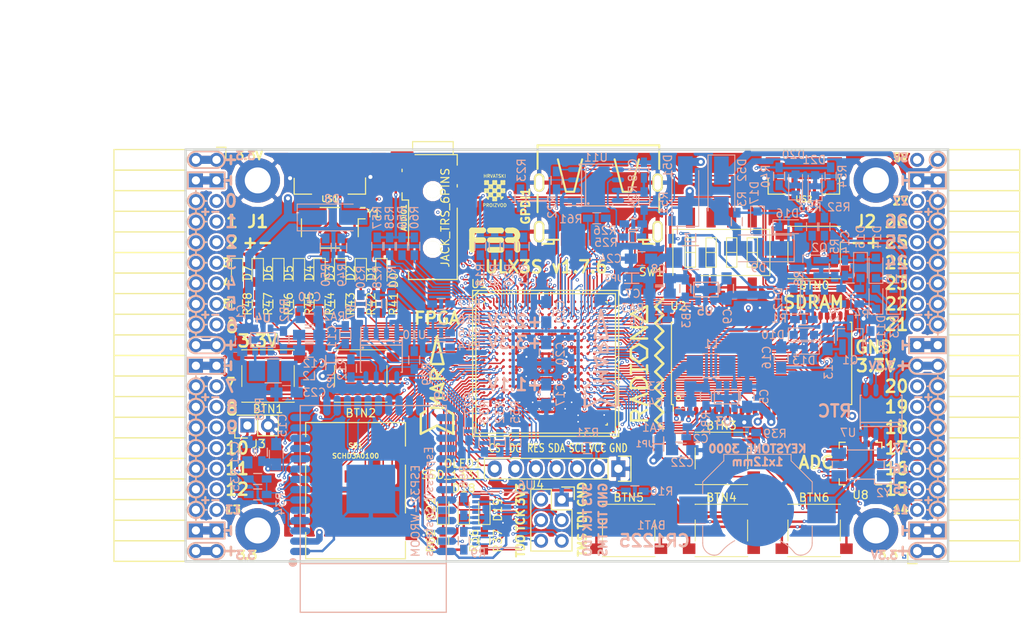
<source format=kicad_pcb>
(kicad_pcb (version 4) (host pcbnew 4.0.7+dfsg1-1)
  (layers (0 F.Cu signal) (1 In1.Cu signal) (2 In2.Cu signal) (31 B.Cu signal) (34 B.Paste user) (35 F.Paste user) (36 B.SilkS user) (37 F.SilkS user) (38 B.Mask user) (39 F.Mask user) (44 Edge.Cuts user))
  (net 0 "")
  (net 1 GND)
  (net 2 +5V)
  (net 3 /gpio/IN5V)
  (net 4 /gpio/OUT5V)
  (net 5 +3V3)
  (net 6 BTN_D)
  (net 7 BTN_F1)
  (net 8 BTN_F2)
  (net 9 BTN_L)
  (net 10 BTN_R)
  (net 11 BTN_U)
  (net 12 /power/FB1)
  (net 13 +2V5)
  (net 14 /power/PWREN)
  (net 15 /power/FB3)
  (net 16 /power/FB2)
  (net 17 "Net-(D9-Pad1)")
  (net 18 /power/VBAT)
  (net 19 JTAG_TDI)
  (net 20 JTAG_TCK)
  (net 21 JTAG_TMS)
  (net 22 JTAG_TDO)
  (net 23 /power/WAKEUPn)
  (net 24 /power/WKUP)
  (net 25 /power/SHUT)
  (net 26 /power/WAKE)
  (net 27 /power/HOLD)
  (net 28 /power/WKn)
  (net 29 /power/OSCI_32k)
  (net 30 /power/OSCO_32k)
  (net 31 "Net-(Q2-Pad3)")
  (net 32 SHUTDOWN)
  (net 33 /analog/AUDIO_L)
  (net 34 /analog/AUDIO_R)
  (net 35 GPDI_5V_SCL)
  (net 36 GPDI_5V_SDA)
  (net 37 GPDI_SDA)
  (net 38 GPDI_SCL)
  (net 39 /gpdi/VREF2)
  (net 40 SD_CMD)
  (net 41 SD_CLK)
  (net 42 SD_D0)
  (net 43 SD_D1)
  (net 44 USB5V)
  (net 45 GPDI_CEC)
  (net 46 nRESET)
  (net 47 FTDI_nDTR)
  (net 48 SDRAM_CKE)
  (net 49 SDRAM_A7)
  (net 50 SDRAM_D15)
  (net 51 SDRAM_BA1)
  (net 52 SDRAM_D7)
  (net 53 SDRAM_A6)
  (net 54 SDRAM_CLK)
  (net 55 SDRAM_D13)
  (net 56 SDRAM_BA0)
  (net 57 SDRAM_D6)
  (net 58 SDRAM_A5)
  (net 59 SDRAM_D14)
  (net 60 SDRAM_A11)
  (net 61 SDRAM_D12)
  (net 62 SDRAM_D5)
  (net 63 SDRAM_A4)
  (net 64 SDRAM_A10)
  (net 65 SDRAM_D11)
  (net 66 SDRAM_A3)
  (net 67 SDRAM_D4)
  (net 68 SDRAM_D10)
  (net 69 SDRAM_D9)
  (net 70 SDRAM_A9)
  (net 71 SDRAM_D3)
  (net 72 SDRAM_D8)
  (net 73 SDRAM_A8)
  (net 74 SDRAM_A2)
  (net 75 SDRAM_A1)
  (net 76 SDRAM_A0)
  (net 77 SDRAM_D2)
  (net 78 SDRAM_D1)
  (net 79 SDRAM_D0)
  (net 80 SDRAM_DQM0)
  (net 81 SDRAM_nCS)
  (net 82 SDRAM_nRAS)
  (net 83 SDRAM_DQM1)
  (net 84 SDRAM_nCAS)
  (net 85 SDRAM_nWE)
  (net 86 /flash/FLASH_nWP)
  (net 87 /flash/FLASH_nHOLD)
  (net 88 /flash/FLASH_MOSI)
  (net 89 /flash/FLASH_MISO)
  (net 90 /flash/FLASH_SCK)
  (net 91 /flash/FLASH_nCS)
  (net 92 /flash/FPGA_PROGRAMN)
  (net 93 /flash/FPGA_DONE)
  (net 94 /flash/FPGA_INITN)
  (net 95 OLED_RES)
  (net 96 OLED_DC)
  (net 97 OLED_CS)
  (net 98 WIFI_EN)
  (net 99 FTDI_nRTS)
  (net 100 FTDI_TXD)
  (net 101 FTDI_RXD)
  (net 102 WIFI_RXD)
  (net 103 WIFI_GPIO0)
  (net 104 WIFI_TXD)
  (net 105 GPDI_ETH-)
  (net 106 GPDI_ETH+)
  (net 107 GPDI_D2+)
  (net 108 GPDI_D2-)
  (net 109 GPDI_D1+)
  (net 110 GPDI_D1-)
  (net 111 GPDI_D0+)
  (net 112 GPDI_D0-)
  (net 113 GPDI_CLK+)
  (net 114 GPDI_CLK-)
  (net 115 USB_FTDI_D+)
  (net 116 USB_FTDI_D-)
  (net 117 J1_17-)
  (net 118 J1_17+)
  (net 119 J1_23-)
  (net 120 J1_23+)
  (net 121 J1_25-)
  (net 122 J1_25+)
  (net 123 J1_27-)
  (net 124 J1_27+)
  (net 125 J1_29-)
  (net 126 J1_29+)
  (net 127 J1_31-)
  (net 128 J1_31+)
  (net 129 J1_33-)
  (net 130 J1_33+)
  (net 131 J1_35-)
  (net 132 J1_35+)
  (net 133 J2_5-)
  (net 134 J2_5+)
  (net 135 J2_7-)
  (net 136 J2_7+)
  (net 137 J2_9-)
  (net 138 J2_9+)
  (net 139 J2_13-)
  (net 140 J2_13+)
  (net 141 J2_17-)
  (net 142 J2_17+)
  (net 143 J2_11-)
  (net 144 J2_11+)
  (net 145 J2_23-)
  (net 146 J2_23+)
  (net 147 J1_5-)
  (net 148 J1_5+)
  (net 149 J1_7-)
  (net 150 J1_7+)
  (net 151 J1_9-)
  (net 152 J1_9+)
  (net 153 J1_11-)
  (net 154 J1_11+)
  (net 155 J1_13-)
  (net 156 J1_13+)
  (net 157 J1_15-)
  (net 158 J1_15+)
  (net 159 J2_15-)
  (net 160 J2_15+)
  (net 161 J2_25-)
  (net 162 J2_25+)
  (net 163 J2_27-)
  (net 164 J2_27+)
  (net 165 J2_29-)
  (net 166 J2_29+)
  (net 167 J2_31-)
  (net 168 J2_31+)
  (net 169 J2_33-)
  (net 170 J2_33+)
  (net 171 J2_35-)
  (net 172 J2_35+)
  (net 173 SD_D3)
  (net 174 AUDIO_L3)
  (net 175 AUDIO_L2)
  (net 176 AUDIO_L1)
  (net 177 AUDIO_L0)
  (net 178 AUDIO_R3)
  (net 179 AUDIO_R2)
  (net 180 AUDIO_R1)
  (net 181 AUDIO_R0)
  (net 182 OLED_CLK)
  (net 183 OLED_MOSI)
  (net 184 LED0)
  (net 185 LED1)
  (net 186 LED2)
  (net 187 LED3)
  (net 188 LED4)
  (net 189 LED5)
  (net 190 LED6)
  (net 191 LED7)
  (net 192 BTN_PWRn)
  (net 193 FTDI_nTXLED)
  (net 194 FTDI_nSLEEP)
  (net 195 /blinkey/LED_PWREN)
  (net 196 /blinkey/LED_TXLED)
  (net 197 /sdcard/SD3V3)
  (net 198 SD_D2)
  (net 199 CLK_25MHz)
  (net 200 /blinkey/BTNPUL)
  (net 201 /blinkey/BTNPUR)
  (net 202 USB_FPGA_D+)
  (net 203 /power/FTDI_nSUSPEND)
  (net 204 /blinkey/ALED0)
  (net 205 /blinkey/ALED1)
  (net 206 /blinkey/ALED2)
  (net 207 /blinkey/ALED3)
  (net 208 /blinkey/ALED4)
  (net 209 /blinkey/ALED5)
  (net 210 /blinkey/ALED6)
  (net 211 /blinkey/ALED7)
  (net 212 /usb/FTD-)
  (net 213 /usb/FTD+)
  (net 214 ADC_MISO)
  (net 215 ADC_MOSI)
  (net 216 ADC_CSn)
  (net 217 ADC_SCLK)
  (net 218 SW3)
  (net 219 SW2)
  (net 220 SW1)
  (net 221 USB_FPGA_D-)
  (net 222 /usb/FPD+)
  (net 223 /usb/FPD-)
  (net 224 WIFI_GPIO16)
  (net 225 WIFI_GPIO15)
  (net 226 /usb/ANT_433MHz)
  (net 227 /power/PWRBTn)
  (net 228 PROG_DONE)
  (net 229 /power/P3V3)
  (net 230 /power/P2V5)
  (net 231 /power/L1)
  (net 232 /power/L3)
  (net 233 /power/L2)
  (net 234 FTDI_TXDEN)
  (net 235 SDRAM_A12)
  (net 236 /analog/AUDIO_V)
  (net 237 AUDIO_V3)
  (net 238 AUDIO_V2)
  (net 239 AUDIO_V1)
  (net 240 AUDIO_V0)
  (net 241 /gpdi/FPGA_CEC)
  (net 242 /blinkey/LED_WIFI)
  (net 243 WIFI_GPIO2)
  (net 244 /power/P1V1)
  (net 245 +1V1)
  (net 246 SW4)
  (net 247 /blinkey/SWPU)
  (net 248 /wifi/WIFIEN)
  (net 249 FT2V5)
  (net 250 "Net-(D11-Pad2)")
  (module Socket_Strips:Socket_Strip_Angled_2x20 (layer F.Cu) (at 97.91 62.69 270)
    (fp_text reference J1 (at 7.62 -5.08 360) (layer F.SilkS) (effects (font (size 1.5 1.5) (thickness 0.3))))
    (fp_text value CONN_02X20 hide)
    (pad 1 thru_hole oval (at 0 0 270) (size 1.7272 1.7272) (drill 1.016) (layers *.Cu *.Mask) (net 5 +3V3))
    (pad 2 thru_hole oval (at 0 2.54 270) (size 1.7272 1.7272) (drill 1.016) (layers *.Cu *.Mask) (net 5 +3V3))
    (pad 3 thru_hole rect (at 2.54 0 270) (size 1.7272 1.7272) (drill 1.016) (layers *.Cu *.Mask) (net 1 GND))
    (pad 4 thru_hole rect (at 2.54 2.54 270) (size 1.7272 1.7272) (drill 1.016) (layers *.Cu *.Mask) (net 1 GND))
    (pad 5 thru_hole oval (at 5.08 0 270) (size 1.7272 1.7272) (drill 1.016) (layers *.Cu *.Mask) (net 147 J1_5-))
    (pad 6 thru_hole oval (at 5.08 2.54 270) (size 1.7272 1.7272) (drill 1.016) (layers *.Cu *.Mask) (net 148 J1_5+))
    (pad 7 thru_hole oval (at 7.62 0 270) (size 1.7272 1.7272) (drill 1.016) (layers *.Cu *.Mask) (net 149 J1_7-))
    (pad 8 thru_hole oval (at 7.62 2.54 270) (size 1.7272 1.7272) (drill 1.016) (layers *.Cu *.Mask) (net 150 J1_7+))
    (pad 9 thru_hole oval (at 10.16 0 270) (size 1.7272 1.7272) (drill 1.016) (layers *.Cu *.Mask) (net 151 J1_9-))
    (pad 10 thru_hole oval (at 10.16 2.54 270) (size 1.7272 1.7272) (drill 1.016) (layers *.Cu *.Mask) (net 152 J1_9+))
    (pad 11 thru_hole oval (at 12.7 0 270) (size 1.7272 1.7272) (drill 1.016) (layers *.Cu *.Mask) (net 153 J1_11-))
    (pad 12 thru_hole oval (at 12.7 2.54 270) (size 1.7272 1.7272) (drill 1.016) (layers *.Cu *.Mask) (net 154 J1_11+))
    (pad 13 thru_hole oval (at 15.24 0 270) (size 1.7272 1.7272) (drill 1.016) (layers *.Cu *.Mask) (net 155 J1_13-))
    (pad 14 thru_hole oval (at 15.24 2.54 270) (size 1.7272 1.7272) (drill 1.016) (layers *.Cu *.Mask) (net 156 J1_13+))
    (pad 15 thru_hole oval (at 17.78 0 270) (size 1.7272 1.7272) (drill 1.016) (layers *.Cu *.Mask) (net 157 J1_15-))
    (pad 16 thru_hole oval (at 17.78 2.54 270) (size 1.7272 1.7272) (drill 1.016) (layers *.Cu *.Mask) (net 158 J1_15+))
    (pad 17 thru_hole oval (at 20.32 0 270) (size 1.7272 1.7272) (drill 1.016) (layers *.Cu *.Mask) (net 117 J1_17-))
    (pad 18 thru_hole oval (at 20.32 2.54 270) (size 1.7272 1.7272) (drill 1.016) (layers *.Cu *.Mask) (net 118 J1_17+))
    (pad 19 thru_hole oval (at 22.86 0 270) (size 1.7272 1.7272) (drill 1.016) (layers *.Cu *.Mask) (net 5 +3V3))
    (pad 20 thru_hole oval (at 22.86 2.54 270) (size 1.7272 1.7272) (drill 1.016) (layers *.Cu *.Mask) (net 5 +3V3))
    (pad 21 thru_hole rect (at 25.4 0 270) (size 1.7272 1.7272) (drill 1.016) (layers *.Cu *.Mask) (net 1 GND))
    (pad 22 thru_hole rect (at 25.4 2.54 270) (size 1.7272 1.7272) (drill 1.016) (layers *.Cu *.Mask) (net 1 GND))
    (pad 23 thru_hole oval (at 27.94 0 270) (size 1.7272 1.7272) (drill 1.016) (layers *.Cu *.Mask) (net 119 J1_23-))
    (pad 24 thru_hole oval (at 27.94 2.54 270) (size 1.7272 1.7272) (drill 1.016) (layers *.Cu *.Mask) (net 120 J1_23+))
    (pad 25 thru_hole oval (at 30.48 0 270) (size 1.7272 1.7272) (drill 1.016) (layers *.Cu *.Mask) (net 121 J1_25-))
    (pad 26 thru_hole oval (at 30.48 2.54 270) (size 1.7272 1.7272) (drill 1.016) (layers *.Cu *.Mask) (net 122 J1_25+))
    (pad 27 thru_hole oval (at 33.02 0 270) (size 1.7272 1.7272) (drill 1.016) (layers *.Cu *.Mask) (net 123 J1_27-))
    (pad 28 thru_hole oval (at 33.02 2.54 270) (size 1.7272 1.7272) (drill 1.016) (layers *.Cu *.Mask) (net 124 J1_27+))
    (pad 29 thru_hole oval (at 35.56 0 270) (size 1.7272 1.7272) (drill 1.016) (layers *.Cu *.Mask) (net 125 J1_29-))
    (pad 30 thru_hole oval (at 35.56 2.54 270) (size 1.7272 1.7272) (drill 1.016) (layers *.Cu *.Mask) (net 126 J1_29+))
    (pad 31 thru_hole oval (at 38.1 0 270) (size 1.7272 1.7272) (drill 1.016) (layers *.Cu *.Mask) (net 127 J1_31-))
    (pad 32 thru_hole oval (at 38.1 2.54 270) (size 1.7272 1.7272) (drill 1.016) (layers *.Cu *.Mask) (net 128 J1_31+))
    (pad 33 thru_hole oval (at 40.64 0 270) (size 1.7272 1.7272) (drill 1.016) (layers *.Cu *.Mask) (net 129 J1_33-))
    (pad 34 thru_hole oval (at 40.64 2.54 270) (size 1.7272 1.7272) (drill 1.016) (layers *.Cu *.Mask) (net 130 J1_33+))
    (pad 35 thru_hole oval (at 43.18 0 270) (size 1.7272 1.7272) (drill 1.016) (layers *.Cu *.Mask) (net 131 J1_35-))
    (pad 36 thru_hole oval (at 43.18 2.54 270) (size 1.7272 1.7272) (drill 1.016) (layers *.Cu *.Mask) (net 132 J1_35+))
    (pad 37 thru_hole rect (at 45.72 0 270) (size 1.7272 1.7272) (drill 1.016) (layers *.Cu *.Mask) (net 1 GND))
    (pad 38 thru_hole rect (at 45.72 2.54 270) (size 1.7272 1.7272) (drill 1.016) (layers *.Cu *.Mask) (net 1 GND))
    (pad 39 thru_hole oval (at 48.26 0 270) (size 1.7272 1.7272) (drill 1.016) (layers *.Cu *.Mask) (net 5 +3V3))
    (pad 40 thru_hole oval (at 48.26 2.54 270) (size 1.7272 1.7272) (drill 1.016) (layers *.Cu *.Mask) (net 5 +3V3))
  )
  (module SMD_Packages:1Pin (layer F.Cu) (at 182.67515 111.637626)
    (fp_text reference AE1 hide)
    (fp_text value 433MHz hide)
    (pad 1 smd rect (at 0 0) (size 0.5 0.5) (layers B.Cu F.Paste F.Mask) (net 226 /usb/ANT_433MHz))
  )
  (module Resistors_SMD:R_0603_HandSoldering (layer B.Cu) (at 103.498 98.758 90)
    (fp_text reference R38 (at 5.334 -0.254 90) (layer B.SilkS) (effects (justify mirror)))
    (fp_text value 0.47)
    (pad 1 smd rect (at -1.1 0 90) (size 1.2 0.9) (layers B.Cu B.Paste B.Mask) (net 197 /sdcard/SD3V3))
    (pad 2 smd rect (at 1.1 0 90) (size 1.2 0.9) (layers B.Cu B.Paste B.Mask) (net 5 +3V3))
  )
  (module jumper:SOLDER-JUMPER_1-WAY (layer B.Cu) (at 152.393 97.742 270)
    (fp_text reference JP1 (at 0 1.778 360) (layer B.SilkS) (effects (font (size 0.762 0.762) (thickness 0.1524)) (justify mirror)))
    (fp_text value 1.2 hide)
    (pad 1 smd rect (at -0.6 0 270) (size 1 1) (layers B.Cu B.Paste B.Mask) (net 244 /power/P1V1))
    (pad 2 smd rect (at 0.6 0 270) (size 1 1) (layers B.Cu B.Paste B.Mask) (net 245 +1V1))
  )
  (module Diodes_SMD:D_SMA_Handsoldering (layer B.Cu) (at 155.695 66.5 90)
    (fp_text reference D51 (at 3.048 -2.159 90) (layer B.SilkS) (effects (justify mirror)))
    (fp_text value STPS2L30AF hide)
    (pad 1 smd rect (at -2.5 0 90) (size 3.5 1.8) (layers B.Cu B.Paste B.Mask) (net 2 +5V))
    (pad 2 smd rect (at 2.5 0 90) (size 3.5 1.8) (layers B.Cu B.Paste B.Mask) (net 3 /gpio/IN5V))
  )
  (module Resistors_SMD:R_0603_HandSoldering (layer B.Cu) (at 154.044 71.326 90)
    (fp_text reference R51 (at 3.302 -1.016 90) (layer B.SilkS) (effects (justify mirror)))
    (fp_text value 150)
    (pad 1 smd rect (at -1.1 0 90) (size 1.2 0.9) (layers B.Cu B.Paste B.Mask) (net 5 +3V3))
    (pad 2 smd rect (at 1.1 0 90) (size 1.2 0.9) (layers B.Cu B.Paste B.Mask) (net 247 /blinkey/SWPU))
  )
  (module Resistors_SMD:R_1210_HandSoldering (layer B.Cu) (at 158.87 88.09 180)
    (fp_text reference L1 (at 0 2.7 180) (layer B.SilkS) (effects (justify mirror)))
    (fp_text value 2.2uH)
    (pad 1 smd rect (at -2 0 180) (size 2 2.5) (layers B.Cu B.Paste B.Mask) (net 231 /power/L1))
    (pad 2 smd rect (at 2 0 180) (size 2 2.5) (layers B.Cu B.Paste B.Mask) (net 244 /power/P1V1))
  )
  (module TSOT-25:TSOT-25 (layer B.Cu) (at 160.775 91.9)
    (fp_text reference U3 (at -0.381 3.048) (layer B.SilkS) (effects (font (thickness 0.2)) (justify mirror)))
    (fp_text value DIO6015)
    (pad 1 smd rect (at -0.95 -1.3) (size 0.7 1.2) (layers B.Cu B.Paste B.Mask) (net 14 /power/PWREN))
    (pad 2 smd rect (at 0 -1.3) (size 0.7 1.2) (layers B.Cu B.Paste B.Mask) (net 1 GND))
    (pad 3 smd rect (at 0.95 -1.3) (size 0.7 1.2) (layers B.Cu B.Paste B.Mask) (net 231 /power/L1))
    (pad 4 smd rect (at 0.95 1.3) (size 0.7 1.2) (layers B.Cu B.Paste B.Mask) (net 2 +5V))
    (pad 5 smd rect (at -0.95 1.3) (size 0.7 1.2) (layers B.Cu B.Paste B.Mask) (net 12 /power/FB1))
  )
  (module Resistors_SMD:R_1210_HandSoldering (layer B.Cu) (at 104.895 88.725)
    (fp_text reference L2 (at 4.445 0.635) (layer B.SilkS) (effects (justify mirror)))
    (fp_text value 2.2uH)
    (pad 1 smd rect (at -2 0) (size 2 2.5) (layers B.Cu B.Paste B.Mask) (net 233 /power/L2))
    (pad 2 smd rect (at 2 0) (size 2 2.5) (layers B.Cu B.Paste B.Mask) (net 230 /power/P2V5))
  )
  (module TSOT-25:TSOT-25 (layer B.Cu) (at 103.625 84.915 180)
    (fp_text reference U4 (at 0 2.697 180) (layer B.SilkS) (effects (font (thickness 0.2)) (justify mirror)))
    (fp_text value LX7172)
    (pad 1 smd rect (at -0.95 -1.3 180) (size 0.7 1.2) (layers B.Cu B.Paste B.Mask) (net 14 /power/PWREN))
    (pad 2 smd rect (at 0 -1.3 180) (size 0.7 1.2) (layers B.Cu B.Paste B.Mask) (net 1 GND))
    (pad 3 smd rect (at 0.95 -1.3 180) (size 0.7 1.2) (layers B.Cu B.Paste B.Mask) (net 233 /power/L2))
    (pad 4 smd rect (at 0.95 1.3 180) (size 0.7 1.2) (layers B.Cu B.Paste B.Mask) (net 2 +5V))
    (pad 5 smd rect (at -0.95 1.3 180) (size 0.7 1.2) (layers B.Cu B.Paste B.Mask) (net 16 /power/FB2))
  )
  (module Resistors_SMD:R_1210_HandSoldering (layer B.Cu) (at 156.33 74.755 180)
    (fp_text reference L3 (at 0 2.413 180) (layer B.SilkS) (effects (justify mirror)))
    (fp_text value 2.2uH)
    (pad 1 smd rect (at -2 0 180) (size 2 2.5) (layers B.Cu B.Paste B.Mask) (net 232 /power/L3))
    (pad 2 smd rect (at 2 0 180) (size 2 2.5) (layers B.Cu B.Paste B.Mask) (net 229 /power/P3V3))
  )
  (module TSOT-25:TSOT-25 (layer B.Cu) (at 158.235 78.692)
    (fp_text reference U5 (at -0.127 2.667) (layer B.SilkS) (effects (font (thickness 0.2)) (justify mirror)))
    (fp_text value TLV62569DBV)
    (pad 1 smd rect (at -0.95 -1.3) (size 0.7 1.2) (layers B.Cu B.Paste B.Mask) (net 14 /power/PWREN))
    (pad 2 smd rect (at 0 -1.3) (size 0.7 1.2) (layers B.Cu B.Paste B.Mask) (net 1 GND))
    (pad 3 smd rect (at 0.95 -1.3) (size 0.7 1.2) (layers B.Cu B.Paste B.Mask) (net 232 /power/L3))
    (pad 4 smd rect (at 0.95 1.3) (size 0.7 1.2) (layers B.Cu B.Paste B.Mask) (net 2 +5V))
    (pad 5 smd rect (at -0.95 1.3) (size 0.7 1.2) (layers B.Cu B.Paste B.Mask) (net 15 /power/FB3))
  )
  (module Capacitors_SMD:C_0805_HandSoldering (layer B.Cu) (at 101.085 84.915 270)
    (fp_text reference C1 (at -3.429 0.127 270) (layer B.SilkS) (effects (justify mirror)))
    (fp_text value 22uF)
    (pad 1 smd rect (at -1.25 0 270) (size 1.5 1.25) (layers B.Cu B.Paste B.Mask) (net 2 +5V))
    (pad 2 smd rect (at 1.25 0 270) (size 1.5 1.25) (layers B.Cu B.Paste B.Mask) (net 1 GND))
  )
  (module Capacitors_SMD:C_0805_HandSoldering (layer B.Cu) (at 155.06 90.63)
    (fp_text reference C3 (at -3.048 0) (layer B.SilkS) (effects (justify mirror)))
    (fp_text value 22uF)
    (pad 1 smd rect (at -1.25 0) (size 1.5 1.25) (layers B.Cu B.Paste B.Mask) (net 244 /power/P1V1))
    (pad 2 smd rect (at 1.25 0) (size 1.5 1.25) (layers B.Cu B.Paste B.Mask) (net 1 GND))
  )
  (module Capacitors_SMD:C_0805_HandSoldering (layer B.Cu) (at 155.06 92.535)
    (fp_text reference C4 (at -3.048 0.127) (layer B.SilkS) (effects (justify mirror)))
    (fp_text value 22uF)
    (pad 1 smd rect (at -1.25 0) (size 1.5 1.25) (layers B.Cu B.Paste B.Mask) (net 244 /power/P1V1))
    (pad 2 smd rect (at 1.25 0) (size 1.5 1.25) (layers B.Cu B.Paste B.Mask) (net 1 GND))
  )
  (module Capacitors_SMD:C_0805_HandSoldering (layer B.Cu) (at 163.315 91.9 90)
    (fp_text reference C5 (at 0 2.1 90) (layer B.SilkS) (effects (justify mirror)))
    (fp_text value 22uF)
    (pad 1 smd rect (at -1.25 0 90) (size 1.5 1.25) (layers B.Cu B.Paste B.Mask) (net 2 +5V))
    (pad 2 smd rect (at 1.25 0 90) (size 1.5 1.25) (layers B.Cu B.Paste B.Mask) (net 1 GND))
  )
  (module Capacitors_SMD:C_0805_HandSoldering (layer B.Cu) (at 152.52 79.2)
    (fp_text reference C7 (at -3.302 0) (layer B.SilkS) (effects (justify mirror)))
    (fp_text value 22uF)
    (pad 1 smd rect (at -1.25 0) (size 1.5 1.25) (layers B.Cu B.Paste B.Mask) (net 229 /power/P3V3))
    (pad 2 smd rect (at 1.25 0) (size 1.5 1.25) (layers B.Cu B.Paste B.Mask) (net 1 GND))
  )
  (module Capacitors_SMD:C_0805_HandSoldering (layer B.Cu) (at 152.52 77.295)
    (fp_text reference C8 (at -0.127 -1.143) (layer B.SilkS) (effects (justify mirror)))
    (fp_text value 22uF)
    (pad 1 smd rect (at -1.25 0) (size 1.5 1.25) (layers B.Cu B.Paste B.Mask) (net 229 /power/P3V3))
    (pad 2 smd rect (at 1.25 0) (size 1.5 1.25) (layers B.Cu B.Paste B.Mask) (net 1 GND))
  )
  (module Capacitors_SMD:C_0805_HandSoldering (layer B.Cu) (at 160.775 78.565 90)
    (fp_text reference C9 (at -3.429 0.127 90) (layer B.SilkS) (effects (justify mirror)))
    (fp_text value 22uF)
    (pad 1 smd rect (at -1.25 0 90) (size 1.5 1.25) (layers B.Cu B.Paste B.Mask) (net 2 +5V))
    (pad 2 smd rect (at 1.25 0 90) (size 1.5 1.25) (layers B.Cu B.Paste B.Mask) (net 1 GND))
  )
  (module Capacitors_SMD:C_0805_HandSoldering (layer B.Cu) (at 109.34 84.28 180)
    (fp_text reference C11 (at -2.794 -0.254 270) (layer B.SilkS) (effects (justify mirror)))
    (fp_text value 22uF)
    (pad 1 smd rect (at -1.25 0 180) (size 1.5 1.25) (layers B.Cu B.Paste B.Mask) (net 230 /power/P2V5))
    (pad 2 smd rect (at 1.25 0 180) (size 1.5 1.25) (layers B.Cu B.Paste B.Mask) (net 1 GND))
  )
  (module Capacitors_SMD:C_0805_HandSoldering (layer B.Cu) (at 109.34 86.185 180)
    (fp_text reference C12 (at -0.635 -1.615 360) (layer B.SilkS) (effects (justify mirror)))
    (fp_text value 22uF)
    (pad 1 smd rect (at -1.25 0 180) (size 1.5 1.25) (layers B.Cu B.Paste B.Mask) (net 230 /power/P2V5))
    (pad 2 smd rect (at 1.25 0 180) (size 1.5 1.25) (layers B.Cu B.Paste B.Mask) (net 1 GND))
  )
  (module Capacitors_SMD:C_0805_HandSoldering (layer B.Cu) (at 173.221 84.788 90)
    (fp_text reference C13 (at -3.556 0.127 90) (layer B.SilkS) (effects (justify mirror)))
    (fp_text value 2.2uF)
    (pad 1 smd rect (at -1.25 0 90) (size 1.5 1.25) (layers B.Cu B.Paste B.Mask) (net 2 +5V))
    (pad 2 smd rect (at 1.25 0 90) (size 1.5 1.25) (layers B.Cu B.Paste B.Mask) (net 24 /power/WKUP))
  )
  (module TO_SOT_Packages_SMD:SOT-23_Handsoldering (layer B.Cu) (at 176.015 84.28 90)
    (fp_text reference Q1 (at -3.1115 0 180) (layer B.SilkS) (effects (justify mirror)))
    (fp_text value BC857)
    (pad 1 smd rect (at -1.5 0.95 90) (size 1.9 0.8) (layers B.Cu B.Paste B.Mask) (net 28 /power/WKn))
    (pad 2 smd rect (at -1.5 -0.95 90) (size 1.9 0.8) (layers B.Cu B.Paste B.Mask) (net 2 +5V))
    (pad 3 smd rect (at 1.5 0 90) (size 1.9 0.8) (layers B.Cu B.Paste B.Mask) (net 24 /power/WKUP))
  )
  (module TO_SOT_Packages_SMD:SOT-23_Handsoldering (layer B.Cu) (at 170.935 76.025 180)
    (fp_text reference Q2 (at -1.295 2.5 180) (layer B.SilkS) (effects (justify mirror)))
    (fp_text value 2N7002)
    (pad 1 smd rect (at -1.5 0.95 180) (size 1.9 0.8) (layers B.Cu B.Paste B.Mask) (net 25 /power/SHUT))
    (pad 2 smd rect (at -1.5 -0.95 180) (size 1.9 0.8) (layers B.Cu B.Paste B.Mask) (net 1 GND))
    (pad 3 smd rect (at 1.5 0 180) (size 1.9 0.8) (layers B.Cu B.Paste B.Mask) (net 31 "Net-(Q2-Pad3)"))
  )
  (module Capacitors_SMD:C_0603_HandSoldering (layer B.Cu) (at 154.86 96.91)
    (fp_text reference C2 (at 2.74 0.197) (layer B.SilkS) (effects (justify mirror)))
    (fp_text value 470pF)
    (pad 1 smd rect (at -0.95 0) (size 1.2 0.75) (layers B.Cu B.Paste B.Mask) (net 244 /power/P1V1))
    (pad 2 smd rect (at 0.95 0) (size 1.2 0.75) (layers B.Cu B.Paste B.Mask) (net 12 /power/FB1))
  )
  (module Capacitors_SMD:C_0603_HandSoldering (layer B.Cu) (at 152.52 82.375)
    (fp_text reference C6 (at -2.794 0.127) (layer B.SilkS) (effects (justify mirror)))
    (fp_text value 470pF)
    (pad 1 smd rect (at -0.95 0) (size 1.2 0.75) (layers B.Cu B.Paste B.Mask) (net 229 /power/P3V3))
    (pad 2 smd rect (at 0.95 0) (size 1.2 0.75) (layers B.Cu B.Paste B.Mask) (net 15 /power/FB3))
  )
  (module Capacitors_SMD:C_0603_HandSoldering (layer B.Cu) (at 109.34 81.105 180)
    (fp_text reference C10 (at -0.04 1.505 180) (layer B.SilkS) (effects (justify mirror)))
    (fp_text value 470pF)
    (pad 1 smd rect (at -0.95 0 180) (size 1.2 0.75) (layers B.Cu B.Paste B.Mask) (net 230 /power/P2V5))
    (pad 2 smd rect (at 0.95 0 180) (size 1.2 0.75) (layers B.Cu B.Paste B.Mask) (net 16 /power/FB2))
  )
  (module Capacitors_SMD:C_0603_HandSoldering (layer B.Cu) (at 175.38 76.025 270)
    (fp_text reference C14 (at -3.175 0 270) (layer B.SilkS) (effects (justify mirror)))
    (fp_text value 100nF)
    (pad 1 smd rect (at -0.95 0 270) (size 1.2 0.75) (layers B.Cu B.Paste B.Mask) (net 25 /power/SHUT))
    (pad 2 smd rect (at 0.95 0 270) (size 1.2 0.75) (layers B.Cu B.Paste B.Mask) (net 1 GND))
  )
  (module Resistors_SMD:R_0603_HandSoldering (layer B.Cu) (at 170.3 82.375)
    (fp_text reference R1 (at -3.048 -0.127) (layer B.SilkS) (effects (justify mirror)))
    (fp_text value 15k)
    (pad 1 smd rect (at -1.1 0) (size 1.2 0.9) (layers B.Cu B.Paste B.Mask) (net 26 /power/WAKE))
    (pad 2 smd rect (at 1.1 0) (size 1.2 0.9) (layers B.Cu B.Paste B.Mask) (net 14 /power/PWREN))
  )
  (module Resistors_SMD:R_0603_HandSoldering (layer B.Cu) (at 172.84 79.835 90)
    (fp_text reference R2 (at -1.905 1.27 90) (layer B.SilkS) (effects (justify mirror)))
    (fp_text value 47k)
    (pad 1 smd rect (at -1.1 0 90) (size 1.2 0.9) (layers B.Cu B.Paste B.Mask) (net 14 /power/PWREN))
    (pad 2 smd rect (at 1.1 0 90) (size 1.2 0.9) (layers B.Cu B.Paste B.Mask) (net 1 GND))
  )
  (module Resistors_SMD:R_0603_HandSoldering (layer B.Cu) (at 176.015 80.47 180)
    (fp_text reference R4 (at -1.397 -1.27 360) (layer B.SilkS) (effects (justify mirror)))
    (fp_text value 4.7k)
    (pad 1 smd rect (at -1.1 0 180) (size 1.2 0.9) (layers B.Cu B.Paste B.Mask) (net 27 /power/HOLD))
    (pad 2 smd rect (at 1.1 0 180) (size 1.2 0.9) (layers B.Cu B.Paste B.Mask) (net 14 /power/PWREN))
  )
  (module Resistors_SMD:R_0603_HandSoldering (layer B.Cu) (at 174.11 76.025 270)
    (fp_text reference R5 (at -2.667 0 270) (layer B.SilkS) (effects (justify mirror)))
    (fp_text value 4.7M)
    (pad 1 smd rect (at -1.1 0 270) (size 1.2 0.9) (layers B.Cu B.Paste B.Mask) (net 25 /power/SHUT))
    (pad 2 smd rect (at 1.1 0 270) (size 1.2 0.9) (layers B.Cu B.Paste B.Mask) (net 1 GND))
  )
  (module Resistors_SMD:R_0603_HandSoldering (layer B.Cu) (at 178.555 84.915 270)
    (fp_text reference R6 (at 0.889 -1.651 270) (layer B.SilkS) (effects (justify mirror)))
    (fp_text value 1k)
    (pad 1 smd rect (at -1.1 0 270) (size 1.2 0.9) (layers B.Cu B.Paste B.Mask) (net 28 /power/WKn))
    (pad 2 smd rect (at 1.1 0 270) (size 1.2 0.9) (layers B.Cu B.Paste B.Mask) (net 23 /power/WAKEUPn))
  )
  (module Resistors_SMD:R_0603_HandSoldering (layer B.Cu) (at 113.785 84.28 270)
    (fp_text reference R7 (at -2.794 -0.635 270) (layer B.SilkS) (effects (justify mirror)))
    (fp_text value 150)
    (pad 1 smd rect (at -1.1 0 270) (size 1.2 0.9) (layers B.Cu B.Paste B.Mask) (net 5 +3V3))
    (pad 2 smd rect (at 1.1 0 270) (size 1.2 0.9) (layers B.Cu B.Paste B.Mask) (net 200 /blinkey/BTNPUL))
  )
  (module Resistors_SMD:R_0603_HandSoldering (layer B.Cu) (at 170.935 79.835 90)
    (fp_text reference R8 (at 2.54 -1.27 90) (layer B.SilkS) (effects (justify mirror)))
    (fp_text value 1k)
    (pad 1 smd rect (at -1.1 0 90) (size 1.2 0.9) (layers B.Cu B.Paste B.Mask) (net 14 /power/PWREN))
    (pad 2 smd rect (at 1.1 0 90) (size 1.2 0.9) (layers B.Cu B.Paste B.Mask) (net 31 "Net-(Q2-Pad3)"))
  )
  (module Resistors_SMD:R_0603_HandSoldering (layer B.Cu) (at 128.39 109.68 270)
    (fp_text reference R9 (at 1.524 -1.778 360) (layer B.SilkS) (effects (justify mirror)))
    (fp_text value 15k)
    (pad 1 smd rect (at -1.1 0 270) (size 1.2 0.9) (layers B.Cu B.Paste B.Mask) (net 46 nRESET))
    (pad 2 smd rect (at 1.1 0 270) (size 1.2 0.9) (layers B.Cu B.Paste B.Mask) (net 249 FT2V5))
  )
  (module Resistors_SMD:R_0603_HandSoldering (layer B.Cu) (at 149.472 103.584 180)
    (fp_text reference R10 (at -3.302 0 180) (layer B.SilkS) (effects (justify mirror)))
    (fp_text value 150)
    (pad 1 smd rect (at -1.1 0 180) (size 1.2 0.9) (layers B.Cu B.Paste B.Mask) (net 203 /power/FTDI_nSUSPEND))
    (pad 2 smd rect (at 1.1 0 180) (size 1.2 0.9) (layers B.Cu B.Paste B.Mask) (net 194 FTDI_nSLEEP))
  )
  (module Resistors_SMD:R_0603_HandSoldering (layer B.Cu) (at 176.015 78.565 180)
    (fp_text reference R13 (at -5.715 1.143 180) (layer B.SilkS) (effects (justify mirror)))
    (fp_text value 15k)
    (pad 1 smd rect (at -1.1 0 180) (size 1.2 0.9) (layers B.Cu B.Paste B.Mask) (net 32 SHUTDOWN))
    (pad 2 smd rect (at 1.1 0 180) (size 1.2 0.9) (layers B.Cu B.Paste B.Mask) (net 1 GND))
  )
  (module Resistors_SMD:R_0603_HandSoldering (layer B.Cu) (at 154.86 95.64)
    (fp_text reference RA1 (at -3.102 0.07) (layer B.SilkS) (effects (justify mirror)))
    (fp_text value 15k)
    (pad 1 smd rect (at -1.1 0) (size 1.2 0.9) (layers B.Cu B.Paste B.Mask) (net 244 /power/P1V1))
    (pad 2 smd rect (at 1.1 0) (size 1.2 0.9) (layers B.Cu B.Paste B.Mask) (net 12 /power/FB1))
  )
  (module Resistors_SMD:R_0603_HandSoldering (layer B.Cu) (at 109.34 82.375 180)
    (fp_text reference RA2 (at -3.048 0.381 360) (layer B.SilkS) (effects (justify mirror)))
    (fp_text value 15k)
    (pad 1 smd rect (at -1.1 0 180) (size 1.2 0.9) (layers B.Cu B.Paste B.Mask) (net 230 /power/P2V5))
    (pad 2 smd rect (at 1.1 0 180) (size 1.2 0.9) (layers B.Cu B.Paste B.Mask) (net 16 /power/FB2))
  )
  (module Resistors_SMD:R_0603_HandSoldering (layer B.Cu) (at 152.52 81.105)
    (fp_text reference RA3 (at -3.302 -0.127) (layer B.SilkS) (effects (justify mirror)))
    (fp_text value 15k)
    (pad 1 smd rect (at -1.1 0) (size 1.2 0.9) (layers B.Cu B.Paste B.Mask) (net 229 /power/P3V3))
    (pad 2 smd rect (at 1.1 0) (size 1.2 0.9) (layers B.Cu B.Paste B.Mask) (net 15 /power/FB3))
  )
  (module Resistors_SMD:R_0603_HandSoldering (layer B.Cu) (at 158.235 91.9 270)
    (fp_text reference RB1 (at 3.302 0 270) (layer B.SilkS) (effects (justify mirror)))
    (fp_text value 18k)
    (pad 1 smd rect (at -1.1 0 270) (size 1.2 0.9) (layers B.Cu B.Paste B.Mask) (net 1 GND))
    (pad 2 smd rect (at 1.1 0 270) (size 1.2 0.9) (layers B.Cu B.Paste B.Mask) (net 12 /power/FB1))
  )
  (module Resistors_SMD:R_0603_HandSoldering (layer B.Cu) (at 106.165 84.915 90)
    (fp_text reference RB2 (at 3.683 0.127 90) (layer B.SilkS) (effects (justify mirror)))
    (fp_text value 4.7k)
    (pad 1 smd rect (at -1.1 0 90) (size 1.2 0.9) (layers B.Cu B.Paste B.Mask) (net 1 GND))
    (pad 2 smd rect (at 1.1 0 90) (size 1.2 0.9) (layers B.Cu B.Paste B.Mask) (net 16 /power/FB2))
  )
  (module Resistors_SMD:R_0603_HandSoldering (layer B.Cu) (at 155.695 78.565 270)
    (fp_text reference RB3 (at 3.429 -0.127 270) (layer B.SilkS) (effects (justify mirror)))
    (fp_text value 3.3k)
    (pad 1 smd rect (at -1.1 0 270) (size 1.2 0.9) (layers B.Cu B.Paste B.Mask) (net 1 GND))
    (pad 2 smd rect (at 1.1 0 270) (size 1.2 0.9) (layers B.Cu B.Paste B.Mask) (net 15 /power/FB3))
  )
  (module Resistors_SMD:R_0603_HandSoldering (layer B.Cu) (at 125.596 85.804 180)
    (fp_text reference R14 (at -3.47 0.127 180) (layer B.SilkS) (effects (justify mirror)))
    (fp_text value 1.2k)
    (pad 1 smd rect (at -1.1 0 180) (size 1.2 0.9) (layers B.Cu B.Paste B.Mask) (net 174 AUDIO_L3))
    (pad 2 smd rect (at 1.1 0 180) (size 1.2 0.9) (layers B.Cu B.Paste B.Mask) (net 33 /analog/AUDIO_L))
  )
  (module Resistors_SMD:R_0603_HandSoldering (layer B.Cu) (at 125.596 84.026 180)
    (fp_text reference R15 (at -3.47 -0.001 180) (layer B.SilkS) (effects (justify mirror)))
    (fp_text value 680)
    (pad 1 smd rect (at -1.1 0 180) (size 1.2 0.9) (layers B.Cu B.Paste B.Mask) (net 175 AUDIO_L2))
    (pad 2 smd rect (at 1.1 0 180) (size 1.2 0.9) (layers B.Cu B.Paste B.Mask) (net 33 /analog/AUDIO_L))
  )
  (module Resistors_SMD:R_0603_HandSoldering (layer B.Cu) (at 125.596 82.248 180)
    (fp_text reference R16 (at -3.47 -0.127 180) (layer B.SilkS) (effects (justify mirror)))
    (fp_text value 330)
    (pad 1 smd rect (at -1.1 0 180) (size 1.2 0.9) (layers B.Cu B.Paste B.Mask) (net 176 AUDIO_L1))
    (pad 2 smd rect (at 1.1 0 180) (size 1.2 0.9) (layers B.Cu B.Paste B.Mask) (net 33 /analog/AUDIO_L))
  )
  (module Resistors_SMD:R_0603_HandSoldering (layer B.Cu) (at 125.596 80.47 180)
    (fp_text reference R17 (at -3.47 0 180) (layer B.SilkS) (effects (justify mirror)))
    (fp_text value 150)
    (pad 1 smd rect (at -1.1 0 180) (size 1.2 0.9) (layers B.Cu B.Paste B.Mask) (net 177 AUDIO_L0))
    (pad 2 smd rect (at 1.1 0 180) (size 1.2 0.9) (layers B.Cu B.Paste B.Mask) (net 33 /analog/AUDIO_L))
  )
  (module Resistors_SMD:R_0603_HandSoldering (layer B.Cu) (at 130.422 73.358 90)
    (fp_text reference R18 (at -3.556 0 90) (layer B.SilkS) (effects (justify mirror)))
    (fp_text value 1.2k)
    (pad 1 smd rect (at -1.1 0 90) (size 1.2 0.9) (layers B.Cu B.Paste B.Mask) (net 178 AUDIO_R3))
    (pad 2 smd rect (at 1.1 0 90) (size 1.2 0.9) (layers B.Cu B.Paste B.Mask) (net 34 /analog/AUDIO_R))
  )
  (module Resistors_SMD:R_0603_HandSoldering (layer B.Cu) (at 132.2 73.358 90)
    (fp_text reference R19 (at -3.556 0 90) (layer B.SilkS) (effects (justify mirror)))
    (fp_text value 680)
    (pad 1 smd rect (at -1.1 0 90) (size 1.2 0.9) (layers B.Cu B.Paste B.Mask) (net 179 AUDIO_R2))
    (pad 2 smd rect (at 1.1 0 90) (size 1.2 0.9) (layers B.Cu B.Paste B.Mask) (net 34 /analog/AUDIO_R))
  )
  (module Resistors_SMD:R_0603_HandSoldering (layer B.Cu) (at 133.978 73.358 90)
    (fp_text reference R20 (at -3.556 0 90) (layer B.SilkS) (effects (justify mirror)))
    (fp_text value 330)
    (pad 1 smd rect (at -1.1 0 90) (size 1.2 0.9) (layers B.Cu B.Paste B.Mask) (net 180 AUDIO_R1))
    (pad 2 smd rect (at 1.1 0 90) (size 1.2 0.9) (layers B.Cu B.Paste B.Mask) (net 34 /analog/AUDIO_R))
  )
  (module Resistors_SMD:R_0603_HandSoldering (layer B.Cu) (at 135.756 73.358 90)
    (fp_text reference R21 (at -3.556 0 90) (layer B.SilkS) (effects (justify mirror)))
    (fp_text value 150)
    (pad 1 smd rect (at -1.1 0 90) (size 1.2 0.9) (layers B.Cu B.Paste B.Mask) (net 181 AUDIO_R0))
    (pad 2 smd rect (at 1.1 0 90) (size 1.2 0.9) (layers B.Cu B.Paste B.Mask) (net 34 /analog/AUDIO_R))
  )
  (module Capacitors_SMD:C_0603_HandSoldering (layer B.Cu) (at 150.5896 63.96 90)
    (fp_text reference C18 (at 0 -1.3716 90) (layer B.SilkS) (effects (justify mirror)))
    (fp_text value 470pF)
    (pad 1 smd rect (at -0.95 0 90) (size 1.2 0.75) (layers B.Cu B.Paste B.Mask) (net 39 /gpdi/VREF2))
    (pad 2 smd rect (at 0.95 0 90) (size 1.2 0.75) (layers B.Cu B.Paste B.Mask) (net 1 GND))
  )
  (module Socket_Strips:Socket_Strip_Angled_2x20 (layer F.Cu) (at 184.27 110.95 90)
    (fp_text reference J2 (at 40.64 -6.35 180) (layer F.SilkS) (effects (font (size 1.5 1.5) (thickness 0.3))))
    (fp_text value CONN_02X20 hide)
    (pad 1 thru_hole oval (at 0 0 90) (size 1.7272 1.7272) (drill 1.016) (layers *.Cu *.Mask) (net 5 +3V3))
    (pad 2 thru_hole oval (at 0 2.54 90) (size 1.7272 1.7272) (drill 1.016) (layers *.Cu *.Mask) (net 5 +3V3))
    (pad 3 thru_hole rect (at 2.54 0 90) (size 1.7272 1.7272) (drill 1.016) (layers *.Cu *.Mask) (net 1 GND))
    (pad 4 thru_hole rect (at 2.54 2.54 90) (size 1.7272 1.7272) (drill 1.016) (layers *.Cu *.Mask) (net 1 GND))
    (pad 5 thru_hole oval (at 5.08 0 90) (size 1.7272 1.7272) (drill 1.016) (layers *.Cu *.Mask) (net 133 J2_5-))
    (pad 6 thru_hole oval (at 5.08 2.54 90) (size 1.7272 1.7272) (drill 1.016) (layers *.Cu *.Mask) (net 134 J2_5+))
    (pad 7 thru_hole oval (at 7.62 0 90) (size 1.7272 1.7272) (drill 1.016) (layers *.Cu *.Mask) (net 135 J2_7-))
    (pad 8 thru_hole oval (at 7.62 2.54 90) (size 1.7272 1.7272) (drill 1.016) (layers *.Cu *.Mask) (net 136 J2_7+))
    (pad 9 thru_hole oval (at 10.16 0 90) (size 1.7272 1.7272) (drill 1.016) (layers *.Cu *.Mask) (net 137 J2_9-))
    (pad 10 thru_hole oval (at 10.16 2.54 90) (size 1.7272 1.7272) (drill 1.016) (layers *.Cu *.Mask) (net 138 J2_9+))
    (pad 11 thru_hole oval (at 12.7 0 90) (size 1.7272 1.7272) (drill 1.016) (layers *.Cu *.Mask) (net 143 J2_11-))
    (pad 12 thru_hole oval (at 12.7 2.54 90) (size 1.7272 1.7272) (drill 1.016) (layers *.Cu *.Mask) (net 144 J2_11+))
    (pad 13 thru_hole oval (at 15.24 0 90) (size 1.7272 1.7272) (drill 1.016) (layers *.Cu *.Mask) (net 139 J2_13-))
    (pad 14 thru_hole oval (at 15.24 2.54 90) (size 1.7272 1.7272) (drill 1.016) (layers *.Cu *.Mask) (net 140 J2_13+))
    (pad 15 thru_hole oval (at 17.78 0 90) (size 1.7272 1.7272) (drill 1.016) (layers *.Cu *.Mask) (net 159 J2_15-))
    (pad 16 thru_hole oval (at 17.78 2.54 90) (size 1.7272 1.7272) (drill 1.016) (layers *.Cu *.Mask) (net 160 J2_15+))
    (pad 17 thru_hole oval (at 20.32 0 90) (size 1.7272 1.7272) (drill 1.016) (layers *.Cu *.Mask) (net 141 J2_17-))
    (pad 18 thru_hole oval (at 20.32 2.54 90) (size 1.7272 1.7272) (drill 1.016) (layers *.Cu *.Mask) (net 142 J2_17+))
    (pad 19 thru_hole oval (at 22.86 0 90) (size 1.7272 1.7272) (drill 1.016) (layers *.Cu *.Mask) (net 5 +3V3))
    (pad 20 thru_hole oval (at 22.86 2.54 90) (size 1.7272 1.7272) (drill 1.016) (layers *.Cu *.Mask) (net 5 +3V3))
    (pad 21 thru_hole rect (at 25.4 0 90) (size 1.7272 1.7272) (drill 1.016) (layers *.Cu *.Mask) (net 1 GND))
    (pad 22 thru_hole rect (at 25.4 2.54 90) (size 1.7272 1.7272) (drill 1.016) (layers *.Cu *.Mask) (net 1 GND))
    (pad 23 thru_hole oval (at 27.94 0 90) (size 1.7272 1.7272) (drill 1.016) (layers *.Cu *.Mask) (net 145 J2_23-))
    (pad 24 thru_hole oval (at 27.94 2.54 90) (size 1.7272 1.7272) (drill 1.016) (layers *.Cu *.Mask) (net 146 J2_23+))
    (pad 25 thru_hole oval (at 30.48 0 90) (size 1.7272 1.7272) (drill 1.016) (layers *.Cu *.Mask) (net 161 J2_25-))
    (pad 26 thru_hole oval (at 30.48 2.54 90) (size 1.7272 1.7272) (drill 1.016) (layers *.Cu *.Mask) (net 162 J2_25+))
    (pad 27 thru_hole oval (at 33.02 0 90) (size 1.7272 1.7272) (drill 1.016) (layers *.Cu *.Mask) (net 163 J2_27-))
    (pad 28 thru_hole oval (at 33.02 2.54 90) (size 1.7272 1.7272) (drill 1.016) (layers *.Cu *.Mask) (net 164 J2_27+))
    (pad 29 thru_hole oval (at 35.56 0 90) (size 1.7272 1.7272) (drill 1.016) (layers *.Cu *.Mask) (net 165 J2_29-))
    (pad 30 thru_hole oval (at 35.56 2.54 90) (size 1.7272 1.7272) (drill 1.016) (layers *.Cu *.Mask) (net 166 J2_29+))
    (pad 31 thru_hole oval (at 38.1 0 90) (size 1.7272 1.7272) (drill 1.016) (layers *.Cu *.Mask) (net 167 J2_31-))
    (pad 32 thru_hole oval (at 38.1 2.54 90) (size 1.7272 1.7272) (drill 1.016) (layers *.Cu *.Mask) (net 168 J2_31+))
    (pad 33 thru_hole oval (at 40.64 0 90) (size 1.7272 1.7272) (drill 1.016) (layers *.Cu *.Mask) (net 169 J2_33-))
    (pad 34 thru_hole oval (at 40.64 2.54 90) (size 1.7272 1.7272) (drill 1.016) (layers *.Cu *.Mask) (net 170 J2_33+))
    (pad 35 thru_hole oval (at 43.18 0 90) (size 1.7272 1.7272) (drill 1.016) (layers *.Cu *.Mask) (net 171 J2_35-))
    (pad 36 thru_hole oval (at 43.18 2.54 90) (size 1.7272 1.7272) (drill 1.016) (layers *.Cu *.Mask) (net 172 J2_35+))
    (pad 37 thru_hole rect (at 45.72 0 90) (size 1.7272 1.7272) (drill 1.016) (layers *.Cu *.Mask) (net 1 GND))
    (pad 38 thru_hole rect (at 45.72 2.54 90) (size 1.7272 1.7272) (drill 1.016) (layers *.Cu *.Mask) (net 1 GND))
    (pad 39 thru_hole oval (at 48.26 0 90) (size 1.7272 1.7272) (drill 1.016) (layers *.Cu *.Mask) (net 3 /gpio/IN5V))
    (pad 40 thru_hole oval (at 48.26 2.54 90) (size 1.7272 1.7272) (drill 1.016) (layers *.Cu *.Mask) (net 4 /gpio/OUT5V))
  )
  (module Mounting_Holes:MountingHole_3.2mm_M3_ISO14580_Pad (layer F.Cu) (at 102.99 108.41)
    (fp_text reference H1 hide)
    (fp_text value HOLE hide)
    (pad 1 thru_hole circle (at 0 0) (size 5.5 5.5) (drill 3.2) (layers *.Cu *.Mask) (net 1 GND))
  )
  (module Mounting_Holes:MountingHole_3.2mm_M3_ISO14580_Pad (layer F.Cu) (at 179.19 108.41)
    (fp_text reference H2 hide)
    (fp_text value HOLE hide)
    (pad 1 thru_hole circle (at 0 0) (size 5.5 5.5) (drill 3.2) (layers *.Cu *.Mask) (net 1 GND))
  )
  (module Mounting_Holes:MountingHole_3.2mm_M3_ISO14580_Pad (layer F.Cu) (at 179.19 65.23)
    (fp_text reference H3 hide)
    (fp_text value HOLE hide)
    (pad 1 thru_hole circle (at 0 0) (size 5.5 5.5) (drill 3.2) (layers *.Cu *.Mask) (net 1 GND))
  )
  (module Mounting_Holes:MountingHole_3.2mm_M3_ISO14580_Pad (layer F.Cu) (at 102.99 65.23)
    (fp_text reference H4 hide)
    (fp_text value HOLE hide)
    (pad 1 thru_hole circle (at 0 0) (size 5.5 5.5) (drill 3.2) (layers *.Cu *.Mask) (net 1 GND))
  )
  (module Resistors_SMD:R_0603_HandSoldering (layer B.Cu) (at 162.045 70.31 90)
    (fp_text reference R3 (at 2.794 0.635 90) (layer B.SilkS) (effects (justify mirror)))
    (fp_text value 4.7k)
    (pad 1 smd rect (at -1.1 0 90) (size 1.2 0.9) (layers B.Cu B.Paste B.Mask) (net 2 +5V))
    (pad 2 smd rect (at 1.1 0 90) (size 1.2 0.9) (layers B.Cu B.Paste B.Mask) (net 227 /power/PWRBTn))
  )
  (module Resistors_SMD:R_0603_HandSoldering (layer B.Cu) (at 139.82 65.23 90)
    (fp_text reference R22 (at -3.27 -0.54 90) (layer B.SilkS) (effects (justify mirror)))
    (fp_text value 2.2k)
    (pad 1 smd rect (at -1.1 0 90) (size 1.2 0.9) (layers B.Cu B.Paste B.Mask) (net 5 +3V3))
    (pad 2 smd rect (at 1.1 0 90) (size 1.2 0.9) (layers B.Cu B.Paste B.Mask) (net 37 GPDI_SDA))
  )
  (module Resistors_SMD:R_0603_HandSoldering (layer B.Cu) (at 135.375 67.432 90)
    (fp_text reference R23 (at 3.472 0.127 90) (layer B.SilkS) (effects (justify mirror)))
    (fp_text value 2.2k)
    (pad 1 smd rect (at -1.1 0 90) (size 1.2 0.9) (layers B.Cu B.Paste B.Mask) (net 5 +3V3))
    (pad 2 smd rect (at 1.1 0 90) (size 1.2 0.9) (layers B.Cu B.Paste B.Mask) (net 38 GPDI_SCL))
  )
  (module Resistors_SMD:R_0603_HandSoldering (layer B.Cu) (at 150.615 67.77 90)
    (fp_text reference R24 (at 0.508 -1.397 90) (layer B.SilkS) (effects (justify mirror)))
    (fp_text value 100k)
    (pad 1 smd rect (at -1.1 0 90) (size 1.2 0.9) (layers B.Cu B.Paste B.Mask) (net 2 +5V))
    (pad 2 smd rect (at 1.1 0 90) (size 1.2 0.9) (layers B.Cu B.Paste B.Mask) (net 39 /gpdi/VREF2))
  )
  (module Resistors_SMD:R_0603_HandSoldering (layer B.Cu) (at 149.175 72.215 180)
    (fp_text reference R25 (at 3.259 -0.685 180) (layer B.SilkS) (effects (justify mirror)))
    (fp_text value 2.2k)
    (pad 1 smd rect (at -1.1 0 180) (size 1.2 0.9) (layers B.Cu B.Paste B.Mask) (net 2 +5V))
    (pad 2 smd rect (at 1.1 0 180) (size 1.2 0.9) (layers B.Cu B.Paste B.Mask) (net 35 GPDI_5V_SCL))
  )
  (module Resistors_SMD:R_0603_HandSoldering (layer B.Cu) (at 149.28 70.6 180)
    (fp_text reference R26 (at 3.5 -0.8 180) (layer B.SilkS) (effects (justify mirror)))
    (fp_text value 2.2k)
    (pad 1 smd rect (at -1.1 0 180) (size 1.2 0.9) (layers B.Cu B.Paste B.Mask) (net 2 +5V))
    (pad 2 smd rect (at 1.1 0 180) (size 1.2 0.9) (layers B.Cu B.Paste B.Mask) (net 36 GPDI_5V_SDA))
  )
  (module Housings_SSOP:SSOP-20_4.4x6.5mm_Pitch0.65mm (layer B.Cu) (at 132.835 107.14 180)
    (fp_text reference U6 (at -3.175 4.318 180) (layer B.SilkS) (effects (justify mirror)))
    (fp_text value FT231XS)
    (pad 1 smd rect (at -2.9 2.925 180) (size 1 0.4) (layers B.Cu B.Paste B.Mask) (net 47 FTDI_nDTR))
    (pad 2 smd rect (at -2.9 2.275 180) (size 1 0.4) (layers B.Cu B.Paste B.Mask) (net 99 FTDI_nRTS))
    (pad 3 smd rect (at -2.9 1.625 180) (size 1 0.4) (layers B.Cu B.Paste B.Mask) (net 249 FT2V5))
    (pad 4 smd rect (at -2.9 0.975 180) (size 1 0.4) (layers B.Cu B.Paste B.Mask) (net 101 FTDI_RXD))
    (pad 5 smd rect (at -2.9 0.325 180) (size 1 0.4) (layers B.Cu B.Paste B.Mask) (net 19 JTAG_TDI))
    (pad 6 smd rect (at -2.9 -0.325 180) (size 1 0.4) (layers B.Cu B.Paste B.Mask) (net 1 GND))
    (pad 7 smd rect (at -2.9 -0.975 180) (size 1 0.4) (layers B.Cu B.Paste B.Mask) (net 20 JTAG_TCK))
    (pad 8 smd rect (at -2.9 -1.625 180) (size 1 0.4) (layers B.Cu B.Paste B.Mask) (net 21 JTAG_TMS))
    (pad 9 smd rect (at -2.9 -2.275 180) (size 1 0.4) (layers B.Cu B.Paste B.Mask) (net 22 JTAG_TDO))
    (pad 10 smd rect (at -2.9 -2.925 180) (size 1 0.4) (layers B.Cu B.Paste B.Mask) (net 193 FTDI_nTXLED))
    (pad 11 smd rect (at 2.9 -2.925 180) (size 1 0.4) (layers B.Cu B.Paste B.Mask) (net 115 USB_FTDI_D+))
    (pad 12 smd rect (at 2.9 -2.275 180) (size 1 0.4) (layers B.Cu B.Paste B.Mask) (net 116 USB_FTDI_D-))
    (pad 13 smd rect (at 2.9 -1.625 180) (size 1 0.4) (layers B.Cu B.Paste B.Mask) (net 249 FT2V5))
    (pad 14 smd rect (at 2.9 -0.975 180) (size 1 0.4) (layers B.Cu B.Paste B.Mask) (net 46 nRESET))
    (pad 15 smd rect (at 2.9 -0.325 180) (size 1 0.4) (layers B.Cu B.Paste B.Mask) (net 2 +5V))
    (pad 16 smd rect (at 2.9 0.325 180) (size 1 0.4) (layers B.Cu B.Paste B.Mask) (net 1 GND))
    (pad 17 smd rect (at 2.9 0.975 180) (size 1 0.4) (layers B.Cu B.Paste B.Mask))
    (pad 18 smd rect (at 2.9 1.625 180) (size 1 0.4) (layers B.Cu B.Paste B.Mask) (net 234 FTDI_TXDEN))
    (pad 19 smd rect (at 2.9 2.275 180) (size 1 0.4) (layers B.Cu B.Paste B.Mask) (net 194 FTDI_nSLEEP))
    (pad 20 smd rect (at 2.9 2.925 180) (size 1 0.4) (layers B.Cu B.Paste B.Mask) (net 100 FTDI_TXD))
  )
  (module Resistors_SMD:R_0603_HandSoldering (layer B.Cu) (at 119.5 80.47 270)
    (fp_text reference R11 (at -3.302 0 270) (layer B.SilkS) (effects (justify mirror)))
    (fp_text value 10k)
    (pad 1 smd rect (at -1.1 0 270) (size 1.2 0.9) (layers B.Cu B.Paste B.Mask) (net 5 +3V3))
    (pad 2 smd rect (at 1.1 0 270) (size 1.2 0.9) (layers B.Cu B.Paste B.Mask) (net 86 /flash/FLASH_nWP))
  )
  (module Resistors_SMD:R_0603_HandSoldering (layer B.Cu) (at 114.48 88.4 90)
    (fp_text reference R12 (at -0.071 -1.076 270) (layer B.SilkS) (effects (justify mirror)))
    (fp_text value 10k)
    (pad 1 smd rect (at -1.1 0 90) (size 1.2 0.9) (layers B.Cu B.Paste B.Mask) (net 5 +3V3))
    (pad 2 smd rect (at 1.1 0 90) (size 1.2 0.9) (layers B.Cu B.Paste B.Mask) (net 87 /flash/FLASH_nHOLD))
  )
  (module Resistors_SMD:R_0603_HandSoldering (layer B.Cu) (at 129.025 96.175 90)
    (fp_text reference R27 (at 3.429 0 90) (layer B.SilkS) (effects (justify mirror)))
    (fp_text value 10k)
    (pad 1 smd rect (at -1.1 0 90) (size 1.2 0.9) (layers B.Cu B.Paste B.Mask) (net 5 +3V3))
    (pad 2 smd rect (at 1.1 0 90) (size 1.2 0.9) (layers B.Cu B.Paste B.Mask) (net 88 /flash/FLASH_MOSI))
  )
  (module Resistors_SMD:R_0603_HandSoldering (layer B.Cu) (at 117.595 80.47 270)
    (fp_text reference R28 (at -3.302 -0.127 270) (layer B.SilkS) (effects (justify mirror)))
    (fp_text value 10k)
    (pad 1 smd rect (at -1.1 0 270) (size 1.2 0.9) (layers B.Cu B.Paste B.Mask) (net 5 +3V3))
    (pad 2 smd rect (at 1.1 0 270) (size 1.2 0.9) (layers B.Cu B.Paste B.Mask) (net 89 /flash/FLASH_MISO))
  )
  (module Resistors_SMD:R_0603_HandSoldering (layer B.Cu) (at 122.28 87.4 270)
    (fp_text reference R29 (at 1.706 -1.538 450) (layer B.SilkS) (effects (justify mirror)))
    (fp_text value 1k)
    (pad 1 smd rect (at -1.1 0 270) (size 1.2 0.9) (layers B.Cu B.Paste B.Mask) (net 5 +3V3))
    (pad 2 smd rect (at 1.1 0 270) (size 1.2 0.9) (layers B.Cu B.Paste B.Mask) (net 90 /flash/FLASH_SCK))
  )
  (module Resistors_SMD:R_0603_HandSoldering (layer B.Cu) (at 115.69 80.47 270)
    (fp_text reference R30 (at -3.302 0 270) (layer B.SilkS) (effects (justify mirror)))
    (fp_text value 4.7k)
    (pad 1 smd rect (at -1.1 0 270) (size 1.2 0.9) (layers B.Cu B.Paste B.Mask) (net 5 +3V3))
    (pad 2 smd rect (at 1.1 0 270) (size 1.2 0.9) (layers B.Cu B.Paste B.Mask) (net 91 /flash/FLASH_nCS))
  )
  (module Resistors_SMD:R_0603_HandSoldering (layer B.Cu) (at 143.63 98.25 180)
    (fp_text reference R31 (at 0 1.9 180) (layer B.SilkS) (effects (justify mirror)))
    (fp_text value 10k)
    (pad 1 smd rect (at -1.1 0 180) (size 1.2 0.9) (layers B.Cu B.Paste B.Mask) (net 5 +3V3))
    (pad 2 smd rect (at 1.1 0 180) (size 1.2 0.9) (layers B.Cu B.Paste B.Mask) (net 92 /flash/FPGA_PROGRAMN))
  )
  (module Resistors_SMD:R_0603_HandSoldering (layer B.Cu) (at 132.835 97.615 90)
    (fp_text reference R32 (at 3.81 0 90) (layer B.SilkS) (effects (justify mirror)))
    (fp_text value 10k)
    (pad 1 smd rect (at -1.1 0 90) (size 1.2 0.9) (layers B.Cu B.Paste B.Mask) (net 5 +3V3))
    (pad 2 smd rect (at 1.1 0 90) (size 1.2 0.9) (layers B.Cu B.Paste B.Mask) (net 93 /flash/FPGA_DONE))
  )
  (module Resistors_SMD:R_0603_HandSoldering (layer B.Cu) (at 130.93 97.615 90)
    (fp_text reference R33 (at 3.81 0 90) (layer B.SilkS) (effects (justify mirror)))
    (fp_text value 10k)
    (pad 1 smd rect (at -1.1 0 90) (size 1.2 0.9) (layers B.Cu B.Paste B.Mask) (net 5 +3V3))
    (pad 2 smd rect (at 1.1 0 90) (size 1.2 0.9) (layers B.Cu B.Paste B.Mask) (net 94 /flash/FPGA_INITN))
  )
  (module Resistors_SMD:R_0603_HandSoldering (layer B.Cu) (at 102.99 103.965)
    (fp_text reference R34 (at 2.794 1.143 90) (layer B.SilkS) (effects (justify mirror)))
    (fp_text value 15k)
    (pad 1 smd rect (at -1.1 0) (size 1.2 0.9) (layers B.Cu B.Paste B.Mask) (net 5 +3V3))
    (pad 2 smd rect (at 1.1 0) (size 1.2 0.9) (layers B.Cu B.Paste B.Mask) (net 98 WIFI_EN))
  )
  (module Socket_Strips:Socket_Strip_Straight_2x01 (layer F.Cu) (at 101.72 95.456 90)
    (fp_text reference J3 (at -2.286 1.397 180) (layer F.SilkS))
    (fp_text value WIFI_OFF)
    (pad 1 thru_hole rect (at 0 0 90) (size 1.7272 1.7272) (drill 1.016) (layers *.Cu *.Mask) (net 248 /wifi/WIFIEN))
    (pad 2 thru_hole oval (at 0 2.54 90) (size 1.7272 1.7272) (drill 1.016) (layers *.Cu *.Mask) (net 1 GND))
  )
  (module Resistors_SMD:R_0603_HandSoldering (layer B.Cu) (at 102.99 102.06 180)
    (fp_text reference R35 (at 2.794 -0.127 270) (layer B.SilkS) (effects (justify mirror)))
    (fp_text value 470)
    (pad 1 smd rect (at -1.1 0 180) (size 1.2 0.9) (layers B.Cu B.Paste B.Mask) (net 98 WIFI_EN))
    (pad 2 smd rect (at 1.1 0 180) (size 1.2 0.9) (layers B.Cu B.Paste B.Mask) (net 248 /wifi/WIFIEN))
  )
  (module Resistors_SMD:R_0603_HandSoldering (layer F.Cu) (at 128.39 109.68 270)
    (fp_text reference R36 (at 0 -1.27 270) (layer F.SilkS))
    (fp_text value 470)
    (pad 1 smd rect (at -1.1 0 270) (size 1.2 0.9) (layers F.Cu F.Paste F.Mask) (net 195 /blinkey/LED_PWREN))
    (pad 2 smd rect (at 1.1 0 270) (size 1.2 0.9) (layers F.Cu F.Paste F.Mask) (net 1 GND))
  )
  (module Resistors_SMD:R_0603_HandSoldering (layer F.Cu) (at 130.93 109.68 90)
    (fp_text reference R37 (at 0 1.651 90) (layer F.SilkS))
    (fp_text value 470)
    (pad 1 smd rect (at -1.1 0 90) (size 1.2 0.9) (layers F.Cu F.Paste F.Mask) (net 193 FTDI_nTXLED))
    (pad 2 smd rect (at 1.1 0 90) (size 1.2 0.9) (layers F.Cu F.Paste F.Mask) (net 196 /blinkey/LED_TXLED))
  )
  (module usb_otg:USB-MICRO-B-FCI-10118192-0001LF (layer F.Cu) (at 111.88 63.325 180)
    (fp_text reference US1 (at 0 -4.2 180) (layer F.SilkS) (effects (font (size 0.7 0.7))))
    (fp_text value USB_FTDI hide)
    (pad 6 smd rect (at -3.1 -2.55 180) (size 2.1 1.6) (layers F.Cu F.Paste F.Mask) (net 1 GND))
    (pad 6 smd rect (at 3.1 -2.55 180) (size 2.1 1.6) (layers F.Cu F.Paste F.Mask) (net 1 GND))
    (pad 6 smd rect (at -1.2 0 180) (size 1.9 1.9) (layers F.Cu F.Paste F.Mask) (net 1 GND))
    (pad 6 smd rect (at 1.2 0 180) (size 1.9 1.9) (layers F.Cu F.Paste F.Mask) (net 1 GND))
    (pad 1 smd rect (at -1.3 -2.675 180) (size 0.4 1.35) (layers F.Cu F.Paste F.Mask) (net 44 USB5V))
    (pad 2 smd rect (at -0.65 -2.675 180) (size 0.4 1.35) (layers F.Cu F.Paste F.Mask) (net 212 /usb/FTD-))
    (pad 3 smd rect (at 0 -2.675 180) (size 0.4 1.35) (layers F.Cu F.Paste F.Mask) (net 213 /usb/FTD+))
    (pad 4 smd rect (at 0.65 -2.675 180) (size 0.4 1.35) (layers F.Cu F.Paste F.Mask))
    (pad 5 smd rect (at 1.3 -2.675 180) (size 0.4 1.35) (layers F.Cu F.Paste F.Mask) (net 1 GND))
    (pad 6 smd rect (at -3.8 0 180) (size 1.8 1.9) (layers F.Cu F.Paste F.Mask) (net 1 GND))
    (pad 6 smd rect (at 3.8 0 180) (size 1.8 1.9) (layers F.Cu F.Paste F.Mask) (net 1 GND))
  )
  (module usb_otg:USB-MICRO-B-FCI-10118192-0001LF (layer F.Cu) (at 170.3 63.325 180)
    (fp_text reference US2 (at 0 -4.2 180) (layer F.SilkS) (effects (font (size 0.7 0.7))))
    (fp_text value USB_FPGA hide)
    (pad 6 smd rect (at -3.1 -2.55 180) (size 2.1 1.6) (layers F.Cu F.Paste F.Mask) (net 1 GND))
    (pad 6 smd rect (at 3.1 -2.55 180) (size 2.1 1.6) (layers F.Cu F.Paste F.Mask) (net 1 GND))
    (pad 6 smd rect (at -1.2 0 180) (size 1.9 1.9) (layers F.Cu F.Paste F.Mask) (net 1 GND))
    (pad 6 smd rect (at 1.2 0 180) (size 1.9 1.9) (layers F.Cu F.Paste F.Mask) (net 1 GND))
    (pad 1 smd rect (at -1.3 -2.675 180) (size 0.4 1.35) (layers F.Cu F.Paste F.Mask) (net 17 "Net-(D9-Pad1)"))
    (pad 2 smd rect (at -0.65 -2.675 180) (size 0.4 1.35) (layers F.Cu F.Paste F.Mask) (net 223 /usb/FPD-))
    (pad 3 smd rect (at 0 -2.675 180) (size 0.4 1.35) (layers F.Cu F.Paste F.Mask) (net 222 /usb/FPD+))
    (pad 4 smd rect (at 0.65 -2.675 180) (size 0.4 1.35) (layers F.Cu F.Paste F.Mask))
    (pad 5 smd rect (at 1.3 -2.675 180) (size 0.4 1.35) (layers F.Cu F.Paste F.Mask) (net 1 GND))
    (pad 6 smd rect (at -3.8 0 180) (size 1.8 1.9) (layers F.Cu F.Paste F.Mask) (net 1 GND))
    (pad 6 smd rect (at 3.8 0 180) (size 1.8 1.9) (layers F.Cu F.Paste F.Mask) (net 1 GND))
  )
  (module Capacitors_SMD:C_0805_HandSoldering (layer B.Cu) (at 167.506 87.074 90)
    (fp_text reference C16 (at 0 -1.778 90) (layer B.SilkS) (effects (justify mirror)))
    (fp_text value 2.2uF)
    (pad 1 smd rect (at -1.25 0 90) (size 1.5 1.25) (layers B.Cu B.Paste B.Mask) (net 5 +3V3))
    (pad 2 smd rect (at 1.25 0 90) (size 1.5 1.25) (layers B.Cu B.Paste B.Mask) (net 1 GND))
  )
  (module Resistors_SMD:R_0603_HandSoldering (layer B.Cu) (at 163.315 96.345 180)
    (fp_text reference R39 (at -3.429 -0.127 180) (layer B.SilkS) (effects (justify mirror)))
    (fp_text value 150)
    (pad 1 smd rect (at -1.1 0 180) (size 1.2 0.9) (layers B.Cu B.Paste B.Mask) (net 5 +3V3))
    (pad 2 smd rect (at 1.1 0 180) (size 1.2 0.9) (layers B.Cu B.Paste B.Mask) (net 201 /blinkey/BTNPUR))
  )
  (module Resistors_SMD:R_0603_HandSoldering (layer B.Cu) (at 167.252 64.722 90)
    (fp_text reference R40 (at 0 -1.651 90) (layer B.SilkS) (effects (justify mirror)))
    (fp_text value 1.5k)
    (pad 1 smd rect (at -1.1 0 90) (size 1.2 0.9) (layers B.Cu B.Paste B.Mask) (net 222 /usb/FPD+))
    (pad 2 smd rect (at 1.1 0 90) (size 1.2 0.9) (layers B.Cu B.Paste B.Mask) (net 5 +3V3))
  )
  (module Socket_Strips:Socket_Strip_Straight_2x03 (layer F.Cu) (at 140.455 104.6 270)
    (fp_text reference J4 (at -1.778 3.048 360) (layer F.SilkS))
    (fp_text value CONN_02X03 hide)
    (pad 1 thru_hole rect (at 0 0 270) (size 1.7272 1.7272) (drill 1.016) (layers *.Cu *.Mask) (net 1 GND))
    (pad 2 thru_hole oval (at 0 2.54 270) (size 1.7272 1.7272) (drill 1.016) (layers *.Cu *.Mask) (net 5 +3V3))
    (pad 3 thru_hole oval (at 2.54 0 270) (size 1.7272 1.7272) (drill 1.016) (layers *.Cu *.Mask) (net 19 JTAG_TDI))
    (pad 4 thru_hole oval (at 2.54 2.54 270) (size 1.7272 1.7272) (drill 1.016) (layers *.Cu *.Mask) (net 20 JTAG_TCK))
    (pad 5 thru_hole oval (at 5.08 0 270) (size 1.7272 1.7272) (drill 1.016) (layers *.Cu *.Mask) (net 21 JTAG_TMS))
    (pad 6 thru_hole oval (at 5.08 2.54 270) (size 1.7272 1.7272) (drill 1.016) (layers *.Cu *.Mask) (net 22 JTAG_TDO))
  )
  (module Resistors_SMD:R_0603_HandSoldering (layer F.Cu) (at 118.23 80.47 90)
    (fp_text reference R41 (at 0 1.524 90) (layer F.SilkS))
    (fp_text value 470)
    (pad 1 smd rect (at -1.1 0 90) (size 1.2 0.9) (layers F.Cu F.Paste F.Mask) (net 184 LED0))
    (pad 2 smd rect (at 1.1 0 90) (size 1.2 0.9) (layers F.Cu F.Paste F.Mask) (net 204 /blinkey/ALED0))
  )
  (module Resistors_SMD:R_0603_HandSoldering (layer F.Cu) (at 115.69 80.47 90)
    (fp_text reference R42 (at 0 1.27 90) (layer F.SilkS))
    (fp_text value 470)
    (pad 1 smd rect (at -1.1 0 90) (size 1.2 0.9) (layers F.Cu F.Paste F.Mask) (net 185 LED1))
    (pad 2 smd rect (at 1.1 0 90) (size 1.2 0.9) (layers F.Cu F.Paste F.Mask) (net 205 /blinkey/ALED1))
  )
  (module Resistors_SMD:R_0603_HandSoldering (layer F.Cu) (at 113.15 80.47 90)
    (fp_text reference R43 (at 0 1.27 90) (layer F.SilkS))
    (fp_text value 470)
    (pad 1 smd rect (at -1.1 0 90) (size 1.2 0.9) (layers F.Cu F.Paste F.Mask) (net 186 LED2))
    (pad 2 smd rect (at 1.1 0 90) (size 1.2 0.9) (layers F.Cu F.Paste F.Mask) (net 206 /blinkey/ALED2))
  )
  (module Resistors_SMD:R_0603_HandSoldering (layer F.Cu) (at 110.61 80.47 90)
    (fp_text reference R44 (at 0 1.27 90) (layer F.SilkS))
    (fp_text value 470)
    (pad 1 smd rect (at -1.1 0 90) (size 1.2 0.9) (layers F.Cu F.Paste F.Mask) (net 187 LED3))
    (pad 2 smd rect (at 1.1 0 90) (size 1.2 0.9) (layers F.Cu F.Paste F.Mask) (net 207 /blinkey/ALED3))
  )
  (module Resistors_SMD:R_0603_HandSoldering (layer F.Cu) (at 108.07 80.47 90)
    (fp_text reference R45 (at 0 1.27 90) (layer F.SilkS))
    (fp_text value 470)
    (pad 1 smd rect (at -1.1 0 90) (size 1.2 0.9) (layers F.Cu F.Paste F.Mask) (net 188 LED4))
    (pad 2 smd rect (at 1.1 0 90) (size 1.2 0.9) (layers F.Cu F.Paste F.Mask) (net 208 /blinkey/ALED4))
  )
  (module Resistors_SMD:R_0603_HandSoldering (layer F.Cu) (at 105.53 80.47 90)
    (fp_text reference R46 (at 0 1.27 90) (layer F.SilkS))
    (fp_text value 470)
    (pad 1 smd rect (at -1.1 0 90) (size 1.2 0.9) (layers F.Cu F.Paste F.Mask) (net 189 LED5))
    (pad 2 smd rect (at 1.1 0 90) (size 1.2 0.9) (layers F.Cu F.Paste F.Mask) (net 209 /blinkey/ALED5))
  )
  (module Resistors_SMD:R_0603_HandSoldering (layer F.Cu) (at 102.99 80.47 90)
    (fp_text reference R47 (at 0 1.27 90) (layer F.SilkS))
    (fp_text value 470)
    (pad 1 smd rect (at -1.1 0 90) (size 1.2 0.9) (layers F.Cu F.Paste F.Mask) (net 190 LED6))
    (pad 2 smd rect (at 1.1 0 90) (size 1.2 0.9) (layers F.Cu F.Paste F.Mask) (net 210 /blinkey/ALED6))
  )
  (module Resistors_SMD:R_0603_HandSoldering (layer F.Cu) (at 100.45 80.47 90)
    (fp_text reference R48 (at 0 1.27 90) (layer F.SilkS))
    (fp_text value 470)
    (pad 1 smd rect (at -1.1 0 90) (size 1.2 0.9) (layers F.Cu F.Paste F.Mask) (net 191 LED7))
    (pad 2 smd rect (at 1.1 0 90) (size 1.2 0.9) (layers F.Cu F.Paste F.Mask) (net 211 /blinkey/ALED7))
  )
  (module Capacitors_SMD:C_0805_HandSoldering (layer B.Cu) (at 138.55 91.646 270)
    (fp_text reference C17 (at 0 -1.75 270) (layer B.SilkS) (effects (justify mirror)))
    (fp_text value 2.2uF)
    (pad 1 smd rect (at -1.25 0 270) (size 1.5 1.25) (layers B.Cu B.Paste B.Mask) (net 245 +1V1))
    (pad 2 smd rect (at 1.25 0 270) (size 1.5 1.25) (layers B.Cu B.Paste B.Mask) (net 1 GND))
  )
  (module Capacitors_SMD:C_0805_HandSoldering (layer B.Cu) (at 138.55 81.486 90)
    (fp_text reference C19 (at 0.066 1.75 90) (layer B.SilkS) (effects (justify mirror)))
    (fp_text value 2.2uF)
    (pad 1 smd rect (at -1.25 0 90) (size 1.5 1.25) (layers B.Cu B.Paste B.Mask) (net 13 +2V5))
    (pad 2 smd rect (at 1.25 0 90) (size 1.5 1.25) (layers B.Cu B.Paste B.Mask) (net 1 GND))
  )
  (module Capacitors_SMD:C_0805_HandSoldering (layer B.Cu) (at 138.55 86.566 270)
    (fp_text reference C20 (at 0.02 -1.75 270) (layer B.SilkS) (effects (justify mirror)))
    (fp_text value 2.2uF)
    (pad 1 smd rect (at -1.25 0 270) (size 1.5 1.25) (layers B.Cu B.Paste B.Mask) (net 5 +3V3))
    (pad 2 smd rect (at 1.25 0 270) (size 1.5 1.25) (layers B.Cu B.Paste B.Mask) (net 1 GND))
  )
  (module Capacitors_SMD:C_0805_HandSoldering (layer B.Cu) (at 101.72 98.758 270)
    (fp_text reference C21 (at 0.0635 1.5875 270) (layer B.SilkS) (effects (justify mirror)))
    (fp_text value 22uF)
    (pad 1 smd rect (at -1.25 0 270) (size 1.5 1.25) (layers B.Cu B.Paste B.Mask) (net 5 +3V3))
    (pad 2 smd rect (at 1.25 0 270) (size 1.5 1.25) (layers B.Cu B.Paste B.Mask) (net 1 GND))
  )
  (module Resistors_SMD:R_0603_HandSoldering (layer B.Cu) (at 113.277 73.485 90)
    (fp_text reference R49 (at -3.429 0.127 90) (layer B.SilkS) (effects (justify mirror)))
    (fp_text value 27)
    (pad 1 smd rect (at -1.1 0 90) (size 1.2 0.9) (layers B.Cu B.Paste B.Mask) (net 116 USB_FTDI_D-))
    (pad 2 smd rect (at 1.1 0 90) (size 1.2 0.9) (layers B.Cu B.Paste B.Mask) (net 212 /usb/FTD-))
  )
  (module Resistors_SMD:R_0603_HandSoldering (layer B.Cu) (at 111.372 73.485 90)
    (fp_text reference R50 (at -3.429 0 90) (layer B.SilkS) (effects (justify mirror)))
    (fp_text value 27)
    (pad 1 smd rect (at -1.1 0 90) (size 1.2 0.9) (layers B.Cu B.Paste B.Mask) (net 115 USB_FTDI_D+))
    (pad 2 smd rect (at 1.1 0 90) (size 1.2 0.9) (layers B.Cu B.Paste B.Mask) (net 213 /usb/FTD+))
  )
  (module Housings_DFN_QFN:QFN-28-1EP_5x5mm_Pitch0.5mm (layer F.Cu) (at 177.285 100.155 180)
    (fp_text reference U8 (at 0 -3.875 180) (layer F.SilkS))
    (fp_text value MAX11123)
    (pad 1 smd oval (at -2.45 -1.5 180) (size 0.85 0.3) (layers F.Cu F.Paste F.Mask) (net 136 J2_7+))
    (pad 2 smd oval (at -2.45 -1 180) (size 0.85 0.3) (layers F.Cu F.Paste F.Mask) (net 137 J2_9-))
    (pad 3 smd oval (at -2.45 -0.5 180) (size 0.85 0.3) (layers F.Cu F.Paste F.Mask) (net 138 J2_9+))
    (pad 4 smd oval (at -2.45 0 180) (size 0.85 0.3) (layers F.Cu F.Paste F.Mask) (net 143 J2_11-))
    (pad 5 smd oval (at -2.45 0.5 180) (size 0.85 0.3) (layers F.Cu F.Paste F.Mask) (net 144 J2_11+))
    (pad 6 smd oval (at -2.45 1 180) (size 0.85 0.3) (layers F.Cu F.Paste F.Mask) (net 1 GND))
    (pad 7 smd oval (at -2.45 1.5 180) (size 0.85 0.3) (layers F.Cu F.Paste F.Mask) (net 1 GND))
    (pad 8 smd oval (at -1.5 2.45 270) (size 0.85 0.3) (layers F.Cu F.Paste F.Mask) (net 1 GND))
    (pad 9 smd oval (at -1 2.45 270) (size 0.85 0.3) (layers F.Cu F.Paste F.Mask) (net 1 GND))
    (pad 10 smd oval (at -0.5 2.45 270) (size 0.85 0.3) (layers F.Cu F.Paste F.Mask) (net 1 GND))
    (pad 11 smd oval (at 0 2.45 270) (size 0.85 0.3) (layers F.Cu F.Paste F.Mask) (net 1 GND))
    (pad 12 smd oval (at 0.5 2.45 270) (size 0.85 0.3) (layers F.Cu F.Paste F.Mask))
    (pad 13 smd oval (at 1 2.45 270) (size 0.85 0.3) (layers F.Cu F.Paste F.Mask) (net 1 GND))
    (pad 14 smd oval (at 1.5 2.45 270) (size 0.85 0.3) (layers F.Cu F.Paste F.Mask) (net 1 GND))
    (pad 15 smd oval (at 2.45 1.5 180) (size 0.85 0.3) (layers F.Cu F.Paste F.Mask) (net 5 +3V3))
    (pad 16 smd oval (at 2.45 1 180) (size 0.85 0.3) (layers F.Cu F.Paste F.Mask) (net 1 GND))
    (pad 17 smd oval (at 2.45 0.5 180) (size 0.85 0.3) (layers F.Cu F.Paste F.Mask) (net 5 +3V3))
    (pad 18 smd oval (at 2.45 0 180) (size 0.85 0.3) (layers F.Cu F.Paste F.Mask) (net 5 +3V3))
    (pad 19 smd oval (at 2.45 -0.5 180) (size 0.85 0.3) (layers F.Cu F.Paste F.Mask) (net 217 ADC_SCLK))
    (pad 20 smd oval (at 2.45 -1 180) (size 0.85 0.3) (layers F.Cu F.Paste F.Mask) (net 216 ADC_CSn))
    (pad 21 smd oval (at 2.45 -1.5 180) (size 0.85 0.3) (layers F.Cu F.Paste F.Mask) (net 215 ADC_MOSI))
    (pad 22 smd oval (at 1.5 -2.45 270) (size 0.85 0.3) (layers F.Cu F.Paste F.Mask) (net 1 GND))
    (pad 23 smd oval (at 1 -2.45 270) (size 0.85 0.3) (layers F.Cu F.Paste F.Mask) (net 5 +3V3))
    (pad 24 smd oval (at 0.5 -2.45 270) (size 0.85 0.3) (layers F.Cu F.Paste F.Mask) (net 214 ADC_MISO))
    (pad 25 smd oval (at 0 -2.45 270) (size 0.85 0.3) (layers F.Cu F.Paste F.Mask))
    (pad 26 smd oval (at -0.5 -2.45 270) (size 0.85 0.3) (layers F.Cu F.Paste F.Mask) (net 133 J2_5-))
    (pad 27 smd oval (at -1 -2.45 270) (size 0.85 0.3) (layers F.Cu F.Paste F.Mask) (net 134 J2_5+))
    (pad 28 smd oval (at -1.5 -2.45 270) (size 0.85 0.3) (layers F.Cu F.Paste F.Mask) (net 135 J2_7-))
    (pad 29 smd rect (at 0.8375 0.8375 180) (size 1.675 1.675) (layers F.Cu F.Paste F.Mask) (net 1 GND))
    (pad 29 smd rect (at 0.8375 -0.8375 180) (size 1.675 1.675) (layers F.Cu F.Paste F.Mask) (net 1 GND))
    (pad 29 smd rect (at -0.8375 0.8375 180) (size 1.675 1.675) (layers F.Cu F.Paste F.Mask) (net 1 GND))
    (pad 29 smd rect (at -0.8375 -0.8375 180) (size 1.675 1.675) (layers F.Cu F.Paste F.Mask) (net 1 GND))
  )
  (module Resistors_SMD:R_0603_HandSoldering (layer B.Cu) (at 172.84 70.945 90)
    (fp_text reference R52 (at 2.413 1.778 180) (layer B.SilkS) (effects (justify mirror)))
    (fp_text value 27)
    (pad 1 smd rect (at -1.1 0 90) (size 1.2 0.9) (layers B.Cu B.Paste B.Mask) (net 221 USB_FPGA_D-))
    (pad 2 smd rect (at 1.1 0 90) (size 1.2 0.9) (layers B.Cu B.Paste B.Mask) (net 223 /usb/FPD-))
  )
  (module Resistors_SMD:R_0603_HandSoldering (layer B.Cu) (at 171.316 70.945 90)
    (fp_text reference R53 (at 2.413 -0.254 180) (layer B.SilkS) (effects (justify mirror)))
    (fp_text value 27)
    (pad 1 smd rect (at -1.1 0 90) (size 1.2 0.9) (layers B.Cu B.Paste B.Mask) (net 202 USB_FPGA_D+))
    (pad 2 smd rect (at 1.1 0 90) (size 1.2 0.9) (layers B.Cu B.Paste B.Mask) (net 222 /usb/FPD+))
  )
  (module oled:oled_13xx (layer F.Cu) (at 139.82 100.79 180)
    (fp_text reference OLED1 (at 11.557 0.635 180) (layer F.SilkS))
    (fp_text value SSD_1331 (at 12.954 -0.762 180) (layer F.SilkS))
    (fp_text user CS (at 7.62 2.54 180) (layer F.SilkS) (effects (font (size 1 0.75))))
    (fp_text user DC (at 5.08 2.54 180) (layer F.SilkS) (effects (font (size 1 0.75))))
    (fp_text user RES (at 2.54 2.54 180) (layer F.SilkS) (effects (font (size 1 0.75))))
    (fp_text user SDA (at 0 2.54 180) (layer F.SilkS) (effects (font (size 1 0.75))))
    (fp_text user SCL (at -2.54 2.54 180) (layer F.SilkS) (effects (font (size 1 0.75))))
    (fp_text user VCC (at -5.08 2.54 180) (layer F.SilkS) (effects (font (size 1 0.75))))
    (fp_text user GND (at -7.62 2.54 180) (layer F.SilkS) (effects (font (size 1 0.75))))
    (pad 1 thru_hole rect (at -7.62 0 180) (size 1.7272 2.032) (drill 1.016) (layers *.Cu *.Mask) (net 1 GND))
    (pad 2 thru_hole oval (at -5.08 0 180) (size 1.7272 2.032) (drill 1.016) (layers *.Cu *.Mask) (net 5 +3V3))
    (pad 3 thru_hole oval (at -2.54 0 180) (size 1.7272 2.032) (drill 1.016) (layers *.Cu *.Mask) (net 182 OLED_CLK))
    (pad 4 thru_hole oval (at 0 0 180) (size 1.7272 2.032) (drill 1.016) (layers *.Cu *.Mask) (net 183 OLED_MOSI))
    (pad 5 thru_hole oval (at 2.54 0 180) (size 1.7272 2.032) (drill 1.016) (layers *.Cu *.Mask) (net 95 OLED_RES))
    (pad 6 thru_hole oval (at 5.08 0 180) (size 1.7272 2.032) (drill 1.016) (layers *.Cu *.Mask) (net 96 OLED_DC))
    (pad 7 thru_hole oval (at 7.62 0 180) (size 1.7272 2.032) (drill 1.016) (layers *.Cu *.Mask) (net 97 OLED_CS))
  )
  (module Buttons_Switches_SMD:SW_SPST_PTS645 (layer F.Cu) (at 171.57 74.12 180)
    (fp_text reference BTN0 (at 0 -4.05 180) (layer F.SilkS))
    (fp_text value POWER)
    (pad 2 smd rect (at -3.98 2.25 180) (size 1.55 1.3) (layers F.Cu F.Paste F.Mask) (net 1 GND))
    (pad 1 smd rect (at -3.98 -2.25 180) (size 1.55 1.3) (layers F.Cu F.Paste F.Mask) (net 227 /power/PWRBTn))
    (pad 1 smd rect (at 3.98 -2.25 180) (size 1.55 1.3) (layers F.Cu F.Paste F.Mask) (net 227 /power/PWRBTn))
    (pad 2 smd rect (at 3.98 2.25 180) (size 1.55 1.3) (layers F.Cu F.Paste F.Mask) (net 1 GND))
  )
  (module Buttons_Switches_SMD:SW_SPST_PTS645 (layer F.Cu) (at 104.26 89.36)
    (fp_text reference BTN1 (at 0 4.064) (layer F.SilkS))
    (fp_text value FIRE1)
    (pad 2 smd rect (at -3.98 2.25) (size 1.55 1.3) (layers F.Cu F.Paste F.Mask) (net 7 BTN_F1))
    (pad 1 smd rect (at -3.98 -2.25) (size 1.55 1.3) (layers F.Cu F.Paste F.Mask) (net 200 /blinkey/BTNPUL))
    (pad 1 smd rect (at 3.98 -2.25) (size 1.55 1.3) (layers F.Cu F.Paste F.Mask) (net 200 /blinkey/BTNPUL))
    (pad 2 smd rect (at 3.98 2.25) (size 1.55 1.3) (layers F.Cu F.Paste F.Mask) (net 7 BTN_F1))
  )
  (module Buttons_Switches_SMD:SW_SPST_PTS645 (layer F.Cu) (at 115.69 89.36)
    (fp_text reference BTN2 (at 0 4.572) (layer F.SilkS))
    (fp_text value FIRE2)
    (pad 2 smd rect (at -3.98 2.25) (size 1.55 1.3) (layers F.Cu F.Paste F.Mask) (net 8 BTN_F2))
    (pad 1 smd rect (at -3.98 -2.25) (size 1.55 1.3) (layers F.Cu F.Paste F.Mask) (net 200 /blinkey/BTNPUL))
    (pad 1 smd rect (at 3.98 -2.25) (size 1.55 1.3) (layers F.Cu F.Paste F.Mask) (net 200 /blinkey/BTNPUL))
    (pad 2 smd rect (at 3.98 2.25) (size 1.55 1.3) (layers F.Cu F.Paste F.Mask) (net 8 BTN_F2))
  )
  (module Buttons_Switches_SMD:SW_SPST_PTS645 (layer F.Cu) (at 160.14 99.52)
    (fp_text reference BTN3 (at 0 -4.05) (layer F.SilkS))
    (fp_text value UP)
    (pad 2 smd rect (at -3.98 2.25) (size 1.55 1.3) (layers F.Cu F.Paste F.Mask) (net 11 BTN_U))
    (pad 1 smd rect (at -3.98 -2.25) (size 1.55 1.3) (layers F.Cu F.Paste F.Mask) (net 201 /blinkey/BTNPUR))
    (pad 1 smd rect (at 3.98 -2.25) (size 1.55 1.3) (layers F.Cu F.Paste F.Mask) (net 201 /blinkey/BTNPUR))
    (pad 2 smd rect (at 3.98 2.25) (size 1.55 1.3) (layers F.Cu F.Paste F.Mask) (net 11 BTN_U))
  )
  (module Buttons_Switches_SMD:SW_SPST_PTS645 (layer F.Cu) (at 160.14 108.41 180)
    (fp_text reference BTN4 (at 0 4.064 180) (layer F.SilkS))
    (fp_text value DOWN)
    (pad 2 smd rect (at -3.98 2.25 180) (size 1.55 1.3) (layers F.Cu F.Paste F.Mask) (net 6 BTN_D))
    (pad 1 smd rect (at -3.98 -2.25 180) (size 1.55 1.3) (layers F.Cu F.Paste F.Mask) (net 201 /blinkey/BTNPUR))
    (pad 1 smd rect (at 3.98 -2.25 180) (size 1.55 1.3) (layers F.Cu F.Paste F.Mask) (net 201 /blinkey/BTNPUR))
    (pad 2 smd rect (at 3.98 2.25 180) (size 1.55 1.3) (layers F.Cu F.Paste F.Mask) (net 6 BTN_D))
  )
  (module Buttons_Switches_SMD:SW_SPST_PTS645 (layer F.Cu) (at 148.71 108.41 180)
    (fp_text reference BTN5 (at 0 4.064 180) (layer F.SilkS))
    (fp_text value LEFT)
    (pad 2 smd rect (at -3.98 2.25 180) (size 1.55 1.3) (layers F.Cu F.Paste F.Mask) (net 9 BTN_L))
    (pad 1 smd rect (at -3.98 -2.25 180) (size 1.55 1.3) (layers F.Cu F.Paste F.Mask) (net 201 /blinkey/BTNPUR))
    (pad 1 smd rect (at 3.98 -2.25 180) (size 1.55 1.3) (layers F.Cu F.Paste F.Mask) (net 201 /blinkey/BTNPUR))
    (pad 2 smd rect (at 3.98 2.25 180) (size 1.55 1.3) (layers F.Cu F.Paste F.Mask) (net 9 BTN_L))
  )
  (module Buttons_Switches_SMD:SW_SPST_PTS645 (layer F.Cu) (at 171.57 108.41 180)
    (fp_text reference BTN6 (at 0 4.064 180) (layer F.SilkS))
    (fp_text value RIGHT)
    (pad 2 smd rect (at -3.98 2.25 180) (size 1.55 1.3) (layers F.Cu F.Paste F.Mask) (net 10 BTN_R))
    (pad 1 smd rect (at -3.98 -2.25 180) (size 1.55 1.3) (layers F.Cu F.Paste F.Mask) (net 201 /blinkey/BTNPUR))
    (pad 1 smd rect (at 3.98 -2.25 180) (size 1.55 1.3) (layers F.Cu F.Paste F.Mask) (net 201 /blinkey/BTNPUR))
    (pad 2 smd rect (at 3.98 2.25 180) (size 1.55 1.3) (layers F.Cu F.Paste F.Mask) (net 10 BTN_R))
  )
  (module Buttons_Switches_SMD:SW_DIP_x4_W8.61mm_Slide_LowProfile (layer F.Cu) (at 160.14 74.12 90)
    (fp_text reference SW1 (at -2.413 -8.636 180) (layer F.SilkS))
    (fp_text value DIPSW)
    (pad 1 smd rect (at -4.305 -3.81 90) (size 2.44 1.12) (layers F.Cu F.Mask) (net 247 /blinkey/SWPU))
    (pad 5 smd rect (at 4.305 3.81 90) (size 2.44 1.12) (layers F.Cu F.Mask) (net 246 SW4))
    (pad 2 smd rect (at -4.305 -1.27 90) (size 2.44 1.12) (layers F.Cu F.Mask) (net 247 /blinkey/SWPU))
    (pad 6 smd rect (at 4.305 1.27 90) (size 2.44 1.12) (layers F.Cu F.Mask) (net 218 SW3))
    (pad 3 smd rect (at -4.305 1.27 90) (size 2.44 1.12) (layers F.Cu F.Mask) (net 247 /blinkey/SWPU))
    (pad 7 smd rect (at 4.305 -1.27 90) (size 2.44 1.12) (layers F.Cu F.Mask) (net 219 SW2))
    (pad 4 smd rect (at -4.305 3.81 90) (size 2.44 1.12) (layers F.Cu F.Mask) (net 247 /blinkey/SWPU))
    (pad 8 smd rect (at 4.305 -3.81 90) (size 2.44 1.12) (layers F.Cu F.Mask) (net 220 SW1))
  )
  (module Capacitors_SMD:C_0805_HandSoldering (layer B.Cu) (at 105.276 99.012 90)
    (fp_text reference C15 (at 3.556 0.762 90) (layer B.SilkS) (effects (justify mirror)))
    (fp_text value 22uF)
    (pad 1 smd rect (at -1.25 0 90) (size 1.5 1.25) (layers B.Cu B.Paste B.Mask) (net 197 /sdcard/SD3V3))
    (pad 2 smd rect (at 1.25 0 90) (size 1.5 1.25) (layers B.Cu B.Paste B.Mask) (net 1 GND))
  )
  (module Diodes_SMD:D_SMA_Handsoldering (layer B.Cu) (at 112.261 69.802)
    (fp_text reference D8 (at -0.127 -2.286) (layer B.SilkS) (effects (justify mirror)))
    (fp_text value STPS2L30AF)
    (pad 1 smd rect (at -2.5 0) (size 3.5 1.8) (layers B.Cu B.Paste B.Mask) (net 2 +5V))
    (pad 2 smd rect (at 2.5 0) (size 3.5 1.8) (layers B.Cu B.Paste B.Mask) (net 44 USB5V))
  )
  (module Diodes_SMD:D_SMA_Handsoldering (layer B.Cu) (at 164.712 73.612 180)
    (fp_text reference D9 (at 0 -2.413 180) (layer B.SilkS) (effects (justify mirror)))
    (fp_text value STPS2L30AF hide)
    (pad 1 smd rect (at -2.5 0 180) (size 3.5 1.8) (layers B.Cu B.Paste B.Mask) (net 17 "Net-(D9-Pad1)"))
    (pad 2 smd rect (at 2.5 0 180) (size 3.5 1.8) (layers B.Cu B.Paste B.Mask) (net 2 +5V))
  )
  (module Diodes_SMD:D_SMA_Handsoldering (layer B.Cu) (at 160.14 66.5 270)
    (fp_text reference D52 (at -2.54 -2.54 270) (layer B.SilkS) (effects (justify mirror)))
    (fp_text value STPS2L30AF hide)
    (pad 1 smd rect (at -2.5 0 270) (size 3.5 1.8) (layers B.Cu B.Paste B.Mask) (net 4 /gpio/OUT5V))
    (pad 2 smd rect (at 2.5 0 270) (size 3.5 1.8) (layers B.Cu B.Paste B.Mask) (net 2 +5V))
  )
  (module lfe5bg381:BGA-381_pitch0.8mm_dia0.4mm (layer F.Cu) (at 138.48 87.8)
    (fp_text reference U1 (at -8.2 -9.8) (layer F.SilkS))
    (fp_text value LFE5U-45F-6BG381C)
    (pad A2 smd circle (at -6.8 -7.6) (size 0.35 0.35) (layers F.Cu F.Paste F.Mask) (net 124 J1_27+))
    (pad A3 smd circle (at -6 -7.6) (size 0.35 0.35) (layers F.Cu F.Paste F.Mask) (net 178 AUDIO_R3))
    (pad A4 smd circle (at -5.2 -7.6) (size 0.35 0.35) (layers F.Cu F.Paste F.Mask) (net 122 J1_25+))
    (pad A5 smd circle (at -4.4 -7.6) (size 0.35 0.35) (layers F.Cu F.Paste F.Mask) (net 121 J1_25-))
    (pad A6 smd circle (at -3.6 -7.6) (size 0.35 0.35) (layers F.Cu F.Paste F.Mask) (net 120 J1_23+))
    (pad A7 smd circle (at -2.8 -7.6) (size 0.35 0.35) (layers F.Cu F.Paste F.Mask) (net 156 J1_13+))
    (pad A8 smd circle (at -2 -7.6) (size 0.35 0.35) (layers F.Cu F.Paste F.Mask) (net 155 J1_13-))
    (pad A9 smd circle (at -1.2 -7.6) (size 0.35 0.35) (layers F.Cu F.Paste F.Mask) (net 152 J1_9+))
    (pad A10 smd circle (at -0.4 -7.6) (size 0.35 0.35) (layers F.Cu F.Paste F.Mask) (net 150 J1_7+))
    (pad A11 smd circle (at 0.4 -7.6) (size 0.35 0.35) (layers F.Cu F.Paste F.Mask) (net 149 J1_7-))
    (pad A12 smd circle (at 1.2 -7.6) (size 0.35 0.35) (layers F.Cu F.Paste F.Mask) (net 107 GPDI_D2+))
    (pad A13 smd circle (at 2 -7.6) (size 0.35 0.35) (layers F.Cu F.Paste F.Mask) (net 108 GPDI_D2-))
    (pad A14 smd circle (at 2.8 -7.6) (size 0.35 0.35) (layers F.Cu F.Paste F.Mask) (net 109 GPDI_D1+))
    (pad A15 smd circle (at 3.6 -7.6) (size 0.35 0.35) (layers F.Cu F.Paste F.Mask))
    (pad A16 smd circle (at 4.4 -7.6) (size 0.35 0.35) (layers F.Cu F.Paste F.Mask) (net 111 GPDI_D0+))
    (pad A17 smd circle (at 5.2 -7.6) (size 0.35 0.35) (layers F.Cu F.Paste F.Mask) (net 113 GPDI_CLK+))
    (pad A18 smd circle (at 6 -7.6) (size 0.35 0.35) (layers F.Cu F.Paste F.Mask) (net 241 /gpdi/FPGA_CEC))
    (pad A19 smd circle (at 6.8 -7.6) (size 0.35 0.35) (layers F.Cu F.Paste F.Mask) (net 106 GPDI_ETH+))
    (pad B1 smd circle (at -7.6 -6.8) (size 0.35 0.35) (layers F.Cu F.Paste F.Mask) (net 123 J1_27-))
    (pad B2 smd circle (at -6.8 -6.8) (size 0.35 0.35) (layers F.Cu F.Paste F.Mask) (net 184 LED0))
    (pad B3 smd circle (at -6 -6.8) (size 0.35 0.35) (layers F.Cu F.Paste F.Mask) (net 177 AUDIO_L0))
    (pad B4 smd circle (at -5.2 -6.8) (size 0.35 0.35) (layers F.Cu F.Paste F.Mask) (net 125 J1_29-))
    (pad B5 smd circle (at -4.4 -6.8) (size 0.35 0.35) (layers F.Cu F.Paste F.Mask) (net 179 AUDIO_R2))
    (pad B6 smd circle (at -3.6 -6.8) (size 0.35 0.35) (layers F.Cu F.Paste F.Mask) (net 119 J1_23-))
    (pad B7 smd circle (at -2.8 -6.8) (size 0.35 0.35) (layers F.Cu F.Paste F.Mask) (net 1 GND))
    (pad B8 smd circle (at -2 -6.8) (size 0.35 0.35) (layers F.Cu F.Paste F.Mask) (net 157 J1_15-))
    (pad B9 smd circle (at -1.2 -6.8) (size 0.35 0.35) (layers F.Cu F.Paste F.Mask) (net 154 J1_11+))
    (pad B10 smd circle (at -0.4 -6.8) (size 0.35 0.35) (layers F.Cu F.Paste F.Mask) (net 151 J1_9-))
    (pad B11 smd circle (at 0.4 -6.8) (size 0.35 0.35) (layers F.Cu F.Paste F.Mask) (net 148 J1_5+))
    (pad B12 smd circle (at 1.2 -6.8) (size 0.35 0.35) (layers F.Cu F.Paste F.Mask))
    (pad B13 smd circle (at 2 -6.8) (size 0.35 0.35) (layers F.Cu F.Paste F.Mask) (net 170 J2_33+))
    (pad B14 smd circle (at 2.8 -6.8) (size 0.35 0.35) (layers F.Cu F.Paste F.Mask) (net 1 GND))
    (pad B15 smd circle (at 3.6 -6.8) (size 0.35 0.35) (layers F.Cu F.Paste F.Mask) (net 168 J2_31+))
    (pad B16 smd circle (at 4.4 -6.8) (size 0.35 0.35) (layers F.Cu F.Paste F.Mask) (net 112 GPDI_D0-))
    (pad B17 smd circle (at 5.2 -6.8) (size 0.35 0.35) (layers F.Cu F.Paste F.Mask) (net 164 J2_27+))
    (pad B18 smd circle (at 6 -6.8) (size 0.35 0.35) (layers F.Cu F.Paste F.Mask) (net 114 GPDI_CLK-))
    (pad B19 smd circle (at 6.8 -6.8) (size 0.35 0.35) (layers F.Cu F.Paste F.Mask) (net 37 GPDI_SDA))
    (pad B20 smd circle (at 7.6 -6.8) (size 0.35 0.35) (layers F.Cu F.Paste F.Mask) (net 105 GPDI_ETH-))
    (pad C1 smd circle (at -7.6 -6) (size 0.35 0.35) (layers F.Cu F.Paste F.Mask) (net 186 LED2))
    (pad C2 smd circle (at -6.8 -6) (size 0.35 0.35) (layers F.Cu F.Paste F.Mask) (net 185 LED1))
    (pad C3 smd circle (at -6 -6) (size 0.35 0.35) (layers F.Cu F.Paste F.Mask) (net 176 AUDIO_L1))
    (pad C4 smd circle (at -5.2 -6) (size 0.35 0.35) (layers F.Cu F.Paste F.Mask) (net 126 J1_29+))
    (pad C5 smd circle (at -4.4 -6) (size 0.35 0.35) (layers F.Cu F.Paste F.Mask) (net 181 AUDIO_R0))
    (pad C6 smd circle (at -3.6 -6) (size 0.35 0.35) (layers F.Cu F.Paste F.Mask) (net 118 J1_17+))
    (pad C7 smd circle (at -2.8 -6) (size 0.35 0.35) (layers F.Cu F.Paste F.Mask) (net 117 J1_17-))
    (pad C8 smd circle (at -2 -6) (size 0.35 0.35) (layers F.Cu F.Paste F.Mask) (net 158 J1_15+))
    (pad C9 smd circle (at -1.2 -6) (size 0.35 0.35) (layers F.Cu F.Paste F.Mask))
    (pad C10 smd circle (at -0.4 -6) (size 0.35 0.35) (layers F.Cu F.Paste F.Mask) (net 153 J1_11-))
    (pad C11 smd circle (at 0.4 -6) (size 0.35 0.35) (layers F.Cu F.Paste F.Mask) (net 147 J1_5-))
    (pad C12 smd circle (at 1.2 -6) (size 0.35 0.35) (layers F.Cu F.Paste F.Mask) (net 38 GPDI_SCL))
    (pad C13 smd circle (at 2 -6) (size 0.35 0.35) (layers F.Cu F.Paste F.Mask) (net 169 J2_33-))
    (pad C14 smd circle (at 2.8 -6) (size 0.35 0.35) (layers F.Cu F.Paste F.Mask) (net 110 GPDI_D1-))
    (pad C15 smd circle (at 3.6 -6) (size 0.35 0.35) (layers F.Cu F.Paste F.Mask) (net 167 J2_31-))
    (pad C16 smd circle (at 4.4 -6) (size 0.35 0.35) (layers F.Cu F.Paste F.Mask) (net 166 J2_29+))
    (pad C17 smd circle (at 5.2 -6) (size 0.35 0.35) (layers F.Cu F.Paste F.Mask) (net 163 J2_27-))
    (pad C18 smd circle (at 6 -6) (size 0.35 0.35) (layers F.Cu F.Paste F.Mask) (net 146 J2_23+))
    (pad C19 smd circle (at 6.8 -6) (size 0.35 0.35) (layers F.Cu F.Paste F.Mask) (net 1 GND))
    (pad C20 smd circle (at 7.6 -6) (size 0.35 0.35) (layers F.Cu F.Paste F.Mask) (net 65 SDRAM_D11))
    (pad D1 smd circle (at -7.6 -5.2) (size 0.35 0.35) (layers F.Cu F.Paste F.Mask) (net 188 LED4))
    (pad D2 smd circle (at -6.8 -5.2) (size 0.35 0.35) (layers F.Cu F.Paste F.Mask) (net 187 LED3))
    (pad D3 smd circle (at -6 -5.2) (size 0.35 0.35) (layers F.Cu F.Paste F.Mask) (net 175 AUDIO_L2))
    (pad D4 smd circle (at -5.2 -5.2) (size 0.35 0.35) (layers F.Cu F.Paste F.Mask) (net 1 GND))
    (pad D5 smd circle (at -4.4 -5.2) (size 0.35 0.35) (layers F.Cu F.Paste F.Mask) (net 180 AUDIO_R1))
    (pad D6 smd circle (at -3.6 -5.2) (size 0.35 0.35) (layers F.Cu F.Paste F.Mask) (net 192 BTN_PWRn))
    (pad D7 smd circle (at -2.8 -5.2) (size 0.35 0.35) (layers F.Cu F.Paste F.Mask) (net 218 SW3))
    (pad D8 smd circle (at -2 -5.2) (size 0.35 0.35) (layers F.Cu F.Paste F.Mask) (net 219 SW2))
    (pad D9 smd circle (at -1.2 -5.2) (size 0.35 0.35) (layers F.Cu F.Paste F.Mask))
    (pad D10 smd circle (at -0.4 -5.2) (size 0.35 0.35) (layers F.Cu F.Paste F.Mask))
    (pad D11 smd circle (at 0.4 -5.2) (size 0.35 0.35) (layers F.Cu F.Paste F.Mask))
    (pad D12 smd circle (at 1.2 -5.2) (size 0.35 0.35) (layers F.Cu F.Paste F.Mask))
    (pad D13 smd circle (at 2 -5.2) (size 0.35 0.35) (layers F.Cu F.Paste F.Mask) (net 172 J2_35+))
    (pad D14 smd circle (at 2.8 -5.2) (size 0.35 0.35) (layers F.Cu F.Paste F.Mask))
    (pad D15 smd circle (at 3.6 -5.2) (size 0.35 0.35) (layers F.Cu F.Paste F.Mask) (net 162 J2_25+))
    (pad D16 smd circle (at 4.4 -5.2) (size 0.35 0.35) (layers F.Cu F.Paste F.Mask) (net 165 J2_29-))
    (pad D17 smd circle (at 5.2 -5.2) (size 0.35 0.35) (layers F.Cu F.Paste F.Mask) (net 145 J2_23-))
    (pad D18 smd circle (at 6 -5.2) (size 0.35 0.35) (layers F.Cu F.Paste F.Mask) (net 142 J2_17+))
    (pad D19 smd circle (at 6.8 -5.2) (size 0.35 0.35) (layers F.Cu F.Paste F.Mask) (net 68 SDRAM_D10))
    (pad D20 smd circle (at 7.6 -5.2) (size 0.35 0.35) (layers F.Cu F.Paste F.Mask) (net 69 SDRAM_D9))
    (pad E1 smd circle (at -7.6 -4.4) (size 0.35 0.35) (layers F.Cu F.Paste F.Mask) (net 190 LED6))
    (pad E2 smd circle (at -6.8 -4.4) (size 0.35 0.35) (layers F.Cu F.Paste F.Mask) (net 189 LED5))
    (pad E3 smd circle (at -6 -4.4) (size 0.35 0.35) (layers F.Cu F.Paste F.Mask) (net 127 J1_31-))
    (pad E4 smd circle (at -5.2 -4.4) (size 0.35 0.35) (layers F.Cu F.Paste F.Mask) (net 174 AUDIO_L3))
    (pad E5 smd circle (at -4.4 -4.4) (size 0.35 0.35) (layers F.Cu F.Paste F.Mask) (net 240 AUDIO_V0))
    (pad E6 smd circle (at -3.6 -4.4) (size 0.35 0.35) (layers F.Cu F.Paste F.Mask))
    (pad E7 smd circle (at -2.8 -4.4) (size 0.35 0.35) (layers F.Cu F.Paste F.Mask) (net 246 SW4))
    (pad E8 smd circle (at -2 -4.4) (size 0.35 0.35) (layers F.Cu F.Paste F.Mask) (net 220 SW1))
    (pad E9 smd circle (at -1.2 -4.4) (size 0.35 0.35) (layers F.Cu F.Paste F.Mask))
    (pad E10 smd circle (at -0.4 -4.4) (size 0.35 0.35) (layers F.Cu F.Paste F.Mask))
    (pad E11 smd circle (at 0.4 -4.4) (size 0.35 0.35) (layers F.Cu F.Paste F.Mask))
    (pad E12 smd circle (at 1.2 -4.4) (size 0.35 0.35) (layers F.Cu F.Paste F.Mask))
    (pad E13 smd circle (at 2 -4.4) (size 0.35 0.35) (layers F.Cu F.Paste F.Mask) (net 171 J2_35-))
    (pad E14 smd circle (at 2.8 -4.4) (size 0.35 0.35) (layers F.Cu F.Paste F.Mask))
    (pad E15 smd circle (at 3.6 -4.4) (size 0.35 0.35) (layers F.Cu F.Paste F.Mask) (net 161 J2_25-))
    (pad E16 smd circle (at 4.4 -4.4) (size 0.35 0.35) (layers F.Cu F.Paste F.Mask) (net 202 USB_FPGA_D+))
    (pad E17 smd circle (at 5.2 -4.4) (size 0.35 0.35) (layers F.Cu F.Paste F.Mask) (net 141 J2_17-))
    (pad E18 smd circle (at 6 -4.4) (size 0.35 0.35) (layers F.Cu F.Paste F.Mask) (net 61 SDRAM_D12))
    (pad E19 smd circle (at 6.8 -4.4) (size 0.35 0.35) (layers F.Cu F.Paste F.Mask) (net 72 SDRAM_D8))
    (pad E20 smd circle (at 7.6 -4.4) (size 0.35 0.35) (layers F.Cu F.Paste F.Mask) (net 83 SDRAM_DQM1))
    (pad F1 smd circle (at -7.6 -3.6) (size 0.35 0.35) (layers F.Cu F.Paste F.Mask) (net 98 WIFI_EN))
    (pad F2 smd circle (at -6.8 -3.6) (size 0.35 0.35) (layers F.Cu F.Paste F.Mask) (net 238 AUDIO_V2))
    (pad F3 smd circle (at -6 -3.6) (size 0.35 0.35) (layers F.Cu F.Paste F.Mask) (net 129 J1_33-))
    (pad F4 smd circle (at -5.2 -3.6) (size 0.35 0.35) (layers F.Cu F.Paste F.Mask) (net 128 J1_31+))
    (pad F5 smd circle (at -4.4 -3.6) (size 0.35 0.35) (layers F.Cu F.Paste F.Mask) (net 239 AUDIO_V1))
    (pad F6 smd circle (at -3.6 -3.6) (size 0.35 0.35) (layers F.Cu F.Paste F.Mask) (net 13 +2V5))
    (pad F7 smd circle (at -2.8 -3.6) (size 0.35 0.35) (layers F.Cu F.Paste F.Mask) (net 1 GND))
    (pad F8 smd circle (at -2 -3.6) (size 0.35 0.35) (layers F.Cu F.Paste F.Mask) (net 1 GND))
    (pad F9 smd circle (at -1.2 -3.6) (size 0.35 0.35) (layers F.Cu F.Paste F.Mask) (net 5 +3V3))
    (pad F10 smd circle (at -0.4 -3.6) (size 0.35 0.35) (layers F.Cu F.Paste F.Mask) (net 5 +3V3))
    (pad F11 smd circle (at 0.4 -3.6) (size 0.35 0.35) (layers F.Cu F.Paste F.Mask) (net 5 +3V3))
    (pad F12 smd circle (at 1.2 -3.6) (size 0.35 0.35) (layers F.Cu F.Paste F.Mask) (net 5 +3V3))
    (pad F13 smd circle (at 2 -3.6) (size 0.35 0.35) (layers F.Cu F.Paste F.Mask) (net 1 GND))
    (pad F14 smd circle (at 2.8 -3.6) (size 0.35 0.35) (layers F.Cu F.Paste F.Mask) (net 1 GND))
    (pad F15 smd circle (at 3.6 -3.6) (size 0.35 0.35) (layers F.Cu F.Paste F.Mask) (net 13 +2V5))
    (pad F16 smd circle (at 4.4 -3.6) (size 0.35 0.35) (layers F.Cu F.Paste F.Mask) (net 221 USB_FPGA_D-))
    (pad F17 smd circle (at 5.2 -3.6) (size 0.35 0.35) (layers F.Cu F.Paste F.Mask) (net 160 J2_15+))
    (pad F18 smd circle (at 6 -3.6) (size 0.35 0.35) (layers F.Cu F.Paste F.Mask) (net 55 SDRAM_D13))
    (pad F19 smd circle (at 6.8 -3.6) (size 0.35 0.35) (layers F.Cu F.Paste F.Mask) (net 54 SDRAM_CLK))
    (pad F20 smd circle (at 7.6 -3.6) (size 0.35 0.35) (layers F.Cu F.Paste F.Mask) (net 48 SDRAM_CKE))
    (pad G1 smd circle (at -7.6 -2.8) (size 0.35 0.35) (layers F.Cu F.Paste F.Mask) (net 226 /usb/ANT_433MHz))
    (pad G2 smd circle (at -6.8 -2.8) (size 0.35 0.35) (layers F.Cu F.Paste F.Mask) (net 199 CLK_25MHz))
    (pad G3 smd circle (at -6 -2.8) (size 0.35 0.35) (layers F.Cu F.Paste F.Mask) (net 130 J1_33+))
    (pad G4 smd circle (at -5.2 -2.8) (size 0.35 0.35) (layers F.Cu F.Paste F.Mask) (net 1 GND))
    (pad G5 smd circle (at -4.4 -2.8) (size 0.35 0.35) (layers F.Cu F.Paste F.Mask) (net 131 J1_35-))
    (pad G6 smd circle (at -3.6 -2.8) (size 0.35 0.35) (layers F.Cu F.Paste F.Mask) (net 1 GND))
    (pad G7 smd circle (at -2.8 -2.8) (size 0.35 0.35) (layers F.Cu F.Paste F.Mask) (net 1 GND))
    (pad G8 smd circle (at -2 -2.8) (size 0.35 0.35) (layers F.Cu F.Paste F.Mask) (net 1 GND))
    (pad G9 smd circle (at -1.2 -2.8) (size 0.35 0.35) (layers F.Cu F.Paste F.Mask) (net 1 GND))
    (pad G10 smd circle (at -0.4 -2.8) (size 0.35 0.35) (layers F.Cu F.Paste F.Mask) (net 1 GND))
    (pad G11 smd circle (at 0.4 -2.8) (size 0.35 0.35) (layers F.Cu F.Paste F.Mask) (net 1 GND))
    (pad G12 smd circle (at 1.2 -2.8) (size 0.35 0.35) (layers F.Cu F.Paste F.Mask) (net 1 GND))
    (pad G13 smd circle (at 2 -2.8) (size 0.35 0.35) (layers F.Cu F.Paste F.Mask) (net 1 GND))
    (pad G14 smd circle (at 2.8 -2.8) (size 0.35 0.35) (layers F.Cu F.Paste F.Mask) (net 1 GND))
    (pad G15 smd circle (at 3.6 -2.8) (size 0.35 0.35) (layers F.Cu F.Paste F.Mask) (net 1 GND))
    (pad G16 smd circle (at 4.4 -2.8) (size 0.35 0.35) (layers F.Cu F.Paste F.Mask) (net 32 SHUTDOWN))
    (pad G17 smd circle (at 5.2 -2.8) (size 0.35 0.35) (layers F.Cu F.Paste F.Mask) (net 1 GND))
    (pad G18 smd circle (at 6 -2.8) (size 0.35 0.35) (layers F.Cu F.Paste F.Mask) (net 159 J2_15-))
    (pad G19 smd circle (at 6.8 -2.8) (size 0.35 0.35) (layers F.Cu F.Paste F.Mask) (net 235 SDRAM_A12))
    (pad G20 smd circle (at 7.6 -2.8) (size 0.35 0.35) (layers F.Cu F.Paste F.Mask) (net 60 SDRAM_A11))
    (pad H1 smd circle (at -7.6 -2) (size 0.35 0.35) (layers F.Cu F.Paste F.Mask) (net 173 SD_D3))
    (pad H2 smd circle (at -6.8 -2) (size 0.35 0.35) (layers F.Cu F.Paste F.Mask) (net 198 SD_D2))
    (pad H3 smd circle (at -6 -2) (size 0.35 0.35) (layers F.Cu F.Paste F.Mask) (net 191 LED7))
    (pad H4 smd circle (at -5.2 -2) (size 0.35 0.35) (layers F.Cu F.Paste F.Mask) (net 132 J1_35+))
    (pad H5 smd circle (at -4.4 -2) (size 0.35 0.35) (layers F.Cu F.Paste F.Mask) (net 237 AUDIO_V3))
    (pad H6 smd circle (at -3.6 -2) (size 0.35 0.35) (layers F.Cu F.Paste F.Mask) (net 5 +3V3))
    (pad H7 smd circle (at -2.8 -2) (size 0.35 0.35) (layers F.Cu F.Paste F.Mask) (net 5 +3V3))
    (pad H8 smd circle (at -2 -2) (size 0.35 0.35) (layers F.Cu F.Paste F.Mask) (net 245 +1V1))
    (pad H9 smd circle (at -1.2 -2) (size 0.35 0.35) (layers F.Cu F.Paste F.Mask) (net 245 +1V1))
    (pad H10 smd circle (at -0.4 -2) (size 0.35 0.35) (layers F.Cu F.Paste F.Mask) (net 245 +1V1))
    (pad H11 smd circle (at 0.4 -2) (size 0.35 0.35) (layers F.Cu F.Paste F.Mask) (net 245 +1V1))
    (pad H12 smd circle (at 1.2 -2) (size 0.35 0.35) (layers F.Cu F.Paste F.Mask) (net 245 +1V1))
    (pad H13 smd circle (at 2 -2) (size 0.35 0.35) (layers F.Cu F.Paste F.Mask) (net 245 +1V1))
    (pad H14 smd circle (at 2.8 -2) (size 0.35 0.35) (layers F.Cu F.Paste F.Mask) (net 5 +3V3))
    (pad H15 smd circle (at 3.6 -2) (size 0.35 0.35) (layers F.Cu F.Paste F.Mask) (net 5 +3V3))
    (pad H16 smd circle (at 4.4 -2) (size 0.35 0.35) (layers F.Cu F.Paste F.Mask))
    (pad H17 smd circle (at 5.2 -2) (size 0.35 0.35) (layers F.Cu F.Paste F.Mask) (net 139 J2_13-))
    (pad H18 smd circle (at 6 -2) (size 0.35 0.35) (layers F.Cu F.Paste F.Mask) (net 140 J2_13+))
    (pad H19 smd circle (at 6.8 -2) (size 0.35 0.35) (layers F.Cu F.Paste F.Mask) (net 1 GND))
    (pad H20 smd circle (at 7.6 -2) (size 0.35 0.35) (layers F.Cu F.Paste F.Mask) (net 70 SDRAM_A9))
    (pad J1 smd circle (at -7.6 -1.2) (size 0.35 0.35) (layers F.Cu F.Paste F.Mask) (net 41 SD_CLK))
    (pad J2 smd circle (at -6.8 -1.2) (size 0.35 0.35) (layers F.Cu F.Paste F.Mask) (net 1 GND))
    (pad J3 smd circle (at -6 -1.2) (size 0.35 0.35) (layers F.Cu F.Paste F.Mask) (net 40 SD_CMD))
    (pad J4 smd circle (at -5.2 -1.2) (size 0.35 0.35) (layers F.Cu F.Paste F.Mask))
    (pad J5 smd circle (at -4.4 -1.2) (size 0.35 0.35) (layers F.Cu F.Paste F.Mask))
    (pad J6 smd circle (at -3.6 -1.2) (size 0.35 0.35) (layers F.Cu F.Paste F.Mask) (net 5 +3V3))
    (pad J7 smd circle (at -2.8 -1.2) (size 0.35 0.35) (layers F.Cu F.Paste F.Mask) (net 1 GND))
    (pad J8 smd circle (at -2 -1.2) (size 0.35 0.35) (layers F.Cu F.Paste F.Mask) (net 245 +1V1))
    (pad J9 smd circle (at -1.2 -1.2) (size 0.35 0.35) (layers F.Cu F.Paste F.Mask) (net 1 GND))
    (pad J10 smd circle (at -0.4 -1.2) (size 0.35 0.35) (layers F.Cu F.Paste F.Mask) (net 1 GND))
    (pad J11 smd circle (at 0.4 -1.2) (size 0.35 0.35) (layers F.Cu F.Paste F.Mask) (net 1 GND))
    (pad J12 smd circle (at 1.2 -1.2) (size 0.35 0.35) (layers F.Cu F.Paste F.Mask) (net 1 GND))
    (pad J13 smd circle (at 2 -1.2) (size 0.35 0.35) (layers F.Cu F.Paste F.Mask) (net 245 +1V1))
    (pad J14 smd circle (at 2.8 -1.2) (size 0.35 0.35) (layers F.Cu F.Paste F.Mask) (net 1 GND))
    (pad J15 smd circle (at 3.6 -1.2) (size 0.35 0.35) (layers F.Cu F.Paste F.Mask) (net 5 +3V3))
    (pad J16 smd circle (at 4.4 -1.2) (size 0.35 0.35) (layers F.Cu F.Paste F.Mask) (net 79 SDRAM_D0))
    (pad J17 smd circle (at 5.2 -1.2) (size 0.35 0.35) (layers F.Cu F.Paste F.Mask) (net 50 SDRAM_D15))
    (pad J18 smd circle (at 6 -1.2) (size 0.35 0.35) (layers F.Cu F.Paste F.Mask) (net 59 SDRAM_D14))
    (pad J19 smd circle (at 6.8 -1.2) (size 0.35 0.35) (layers F.Cu F.Paste F.Mask) (net 73 SDRAM_A8))
    (pad J20 smd circle (at 7.6 -1.2) (size 0.35 0.35) (layers F.Cu F.Paste F.Mask) (net 49 SDRAM_A7))
    (pad K1 smd circle (at -7.6 -0.4) (size 0.35 0.35) (layers F.Cu F.Paste F.Mask) (net 43 SD_D1))
    (pad K2 smd circle (at -6.8 -0.4) (size 0.35 0.35) (layers F.Cu F.Paste F.Mask) (net 42 SD_D0))
    (pad K3 smd circle (at -6 -0.4) (size 0.35 0.35) (layers F.Cu F.Paste F.Mask) (net 102 WIFI_RXD))
    (pad K4 smd circle (at -5.2 -0.4) (size 0.35 0.35) (layers F.Cu F.Paste F.Mask) (net 104 WIFI_TXD))
    (pad K5 smd circle (at -4.4 -0.4) (size 0.35 0.35) (layers F.Cu F.Paste F.Mask))
    (pad K6 smd circle (at -3.6 -0.4) (size 0.35 0.35) (layers F.Cu F.Paste F.Mask) (net 1 GND))
    (pad K7 smd circle (at -2.8 -0.4) (size 0.35 0.35) (layers F.Cu F.Paste F.Mask) (net 1 GND))
    (pad K8 smd circle (at -2 -0.4) (size 0.35 0.35) (layers F.Cu F.Paste F.Mask) (net 245 +1V1))
    (pad K9 smd circle (at -1.2 -0.4) (size 0.35 0.35) (layers F.Cu F.Paste F.Mask) (net 1 GND))
    (pad K10 smd circle (at -0.4 -0.4) (size 0.35 0.35) (layers F.Cu F.Paste F.Mask) (net 1 GND))
    (pad K11 smd circle (at 0.4 -0.4) (size 0.35 0.35) (layers F.Cu F.Paste F.Mask) (net 1 GND))
    (pad K12 smd circle (at 1.2 -0.4) (size 0.35 0.35) (layers F.Cu F.Paste F.Mask) (net 1 GND))
    (pad K13 smd circle (at 2 -0.4) (size 0.35 0.35) (layers F.Cu F.Paste F.Mask) (net 245 +1V1))
    (pad K14 smd circle (at 2.8 -0.4) (size 0.35 0.35) (layers F.Cu F.Paste F.Mask) (net 1 GND))
    (pad K15 smd circle (at 3.6 -0.4) (size 0.35 0.35) (layers F.Cu F.Paste F.Mask) (net 1 GND))
    (pad K16 smd circle (at 4.4 -0.4) (size 0.35 0.35) (layers F.Cu F.Paste F.Mask))
    (pad K17 smd circle (at 5.2 -0.4) (size 0.35 0.35) (layers F.Cu F.Paste F.Mask))
    (pad K18 smd circle (at 6 -0.4) (size 0.35 0.35) (layers F.Cu F.Paste F.Mask) (net 53 SDRAM_A6))
    (pad K19 smd circle (at 6.8 -0.4) (size 0.35 0.35) (layers F.Cu F.Paste F.Mask) (net 58 SDRAM_A5))
    (pad K20 smd circle (at 7.6 -0.4) (size 0.35 0.35) (layers F.Cu F.Paste F.Mask) (net 63 SDRAM_A4))
    (pad L1 smd circle (at -7.6 0.4) (size 0.35 0.35) (layers F.Cu F.Paste F.Mask) (net 224 WIFI_GPIO16))
    (pad L2 smd circle (at -6.8 0.4) (size 0.35 0.35) (layers F.Cu F.Paste F.Mask) (net 103 WIFI_GPIO0))
    (pad L3 smd circle (at -6 0.4) (size 0.35 0.35) (layers F.Cu F.Paste F.Mask) (net 234 FTDI_TXDEN))
    (pad L4 smd circle (at -5.2 0.4) (size 0.35 0.35) (layers F.Cu F.Paste F.Mask) (net 101 FTDI_RXD))
    (pad L5 smd circle (at -4.4 0.4) (size 0.35 0.35) (layers F.Cu F.Paste F.Mask))
    (pad L6 smd circle (at -3.6 0.4) (size 0.35 0.35) (layers F.Cu F.Paste F.Mask) (net 5 +3V3))
    (pad L7 smd circle (at -2.8 0.4) (size 0.35 0.35) (layers F.Cu F.Paste F.Mask) (net 5 +3V3))
    (pad L8 smd circle (at -2 0.4) (size 0.35 0.35) (layers F.Cu F.Paste F.Mask) (net 245 +1V1))
    (pad L9 smd circle (at -1.2 0.4) (size 0.35 0.35) (layers F.Cu F.Paste F.Mask) (net 1 GND))
    (pad L10 smd circle (at -0.4 0.4) (size 0.35 0.35) (layers F.Cu F.Paste F.Mask) (net 1 GND))
    (pad L11 smd circle (at 0.4 0.4) (size 0.35 0.35) (layers F.Cu F.Paste F.Mask) (net 1 GND))
    (pad L12 smd circle (at 1.2 0.4) (size 0.35 0.35) (layers F.Cu F.Paste F.Mask) (net 1 GND))
    (pad L13 smd circle (at 2 0.4) (size 0.35 0.35) (layers F.Cu F.Paste F.Mask) (net 245 +1V1))
    (pad L14 smd circle (at 2.8 0.4) (size 0.35 0.35) (layers F.Cu F.Paste F.Mask) (net 5 +3V3))
    (pad L15 smd circle (at 3.6 0.4) (size 0.35 0.35) (layers F.Cu F.Paste F.Mask) (net 5 +3V3))
    (pad L16 smd circle (at 4.4 0.4) (size 0.35 0.35) (layers F.Cu F.Paste F.Mask) (net 144 J2_11+))
    (pad L17 smd circle (at 5.2 0.4) (size 0.35 0.35) (layers F.Cu F.Paste F.Mask) (net 143 J2_11-))
    (pad L18 smd circle (at 6 0.4) (size 0.35 0.35) (layers F.Cu F.Paste F.Mask) (net 78 SDRAM_D1))
    (pad L19 smd circle (at 6.8 0.4) (size 0.35 0.35) (layers F.Cu F.Paste F.Mask) (net 66 SDRAM_A3))
    (pad L20 smd circle (at 7.6 0.4) (size 0.35 0.35) (layers F.Cu F.Paste F.Mask) (net 74 SDRAM_A2))
    (pad M1 smd circle (at -7.6 1.2) (size 0.35 0.35) (layers F.Cu F.Paste F.Mask) (net 100 FTDI_TXD))
    (pad M2 smd circle (at -6.8 1.2) (size 0.35 0.35) (layers F.Cu F.Paste F.Mask) (net 1 GND))
    (pad M3 smd circle (at -6 1.2) (size 0.35 0.35) (layers F.Cu F.Paste F.Mask) (net 99 FTDI_nRTS))
    (pad M4 smd circle (at -5.2 1.2) (size 0.35 0.35) (layers F.Cu F.Paste F.Mask))
    (pad M5 smd circle (at -4.4 1.2) (size 0.35 0.35) (layers F.Cu F.Paste F.Mask))
    (pad M6 smd circle (at -3.6 1.2) (size 0.35 0.35) (layers F.Cu F.Paste F.Mask) (net 5 +3V3))
    (pad M7 smd circle (at -2.8 1.2) (size 0.35 0.35) (layers F.Cu F.Paste F.Mask) (net 1 GND))
    (pad M8 smd circle (at -2 1.2) (size 0.35 0.35) (layers F.Cu F.Paste F.Mask) (net 245 +1V1))
    (pad M9 smd circle (at -1.2 1.2) (size 0.35 0.35) (layers F.Cu F.Paste F.Mask) (net 1 GND))
    (pad M10 smd circle (at -0.4 1.2) (size 0.35 0.35) (layers F.Cu F.Paste F.Mask) (net 1 GND))
    (pad M11 smd circle (at 0.4 1.2) (size 0.35 0.35) (layers F.Cu F.Paste F.Mask) (net 1 GND))
    (pad M12 smd circle (at 1.2 1.2) (size 0.35 0.35) (layers F.Cu F.Paste F.Mask) (net 1 GND))
    (pad M13 smd circle (at 2 1.2) (size 0.35 0.35) (layers F.Cu F.Paste F.Mask) (net 245 +1V1))
    (pad M14 smd circle (at 2.8 1.2) (size 0.35 0.35) (layers F.Cu F.Paste F.Mask) (net 1 GND))
    (pad M15 smd circle (at 3.6 1.2) (size 0.35 0.35) (layers F.Cu F.Paste F.Mask) (net 5 +3V3))
    (pad M16 smd circle (at 4.4 1.2) (size 0.35 0.35) (layers F.Cu F.Paste F.Mask) (net 1 GND))
    (pad M17 smd circle (at 5.2 1.2) (size 0.35 0.35) (layers F.Cu F.Paste F.Mask) (net 137 J2_9-))
    (pad M18 smd circle (at 6 1.2) (size 0.35 0.35) (layers F.Cu F.Paste F.Mask) (net 77 SDRAM_D2))
    (pad M19 smd circle (at 6.8 1.2) (size 0.35 0.35) (layers F.Cu F.Paste F.Mask) (net 75 SDRAM_A1))
    (pad M20 smd circle (at 7.6 1.2) (size 0.35 0.35) (layers F.Cu F.Paste F.Mask) (net 76 SDRAM_A0))
    (pad N1 smd circle (at -7.6 2) (size 0.35 0.35) (layers F.Cu F.Paste F.Mask) (net 47 FTDI_nDTR))
    (pad N2 smd circle (at -6.8 2) (size 0.35 0.35) (layers F.Cu F.Paste F.Mask) (net 97 OLED_CS))
    (pad N3 smd circle (at -6 2) (size 0.35 0.35) (layers F.Cu F.Paste F.Mask) (net 225 WIFI_GPIO15))
    (pad N4 smd circle (at -5.2 2) (size 0.35 0.35) (layers F.Cu F.Paste F.Mask))
    (pad N5 smd circle (at -4.4 2) (size 0.35 0.35) (layers F.Cu F.Paste F.Mask))
    (pad N6 smd circle (at -3.6 2) (size 0.35 0.35) (layers F.Cu F.Paste F.Mask) (net 1 GND))
    (pad N7 smd circle (at -2.8 2) (size 0.35 0.35) (layers F.Cu F.Paste F.Mask) (net 1 GND))
    (pad N8 smd circle (at -2 2) (size 0.35 0.35) (layers F.Cu F.Paste F.Mask) (net 245 +1V1))
    (pad N9 smd circle (at -1.2 2) (size 0.35 0.35) (layers F.Cu F.Paste F.Mask) (net 245 +1V1))
    (pad N10 smd circle (at -0.4 2) (size 0.35 0.35) (layers F.Cu F.Paste F.Mask) (net 245 +1V1))
    (pad N11 smd circle (at 0.4 2) (size 0.35 0.35) (layers F.Cu F.Paste F.Mask) (net 245 +1V1))
    (pad N12 smd circle (at 1.2 2) (size 0.35 0.35) (layers F.Cu F.Paste F.Mask) (net 245 +1V1))
    (pad N13 smd circle (at 2 2) (size 0.35 0.35) (layers F.Cu F.Paste F.Mask) (net 245 +1V1))
    (pad N14 smd circle (at 2.8 2) (size 0.35 0.35) (layers F.Cu F.Paste F.Mask) (net 1 GND))
    (pad N15 smd circle (at 3.6 2) (size 0.35 0.35) (layers F.Cu F.Paste F.Mask) (net 1 GND))
    (pad N16 smd circle (at 4.4 2) (size 0.35 0.35) (layers F.Cu F.Paste F.Mask) (net 138 J2_9+))
    (pad N17 smd circle (at 5.2 2) (size 0.35 0.35) (layers F.Cu F.Paste F.Mask) (net 136 J2_7+))
    (pad N18 smd circle (at 6 2) (size 0.35 0.35) (layers F.Cu F.Paste F.Mask) (net 71 SDRAM_D3))
    (pad N19 smd circle (at 6.8 2) (size 0.35 0.35) (layers F.Cu F.Paste F.Mask) (net 64 SDRAM_A10))
    (pad N20 smd circle (at 7.6 2) (size 0.35 0.35) (layers F.Cu F.Paste F.Mask) (net 51 SDRAM_BA1))
    (pad P1 smd circle (at -7.6 2.8) (size 0.35 0.35) (layers F.Cu F.Paste F.Mask) (net 96 OLED_DC))
    (pad P2 smd circle (at -6.8 2.8) (size 0.35 0.35) (layers F.Cu F.Paste F.Mask) (net 95 OLED_RES))
    (pad P3 smd circle (at -6 2.8) (size 0.35 0.35) (layers F.Cu F.Paste F.Mask) (net 183 OLED_MOSI))
    (pad P4 smd circle (at -5.2 2.8) (size 0.35 0.35) (layers F.Cu F.Paste F.Mask) (net 182 OLED_CLK))
    (pad P5 smd circle (at -4.4 2.8) (size 0.35 0.35) (layers F.Cu F.Paste F.Mask))
    (pad P6 smd circle (at -3.6 2.8) (size 0.35 0.35) (layers F.Cu F.Paste F.Mask) (net 13 +2V5))
    (pad P7 smd circle (at -2.8 2.8) (size 0.35 0.35) (layers F.Cu F.Paste F.Mask) (net 1 GND))
    (pad P8 smd circle (at -2 2.8) (size 0.35 0.35) (layers F.Cu F.Paste F.Mask) (net 1 GND))
    (pad P9 smd circle (at -1.2 2.8) (size 0.35 0.35) (layers F.Cu F.Paste F.Mask) (net 5 +3V3))
    (pad P10 smd circle (at -0.4 2.8) (size 0.35 0.35) (layers F.Cu F.Paste F.Mask) (net 5 +3V3))
    (pad P11 smd circle (at 0.4 2.8) (size 0.35 0.35) (layers F.Cu F.Paste F.Mask) (net 1 GND))
    (pad P12 smd circle (at 1.2 2.8) (size 0.35 0.35) (layers F.Cu F.Paste F.Mask) (net 1 GND))
    (pad P13 smd circle (at 2 2.8) (size 0.35 0.35) (layers F.Cu F.Paste F.Mask) (net 1 GND))
    (pad P14 smd circle (at 2.8 2.8) (size 0.35 0.35) (layers F.Cu F.Paste F.Mask) (net 1 GND))
    (pad P15 smd circle (at 3.6 2.8) (size 0.35 0.35) (layers F.Cu F.Paste F.Mask) (net 13 +2V5))
    (pad P16 smd circle (at 4.4 2.8) (size 0.35 0.35) (layers F.Cu F.Paste F.Mask) (net 135 J2_7-))
    (pad P17 smd circle (at 5.2 2.8) (size 0.35 0.35) (layers F.Cu F.Paste F.Mask) (net 217 ADC_SCLK))
    (pad P18 smd circle (at 6 2.8) (size 0.35 0.35) (layers F.Cu F.Paste F.Mask) (net 67 SDRAM_D4))
    (pad P19 smd circle (at 6.8 2.8) (size 0.35 0.35) (layers F.Cu F.Paste F.Mask) (net 56 SDRAM_BA0))
    (pad P20 smd circle (at 7.6 2.8) (size 0.35 0.35) (layers F.Cu F.Paste F.Mask) (net 81 SDRAM_nCS))
    (pad R1 smd circle (at -7.6 3.6) (size 0.35 0.35) (layers F.Cu F.Paste F.Mask) (net 7 BTN_F1))
    (pad R2 smd circle (at -6.8 3.6) (size 0.35 0.35) (layers F.Cu F.Paste F.Mask) (net 91 /flash/FLASH_nCS))
    (pad R3 smd circle (at -6 3.6) (size 0.35 0.35) (layers F.Cu F.Paste F.Mask))
    (pad R4 smd circle (at -5.2 3.6) (size 0.35 0.35) (layers F.Cu F.Paste F.Mask) (net 1 GND))
    (pad R5 smd circle (at -4.4 3.6) (size 0.35 0.35) (layers F.Cu F.Paste F.Mask) (net 19 JTAG_TDI))
    (pad R16 smd circle (at 4.4 3.6) (size 0.35 0.35) (layers F.Cu F.Paste F.Mask) (net 215 ADC_MOSI))
    (pad R17 smd circle (at 5.2 3.6) (size 0.35 0.35) (layers F.Cu F.Paste F.Mask) (net 216 ADC_CSn))
    (pad R18 smd circle (at 6 3.6) (size 0.35 0.35) (layers F.Cu F.Paste F.Mask))
    (pad R19 smd circle (at 6.8 3.6) (size 0.35 0.35) (layers F.Cu F.Paste F.Mask) (net 1 GND))
    (pad R20 smd circle (at 7.6 3.6) (size 0.35 0.35) (layers F.Cu F.Paste F.Mask) (net 82 SDRAM_nRAS))
    (pad T1 smd circle (at -7.6 4.4) (size 0.35 0.35) (layers F.Cu F.Paste F.Mask) (net 8 BTN_F2))
    (pad T2 smd circle (at -6.8 4.4) (size 0.35 0.35) (layers F.Cu F.Paste F.Mask) (net 5 +3V3))
    (pad T3 smd circle (at -6 4.4) (size 0.35 0.35) (layers F.Cu F.Paste F.Mask) (net 5 +3V3))
    (pad T4 smd circle (at -5.2 4.4) (size 0.35 0.35) (layers F.Cu F.Paste F.Mask) (net 5 +3V3))
    (pad T5 smd circle (at -4.4 4.4) (size 0.35 0.35) (layers F.Cu F.Paste F.Mask) (net 20 JTAG_TCK))
    (pad T6 smd circle (at -3.6 4.4) (size 0.35 0.35) (layers F.Cu F.Paste F.Mask) (net 1 GND))
    (pad T7 smd circle (at -2.8 4.4) (size 0.35 0.35) (layers F.Cu F.Paste F.Mask) (net 1 GND))
    (pad T8 smd circle (at -2 4.4) (size 0.35 0.35) (layers F.Cu F.Paste F.Mask) (net 1 GND))
    (pad T9 smd circle (at -1.2 4.4) (size 0.35 0.35) (layers F.Cu F.Paste F.Mask) (net 1 GND))
    (pad T10 smd circle (at -0.4 4.4) (size 0.35 0.35) (layers F.Cu F.Paste F.Mask) (net 1 GND))
    (pad T11 smd circle (at 0.4 4.4) (size 0.35 0.35) (layers F.Cu F.Paste F.Mask) (net 1 GND))
    (pad T12 smd circle (at 1.2 4.4) (size 0.35 0.35) (layers F.Cu F.Paste F.Mask) (net 1 GND))
    (pad T13 smd circle (at 2 4.4) (size 0.35 0.35) (layers F.Cu F.Paste F.Mask) (net 1 GND))
    (pad T14 smd circle (at 2.8 4.4) (size 0.35 0.35) (layers F.Cu F.Paste F.Mask) (net 1 GND))
    (pad T15 smd circle (at 3.6 4.4) (size 0.35 0.35) (layers F.Cu F.Paste F.Mask) (net 1 GND))
    (pad T16 smd circle (at 4.4 4.4) (size 0.35 0.35) (layers F.Cu F.Paste F.Mask))
    (pad T17 smd circle (at 5.2 4.4) (size 0.35 0.35) (layers F.Cu F.Paste F.Mask) (net 57 SDRAM_D6))
    (pad T18 smd circle (at 6 4.4) (size 0.35 0.35) (layers F.Cu F.Paste F.Mask) (net 62 SDRAM_D5))
    (pad T19 smd circle (at 6.8 4.4) (size 0.35 0.35) (layers F.Cu F.Paste F.Mask) (net 84 SDRAM_nCAS))
    (pad T20 smd circle (at 7.6 4.4) (size 0.35 0.35) (layers F.Cu F.Paste F.Mask) (net 85 SDRAM_nWE))
    (pad U1 smd circle (at -7.6 5.2) (size 0.35 0.35) (layers F.Cu F.Paste F.Mask) (net 9 BTN_L))
    (pad U2 smd circle (at -6.8 5.2) (size 0.35 0.35) (layers F.Cu F.Paste F.Mask) (net 5 +3V3))
    (pad U3 smd circle (at -6 5.2) (size 0.35 0.35) (layers F.Cu F.Paste F.Mask) (net 90 /flash/FLASH_SCK))
    (pad U4 smd circle (at -5.2 5.2) (size 0.35 0.35) (layers F.Cu F.Paste F.Mask) (net 1 GND))
    (pad U5 smd circle (at -4.4 5.2) (size 0.35 0.35) (layers F.Cu F.Paste F.Mask) (net 21 JTAG_TMS))
    (pad U6 smd circle (at -3.6 5.2) (size 0.35 0.35) (layers F.Cu F.Paste F.Mask) (net 1 GND))
    (pad U7 smd circle (at -2.8 5.2) (size 0.35 0.35) (layers F.Cu F.Paste F.Mask) (net 1 GND))
    (pad U8 smd circle (at -2 5.2) (size 0.35 0.35) (layers F.Cu F.Paste F.Mask) (net 1 GND))
    (pad U9 smd circle (at -1.2 5.2) (size 0.35 0.35) (layers F.Cu F.Paste F.Mask) (net 1 GND))
    (pad U10 smd circle (at -0.4 5.2) (size 0.35 0.35) (layers F.Cu F.Paste F.Mask) (net 1 GND))
    (pad U11 smd circle (at 0.4 5.2) (size 0.35 0.35) (layers F.Cu F.Paste F.Mask) (net 1 GND))
    (pad U12 smd circle (at 1.2 5.2) (size 0.35 0.35) (layers F.Cu F.Paste F.Mask) (net 1 GND))
    (pad U13 smd circle (at 2 5.2) (size 0.35 0.35) (layers F.Cu F.Paste F.Mask) (net 1 GND))
    (pad U14 smd circle (at 2.8 5.2) (size 0.35 0.35) (layers F.Cu F.Paste F.Mask) (net 1 GND))
    (pad U15 smd circle (at 3.6 5.2) (size 0.35 0.35) (layers F.Cu F.Paste F.Mask) (net 1 GND))
    (pad U16 smd circle (at 4.4 5.2) (size 0.35 0.35) (layers F.Cu F.Paste F.Mask) (net 214 ADC_MISO))
    (pad U17 smd circle (at 5.2 5.2) (size 0.35 0.35) (layers F.Cu F.Paste F.Mask) (net 133 J2_5-))
    (pad U18 smd circle (at 6 5.2) (size 0.35 0.35) (layers F.Cu F.Paste F.Mask) (net 134 J2_5+))
    (pad U19 smd circle (at 6.8 5.2) (size 0.35 0.35) (layers F.Cu F.Paste F.Mask) (net 80 SDRAM_DQM0))
    (pad U20 smd circle (at 7.6 5.2) (size 0.35 0.35) (layers F.Cu F.Paste F.Mask) (net 52 SDRAM_D7))
    (pad V1 smd circle (at -7.6 6) (size 0.35 0.35) (layers F.Cu F.Paste F.Mask) (net 6 BTN_D))
    (pad V2 smd circle (at -6.8 6) (size 0.35 0.35) (layers F.Cu F.Paste F.Mask) (net 89 /flash/FLASH_MISO))
    (pad V3 smd circle (at -6 6) (size 0.35 0.35) (layers F.Cu F.Paste F.Mask) (net 94 /flash/FPGA_INITN))
    (pad V4 smd circle (at -5.2 6) (size 0.35 0.35) (layers F.Cu F.Paste F.Mask) (net 22 JTAG_TDO))
    (pad V5 smd circle (at -4.4 6) (size 0.35 0.35) (layers F.Cu F.Paste F.Mask) (net 1 GND))
    (pad V6 smd circle (at -3.6 6) (size 0.35 0.35) (layers F.Cu F.Paste F.Mask) (net 1 GND))
    (pad V7 smd circle (at -2.8 6) (size 0.35 0.35) (layers F.Cu F.Paste F.Mask) (net 1 GND))
    (pad V8 smd circle (at -2 6) (size 0.35 0.35) (layers F.Cu F.Paste F.Mask) (net 1 GND))
    (pad V9 smd circle (at -1.2 6) (size 0.35 0.35) (layers F.Cu F.Paste F.Mask) (net 1 GND))
    (pad V10 smd circle (at -0.4 6) (size 0.35 0.35) (layers F.Cu F.Paste F.Mask) (net 1 GND))
    (pad V11 smd circle (at 0.4 6) (size 0.35 0.35) (layers F.Cu F.Paste F.Mask) (net 1 GND))
    (pad V12 smd circle (at 1.2 6) (size 0.35 0.35) (layers F.Cu F.Paste F.Mask) (net 1 GND))
    (pad V13 smd circle (at 2 6) (size 0.35 0.35) (layers F.Cu F.Paste F.Mask) (net 1 GND))
    (pad V14 smd circle (at 2.8 6) (size 0.35 0.35) (layers F.Cu F.Paste F.Mask) (net 1 GND))
    (pad V15 smd circle (at 3.6 6) (size 0.35 0.35) (layers F.Cu F.Paste F.Mask) (net 1 GND))
    (pad V16 smd circle (at 4.4 6) (size 0.35 0.35) (layers F.Cu F.Paste F.Mask) (net 1 GND))
    (pad V17 smd circle (at 5.2 6) (size 0.35 0.35) (layers F.Cu F.Paste F.Mask) (net 1 GND))
    (pad V18 smd circle (at 6 6) (size 0.35 0.35) (layers F.Cu F.Paste F.Mask) (net 1 GND))
    (pad V19 smd circle (at 6.8 6) (size 0.35 0.35) (layers F.Cu F.Paste F.Mask) (net 1 GND))
    (pad V20 smd circle (at 7.6 6) (size 0.35 0.35) (layers F.Cu F.Paste F.Mask) (net 1 GND))
    (pad W1 smd circle (at -7.6 6.8) (size 0.35 0.35) (layers F.Cu F.Paste F.Mask) (net 11 BTN_U))
    (pad W2 smd circle (at -6.8 6.8) (size 0.35 0.35) (layers F.Cu F.Paste F.Mask) (net 88 /flash/FLASH_MOSI))
    (pad W3 smd circle (at -6 6.8) (size 0.35 0.35) (layers F.Cu F.Paste F.Mask) (net 92 /flash/FPGA_PROGRAMN))
    (pad W4 smd circle (at -5.2 6.8) (size 0.35 0.35) (layers F.Cu F.Paste F.Mask))
    (pad W5 smd circle (at -4.4 6.8) (size 0.35 0.35) (layers F.Cu F.Paste F.Mask))
    (pad W6 smd circle (at -3.6 6.8) (size 0.35 0.35) (layers F.Cu F.Paste F.Mask) (net 1 GND))
    (pad W7 smd circle (at -2.8 6.8) (size 0.35 0.35) (layers F.Cu F.Paste F.Mask) (net 1 GND))
    (pad W8 smd circle (at -2 6.8) (size 0.35 0.35) (layers F.Cu F.Paste F.Mask))
    (pad W9 smd circle (at -1.2 6.8) (size 0.35 0.35) (layers F.Cu F.Paste F.Mask))
    (pad W10 smd circle (at -0.4 6.8) (size 0.35 0.35) (layers F.Cu F.Paste F.Mask))
    (pad W11 smd circle (at 0.4 6.8) (size 0.35 0.35) (layers F.Cu F.Paste F.Mask))
    (pad W12 smd circle (at 1.2 6.8) (size 0.35 0.35) (layers F.Cu F.Paste F.Mask) (net 1 GND))
    (pad W13 smd circle (at 2 6.8) (size 0.35 0.35) (layers F.Cu F.Paste F.Mask))
    (pad W14 smd circle (at 2.8 6.8) (size 0.35 0.35) (layers F.Cu F.Paste F.Mask))
    (pad W15 smd circle (at 3.6 6.8) (size 0.35 0.35) (layers F.Cu F.Paste F.Mask) (net 1 GND))
    (pad W16 smd circle (at 4.4 6.8) (size 0.35 0.35) (layers F.Cu F.Paste F.Mask) (net 1 GND))
    (pad W17 smd circle (at 5.2 6.8) (size 0.35 0.35) (layers F.Cu F.Paste F.Mask))
    (pad W18 smd circle (at 6 6.8) (size 0.35 0.35) (layers F.Cu F.Paste F.Mask))
    (pad W19 smd circle (at 6.8 6.8) (size 0.35 0.35) (layers F.Cu F.Paste F.Mask) (net 1 GND))
    (pad W20 smd circle (at 7.6 6.8) (size 0.35 0.35) (layers F.Cu F.Paste F.Mask) (net 1 GND))
    (pad Y2 smd circle (at -6.8 7.6) (size 0.35 0.35) (layers F.Cu F.Paste F.Mask) (net 10 BTN_R))
    (pad Y3 smd circle (at -6 7.6) (size 0.35 0.35) (layers F.Cu F.Paste F.Mask) (net 93 /flash/FPGA_DONE))
    (pad Y5 smd circle (at -4.4 7.6) (size 0.35 0.35) (layers F.Cu F.Paste F.Mask) (net 1 GND))
    (pad Y6 smd circle (at -3.6 7.6) (size 0.35 0.35) (layers F.Cu F.Paste F.Mask) (net 1 GND))
    (pad Y7 smd circle (at -2.8 7.6) (size 0.35 0.35) (layers F.Cu F.Paste F.Mask) (net 1 GND))
    (pad Y8 smd circle (at -2 7.6) (size 0.35 0.35) (layers F.Cu F.Paste F.Mask) (net 1 GND))
    (pad Y11 smd circle (at 0.4 7.6) (size 0.35 0.35) (layers F.Cu F.Paste F.Mask) (net 1 GND))
    (pad Y12 smd circle (at 1.2 7.6) (size 0.35 0.35) (layers F.Cu F.Paste F.Mask) (net 1 GND))
    (pad Y14 smd circle (at 2.8 7.6) (size 0.35 0.35) (layers F.Cu F.Paste F.Mask) (net 1 GND))
    (pad Y15 smd circle (at 3.6 7.6) (size 0.35 0.35) (layers F.Cu F.Paste F.Mask) (net 1 GND))
    (pad Y16 smd circle (at 4.4 7.6) (size 0.35 0.35) (layers F.Cu F.Paste F.Mask) (net 1 GND))
    (pad Y17 smd circle (at 5.2 7.6) (size 0.35 0.35) (layers F.Cu F.Paste F.Mask) (net 1 GND))
    (pad Y19 smd circle (at 6.8 7.6) (size 0.35 0.35) (layers F.Cu F.Paste F.Mask) (net 1 GND))
  )
  (module Capacitors_SMD:C_0805_HandSoldering (layer B.Cu) (at 155.314 98.504)
    (fp_text reference C22 (at 0 1.524) (layer B.SilkS) (effects (justify mirror)))
    (fp_text value 2.2uF)
    (pad 1 smd rect (at -1.25 0) (size 1.5 1.25) (layers B.Cu B.Paste B.Mask) (net 244 /power/P1V1))
    (pad 2 smd rect (at 1.25 0) (size 1.5 1.25) (layers B.Cu B.Paste B.Mask) (net 1 GND))
  )
  (module Capacitors_SMD:C_0805_HandSoldering (layer B.Cu) (at 106.546 91.392 180)
    (fp_text reference C23 (at -3.429 0 180) (layer B.SilkS) (effects (justify mirror)))
    (fp_text value 2.2uF)
    (pad 1 smd rect (at -1.25 0 180) (size 1.5 1.25) (layers B.Cu B.Paste B.Mask) (net 230 /power/P2V5))
    (pad 2 smd rect (at 1.25 0 180) (size 1.5 1.25) (layers B.Cu B.Paste B.Mask) (net 1 GND))
  )
  (module Capacitors_SMD:C_0805_HandSoldering (layer B.Cu) (at 150.234 74.882 180)
    (fp_text reference C24 (at 3.81 0 180) (layer B.SilkS) (effects (justify mirror)))
    (fp_text value 2.2uF)
    (pad 1 smd rect (at -1.25 0 180) (size 1.5 1.25) (layers B.Cu B.Paste B.Mask) (net 229 /power/P3V3))
    (pad 2 smd rect (at 1.25 0 180) (size 1.5 1.25) (layers B.Cu B.Paste B.Mask) (net 1 GND))
  )
  (module Resistors_SMD:R_0603_HandSoldering (layer B.Cu) (at 173.602 64.722 90)
    (fp_text reference R54 (at 0 1.45 90) (layer B.SilkS) (effects (justify mirror)))
    (fp_text value 1.5k)
    (pad 1 smd rect (at -1.1 0 90) (size 1.2 0.9) (layers B.Cu B.Paste B.Mask) (net 223 /usb/FPD-))
    (pad 2 smd rect (at 1.1 0 90) (size 1.2 0.9) (layers B.Cu B.Paste B.Mask) (net 5 +3V3))
  )
  (module Resistors_SMD:R_0603_HandSoldering (layer B.Cu) (at 134.74 97.615 270)
    (fp_text reference R55 (at -3.81 0 270) (layer B.SilkS) (effects (justify mirror)))
    (fp_text value 15k)
    (pad 1 smd rect (at -1.1 0 270) (size 1.2 0.9) (layers B.Cu B.Paste B.Mask) (net 93 /flash/FPGA_DONE))
    (pad 2 smd rect (at 1.1 0 270) (size 1.2 0.9) (layers B.Cu B.Paste B.Mask) (net 228 PROG_DONE))
  )
  (module radiona:radiona (layer F.Cu) (at 149.98 87.836 90)
    (fp_text reference radiona hide)
    (fp_text value radiona hide)
  )
  (module emard:emard12mm (layer F.Cu) (at 125.088 90.884 90)
    (fp_text reference REF** hide)
    (fp_text value emard12mm)
  )
  (module fer:fer (layer F.Cu) (at 132.2 72.596)
    (fp_text reference fer hide)
    (fp_text value fer hide)
  )
  (module Keystone_3000_1x12mm-CoinCell:Keystone_3000_1x12mm-CoinCell (layer B.Cu) (at 164.585 105.87 180)
    (fp_text reference BAT1 (at 13.081 -1.905 180) (layer B.SilkS) (effects (justify mirror)))
    (fp_text value CR1225)
    (pad 1 smd rect (at -7.9 0 180) (size 3.5 3.3) (layers B.Cu B.Paste B.Mask) (net 18 /power/VBAT))
    (pad 1 smd rect (at 7.9 0 180) (size 3.5 3.3) (layers B.Cu B.Paste B.Mask) (net 18 /power/VBAT))
    (pad 2 smd circle (at 0 0 180) (size 9 9) (layers B.Cu B.Mask) (net 1 GND))
  )
  (module Diodes_SMD:D_SOD-323_HandSoldering (layer B.Cu) (at 169.284 65.738 90)
    (fp_text reference D20 (at 3.683 -0.254 180) (layer B.SilkS) (effects (justify mirror)))
    (fp_text value 3.6V)
    (pad 1 smd rect (at -1.25 0 90) (size 1 1) (layers B.Cu B.Paste B.Mask) (net 222 /usb/FPD+))
    (pad 2 smd rect (at 1.25 0 90) (size 1 1) (layers B.Cu B.Paste B.Mask) (net 1 GND))
  )
  (module Diodes_SMD:D_SOD-323_HandSoldering (layer B.Cu) (at 171.697 65.831 90)
    (fp_text reference D21 (at 3.141 -0.127 180) (layer B.SilkS) (effects (justify mirror)))
    (fp_text value 3.6V)
    (pad 1 smd rect (at -1.25 0 90) (size 1 1) (layers B.Cu B.Paste B.Mask) (net 223 /usb/FPD-))
    (pad 2 smd rect (at 1.25 0 90) (size 1 1) (layers B.Cu B.Paste B.Mask) (net 1 GND))
  )
  (module Diodes_SMD:D_SOD-323_HandSoldering (layer B.Cu) (at 170.3 84.28)
    (fp_text reference D10 (at -3.81 0) (layer B.SilkS) (effects (justify mirror)))
    (fp_text value 1N4148)
    (pad 1 smd rect (at -1.25 0) (size 1 1) (layers B.Cu B.Paste B.Mask) (net 26 /power/WAKE))
    (pad 2 smd rect (at 1.25 0) (size 1 1) (layers B.Cu B.Paste B.Mask) (net 24 /power/WKUP))
  )
  (module Diodes_SMD:D_SOD-323_HandSoldering (layer B.Cu) (at 179.19 79.835 90)
    (fp_text reference D11 (at -3.429 0.635 90) (layer B.SilkS) (effects (justify mirror)))
    (fp_text value 1N4148)
    (pad 1 smd rect (at -1.25 0 90) (size 1 1) (layers B.Cu B.Paste B.Mask) (net 27 /power/HOLD))
    (pad 2 smd rect (at 1.25 0 90) (size 1 1) (layers B.Cu B.Paste B.Mask) (net 250 "Net-(D11-Pad2)"))
  )
  (module Diodes_SMD:D_SOD-323_HandSoldering (layer B.Cu) (at 169.03 79.835 90)
    (fp_text reference D12 (at 0 -1.905 90) (layer B.SilkS) (effects (justify mirror)))
    (fp_text value BAT54W)
    (pad 1 smd rect (at -1.25 0 90) (size 1 1) (layers B.Cu B.Paste B.Mask) (net 14 /power/PWREN))
    (pad 2 smd rect (at 1.25 0 90) (size 1 1) (layers B.Cu B.Paste B.Mask) (net 203 /power/FTDI_nSUSPEND))
  )
  (module Diodes_SMD:D_SOD-323_HandSoldering (layer B.Cu) (at 170.3 85.804 180)
    (fp_text reference D13 (at 0 -1.651 180) (layer B.SilkS) (effects (justify mirror)))
    (fp_text value 1N4148)
    (pad 1 smd rect (at -1.25 0 180) (size 1 1) (layers B.Cu B.Paste B.Mask) (net 24 /power/WKUP))
    (pad 2 smd rect (at 1.25 0 180) (size 1 1) (layers B.Cu B.Paste B.Mask) (net 1 GND))
  )
  (module Diodes_SMD:D_SOD-323_HandSoldering (layer B.Cu) (at 179.19 76.025 90)
    (fp_text reference D14 (at 3.81 0.127 90) (layer B.SilkS) (effects (justify mirror)))
    (fp_text value 1N4148)
    (pad 1 smd rect (at -1.25 0 90) (size 1 1) (layers B.Cu B.Paste B.Mask) (net 5 +3V3))
    (pad 2 smd rect (at 1.25 0 90) (size 1 1) (layers B.Cu B.Paste B.Mask) (net 25 /power/SHUT))
  )
  (module Diodes_SMD:D_SOD-323_HandSoldering (layer B.Cu) (at 177.285 76.025 270)
    (fp_text reference D15 (at -3.81 0 270) (layer B.SilkS) (effects (justify mirror)))
    (fp_text value BAT54W)
    (pad 1 smd rect (at -1.25 0 270) (size 1 1) (layers B.Cu B.Paste B.Mask) (net 25 /power/SHUT))
    (pad 2 smd rect (at 1.25 0 270) (size 1 1) (layers B.Cu B.Paste B.Mask) (net 32 SHUTDOWN))
  )
  (module Diodes_SMD:D_SOD-323_HandSoldering (layer B.Cu) (at 168.395 70.945)
    (fp_text reference D16 (at -0.127 -1.651) (layer B.SilkS) (effects (justify mirror)))
    (fp_text value 1N4148)
    (pad 1 smd rect (at -1.25 0) (size 1 1) (layers B.Cu B.Paste B.Mask) (net 227 /power/PWRBTn))
    (pad 2 smd rect (at 1.25 0) (size 1 1) (layers B.Cu B.Paste B.Mask) (net 23 /power/WAKEUPn))
  )
  (module Diodes_SMD:D_SOD-323_HandSoldering (layer B.Cu) (at 164.585 70.31 270)
    (fp_text reference D17 (at -3.556 0.381 270) (layer B.SilkS) (effects (justify mirror)))
    (fp_text value 1N4148)
    (pad 1 smd rect (at -1.25 0 270) (size 1 1) (layers B.Cu B.Paste B.Mask) (net 227 /power/PWRBTn))
    (pad 2 smd rect (at 1.25 0 270) (size 1 1) (layers B.Cu B.Paste B.Mask) (net 192 BTN_PWRn))
  )
  (module jumper:SOLDER-JUMPER_1-WAY (layer B.Cu) (at 112.007 87.709 270)
    (fp_text reference JP2 (at 2.159 0 270) (layer B.SilkS) (effects (font (size 0.762 0.762) (thickness 0.1524)) (justify mirror)))
    (fp_text value 2.5 hide)
    (pad 1 smd rect (at -0.6 0 270) (size 1 1) (layers B.Cu B.Paste B.Mask) (net 230 /power/P2V5))
    (pad 2 smd rect (at 0.6 0 270) (size 1 1) (layers B.Cu B.Paste B.Mask) (net 13 +2V5))
  )
  (module jumper:SOLDER-JUMPER_1-WAY (layer B.Cu) (at 149.091 77.295 180)
    (fp_text reference JP3 (at 2.286 0 180) (layer B.SilkS) (effects (font (size 0.762 0.762) (thickness 0.1524)) (justify mirror)))
    (fp_text value 3.3 hide)
    (pad 1 smd rect (at -0.6 0 180) (size 1 1) (layers B.Cu B.Paste B.Mask) (net 229 /power/P3V3))
    (pad 2 smd rect (at 0.6 0 180) (size 1 1) (layers B.Cu B.Paste B.Mask) (net 5 +3V3))
  )
  (module Resistors_SMD:R_0603_HandSoldering (layer B.Cu) (at 128.39 105.446 90)
    (fp_text reference R56 (at 3.64 0 90) (layer B.SilkS) (effects (justify mirror)))
    (fp_text value 0)
    (pad 1 smd rect (at -1.1 0 90) (size 1.2 0.9) (layers B.Cu B.Paste B.Mask) (net 1 GND))
    (pad 2 smd rect (at 1.1 0 90) (size 1.2 0.9) (layers B.Cu B.Paste B.Mask) (net 234 FTDI_TXDEN))
  )
  (module hrvatski_proizvod:hrvatski (layer F.Cu) (at 132.2 66.5)
    (fp_text reference HR hide)
    (fp_text value HR hide)
    (fp_text user PROIZVOD (at 0 1.8) (layer F.SilkS) (effects (font (size 0.4 0.4) (thickness 0.075))))
    (fp_text user HRVATSKI (at 0 -1.8) (layer F.SilkS) (effects (font (size 0.4 0.4) (thickness 0.075))))
  )
  (module Resistors_SMD:R_0603_HandSoldering (layer B.Cu) (at 117.722 73.358 90)
    (fp_text reference R57 (at 3.556 0 90) (layer B.SilkS) (effects (justify mirror)))
    (fp_text value 1.2k)
    (pad 1 smd rect (at -1.1 0 90) (size 1.2 0.9) (layers B.Cu B.Paste B.Mask) (net 237 AUDIO_V3))
    (pad 2 smd rect (at 1.1 0 90) (size 1.2 0.9) (layers B.Cu B.Paste B.Mask) (net 236 /analog/AUDIO_V))
  )
  (module Resistors_SMD:R_0603_HandSoldering (layer B.Cu) (at 119.246 73.358 90)
    (fp_text reference R58 (at 3.556 0 90) (layer B.SilkS) (effects (justify mirror)))
    (fp_text value 680)
    (pad 1 smd rect (at -1.1 0 90) (size 1.2 0.9) (layers B.Cu B.Paste B.Mask) (net 238 AUDIO_V2))
    (pad 2 smd rect (at 1.1 0 90) (size 1.2 0.9) (layers B.Cu B.Paste B.Mask) (net 236 /analog/AUDIO_V))
  )
  (module Resistors_SMD:R_0603_HandSoldering (layer B.Cu) (at 120.77 73.358 90)
    (fp_text reference R59 (at 3.556 0 90) (layer B.SilkS) (effects (justify mirror)))
    (fp_text value 330)
    (pad 1 smd rect (at -1.1 0 90) (size 1.2 0.9) (layers B.Cu B.Paste B.Mask) (net 239 AUDIO_V1))
    (pad 2 smd rect (at 1.1 0 90) (size 1.2 0.9) (layers B.Cu B.Paste B.Mask) (net 236 /analog/AUDIO_V))
  )
  (module Resistors_SMD:R_0603_HandSoldering (layer B.Cu) (at 122.294 73.358 90)
    (fp_text reference R60 (at 3.556 0 90) (layer B.SilkS) (effects (justify mirror)))
    (fp_text value 150)
    (pad 1 smd rect (at -1.1 0 90) (size 1.2 0.9) (layers B.Cu B.Paste B.Mask) (net 240 AUDIO_V0))
    (pad 2 smd rect (at 1.1 0 90) (size 1.2 0.9) (layers B.Cu B.Paste B.Mask) (net 236 /analog/AUDIO_V))
  )
  (module Resistors_SMD:R_0603_HandSoldering (layer B.Cu) (at 144.78 69.9 180)
    (fp_text reference R61 (at 3.2 -0.1 180) (layer B.SilkS) (effects (justify mirror)))
    (fp_text value 470)
    (pad 1 smd rect (at -1.1 0 180) (size 1.2 0.9) (layers B.Cu B.Paste B.Mask) (net 45 GPDI_CEC))
    (pad 2 smd rect (at 1.1 0 180) (size 1.2 0.9) (layers B.Cu B.Paste B.Mask) (net 241 /gpdi/FPGA_CEC))
  )
  (module LEDs:LED_0805 (layer F.Cu) (at 125.85 105.87 90)
    (fp_text reference D22 (at 0.127 -1.524 90) (layer F.SilkS))
    (fp_text value BLUE)
    (pad 2 smd rect (at 1.1 0 270) (size 1.2 1.2) (layers F.Cu F.Paste F.Mask) (net 243 WIFI_GPIO2))
    (pad 1 smd rect (at -1.1 0 270) (size 1.2 1.2) (layers F.Cu F.Paste F.Mask) (net 242 /blinkey/LED_WIFI))
  )
  (module Resistors_SMD:R_0603_HandSoldering (layer F.Cu) (at 125.85 109.68 270)
    (fp_text reference R62 (at 0 1.524 270) (layer F.SilkS))
    (fp_text value 470)
    (pad 1 smd rect (at -1.1 0 270) (size 1.2 0.9) (layers F.Cu F.Paste F.Mask) (net 242 /blinkey/LED_WIFI))
    (pad 2 smd rect (at 1.1 0 270) (size 1.2 0.9) (layers F.Cu F.Paste F.Mask) (net 1 GND))
  )
  (module LEDs:LED_0805 (layer F.Cu) (at 128.39 105.87 90)
    (fp_text reference D18 (at 2.667 0 180) (layer F.SilkS))
    (fp_text value GREEN)
    (pad 2 smd rect (at 1.1 0 270) (size 1.2 1.2) (layers F.Cu F.Paste F.Mask) (net 194 FTDI_nSLEEP))
    (pad 1 smd rect (at -1.1 0 270) (size 1.2 1.2) (layers F.Cu F.Paste F.Mask) (net 195 /blinkey/LED_PWREN))
  )
  (module LEDs:LED_0805 (layer F.Cu) (at 118.23 76.66 270)
    (fp_text reference D0 (at 0.889 -1.524 270) (layer F.SilkS))
    (fp_text value RED)
    (pad 2 smd rect (at 1.1 0 90) (size 1.2 1.2) (layers F.Cu F.Paste F.Mask) (net 204 /blinkey/ALED0))
    (pad 1 smd rect (at -1.1 0 90) (size 1.2 1.2) (layers F.Cu F.Paste F.Mask) (net 1 GND))
  )
  (module LEDs:LED_0805 (layer F.Cu) (at 115.69 76.66 270)
    (fp_text reference D1 (at 0 -1.27 270) (layer F.SilkS))
    (fp_text value RED)
    (pad 2 smd rect (at 1.1 0 90) (size 1.2 1.2) (layers F.Cu F.Paste F.Mask) (net 205 /blinkey/ALED1))
    (pad 1 smd rect (at -1.1 0 90) (size 1.2 1.2) (layers F.Cu F.Paste F.Mask) (net 1 GND))
  )
  (module LEDs:LED_0805 (layer F.Cu) (at 113.15 76.66 270)
    (fp_text reference D2 (at 0 -1.27 270) (layer F.SilkS))
    (fp_text value RED)
    (pad 2 smd rect (at 1.1 0 90) (size 1.2 1.2) (layers F.Cu F.Paste F.Mask) (net 206 /blinkey/ALED2))
    (pad 1 smd rect (at -1.1 0 90) (size 1.2 1.2) (layers F.Cu F.Paste F.Mask) (net 1 GND))
  )
  (module LEDs:LED_0805 (layer F.Cu) (at 110.61 76.66 270)
    (fp_text reference D3 (at 0 -1.27 270) (layer F.SilkS))
    (fp_text value RED)
    (pad 2 smd rect (at 1.1 0 90) (size 1.2 1.2) (layers F.Cu F.Paste F.Mask) (net 207 /blinkey/ALED3))
    (pad 1 smd rect (at -1.1 0 90) (size 1.2 1.2) (layers F.Cu F.Paste F.Mask) (net 1 GND))
  )
  (module LEDs:LED_0805 (layer F.Cu) (at 108.07 76.66 270)
    (fp_text reference D4 (at 0 -1.27 270) (layer F.SilkS))
    (fp_text value RED)
    (pad 2 smd rect (at 1.1 0 90) (size 1.2 1.2) (layers F.Cu F.Paste F.Mask) (net 208 /blinkey/ALED4))
    (pad 1 smd rect (at -1.1 0 90) (size 1.2 1.2) (layers F.Cu F.Paste F.Mask) (net 1 GND))
  )
  (module LEDs:LED_0805 (layer F.Cu) (at 105.53 76.66 270)
    (fp_text reference D5 (at 0 -1.27 270) (layer F.SilkS))
    (fp_text value RED)
    (pad 2 smd rect (at 1.1 0 90) (size 1.2 1.2) (layers F.Cu F.Paste F.Mask) (net 209 /blinkey/ALED5))
    (pad 1 smd rect (at -1.1 0 90) (size 1.2 1.2) (layers F.Cu F.Paste F.Mask) (net 1 GND))
  )
  (module LEDs:LED_0805 (layer F.Cu) (at 102.99 76.66 270)
    (fp_text reference D6 (at 0 -1.27 270) (layer F.SilkS))
    (fp_text value RED)
    (pad 2 smd rect (at 1.1 0 90) (size 1.2 1.2) (layers F.Cu F.Paste F.Mask) (net 210 /blinkey/ALED6))
    (pad 1 smd rect (at -1.1 0 90) (size 1.2 1.2) (layers F.Cu F.Paste F.Mask) (net 1 GND))
  )
  (module LEDs:LED_0805 (layer F.Cu) (at 100.45 76.66 270)
    (fp_text reference D7 (at 0 -1.27 270) (layer F.SilkS))
    (fp_text value RED)
    (pad 2 smd rect (at 1.1 0 90) (size 1.2 1.2) (layers F.Cu F.Paste F.Mask) (net 211 /blinkey/ALED7))
    (pad 1 smd rect (at -1.1 0 90) (size 1.2 1.2) (layers F.Cu F.Paste F.Mask) (net 1 GND))
  )
  (module LEDs:LED_0805 (layer F.Cu) (at 130.93 105.87 90)
    (fp_text reference D19 (at 0 1.651 90) (layer F.SilkS))
    (fp_text value RED)
    (pad 2 smd rect (at 1.1 0 270) (size 1.2 1.2) (layers F.Cu F.Paste F.Mask) (net 249 FT2V5))
    (pad 1 smd rect (at -1.1 0 270) (size 1.2 1.2) (layers F.Cu F.Paste F.Mask) (net 196 /blinkey/LED_TXLED))
  )
  (module audio-jack:CUI_SJ-43516-SMT (layer F.Cu) (at 124.58 69.548)
    (fp_text reference AUDIO1 (at -3.560502 0.28335 270) (layer F.SilkS) (effects (font (size 0.6096 0.6096) (thickness 0.1524))))
    (fp_text value JACK_TRS_6PINS (at 1.519498 0.28335 270) (layer F.SilkS))
    (pad 1 smd rect (at -3.8 -6.9 270) (size 2 2.8) (layers F.Cu F.Paste F.Mask) (net 1 GND))
    (pad 4 smd rect (at -3.8 -4.1 270) (size 2.2 2.8) (layers F.Cu F.Paste F.Mask) (net 236 /analog/AUDIO_V))
    (pad 2 smd rect (at -3.8 5.3 270) (size 2.8 2.8) (layers F.Cu F.Paste F.Mask) (net 33 /analog/AUDIO_L))
    (pad 5 smd rect (at 0.75 9.4 270) (size 2.8 2.8) (layers F.Cu F.Paste F.Mask))
    (pad 3 smd rect (at 3.8 -2.2 270) (size 2.2 2.8) (layers F.Cu F.Paste F.Mask) (net 34 /analog/AUDIO_R))
    (pad 6 smd rect (at 3.8 -5 270) (size 2 2.8) (layers F.Cu F.Paste F.Mask))
    (pad "" np_thru_hole circle (at 0 -3 270) (size 1.7 1.7) (drill 1.7) (layers *.Cu *.Mask F.SilkS) (clearance 0.4))
    (pad "" np_thru_hole circle (at 0 4 270) (size 1.7 1.7) (drill 1.7) (layers *.Cu *.Mask F.SilkS) (clearance 0.4))
  )
  (module hdmi-swm-19:hdmi-swm-19 (layer F.Cu) (at 144.98 66.95 90)
    (fp_text reference GPDI1 (at -1.455 -8.97 90) (layer F.SilkS) (effects (font (size 1.016 1.016) (thickness 0.254))))
    (fp_text value GPDI-D)
    (pad 0 thru_hole oval (at -4.6 7.3) (size 1.3 2.7) (drill oval 0.8 2.2) (layers *.Cu *.Mask F.SilkS) (net 1 GND))
    (pad 0 thru_hole oval (at -4.6 -7.3) (size 1.3 2.7) (drill oval 0.8 2.2) (layers *.Cu *.Mask F.SilkS) (net 1 GND))
    (pad 0 thru_hole oval (at 1.45 -7.3) (size 1.3 2.3) (drill oval 0.8 1.8) (layers *.Cu *.Mask F.SilkS) (net 1 GND))
    (pad 1 smd rect (at -5.55 -4.5 90) (size 1.6 0.25) (layers F.Cu F.Paste F.Mask) (net 107 GPDI_D2+))
    (pad 2 smd rect (at -5.55 -4 90) (size 1.6 0.25) (layers F.Cu F.Paste F.Mask) (net 1 GND))
    (pad 3 smd rect (at -5.55 -3.5 90) (size 1.6 0.25) (layers F.Cu F.Paste F.Mask) (net 108 GPDI_D2-))
    (pad 4 smd rect (at -5.55 -3 90) (size 1.6 0.25) (layers F.Cu F.Paste F.Mask) (net 109 GPDI_D1+))
    (pad 5 smd rect (at -5.55 -2.5 90) (size 1.6 0.25) (layers F.Cu F.Paste F.Mask) (net 1 GND))
    (pad 6 smd rect (at -5.55 -2 90) (size 1.6 0.25) (layers F.Cu F.Paste F.Mask) (net 110 GPDI_D1-))
    (pad 7 smd rect (at -5.55 -1.5 90) (size 1.6 0.25) (layers F.Cu F.Paste F.Mask) (net 111 GPDI_D0+))
    (pad 8 smd rect (at -5.55 -1 90) (size 1.6 0.25) (layers F.Cu F.Paste F.Mask) (net 1 GND))
    (pad 9 smd rect (at -5.55 -0.5 90) (size 1.6 0.25) (layers F.Cu F.Paste F.Mask) (net 112 GPDI_D0-))
    (pad 10 smd rect (at -5.55 0 90) (size 1.6 0.25) (layers F.Cu F.Paste F.Mask) (net 113 GPDI_CLK+))
    (pad 11 smd rect (at -5.55 0.5 90) (size 1.6 0.25) (layers F.Cu F.Paste F.Mask) (net 1 GND))
    (pad 12 smd rect (at -5.55 1 90) (size 1.6 0.25) (layers F.Cu F.Paste F.Mask) (net 114 GPDI_CLK-))
    (pad 13 smd rect (at -5.55 1.5 90) (size 1.6 0.25) (layers F.Cu F.Paste F.Mask) (net 45 GPDI_CEC))
    (pad 14 smd rect (at -5.55 2 90) (size 1.6 0.25) (layers F.Cu F.Paste F.Mask) (net 106 GPDI_ETH+))
    (pad 15 smd rect (at -5.55 2.5 90) (size 1.6 0.25) (layers F.Cu F.Paste F.Mask) (net 35 GPDI_5V_SCL))
    (pad 16 smd rect (at -5.55 3 90) (size 1.6 0.25) (layers F.Cu F.Paste F.Mask) (net 36 GPDI_5V_SDA))
    (pad 17 smd rect (at -5.55 3.5 90) (size 1.6 0.25) (layers F.Cu F.Paste F.Mask) (net 1 GND))
    (pad 18 smd rect (at -5.55 4 90) (size 1.6 0.25) (layers F.Cu F.Paste F.Mask) (net 2 +5V))
    (pad 19 smd rect (at -5.55 4.5 90) (size 1.6 0.25) (layers F.Cu F.Paste F.Mask) (net 105 GPDI_ETH-))
    (pad 0 thru_hole oval (at 1.45 7.3) (size 1.3 2.3) (drill oval 0.8 1.8) (layers *.Cu *.Mask F.SilkS) (net 1 GND))
  )
  (module SOT96-1:SOT96-1 (layer B.Cu) (at 179.825 93.805 90)
    (fp_text reference U7 (at -2.54 -4.064 180) (layer B.SilkS) (effects (justify mirror)))
    (fp_text value PCF8523)
    (pad 1 smd rect (at -2.7 1.905 90) (size 1.55 0.6) (layers B.Cu B.Paste B.Mask) (net 29 /power/OSCI_32k))
    (pad 2 smd oval (at -2.7 0.635 90) (size 1.55 0.6) (layers B.Cu B.Paste B.Mask) (net 30 /power/OSCO_32k))
    (pad 3 smd oval (at -2.7 -0.635 90) (size 1.55 0.6) (layers B.Cu B.Paste B.Mask) (net 18 /power/VBAT))
    (pad 4 smd oval (at -2.7 -1.905 90) (size 1.55 0.6) (layers B.Cu B.Paste B.Mask) (net 1 GND))
    (pad 5 smd oval (at 2.7 -1.905 90) (size 1.55 0.6) (layers B.Cu B.Paste B.Mask) (net 37 GPDI_SDA))
    (pad 6 smd oval (at 2.7 -0.635 90) (size 1.55 0.6) (layers B.Cu B.Paste B.Mask) (net 38 GPDI_SCL))
    (pad 7 smd oval (at 2.7 0.635 90) (size 1.55 0.6) (layers B.Cu B.Paste B.Mask) (net 23 /power/WAKEUPn))
    (pad 8 smd oval (at 2.7 1.905 90) (size 1.55 0.6) (layers B.Cu B.Paste B.Mask) (net 5 +3V3))
  )
  (module SM8:SM8 (layer B.Cu) (at 144.68 65.8015 90)
    (fp_text reference U11 (at 3.4015 0 180) (layer B.SilkS) (effects (justify mirror)))
    (fp_text value PCA9306D)
    (pad 1 smd rect (at -1.905 -2.7) (size 1.55 0.6) (layers B.Cu B.Paste B.Mask) (net 1 GND))
    (pad 2 smd oval (at -0.635 -2.7) (size 1.55 0.6) (layers B.Cu B.Paste B.Mask) (net 5 +3V3))
    (pad 3 smd oval (at 0.635 -2.7) (size 1.55 0.6) (layers B.Cu B.Paste B.Mask) (net 38 GPDI_SCL))
    (pad 4 smd oval (at 1.905 -2.7) (size 1.55 0.6) (layers B.Cu B.Paste B.Mask) (net 37 GPDI_SDA))
    (pad 5 smd oval (at 1.905 2.7) (size 1.55 0.6) (layers B.Cu B.Paste B.Mask) (net 36 GPDI_5V_SDA))
    (pad 6 smd oval (at 0.635 2.7) (size 1.55 0.6) (layers B.Cu B.Paste B.Mask) (net 35 GPDI_5V_SCL))
    (pad 7 smd oval (at -0.635 2.7) (size 1.55 0.6) (layers B.Cu B.Paste B.Mask) (net 39 /gpdi/VREF2))
    (pad 8 smd oval (at -1.905 2.7) (size 1.55 0.6) (layers B.Cu B.Paste B.Mask) (net 39 /gpdi/VREF2))
  )
  (module SOA008-150mil:SOA008-150mil (layer B.Cu) (at 118.23 86.82 270)
    (fp_text reference U10 (at -2.54 -4.064 360) (layer B.SilkS) (effects (justify mirror)))
    (fp_text value IS25LP032D-JNLE-TR)
    (pad 1 smd rect (at -2.7 1.905 270) (size 1.55 0.6) (layers B.Cu B.Paste B.Mask) (net 91 /flash/FLASH_nCS))
    (pad 2 smd oval (at -2.7 0.635 270) (size 1.55 0.6) (layers B.Cu B.Paste B.Mask) (net 89 /flash/FLASH_MISO))
    (pad 3 smd oval (at -2.7 -0.635 270) (size 1.55 0.6) (layers B.Cu B.Paste B.Mask) (net 86 /flash/FLASH_nWP))
    (pad 4 smd oval (at -2.7 -1.905 270) (size 1.55 0.6) (layers B.Cu B.Paste B.Mask) (net 1 GND))
    (pad 5 smd oval (at 2.7 -1.905 270) (size 1.55 0.6) (layers B.Cu B.Paste B.Mask) (net 88 /flash/FLASH_MOSI))
    (pad 6 smd oval (at 2.7 -0.635 270) (size 1.55 0.6) (layers B.Cu B.Paste B.Mask) (net 90 /flash/FLASH_SCK))
    (pad 7 smd oval (at 2.7 0.635 270) (size 1.55 0.6) (layers B.Cu B.Paste B.Mask) (net 87 /flash/FLASH_nHOLD))
    (pad 8 smd oval (at 2.7 1.905 270) (size 1.55 0.6) (layers B.Cu B.Paste B.Mask) (net 5 +3V3))
  )
  (module ESP32:ESP32-WROOM (layer B.Cu) (at 117.23 105.75 180)
    (fp_text reference U9 (at -8.366 13.85 180) (layer B.SilkS) (effects (justify mirror)))
    (fp_text value ESP-WROOM-32)
    (fp_text user "Espressif Systems" (at -6.858 0.889 450) (layer B.SilkS) (effects (justify mirror)))
    (fp_text user ESP32-WROOM (at -5.207 -0.254 450) (layer B.SilkS) (effects (justify mirror)))
    (pad 38 smd oval (at -9 -5.25 180) (size 2.5 0.9) (layers B.Cu B.Paste B.Mask) (net 1 GND))
    (pad 37 smd oval (at -9 -3.98 180) (size 2.5 0.9) (layers B.Cu B.Paste B.Mask) (net 19 JTAG_TDI))
    (pad 36 smd oval (at -9 -2.71 180) (size 2.5 0.9) (layers B.Cu B.Paste B.Mask) (net 228 PROG_DONE))
    (pad 35 smd oval (at -9 -1.44 180) (size 2.5 0.9) (layers B.Cu B.Paste B.Mask) (net 104 WIFI_TXD))
    (pad 34 smd oval (at -9 -0.17 180) (size 2.5 0.9) (layers B.Cu B.Paste B.Mask) (net 102 WIFI_RXD))
    (pad 33 smd oval (at -9 1.1 180) (size 2.5 0.9) (layers B.Cu B.Paste B.Mask) (net 21 JTAG_TMS))
    (pad 32 smd oval (at -9 2.37 180) (size 2.5 0.9) (layers B.Cu B.Paste B.Mask))
    (pad 31 smd oval (at -9 3.64 180) (size 2.5 0.9) (layers B.Cu B.Paste B.Mask) (net 22 JTAG_TDO))
    (pad 30 smd oval (at -9 4.91 180) (size 2.5 0.9) (layers B.Cu B.Paste B.Mask) (net 20 JTAG_TCK))
    (pad 29 smd oval (at -9 6.18 180) (size 2.5 0.9) (layers B.Cu B.Paste B.Mask))
    (pad 28 smd oval (at -9 7.45 180) (size 2.5 0.9) (layers B.Cu B.Paste B.Mask))
    (pad 27 smd oval (at -9 8.72 180) (size 2.5 0.9) (layers B.Cu B.Paste B.Mask) (net 224 WIFI_GPIO16))
    (pad 26 smd oval (at -9 9.99 180) (size 2.5 0.9) (layers B.Cu B.Paste B.Mask))
    (pad 25 smd oval (at -9 11.26 180) (size 2.5 0.9) (layers B.Cu B.Paste B.Mask) (net 103 WIFI_GPIO0))
    (pad 24 smd oval (at -5.715 12.75 180) (size 0.9 2.5) (layers B.Cu B.Paste B.Mask) (net 243 WIFI_GPIO2))
    (pad 23 smd oval (at -4.445 12.75 180) (size 0.9 2.5) (layers B.Cu B.Paste B.Mask) (net 225 WIFI_GPIO15))
    (pad 22 smd oval (at -3.175 12.75 180) (size 0.9 2.5) (layers B.Cu B.Paste B.Mask))
    (pad 21 smd oval (at -1.905 12.75 180) (size 0.9 2.5) (layers B.Cu B.Paste B.Mask))
    (pad 20 smd oval (at -0.635 12.75 180) (size 0.9 2.5) (layers B.Cu B.Paste B.Mask))
    (pad 19 smd oval (at 0.635 12.75 180) (size 0.9 2.5) (layers B.Cu B.Paste B.Mask))
    (pad 18 smd oval (at 1.905 12.75 180) (size 0.9 2.5) (layers B.Cu B.Paste B.Mask))
    (pad 17 smd oval (at 3.175 12.75 180) (size 0.9 2.5) (layers B.Cu B.Paste B.Mask))
    (pad 16 smd oval (at 4.445 12.75 180) (size 0.9 2.5) (layers B.Cu B.Paste B.Mask) (net 123 J1_27-))
    (pad 15 smd oval (at 5.715 12.75 180) (size 0.9 2.5) (layers B.Cu B.Paste B.Mask) (net 1 GND))
    (pad 14 smd oval (at 9 11.26 180) (size 2.5 0.9) (layers B.Cu B.Paste B.Mask) (net 124 J1_27+))
    (pad 13 smd oval (at 9 9.99 180) (size 2.5 0.9) (layers B.Cu B.Paste B.Mask) (net 125 J1_29-))
    (pad 12 smd oval (at 9 8.72 180) (size 2.5 0.9) (layers B.Cu B.Paste B.Mask) (net 126 J1_29+))
    (pad 11 smd oval (at 9 7.45 180) (size 2.5 0.9) (layers B.Cu B.Paste B.Mask) (net 127 J1_31-))
    (pad 10 smd oval (at 9 6.18 180) (size 2.5 0.9) (layers B.Cu B.Paste B.Mask) (net 128 J1_31+))
    (pad 9 smd oval (at 9 4.91 180) (size 2.5 0.9) (layers B.Cu B.Paste B.Mask) (net 129 J1_33-))
    (pad 8 smd oval (at 9 3.64 180) (size 2.5 0.9) (layers B.Cu B.Paste B.Mask) (net 130 J1_33+))
    (pad 7 smd oval (at 9 2.37 180) (size 2.5 0.9) (layers B.Cu B.Paste B.Mask) (net 131 J1_35-))
    (pad 6 smd oval (at 9 1.1 180) (size 2.5 0.9) (layers B.Cu B.Paste B.Mask) (net 132 J1_35+))
    (pad 5 smd oval (at 9 -0.17 180) (size 2.5 0.9) (layers B.Cu B.Paste B.Mask))
    (pad 4 smd oval (at 9 -1.44 180) (size 2.5 0.9) (layers B.Cu B.Paste B.Mask))
    (pad 3 smd oval (at 9 -2.71 180) (size 2.5 0.9) (layers B.Cu B.Paste B.Mask) (net 248 /wifi/WIFIEN))
    (pad 2 smd oval (at 9 -3.98 180) (size 2.5 0.9) (layers B.Cu B.Paste B.Mask) (net 5 +3V3))
    (pad 1 smd oval (at 9 -5.25 180) (size 2.5 0.9) (layers B.Cu B.Paste B.Mask) (net 1 GND))
    (pad 39 smd rect (at 0.3 2.45 180) (size 6 6) (layers B.Cu B.Paste B.Mask) (net 1 GND))
  )
  (module TSOP54:TSOP54 (layer F.Cu) (at 165.093 87.8 90)
    (fp_text reference U2 (at 7.076 -10.274 180) (layer F.SilkS))
    (fp_text value MT48LC16M16A2TG)
    (pad 28 smd oval (at 5.88 10.504 90) (size 1.1 0.56) (layers F.Cu F.Paste F.Mask) (net 1 GND))
    (pad 1 smd rect (at -5.88 -10.504 90) (size 1.1 0.56) (layers F.Cu F.Paste F.Mask) (net 5 +3V3))
    (pad 2 smd oval (at -5.88 -9.696 90) (size 1.1 0.56) (layers F.Cu F.Paste F.Mask) (net 79 SDRAM_D0))
    (pad 3 smd oval (at -5.88 -8.888 90) (size 1.1 0.56) (layers F.Cu F.Paste F.Mask) (net 5 +3V3))
    (pad 4 smd oval (at -5.88 -8.08 90) (size 1.1 0.56) (layers F.Cu F.Paste F.Mask) (net 78 SDRAM_D1))
    (pad 5 smd oval (at -5.88 -7.272 90) (size 1.1 0.56) (layers F.Cu F.Paste F.Mask) (net 77 SDRAM_D2))
    (pad 6 smd oval (at -5.88 -6.464 90) (size 1.1 0.56) (layers F.Cu F.Paste F.Mask) (net 1 GND))
    (pad 7 smd oval (at -5.88 -5.656 90) (size 1.1 0.56) (layers F.Cu F.Paste F.Mask) (net 71 SDRAM_D3))
    (pad 8 smd oval (at -5.88 -4.848 90) (size 1.1 0.56) (layers F.Cu F.Paste F.Mask) (net 67 SDRAM_D4))
    (pad 9 smd oval (at -5.88 -4.04 90) (size 1.1 0.56) (layers F.Cu F.Paste F.Mask) (net 5 +3V3))
    (pad 10 smd oval (at -5.88 -3.232 90) (size 1.1 0.56) (layers F.Cu F.Paste F.Mask) (net 62 SDRAM_D5))
    (pad 11 smd oval (at -5.88 -2.424 90) (size 1.1 0.56) (layers F.Cu F.Paste F.Mask) (net 57 SDRAM_D6))
    (pad 12 smd oval (at -5.88 -1.616 90) (size 1.1 0.56) (layers F.Cu F.Paste F.Mask) (net 1 GND))
    (pad 13 smd oval (at -5.88 -0.808 90) (size 1.1 0.56) (layers F.Cu F.Paste F.Mask) (net 52 SDRAM_D7))
    (pad 14 smd oval (at -5.88 0 90) (size 1.1 0.56) (layers F.Cu F.Paste F.Mask) (net 5 +3V3))
    (pad 15 smd oval (at -5.88 0.808 90) (size 1.1 0.56) (layers F.Cu F.Paste F.Mask) (net 80 SDRAM_DQM0))
    (pad 16 smd oval (at -5.88 1.616 90) (size 1.1 0.56) (layers F.Cu F.Paste F.Mask) (net 85 SDRAM_nWE))
    (pad 17 smd oval (at -5.88 2.424 90) (size 1.1 0.56) (layers F.Cu F.Paste F.Mask) (net 84 SDRAM_nCAS))
    (pad 18 smd oval (at -5.88 3.232 90) (size 1.1 0.56) (layers F.Cu F.Paste F.Mask) (net 82 SDRAM_nRAS))
    (pad 19 smd oval (at -5.88 4.04 90) (size 1.1 0.56) (layers F.Cu F.Paste F.Mask) (net 81 SDRAM_nCS))
    (pad 20 smd oval (at -5.88 4.848 90) (size 1.1 0.56) (layers F.Cu F.Paste F.Mask) (net 56 SDRAM_BA0))
    (pad 21 smd oval (at -5.88 5.656 90) (size 1.1 0.56) (layers F.Cu F.Paste F.Mask) (net 51 SDRAM_BA1))
    (pad 22 smd oval (at -5.88 6.464 90) (size 1.1 0.56) (layers F.Cu F.Paste F.Mask) (net 64 SDRAM_A10))
    (pad 23 smd oval (at -5.88 7.272 90) (size 1.1 0.56) (layers F.Cu F.Paste F.Mask) (net 76 SDRAM_A0))
    (pad 24 smd oval (at -5.88 8.08 90) (size 1.1 0.56) (layers F.Cu F.Paste F.Mask) (net 75 SDRAM_A1))
    (pad 25 smd oval (at -5.88 8.888 90) (size 1.1 0.56) (layers F.Cu F.Paste F.Mask) (net 74 SDRAM_A2))
    (pad 26 smd oval (at -5.88 9.696 90) (size 1.1 0.56) (layers F.Cu F.Paste F.Mask) (net 66 SDRAM_A3))
    (pad 27 smd oval (at -5.88 10.504 90) (size 1.1 0.56) (layers F.Cu F.Paste F.Mask) (net 5 +3V3))
    (pad 29 smd oval (at 5.88 9.696 90) (size 1.1 0.56) (layers F.Cu F.Paste F.Mask) (net 63 SDRAM_A4))
    (pad 30 smd oval (at 5.88 8.888 90) (size 1.1 0.56) (layers F.Cu F.Paste F.Mask) (net 58 SDRAM_A5))
    (pad 31 smd oval (at 5.88 8.08 90) (size 1.1 0.56) (layers F.Cu F.Paste F.Mask) (net 53 SDRAM_A6))
    (pad 32 smd oval (at 5.88 7.272 90) (size 1.1 0.56) (layers F.Cu F.Paste F.Mask) (net 49 SDRAM_A7))
    (pad 33 smd oval (at 5.88 6.464 90) (size 1.1 0.56) (layers F.Cu F.Paste F.Mask) (net 73 SDRAM_A8))
    (pad 34 smd oval (at 5.88 5.656 90) (size 1.1 0.56) (layers F.Cu F.Paste F.Mask) (net 70 SDRAM_A9))
    (pad 35 smd oval (at 5.88 4.848 90) (size 1.1 0.56) (layers F.Cu F.Paste F.Mask) (net 60 SDRAM_A11))
    (pad 36 smd oval (at 5.88 4.04 90) (size 1.1 0.56) (layers F.Cu F.Paste F.Mask) (net 235 SDRAM_A12))
    (pad 37 smd oval (at 5.88 3.232 90) (size 1.1 0.56) (layers F.Cu F.Paste F.Mask) (net 48 SDRAM_CKE))
    (pad 38 smd oval (at 5.88 2.424 90) (size 1.1 0.56) (layers F.Cu F.Paste F.Mask) (net 54 SDRAM_CLK))
    (pad 39 smd oval (at 5.88 1.616 90) (size 1.1 0.56) (layers F.Cu F.Paste F.Mask) (net 83 SDRAM_DQM1))
    (pad 40 smd oval (at 5.88 0.808 90) (size 1.1 0.56) (layers F.Cu F.Paste F.Mask))
    (pad 41 smd oval (at 5.88 0 90) (size 1.1 0.56) (layers F.Cu F.Paste F.Mask) (net 1 GND))
    (pad 42 smd oval (at 5.88 -0.808 90) (size 1.1 0.56) (layers F.Cu F.Paste F.Mask) (net 72 SDRAM_D8))
    (pad 43 smd oval (at 5.88 -1.616 90) (size 1.1 0.56) (layers F.Cu F.Paste F.Mask) (net 5 +3V3))
    (pad 44 smd oval (at 5.88 -2.424 90) (size 1.1 0.56) (layers F.Cu F.Paste F.Mask) (net 69 SDRAM_D9))
    (pad 45 smd oval (at 5.88 -3.232 90) (size 1.1 0.56) (layers F.Cu F.Paste F.Mask) (net 68 SDRAM_D10))
    (pad 46 smd oval (at 5.88 -4.04 90) (size 1.1 0.56) (layers F.Cu F.Paste F.Mask) (net 1 GND))
    (pad 47 smd oval (at 5.88 -4.848 90) (size 1.1 0.56) (layers F.Cu F.Paste F.Mask) (net 65 SDRAM_D11))
    (pad 48 smd oval (at 5.88 -5.656 90) (size 1.1 0.56) (layers F.Cu F.Paste F.Mask) (net 61 SDRAM_D12))
    (pad 49 smd oval (at 5.88 -6.464 90) (size 1.1 0.56) (layers F.Cu F.Paste F.Mask) (net 5 +3V3))
    (pad 50 smd oval (at 5.88 -7.272 90) (size 1.1 0.56) (layers F.Cu F.Paste F.Mask) (net 55 SDRAM_D13))
    (pad 51 smd oval (at 5.88 -8.08 90) (size 1.1 0.56) (layers F.Cu F.Paste F.Mask) (net 59 SDRAM_D14))
    (pad 52 smd oval (at 5.88 -8.888 90) (size 1.1 0.56) (layers F.Cu F.Paste F.Mask) (net 1 GND))
    (pad 53 smd oval (at 5.88 -9.696 90) (size 1.1 0.56) (layers F.Cu F.Paste F.Mask) (net 50 SDRAM_D15))
    (pad 54 smd oval (at 5.88 -10.504 90) (size 1.1 0.56) (layers F.Cu F.Paste F.Mask) (net 1 GND))
  )
  (module abs25:Crystal_SMD_ABS25 (layer B.Cu) (at 177.412 100.282 180)
    (fp_text reference Y2 (at -2.7 -3.5 180) (layer B.SilkS) (effects (justify mirror)))
    (fp_text value 32768Hz)
    (pad 4 smd rect (at -2.8 1.4 180) (size 1.8 1.4) (layers B.Cu B.Paste B.Mask) (net 30 /power/OSCO_32k))
    (pad 3 smd rect (at 2.8 1.4 180) (size 1.8 1.4) (layers B.Cu B.Paste B.Mask))
    (pad 2 smd rect (at 2.8 -1.4 180) (size 1.8 1.4) (layers B.Cu B.Paste B.Mask))
    (pad 1 smd rect (at -2.8 -1.4 180) (size 1.8 1.4) (layers B.Cu B.Paste B.Mask) (net 29 /power/OSCI_32k))
  )
  (module micro-sd-schd3a0100:SCHD3A100 (layer F.Cu) (at 115.05 103.5 90)
    (fp_text reference SD1 (at 5.55 0 180) (layer F.SilkS) (effects (font (size 0.59944 0.59944) (thickness 0.12446))))
    (fp_text value SCHD3A0100 (at 4.28 0 180) (layer F.SilkS) (effects (font (size 0.59944 0.59944) (thickness 0.12446))))
    (pad 1 smd rect (at 1.75 -3.2 180) (size 0.7 1.5) (layers F.Cu F.Paste F.Mask) (net 198 SD_D2))
    (pad 2 smd rect (at 1.75 -2.1 180) (size 0.7 1.5) (layers F.Cu F.Paste F.Mask) (net 173 SD_D3))
    (pad 3 smd rect (at 1.75 -1 180) (size 0.7 1.5) (layers F.Cu F.Paste F.Mask) (net 40 SD_CMD))
    (pad 4 smd rect (at 1.75 0.1 180) (size 0.7 1.5) (layers F.Cu F.Paste F.Mask) (net 197 /sdcard/SD3V3))
    (pad 5 smd rect (at 1.75 1.2 180) (size 0.7 1.5) (layers F.Cu F.Paste F.Mask) (net 41 SD_CLK))
    (pad 6 smd rect (at 1.75 2.3 180) (size 0.7 1.5) (layers F.Cu F.Paste F.Mask) (net 1 GND))
    (pad 7 smd rect (at 1.75 3.4 180) (size 0.7 1.5) (layers F.Cu F.Paste F.Mask) (net 42 SD_D0))
    (pad 8 smd rect (at 1.75 4.5 180) (size 0.7 1.5) (layers F.Cu F.Paste F.Mask) (net 43 SD_D1))
    (pad 10 smd rect (at 6.05 -6.875 180) (size 1.45 0.9) (layers F.Cu F.Paste F.Mask) (net 1 GND))
    (pad 11 smd rect (at -5.65 6.875 270) (size 0.9 1.45) (layers F.Cu F.Paste F.Mask) (net 1 GND))
    (pad 9 smd rect (at 4.35 6.875 180) (size 1.45 2) (layers F.Cu F.Paste F.Mask) (net 1 GND))
    (pad 9 smd rect (at 4.35 -6.875 180) (size 1.45 2) (layers F.Cu F.Paste F.Mask) (net 1 GND))
    (pad 9 smd rect (at -3.95 -6.875 180) (size 1.45 2) (layers F.Cu F.Paste F.Mask) (net 1 GND))
    (pad 9 smd rect (at -3.95 6.875 180) (size 1.45 2) (layers F.Cu F.Paste F.Mask) (net 1 GND))
  )
  (module oscxo:Crystal_SMD_7050_4Pads (layer F.Cu) (at 111.88 71.072 180)
    (fp_text reference Y1 (at -5.4 1.8 180) (layer F.SilkS))
    (fp_text value FNETHE025 hide)
    (pad 1 smd rect (at -2.54 2.2 180) (size 2.2 1.8) (layers F.Cu F.Paste F.Mask) (net 5 +3V3))
    (pad 2 smd rect (at 2.54 2.2 180) (size 2.2 1.8) (layers F.Cu F.Paste F.Mask) (net 1 GND))
    (pad 3 smd rect (at 2.54 -2.2 180) (size 2.2 1.8) (layers F.Cu F.Paste F.Mask) (net 199 CLK_25MHz))
    (pad 4 smd rect (at -2.54 -2.2 180) (size 2.2 1.8) (layers F.Cu F.Paste F.Mask) (net 5 +3V3))
  )
  (module emard:emard12mm (layer B.Cu) (at 145.3 87.62 90)
    (fp_text reference REF** hide)
    (fp_text value emard12mm hide)
  )
  (module Diodes_SMD:D_SOD-323_HandSoldering (layer B.Cu) (at 181.349 79.835 90)
    (fp_text reference D23 (at -3.429 0.127 90) (layer B.SilkS) (effects (justify mirror)))
    (fp_text value 1N4148)
    (pad 1 smd rect (at -1.25 0 90) (size 1 1) (layers B.Cu B.Paste B.Mask) (net 250 "Net-(D11-Pad2)"))
    (pad 2 smd rect (at 1.25 0 90) (size 1 1) (layers B.Cu B.Paste B.Mask) (net 5 +3V3))
  )
  (gr_line (start 182.492 87.582) (end 182.492 88.598) (layer F.SilkS) (width 0.3))
  (gr_line (start 181.984 88.09) (end 183.254 88.09) (layer F.SilkS) (width 0.3))
  (gr_line (start 182.492 87.582) (end 182.492 88.598) (layer B.SilkS) (width 0.3))
  (gr_line (start 183.254 88.09) (end 181.984 88.09) (layer B.SilkS) (width 0.3))
  (gr_line (start 182.492 110.442) (end 182.492 111.458) (layer B.SilkS) (width 0.3))
  (gr_line (start 183.254 110.95) (end 181.984 110.95) (layer B.SilkS) (width 0.3))
  (gr_line (start 182.492 110.442) (end 182.492 111.458) (layer F.SilkS) (width 0.3))
  (gr_line (start 183.254 110.95) (end 181.984 110.95) (layer F.SilkS) (width 0.3))
  (gr_line (start 99.688 110.442) (end 99.688 111.458) (layer F.SilkS) (width 0.3))
  (gr_line (start 98.926 110.95) (end 100.196 110.95) (layer F.SilkS) (width 0.3))
  (gr_line (start 99.688 62.182) (end 99.688 63.198) (layer B.SilkS) (width 0.3))
  (gr_line (start 98.926 62.69) (end 100.196 62.69) (layer B.SilkS) (width 0.3))
  (gr_line (start 99.688 110.442) (end 99.688 111.458) (layer B.SilkS) (width 0.3))
  (gr_line (start 98.926 110.95) (end 100.196 110.95) (layer B.SilkS) (width 0.3))
  (gr_line (start 99.688 85.042) (end 99.688 86.058) (layer B.SilkS) (width 0.3))
  (gr_line (start 98.926 85.55) (end 100.196 85.55) (layer B.SilkS) (width 0.3))
  (gr_line (start 99.688 62.182) (end 99.688 63.198) (layer F.SilkS) (width 0.3))
  (gr_line (start 98.926 62.69) (end 100.196 62.69) (layer F.SilkS) (width 0.3))
  (gr_line (start 99.688 85.042) (end 99.688 86.058) (layer F.SilkS) (width 0.3))
  (gr_line (start 98.926 85.55) (end 100.196 85.55) (layer F.SilkS) (width 0.3))
  (gr_arc (start 97.91 62.69) (end 97.91 61.674) (angle 180) (layer F.SilkS) (width 0.2))
  (gr_circle (center 186.81 62.69) (end 186.81 63.706) (layer B.SilkS) (width 0.2))
  (gr_line (start 184.27 87.074) (end 186.81 87.074) (layer B.SilkS) (width 0.2))
  (gr_line (start 184.27 89.106) (end 186.81 89.106) (layer B.SilkS) (width 0.2))
  (gr_arc (start 184.27 88.09) (end 184.27 89.106) (angle 180) (layer B.SilkS) (width 0.2))
  (gr_arc (start 186.81 88.09) (end 186.81 87.074) (angle 180) (layer B.SilkS) (width 0.2))
  (gr_arc (start 184.27 110.95) (end 184.27 111.966) (angle 180) (layer F.SilkS) (width 0.2))
  (gr_line (start 184.27 111.966) (end 186.81 111.966) (layer B.SilkS) (width 0.2))
  (gr_line (start 184.27 109.934) (end 186.81 109.934) (layer B.SilkS) (width 0.2))
  (gr_arc (start 184.27 110.95) (end 184.27 111.966) (angle 180) (layer B.SilkS) (width 0.2))
  (gr_arc (start 186.81 110.95) (end 186.81 109.934) (angle 180) (layer B.SilkS) (width 0.2))
  (gr_arc (start 97.91 62.69) (end 97.91 61.674) (angle 180) (layer B.SilkS) (width 0.2))
  (gr_line (start 95.37 61.674) (end 97.91 61.674) (layer B.SilkS) (width 0.2))
  (gr_line (start 95.37 63.706) (end 97.91 63.706) (layer B.SilkS) (width 0.2))
  (gr_arc (start 95.37 62.69) (end 95.37 63.706) (angle 180) (layer B.SilkS) (width 0.2))
  (gr_line (start 95.37 86.566) (end 97.91 86.566) (layer B.SilkS) (width 0.2))
  (gr_line (start 95.37 84.534) (end 97.91 84.534) (layer B.SilkS) (width 0.2))
  (gr_arc (start 95.37 85.55) (end 95.37 86.566) (angle 180) (layer B.SilkS) (width 0.2))
  (gr_arc (start 97.91 85.55) (end 97.91 84.534) (angle 180) (layer B.SilkS) (width 0.2))
  (gr_line (start 95.37 111.966) (end 97.91 111.966) (layer B.SilkS) (width 0.2))
  (gr_line (start 95.37 109.934) (end 97.91 109.934) (layer B.SilkS) (width 0.2))
  (gr_arc (start 95.37 110.95) (end 95.37 111.966) (angle 180) (layer B.SilkS) (width 0.2))
  (gr_arc (start 97.91 110.95) (end 97.91 109.934) (angle 180) (layer B.SilkS) (width 0.2))
  (gr_line (start 95.37 111.966) (end 97.91 111.966) (layer F.SilkS) (width 0.2))
  (gr_line (start 95.37 109.934) (end 97.91 109.934) (layer F.SilkS) (width 0.2))
  (gr_arc (start 97.91 110.95) (end 97.91 109.934) (angle 180) (layer F.SilkS) (width 0.2))
  (gr_arc (start 95.37 110.95) (end 95.37 111.966) (angle 180) (layer F.SilkS) (width 0.2))
  (gr_line (start 95.37 61.674) (end 97.91 61.674) (layer F.SilkS) (width 0.2))
  (gr_line (start 95.37 63.706) (end 97.91 63.706) (layer F.SilkS) (width 0.2))
  (gr_arc (start 95.37 62.69) (end 95.37 63.706) (angle 180) (layer F.SilkS) (width 0.2))
  (gr_line (start 95.37 84.534) (end 97.91 84.534) (layer F.SilkS) (width 0.2))
  (gr_line (start 95.37 86.566) (end 97.91 86.566) (layer F.SilkS) (width 0.2))
  (gr_arc (start 95.37 85.55) (end 95.37 86.566) (angle 180) (layer F.SilkS) (width 0.2))
  (gr_arc (start 97.91 85.55) (end 97.91 84.534) (angle 180) (layer F.SilkS) (width 0.2))
  (gr_circle (center 186.81 62.69) (end 187.826 62.69) (layer F.SilkS) (width 0.2))
  (gr_line (start 184.27 89.106) (end 186.81 89.106) (layer F.SilkS) (width 0.2))
  (gr_line (start 184.27 87.074) (end 186.81 87.074) (layer F.SilkS) (width 0.2))
  (gr_arc (start 184.27 88.09) (end 184.27 89.106) (angle 180) (layer F.SilkS) (width 0.2))
  (gr_arc (start 186.81 88.09) (end 186.81 87.074) (angle 180) (layer F.SilkS) (width 0.2))
  (gr_line (start 186.81 111.966) (end 184.27 111.966) (layer F.SilkS) (width 0.2))
  (gr_line (start 186.81 109.934) (end 184.27 109.934) (layer F.SilkS) (width 0.2))
  (gr_arc (start 186.81 110.95) (end 186.81 109.934) (angle 180) (layer F.SilkS) (width 0.2))
  (gr_line (start 98.926 107.394) (end 94.354 107.394) (layer B.SilkS) (width 0.2))
  (gr_line (start 98.926 109.426) (end 98.926 107.394) (layer B.SilkS) (width 0.2))
  (gr_line (start 94.354 109.426) (end 98.926 109.426) (layer B.SilkS) (width 0.2))
  (gr_line (start 94.354 107.394) (end 94.354 109.426) (layer B.SilkS) (width 0.2))
  (gr_line (start 187.826 107.394) (end 183.254 107.394) (layer B.SilkS) (width 0.2))
  (gr_line (start 187.826 109.426) (end 187.826 107.394) (layer B.SilkS) (width 0.2))
  (gr_line (start 183.254 109.426) (end 187.826 109.426) (layer B.SilkS) (width 0.2))
  (gr_line (start 183.254 107.394) (end 183.254 109.426) (layer B.SilkS) (width 0.2))
  (gr_line (start 187.826 84.534) (end 183.254 84.534) (layer B.SilkS) (width 0.2))
  (gr_line (start 187.826 86.566) (end 187.826 84.534) (layer B.SilkS) (width 0.2))
  (gr_line (start 183.254 86.566) (end 187.826 86.566) (layer B.SilkS) (width 0.2))
  (gr_line (start 183.254 84.534) (end 183.254 86.566) (layer B.SilkS) (width 0.2))
  (gr_line (start 187.826 64.214) (end 183.254 64.214) (layer B.SilkS) (width 0.2))
  (gr_line (start 187.826 66.246) (end 187.826 64.214) (layer B.SilkS) (width 0.2))
  (gr_line (start 183.254 66.246) (end 187.826 66.246) (layer B.SilkS) (width 0.2))
  (gr_line (start 183.254 64.214) (end 183.254 66.246) (layer B.SilkS) (width 0.2))
  (gr_line (start 98.926 64.214) (end 94.354 64.214) (layer B.SilkS) (width 0.2))
  (gr_line (start 98.926 66.246) (end 98.926 64.214) (layer B.SilkS) (width 0.2))
  (gr_line (start 94.354 66.246) (end 98.926 66.246) (layer B.SilkS) (width 0.2))
  (gr_line (start 94.354 64.214) (end 94.354 66.246) (layer B.SilkS) (width 0.2))
  (gr_line (start 98.926 87.074) (end 94.354 87.074) (layer B.SilkS) (width 0.2))
  (gr_line (start 98.926 89.106) (end 98.926 87.074) (layer B.SilkS) (width 0.2))
  (gr_line (start 94.354 89.106) (end 98.926 89.106) (layer B.SilkS) (width 0.2))
  (gr_line (start 94.354 87.074) (end 94.354 89.106) (layer B.SilkS) (width 0.2))
  (gr_line (start 94.354 66.246) (end 94.354 64.214) (layer F.SilkS) (width 0.2))
  (gr_line (start 98.926 66.246) (end 94.354 66.246) (layer F.SilkS) (width 0.2))
  (gr_line (start 98.926 64.214) (end 98.926 66.246) (layer F.SilkS) (width 0.2))
  (gr_line (start 94.354 64.214) (end 98.926 64.214) (layer F.SilkS) (width 0.2))
  (gr_line (start 94.354 87.074) (end 98.926 87.074) (layer F.SilkS) (width 0.2))
  (gr_line (start 94.354 89.106) (end 94.354 87.074) (layer F.SilkS) (width 0.2))
  (gr_line (start 98.926 89.106) (end 94.354 89.106) (layer F.SilkS) (width 0.2))
  (gr_line (start 98.926 87.074) (end 98.926 89.106) (layer F.SilkS) (width 0.2))
  (gr_line (start 94.354 109.426) (end 98.926 109.426) (layer F.SilkS) (width 0.2))
  (gr_line (start 94.354 107.394) (end 94.354 109.426) (layer F.SilkS) (width 0.2))
  (gr_line (start 98.926 107.394) (end 94.354 107.394) (layer F.SilkS) (width 0.2))
  (gr_line (start 98.926 109.426) (end 98.926 107.394) (layer F.SilkS) (width 0.2))
  (gr_line (start 183.254 109.426) (end 187.826 109.426) (layer F.SilkS) (width 0.2))
  (gr_line (start 183.254 107.394) (end 183.254 109.426) (layer F.SilkS) (width 0.2))
  (gr_line (start 187.826 107.394) (end 187.826 109.426) (layer F.SilkS) (width 0.2))
  (gr_line (start 183.254 107.394) (end 187.826 107.394) (layer F.SilkS) (width 0.2))
  (gr_line (start 183.254 66.246) (end 187.826 66.246) (layer F.SilkS) (width 0.2))
  (gr_line (start 183.254 64.214) (end 183.254 66.246) (layer F.SilkS) (width 0.2))
  (gr_line (start 187.826 64.214) (end 183.254 64.214) (layer F.SilkS) (width 0.2))
  (gr_line (start 187.826 66.246) (end 187.826 64.214) (layer F.SilkS) (width 0.2))
  (gr_line (start 183.254 84.534) (end 187.826 84.534) (layer F.SilkS) (width 0.2))
  (gr_line (start 183.254 86.566) (end 183.254 84.534) (layer F.SilkS) (width 0.2))
  (gr_line (start 187.826 86.566) (end 183.254 86.566) (layer F.SilkS) (width 0.2))
  (gr_line (start 187.826 84.534) (end 187.826 86.566) (layer F.SilkS) (width 0.2))
  (gr_text 24 (at 181.73 75.39) (layer B.SilkS) (effects (font (size 1.5 1.5) (thickness 0.3)) (justify mirror)))
  (gr_text 25 (at 181.73 72.85) (layer B.SilkS) (effects (font (size 1.5 1.5) (thickness 0.3)) (justify mirror)))
  (gr_text +- (at 185.032 91.9) (layer B.SilkS) (effects (font (size 1 1) (thickness 0.25)) (justify mirror)))
  (gr_text +- (at 185.032 69.04) (layer B.SilkS) (effects (font (size 1 1) (thickness 0.25)) (justify mirror)))
  (gr_text +- (at 185.032 81.74) (layer B.SilkS) (effects (font (size 1 1) (thickness 0.25)) (justify mirror)))
  (gr_text +- (at 185.032 104.6) (layer B.SilkS) (effects (font (size 1 1) (thickness 0.25)) (justify mirror)))
  (gr_text -+ (at 97.148 104.6) (layer B.SilkS) (effects (font (size 1 1) (thickness 0.25)) (justify mirror)))
  (gr_text -+ (at 97.148 91.9) (layer B.SilkS) (effects (font (size 1 1) (thickness 0.25)) (justify mirror)))
  (gr_text -+ (at 97.148 81.74) (layer B.SilkS) (effects (font (size 1 1) (thickness 0.25)) (justify mirror)))
  (gr_text -+ (at 97.148 69.04) (layer B.SilkS) (effects (font (size 1 1) (thickness 0.25)) (justify mirror)))
  (gr_text +- (at 97.148 69.04) (layer F.SilkS) (effects (font (size 1 1) (thickness 0.25))))
  (gr_text +- (at 97.148 81.74) (layer F.SilkS) (effects (font (size 1 1) (thickness 0.25))))
  (gr_text +- (at 97.148 91.9) (layer F.SilkS) (effects (font (size 1 1) (thickness 0.25))))
  (gr_text +- (at 97.148 104.6) (layer F.SilkS) (effects (font (size 1 1) (thickness 0.25))))
  (gr_text -+ (at 185.032 104.6) (layer F.SilkS) (effects (font (size 1 1) (thickness 0.25))))
  (gr_text -+ (at 185.032 91.9) (layer F.SilkS) (effects (font (size 1 1) (thickness 0.25))))
  (gr_text -+ (at 185.032 81.74) (layer F.SilkS) (effects (font (size 1 1) (thickness 0.25))))
  (gr_text -+ (at 185.032 69.04) (layer F.SilkS) (effects (font (size 1 1) (thickness 0.25))))
  (gr_line (start 182.492 107.902) (end 182.492 108.918) (layer B.SilkS) (width 0.3))
  (gr_line (start 183.254 108.41) (end 182.492 108.41) (layer B.SilkS) (width 0.3))
  (gr_line (start 95.37 96.726) (end 95.37 97.234) (layer B.SilkS) (width 0.2))
  (gr_line (start 96.386 95.71) (end 96.64 95.71) (layer B.SilkS) (width 0.2))
  (gr_line (start 94.354 95.71) (end 94.1 95.71) (layer B.SilkS) (width 0.2))
  (gr_line (start 187.826 98.25) (end 188.08 98.25) (layer B.SilkS) (width 0.2))
  (gr_line (start 187.826 83.01) (end 188.08 83.01) (layer B.SilkS) (width 0.2))
  (gr_text -+ (at 177.92 72.85) (layer F.SilkS) (effects (font (size 1.5 1.5) (thickness 0.3))))
  (gr_line (start 95.37 107.14) (end 95.37 106.886) (layer B.SilkS) (width 0.2))
  (gr_line (start 96.386 105.87) (end 96.64 105.87) (layer B.SilkS) (width 0.2))
  (gr_line (start 94.354 105.87) (end 94.1 105.87) (layer B.SilkS) (width 0.2))
  (gr_line (start 94.354 103.33) (end 94.1 103.33) (layer B.SilkS) (width 0.2))
  (gr_line (start 95.37 104.346) (end 95.37 104.854) (layer B.SilkS) (width 0.2))
  (gr_line (start 96.386 103.33) (end 96.64 103.33) (layer B.SilkS) (width 0.2))
  (gr_line (start 94.354 100.79) (end 94.1 100.79) (layer B.SilkS) (width 0.2))
  (gr_line (start 95.37 102.314) (end 95.37 101.806) (layer B.SilkS) (width 0.2))
  (gr_line (start 96.386 100.79) (end 96.64 100.79) (layer B.SilkS) (width 0.2))
  (gr_line (start 95.37 99.266) (end 95.37 99.774) (layer B.SilkS) (width 0.2))
  (gr_line (start 94.354 98.25) (end 94.1 98.25) (layer B.SilkS) (width 0.2))
  (gr_line (start 96.386 98.25) (end 96.64 98.25) (layer B.SilkS) (width 0.2))
  (gr_line (start 95.37 94.186) (end 95.37 94.694) (layer B.SilkS) (width 0.2))
  (gr_line (start 96.386 93.17) (end 96.64 93.17) (layer B.SilkS) (width 0.2))
  (gr_line (start 94.354 93.17) (end 94.1 93.17) (layer B.SilkS) (width 0.2))
  (gr_line (start 94.354 90.63) (end 94.1 90.63) (layer B.SilkS) (width 0.2))
  (gr_line (start 95.37 91.646) (end 95.37 92.154) (layer B.SilkS) (width 0.2))
  (gr_line (start 96.64 90.63) (end 96.386 90.63) (layer B.SilkS) (width 0.2))
  (gr_line (start 95.37 89.36) (end 95.37 89.614) (layer B.SilkS) (width 0.2))
  (gr_line (start 94.354 83.01) (end 94.1 83.01) (layer B.SilkS) (width 0.2))
  (gr_line (start 95.37 84.28) (end 95.37 84.026) (layer B.SilkS) (width 0.2))
  (gr_line (start 96.386 83.01) (end 96.64 83.01) (layer B.SilkS) (width 0.2))
  (gr_line (start 95.37 81.486) (end 95.37 81.994) (layer B.SilkS) (width 0.2))
  (gr_line (start 94.354 80.47) (end 94.1 80.47) (layer B.SilkS) (width 0.2))
  (gr_line (start 96.64 80.47) (end 96.386 80.47) (layer B.SilkS) (width 0.2))
  (gr_line (start 95.37 78.946) (end 95.37 79.454) (layer B.SilkS) (width 0.2))
  (gr_line (start 96.386 77.93) (end 96.64 77.93) (layer B.SilkS) (width 0.2))
  (gr_line (start 94.354 77.93) (end 94.1 77.93) (layer B.SilkS) (width 0.2))
  (gr_line (start 95.37 76.406) (end 95.37 76.914) (layer B.SilkS) (width 0.2))
  (gr_line (start 94.354 75.39) (end 94.1 75.39) (layer B.SilkS) (width 0.2))
  (gr_line (start 96.386 75.39) (end 96.64 75.39) (layer B.SilkS) (width 0.2))
  (gr_line (start 95.37 73.866) (end 95.37 74.374) (layer B.SilkS) (width 0.2))
  (gr_line (start 96.386 72.85) (end 96.64 72.85) (layer B.SilkS) (width 0.2))
  (gr_line (start 94.1 72.85) (end 94.354 72.85) (layer B.SilkS) (width 0.2))
  (gr_line (start 94.354 70.31) (end 94.1 70.31) (layer B.SilkS) (width 0.2))
  (gr_line (start 96.64 70.31) (end 96.386 70.31) (layer B.SilkS) (width 0.2))
  (gr_line (start 95.37 71.326) (end 95.37 71.834) (layer B.SilkS) (width 0.2))
  (gr_line (start 95.37 68.786) (end 95.37 69.294) (layer B.SilkS) (width 0.2))
  (gr_line (start 96.386 67.77) (end 96.64 67.77) (layer B.SilkS) (width 0.2))
  (gr_line (start 94.354 67.77) (end 94.1 67.77) (layer B.SilkS) (width 0.2))
  (gr_line (start 95.37 66.5) (end 95.37 66.754) (layer B.SilkS) (width 0.2))
  (gr_line (start 187.826 105.87) (end 188.08 105.87) (layer B.SilkS) (width 0.2))
  (gr_line (start 186.81 107.14) (end 186.81 106.886) (layer B.SilkS) (width 0.2))
  (gr_line (start 185.54 105.87) (end 185.794 105.87) (layer B.SilkS) (width 0.2))
  (gr_line (start 186.81 104.346) (end 186.81 104.854) (layer B.SilkS) (width 0.2))
  (gr_line (start 187.826 103.33) (end 188.08 103.33) (layer B.SilkS) (width 0.2))
  (gr_line (start 185.54 103.33) (end 185.794 103.33) (layer B.SilkS) (width 0.2))
  (gr_line (start 186.81 101.806) (end 186.81 102.314) (layer B.SilkS) (width 0.2))
  (gr_line (start 187.826 100.79) (end 188.08 100.79) (layer B.SilkS) (width 0.2))
  (gr_line (start 185.54 100.79) (end 185.794 100.79) (layer B.SilkS) (width 0.2))
  (gr_line (start 186.81 99.266) (end 186.81 99.774) (layer B.SilkS) (width 0.2))
  (gr_line (start 185.54 98.25) (end 185.794 98.25) (layer B.SilkS) (width 0.2))
  (gr_line (start 186.81 97.234) (end 186.81 96.726) (layer B.SilkS) (width 0.2))
  (gr_line (start 187.826 95.71) (end 188.08 95.71) (layer B.SilkS) (width 0.2))
  (gr_line (start 185.54 95.71) (end 185.794 95.71) (layer B.SilkS) (width 0.2))
  (gr_line (start 186.81 94.694) (end 186.81 94.186) (layer B.SilkS) (width 0.2))
  (gr_line (start 187.826 93.17) (end 188.08 93.17) (layer B.SilkS) (width 0.2))
  (gr_line (start 185.54 93.17) (end 185.794 93.17) (layer B.SilkS) (width 0.2))
  (gr_line (start 186.81 92.154) (end 186.81 91.646) (layer B.SilkS) (width 0.2))
  (gr_line (start 187.826 90.63) (end 188.08 90.63) (layer B.SilkS) (width 0.2))
  (gr_line (start 185.54 90.63) (end 185.794 90.63) (layer B.SilkS) (width 0.2))
  (gr_line (start 186.81 89.36) (end 186.81 89.614) (layer B.SilkS) (width 0.2))
  (gr_line (start 186.81 84.28) (end 186.81 84.026) (layer B.SilkS) (width 0.2))
  (gr_line (start 185.54 83.01) (end 185.794 83.01) (layer B.SilkS) (width 0.2))
  (gr_line (start 186.81 81.994) (end 186.81 81.486) (layer B.SilkS) (width 0.2))
  (gr_line (start 185.794 80.47) (end 185.54 80.47) (layer B.SilkS) (width 0.2))
  (gr_line (start 187.826 80.47) (end 188.08 80.47) (layer B.SilkS) (width 0.2))
  (gr_line (start 186.81 78.946) (end 186.81 79.454) (layer B.SilkS) (width 0.2))
  (gr_line (start 185.794 77.93) (end 185.54 77.93) (layer B.SilkS) (width 0.2))
  (gr_line (start 187.826 77.93) (end 188.08 77.93) (layer B.SilkS) (width 0.2))
  (gr_line (start 186.81 76.406) (end 186.81 76.914) (layer B.SilkS) (width 0.2))
  (gr_line (start 186.81 73.866) (end 186.81 74.374) (layer B.SilkS) (width 0.2))
  (gr_line (start 185.794 75.39) (end 185.54 75.39) (layer B.SilkS) (width 0.2))
  (gr_line (start 187.826 75.39) (end 188.08 75.39) (layer B.SilkS) (width 0.2))
  (gr_line (start 187.826 72.85) (end 188.08 72.85) (layer B.SilkS) (width 0.2))
  (gr_line (start 185.54 72.85) (end 185.794 72.85) (layer B.SilkS) (width 0.2))
  (gr_line (start 186.81 71.834) (end 186.81 71.326) (layer B.SilkS) (width 0.2))
  (gr_line (start 187.826 70.31) (end 188.08 70.31) (layer B.SilkS) (width 0.2))
  (gr_line (start 185.54 70.31) (end 185.794 70.31) (layer B.SilkS) (width 0.2))
  (gr_line (start 187.826 67.77) (end 188.08 67.77) (layer B.SilkS) (width 0.2))
  (gr_line (start 186.81 68.786) (end 186.81 69.294) (layer B.SilkS) (width 0.2))
  (gr_line (start 185.54 67.77) (end 185.794 67.77) (layer B.SilkS) (width 0.2))
  (gr_line (start 186.81 66.5) (end 186.81 66.754) (layer B.SilkS) (width 0.2))
  (gr_circle (center 186.81 67.77) (end 187.826 67.77) (layer B.SilkS) (width 0.2))
  (gr_circle (center 186.81 70.31) (end 187.826 70.31) (layer B.SilkS) (width 0.2))
  (gr_circle (center 186.81 72.85) (end 187.826 72.85) (layer B.SilkS) (width 0.2))
  (gr_circle (center 186.81 75.39) (end 187.826 75.39) (layer B.SilkS) (width 0.2))
  (gr_circle (center 186.81 77.93) (end 187.826 77.93) (layer B.SilkS) (width 0.2))
  (gr_circle (center 186.81 80.47) (end 187.826 80.47) (layer B.SilkS) (width 0.2))
  (gr_circle (center 186.81 83.01) (end 187.826 83.01) (layer B.SilkS) (width 0.2))
  (gr_circle (center 186.81 90.63) (end 187.826 90.63) (layer B.SilkS) (width 0.2))
  (gr_circle (center 186.81 93.17) (end 187.826 93.17) (layer B.SilkS) (width 0.2))
  (gr_circle (center 186.81 95.71) (end 187.826 95.71) (layer B.SilkS) (width 0.2))
  (gr_circle (center 186.81 98.25) (end 187.826 98.25) (layer B.SilkS) (width 0.2))
  (gr_circle (center 186.81 100.79) (end 187.826 100.79) (layer B.SilkS) (width 0.2))
  (gr_circle (center 186.81 103.33) (end 187.826 103.33) (layer B.SilkS) (width 0.2))
  (gr_circle (center 186.81 105.87) (end 187.826 105.87) (layer B.SilkS) (width 0.2))
  (gr_circle (center 186.81 67.77) (end 187.826 67.77) (layer F.SilkS) (width 0.2))
  (gr_circle (center 186.81 70.31) (end 187.826 70.31) (layer F.SilkS) (width 0.2))
  (gr_circle (center 186.81 72.85) (end 187.826 72.85) (layer F.SilkS) (width 0.2))
  (gr_circle (center 186.81 75.39) (end 187.826 75.39) (layer F.SilkS) (width 0.2))
  (gr_circle (center 186.81 77.93) (end 187.826 77.93) (layer F.SilkS) (width 0.2))
  (gr_circle (center 186.81 80.47) (end 187.826 80.47) (layer F.SilkS) (width 0.2))
  (gr_circle (center 186.81 83.01) (end 187.826 83.01) (layer F.SilkS) (width 0.2))
  (gr_circle (center 186.81 90.63) (end 187.826 90.63) (layer F.SilkS) (width 0.2))
  (gr_circle (center 186.81 93.17) (end 187.826 93.17) (layer F.SilkS) (width 0.2))
  (gr_circle (center 186.81 95.71) (end 187.826 95.71) (layer F.SilkS) (width 0.2))
  (gr_circle (center 186.81 98.25) (end 187.826 98.25) (layer F.SilkS) (width 0.2))
  (gr_circle (center 186.81 100.79) (end 187.826 100.79) (layer F.SilkS) (width 0.2))
  (gr_circle (center 186.81 103.33) (end 187.826 103.33) (layer F.SilkS) (width 0.2))
  (gr_circle (center 186.81 105.87) (end 187.826 105.87) (layer F.SilkS) (width 0.2))
  (gr_circle (center 95.37 105.87) (end 96.386 105.87) (layer F.SilkS) (width 0.2))
  (gr_circle (center 95.37 103.33) (end 96.386 103.33) (layer F.SilkS) (width 0.2))
  (gr_circle (center 95.37 100.79) (end 96.386 100.79) (layer F.SilkS) (width 0.2))
  (gr_circle (center 95.37 98.25) (end 96.386 98.25) (layer F.SilkS) (width 0.2))
  (gr_circle (center 95.37 95.71) (end 96.386 95.71) (layer F.SilkS) (width 0.2))
  (gr_circle (center 95.37 93.17) (end 96.386 93.17) (layer F.SilkS) (width 0.2))
  (gr_circle (center 95.37 90.63) (end 96.386 90.63) (layer F.SilkS) (width 0.2))
  (gr_circle (center 95.37 83.01) (end 96.386 83.01) (layer F.SilkS) (width 0.2))
  (gr_circle (center 95.37 80.47) (end 96.386 80.47) (layer F.SilkS) (width 0.2))
  (gr_circle (center 95.37 77.93) (end 96.386 77.93) (layer F.SilkS) (width 0.2))
  (gr_circle (center 95.37 75.39) (end 96.386 75.39) (layer F.SilkS) (width 0.2))
  (gr_circle (center 95.37 72.85) (end 96.386 72.85) (layer F.SilkS) (width 0.2))
  (gr_circle (center 95.37 70.31) (end 96.386 70.31) (layer F.SilkS) (width 0.2))
  (gr_circle (center 95.37 67.77) (end 96.386 67.77) (layer F.SilkS) (width 0.2))
  (gr_circle (center 95.37 105.87) (end 96.386 105.87) (layer B.SilkS) (width 0.2))
  (gr_circle (center 95.37 103.33) (end 96.386 103.33) (layer B.SilkS) (width 0.2))
  (gr_circle (center 95.37 100.79) (end 96.386 100.79) (layer B.SilkS) (width 0.2))
  (gr_circle (center 95.37 98.25) (end 96.386 98.25) (layer B.SilkS) (width 0.2))
  (gr_circle (center 95.37 95.71) (end 96.386 95.71) (layer B.SilkS) (width 0.2))
  (gr_circle (center 95.37 93.17) (end 96.386 93.17) (layer B.SilkS) (width 0.2))
  (gr_circle (center 95.37 90.63) (end 96.386 90.63) (layer B.SilkS) (width 0.2))
  (gr_circle (center 95.37 83.01) (end 96.386 83.01) (layer B.SilkS) (width 0.2))
  (gr_circle (center 95.37 80.47) (end 96.386 80.47) (layer B.SilkS) (width 0.2))
  (gr_circle (center 95.37 77.93) (end 96.386 77.93) (layer B.SilkS) (width 0.2))
  (gr_circle (center 95.37 75.39) (end 96.386 75.39) (layer B.SilkS) (width 0.2))
  (gr_circle (center 95.37 72.85) (end 96.386 72.85) (layer B.SilkS) (width 0.2))
  (gr_circle (center 95.37 70.31) (end 96.386 70.31) (layer B.SilkS) (width 0.2))
  (gr_circle (center 95.37 67.77) (end 96.386 67.77) (layer B.SilkS) (width 0.2))
  (gr_text 5V (at 182.238 62.436) (layer B.SilkS) (effects (font (size 1 1) (thickness 0.25)) (justify mirror)))
  (gr_line (start 182.492 64.722) (end 182.492 65.738) (layer B.SilkS) (width 0.3))
  (gr_line (start 183.254 65.23) (end 182.492 65.23) (layer B.SilkS) (width 0.3))
  (gr_text 27 (at 182.238 67.77) (layer B.SilkS) (effects (font (size 1 1) (thickness 0.25)) (justify mirror)))
  (gr_text 26 (at 181.73 70.31) (layer B.SilkS) (effects (font (size 1.5 1.5) (thickness 0.3)) (justify mirror)))
  (gr_line (start 182.492 85.042) (end 182.492 86.058) (layer B.SilkS) (width 0.3))
  (gr_line (start 183.254 85.55) (end 182.492 85.55) (layer B.SilkS) (width 0.3))
  (gr_text 3.3V (at 179.952 88.09) (layer B.SilkS) (effects (font (size 1 1) (thickness 0.25)) (justify mirror)))
  (gr_text 17 (at 182.238 98.25) (layer B.SilkS) (effects (font (size 1 1) (thickness 0.25)) (justify mirror)))
  (gr_text 16 (at 182.238 100.79) (layer B.SilkS) (effects (font (size 1 1) (thickness 0.25)) (justify mirror)))
  (gr_text 15 (at 182.238 103.33) (layer B.SilkS) (effects (font (size 1 1) (thickness 0.25)) (justify mirror)))
  (gr_text 14 (at 182.238 105.87) (layer B.SilkS) (effects (font (size 1 1) (thickness 0.25)) (justify mirror)))
  (gr_text 3.3V (at 180.206 111.458) (layer B.SilkS) (effects (font (size 1 1) (thickness 0.25)) (justify mirror)))
  (gr_line (start 99.688 108.918) (end 99.688 107.902) (layer B.SilkS) (width 0.3))
  (gr_line (start 98.926 108.41) (end 99.688 108.41) (layer B.SilkS) (width 0.3))
  (gr_line (start 99.688 88.598) (end 99.688 87.582) (layer B.SilkS) (width 0.3))
  (gr_line (start 98.926 88.09) (end 99.688 88.09) (layer B.SilkS) (width 0.3))
  (gr_line (start 99.688 64.722) (end 99.688 65.738) (layer B.SilkS) (width 0.3))
  (gr_line (start 98.926 65.23) (end 99.688 65.23) (layer B.SilkS) (width 0.3))
  (gr_text 3.3 (at 101.466 111.458) (layer B.SilkS) (effects (font (size 1 1) (thickness 0.25)) (justify mirror)))
  (gr_text 13 (at 99.942 105.87) (layer B.SilkS) (effects (font (size 1 1) (thickness 0.25)) (justify mirror)))
  (gr_text 9 (at 99.815 95.71) (layer B.SilkS) (effects (font (size 1.5 1.5) (thickness 0.3)) (justify mirror)))
  (gr_text 8 (at 99.815 93.17) (layer B.SilkS) (effects (font (size 1.5 1.5) (thickness 0.3)) (justify mirror)))
  (gr_text 7 (at 99.688 90.63) (layer B.SilkS) (effects (font (size 1.5 1.5) (thickness 0.3)) (justify mirror)))
  (gr_text 6 (at 99.815 83.01) (layer B.SilkS) (effects (font (size 1.5 1.5) (thickness 0.3)) (justify mirror)))
  (gr_text 5 (at 99.688 80.47) (layer B.SilkS) (effects (font (size 1.5 1.5) (thickness 0.3)) (justify mirror)))
  (gr_text 4 (at 99.688 77.93) (layer B.SilkS) (effects (font (size 1.5 1.5) (thickness 0.25)) (justify mirror)))
  (gr_text 3 (at 99.688 75.39) (layer B.SilkS) (effects (font (size 1.5 1.5) (thickness 0.25)) (justify mirror)))
  (gr_text 2 (at 99.688 72.85) (layer B.SilkS) (effects (font (size 1.5 1.5) (thickness 0.3)) (justify mirror)))
  (gr_text 1 (at 99.688 70.31) (layer B.SilkS) (effects (font (size 1.5 1.5) (thickness 0.3)) (justify mirror)))
  (gr_text 0 (at 99.688 67.77) (layer B.SilkS) (effects (font (size 1.5 1.5) (thickness 0.3)) (justify mirror)))
  (gr_text 3.3 (at 101.466 62.182) (layer B.SilkS) (effects (font (size 1 1) (thickness 0.25)) (justify mirror)))
  (gr_text GND (at 178.936 85.804) (layer F.SilkS) (effects (font (size 1.5 1.5) (thickness 0.3))))
  (gr_line (start 182.492 86.058) (end 182.492 85.042) (layer F.SilkS) (width 0.3))
  (gr_line (start 183.254 85.55) (end 182.492 85.55) (layer F.SilkS) (width 0.3))
  (gr_line (start 182.492 107.902) (end 182.492 108.918) (layer F.SilkS) (width 0.3))
  (gr_line (start 182.492 108.41) (end 183.254 108.41) (layer F.SilkS) (width 0.3))
  (gr_text 14 (at 182.238 105.87) (layer F.SilkS) (effects (font (size 1 1) (thickness 0.25))))
  (gr_text 27 (at 182.238 67.77) (layer F.SilkS) (effects (font (size 1 1) (thickness 0.25))))
  (gr_line (start 182.492 64.722) (end 182.492 65.738) (layer F.SilkS) (width 0.3))
  (gr_line (start 182.492 65.23) (end 183.254 65.23) (layer F.SilkS) (width 0.3))
  (gr_line (start 99.688 107.902) (end 99.688 108.918) (layer F.SilkS) (width 0.3))
  (gr_line (start 98.926 108.41) (end 99.688 108.41) (layer F.SilkS) (width 0.3))
  (gr_text 3 (at 99.18 75.39) (layer F.SilkS) (effects (font (size 1 1) (thickness 0.25))))
  (gr_text 4 (at 99.18 77.93) (layer F.SilkS) (effects (font (size 1 1) (thickness 0.25))))
  (gr_text 5 (at 99.18 80.47) (layer F.SilkS) (effects (font (size 1 1) (thickness 0.25))))
  (gr_text 13 (at 99.942 105.87) (layer F.SilkS) (effects (font (size 1 1) (thickness 0.25))))
  (gr_text 7 (at 99.688 90.122) (layer F.SilkS) (effects (font (size 1 1) (thickness 0.25))))
  (gr_line (start 99.688 87.582) (end 99.688 88.598) (layer F.SilkS) (width 0.3))
  (gr_line (start 98.926 88.09) (end 99.688 88.09) (layer F.SilkS) (width 0.3))
  (gr_line (start 99.688 64.722) (end 99.688 65.738) (layer F.SilkS) (width 0.3))
  (gr_line (start 98.926 65.23) (end 99.688 65.23) (layer F.SilkS) (width 0.3))
  (gr_text 3.3V (at 101.974 62.182) (layer F.SilkS) (effects (font (size 1 1) (thickness 0.25))))
  (gr_text 3.3 (at 180.714 111.458) (layer F.SilkS) (effects (font (size 1 1) (thickness 0.25))))
  (gr_text 3.3V (at 102.99 85.042) (layer F.SilkS) (effects (font (size 1.5 1.5) (thickness 0.3))))
  (gr_text 3.3 (at 101.72 111.458) (layer F.SilkS) (effects (font (size 1 1) (thickness 0.25))))
  (gr_text 5V (at 182.238 62.436) (layer F.SilkS) (effects (font (size 1 1) (thickness 0.25))))
  (gr_text 26 (at 181.73 70.31) (layer F.SilkS) (effects (font (size 1.5 1.5) (thickness 0.3))))
  (gr_text 25 (at 181.73 72.85) (layer F.SilkS) (effects (font (size 1.5 1.5) (thickness 0.3))))
  (gr_text 24 (at 181.73 75.39) (layer F.SilkS) (effects (font (size 1.5 1.5) (thickness 0.3))))
  (gr_text 23 (at 181.73 77.93) (layer F.SilkS) (effects (font (size 1.5 1.5) (thickness 0.3))))
  (gr_text 22 (at 181.73 80.47) (layer F.SilkS) (effects (font (size 1.5 1.5) (thickness 0.3))))
  (gr_text 21 (at 181.73 83.01) (layer F.SilkS) (effects (font (size 1.5 1.5) (thickness 0.3))))
  (gr_text 3.3V (at 179.19 88.09) (layer F.SilkS) (effects (font (size 1.5 1.5) (thickness 0.3))))
  (gr_text 20 (at 181.73 90.63) (layer F.SilkS) (effects (font (size 1.5 1.5) (thickness 0.3))))
  (gr_text 19 (at 181.73 93.17) (layer F.SilkS) (effects (font (size 1.5 1.5) (thickness 0.3))))
  (gr_text 18 (at 181.73 95.71) (layer F.SilkS) (effects (font (size 1.5 1.5) (thickness 0.3))))
  (gr_text 17 (at 181.73 98.25) (layer F.SilkS) (effects (font (size 1.5 1.5) (thickness 0.3))))
  (gr_text 16 (at 181.73 100.79) (layer F.SilkS) (effects (font (size 1.5 1.5) (thickness 0.3))))
  (gr_text 15 (at 181.73 103.33) (layer F.SilkS) (effects (font (size 1.5 1.5) (thickness 0.3))))
  (gr_line (start 186.81 66.5) (end 186.81 66.754) (layer F.SilkS) (width 0.2))
  (gr_line (start 187.826 67.77) (end 188.08 67.77) (layer F.SilkS) (width 0.2))
  (gr_line (start 185.54 67.77) (end 185.794 67.77) (layer F.SilkS) (width 0.2))
  (gr_line (start 186.81 69.294) (end 186.81 68.786) (layer F.SilkS) (width 0.2))
  (gr_line (start 187.826 70.31) (end 188.08 70.31) (layer F.SilkS) (width 0.2))
  (gr_line (start 185.54 70.31) (end 185.794 70.31) (layer F.SilkS) (width 0.2))
  (gr_line (start 186.81 71.326) (end 186.81 71.834) (layer F.SilkS) (width 0.2))
  (gr_line (start 187.826 72.85) (end 188.08 72.85) (layer F.SilkS) (width 0.2))
  (gr_line (start 185.54 72.85) (end 185.794 72.85) (layer F.SilkS) (width 0.2))
  (gr_line (start 186.81 73.866) (end 186.81 74.374) (layer F.SilkS) (width 0.2))
  (gr_line (start 187.826 75.39) (end 188.08 75.39) (layer F.SilkS) (width 0.2))
  (gr_line (start 185.54 75.39) (end 185.794 75.39) (layer F.SilkS) (width 0.2))
  (gr_line (start 186.81 76.406) (end 186.81 76.914) (layer F.SilkS) (width 0.2))
  (gr_line (start 187.826 77.93) (end 188.08 77.93) (layer F.SilkS) (width 0.2))
  (gr_line (start 185.54 77.93) (end 185.794 77.93) (layer F.SilkS) (width 0.2))
  (gr_line (start 186.81 79.454) (end 186.81 78.946) (layer F.SilkS) (width 0.2))
  (gr_line (start 187.826 80.47) (end 188.08 80.47) (layer F.SilkS) (width 0.2))
  (gr_line (start 185.54 80.47) (end 185.794 80.47) (layer F.SilkS) (width 0.2))
  (gr_line (start 186.81 81.994) (end 186.81 81.486) (layer F.SilkS) (width 0.2))
  (gr_line (start 187.826 83.01) (end 188.08 83.01) (layer F.SilkS) (width 0.2))
  (gr_line (start 185.54 83.01) (end 185.794 83.01) (layer F.SilkS) (width 0.2))
  (gr_line (start 186.81 84.026) (end 186.81 84.28) (layer F.SilkS) (width 0.2))
  (gr_line (start 186.81 89.36) (end 186.81 89.614) (layer F.SilkS) (width 0.2))
  (gr_line (start 187.826 90.63) (end 188.08 90.63) (layer F.SilkS) (width 0.2))
  (gr_line (start 185.54 90.63) (end 185.794 90.63) (layer F.SilkS) (width 0.2))
  (gr_line (start 186.81 91.646) (end 186.81 92.154) (layer F.SilkS) (width 0.2))
  (gr_line (start 187.826 93.17) (end 188.08 93.17) (layer F.SilkS) (width 0.2))
  (gr_line (start 185.54 93.17) (end 185.794 93.17) (layer F.SilkS) (width 0.2))
  (gr_line (start 186.81 94.186) (end 186.81 94.694) (layer F.SilkS) (width 0.2))
  (gr_line (start 187.826 95.71) (end 188.08 95.71) (layer F.SilkS) (width 0.2))
  (gr_line (start 185.54 95.71) (end 185.794 95.71) (layer F.SilkS) (width 0.2))
  (gr_line (start 186.81 97.234) (end 186.81 96.726) (layer F.SilkS) (width 0.2))
  (gr_line (start 187.826 98.25) (end 188.08 98.25) (layer F.SilkS) (width 0.2))
  (gr_line (start 185.54 98.25) (end 185.794 98.25) (layer F.SilkS) (width 0.2))
  (gr_line (start 187.826 100.79) (end 188.08 100.79) (layer F.SilkS) (width 0.2))
  (gr_line (start 185.54 100.79) (end 185.794 100.79) (layer F.SilkS) (width 0.2))
  (gr_line (start 186.81 99.266) (end 186.81 99.774) (layer F.SilkS) (width 0.2))
  (gr_line (start 186.81 102.314) (end 186.81 101.806) (layer F.SilkS) (width 0.2))
  (gr_line (start 187.826 103.33) (end 188.08 103.33) (layer F.SilkS) (width 0.2))
  (gr_line (start 185.54 103.33) (end 185.794 103.33) (layer F.SilkS) (width 0.2))
  (gr_line (start 186.81 104.346) (end 186.81 104.854) (layer F.SilkS) (width 0.2))
  (gr_line (start 185.54 105.87) (end 185.794 105.87) (layer F.SilkS) (width 0.2))
  (gr_line (start 187.826 105.87) (end 188.08 105.87) (layer F.SilkS) (width 0.2))
  (gr_line (start 186.81 106.886) (end 186.81 107.14) (layer F.SilkS) (width 0.2))
  (gr_line (start 95.37 66.754) (end 95.37 66.5) (layer F.SilkS) (width 0.2))
  (gr_line (start 96.386 67.77) (end 96.64 67.77) (layer F.SilkS) (width 0.2))
  (gr_line (start 94.1 67.77) (end 94.354 67.77) (layer F.SilkS) (width 0.2))
  (gr_line (start 95.37 68.786) (end 95.37 69.294) (layer F.SilkS) (width 0.2))
  (gr_line (start 96.386 70.31) (end 96.64 70.31) (layer F.SilkS) (width 0.2))
  (gr_line (start 94.1 70.31) (end 94.354 70.31) (layer F.SilkS) (width 0.2))
  (gr_line (start 95.37 71.326) (end 95.37 71.834) (layer F.SilkS) (width 0.2))
  (gr_line (start 96.386 72.85) (end 96.64 72.85) (layer F.SilkS) (width 0.2))
  (gr_line (start 94.1 72.85) (end 94.354 72.85) (layer F.SilkS) (width 0.2))
  (gr_line (start 95.37 73.866) (end 95.37 74.374) (layer F.SilkS) (width 0.2))
  (gr_line (start 96.386 75.39) (end 96.64 75.39) (layer F.SilkS) (width 0.2))
  (gr_line (start 95.37 76.406) (end 95.37 76.914) (layer F.SilkS) (width 0.2))
  (gr_line (start 96.386 77.93) (end 96.64 77.93) (layer F.SilkS) (width 0.2))
  (gr_line (start 94.1 77.93) (end 94.354 77.93) (layer F.SilkS) (width 0.2))
  (gr_line (start 95.37 79.454) (end 95.37 78.946) (layer F.SilkS) (width 0.2))
  (gr_line (start 96.386 80.47) (end 96.64 80.47) (layer F.SilkS) (width 0.2))
  (gr_line (start 94.1 80.47) (end 94.354 80.47) (layer F.SilkS) (width 0.2))
  (gr_line (start 95.37 81.486) (end 95.37 81.994) (layer F.SilkS) (width 0.2))
  (gr_line (start 96.386 83.01) (end 96.64 83.01) (layer F.SilkS) (width 0.2))
  (gr_line (start 95.37 84.026) (end 95.37 84.28) (layer F.SilkS) (width 0.2))
  (gr_line (start 94.1 83.01) (end 94.354 83.01) (layer F.SilkS) (width 0.2))
  (gr_line (start 95.37 106.886) (end 95.37 107.14) (layer F.SilkS) (width 0.2))
  (gr_line (start 95.37 89.36) (end 95.37 89.614) (layer F.SilkS) (width 0.2))
  (gr_line (start 96.386 93.17) (end 96.64 93.17) (layer F.SilkS) (width 0.2))
  (gr_line (start 94.1 93.17) (end 94.354 93.17) (layer F.SilkS) (width 0.2))
  (gr_line (start 95.37 94.186) (end 95.37 94.694) (layer F.SilkS) (width 0.2))
  (gr_line (start 94.1 90.63) (end 94.354 90.63) (layer F.SilkS) (width 0.2))
  (gr_line (start 96.386 90.63) (end 96.64 90.63) (layer F.SilkS) (width 0.2))
  (gr_line (start 95.37 92.154) (end 95.37 91.646) (layer F.SilkS) (width 0.2))
  (gr_line (start 96.386 95.71) (end 96.64 95.71) (layer F.SilkS) (width 0.2))
  (gr_line (start 94.1 95.71) (end 94.354 95.71) (layer F.SilkS) (width 0.2))
  (gr_line (start 96.386 98.25) (end 96.64 98.25) (layer F.SilkS) (width 0.2))
  (gr_line (start 94.354 98.25) (end 94.1 98.25) (layer F.SilkS) (width 0.2))
  (gr_line (start 95.37 96.726) (end 95.37 97.234) (layer F.SilkS) (width 0.2))
  (gr_line (start 95.37 99.266) (end 95.37 99.774) (layer F.SilkS) (width 0.2))
  (gr_line (start 94.1 100.79) (end 94.354 100.79) (layer F.SilkS) (width 0.2))
  (gr_line (start 96.386 100.79) (end 96.64 100.79) (layer F.SilkS) (width 0.2))
  (gr_line (start 94.1 103.33) (end 94.354 103.33) (layer F.SilkS) (width 0.2))
  (gr_line (start 96.386 103.33) (end 96.64 103.33) (layer F.SilkS) (width 0.2))
  (gr_line (start 95.37 101.806) (end 95.37 102.314) (layer F.SilkS) (width 0.2))
  (gr_line (start 95.37 104.346) (end 95.37 104.854) (layer F.SilkS) (width 0.2))
  (gr_line (start 96.386 105.87) (end 96.64 105.87) (layer F.SilkS) (width 0.2))
  (gr_line (start 94.1 105.87) (end 94.354 105.87) (layer F.SilkS) (width 0.2))
  (gr_text +- (at 102.99 72.85) (layer F.SilkS) (effects (font (size 1.5 1.5) (thickness 0.3))))
  (gr_text 12 (at 100.45 103.33) (layer F.SilkS) (effects (font (size 1.5 1.5) (thickness 0.3))))
  (gr_text 11 (at 100.45 100.79) (layer F.SilkS) (effects (font (size 1.5 1.5) (thickness 0.3))))
  (gr_text 10 (at 100.45 98.25) (layer F.SilkS) (effects (font (size 1.5 1.5) (thickness 0.3))))
  (gr_text 9 (at 99.815 95.71) (layer F.SilkS) (effects (font (size 1.5 1.5) (thickness 0.3))))
  (gr_text 8 (at 99.815 93.424) (layer F.SilkS) (effects (font (size 1.5 1.5) (thickness 0.3))))
  (gr_text 6 (at 99.815 83.264) (layer F.SilkS) (effects (font (size 1.5 1.5) (thickness 0.3))))
  (gr_text 2 (at 99.815 72.85) (layer F.SilkS) (effects (font (size 1.5 1.5) (thickness 0.3))))
  (gr_text 1 (at 99.815 70.31) (layer F.SilkS) (effects (font (size 1.5 1.5) (thickness 0.3))))
  (gr_text 0 (at 99.688 67.77) (layer F.SilkS) (effects (font (size 1.5 1.5) (thickness 0.3))))
  (gr_text "KEYSTONE 3000\n1x12mm" (at 164.585 99.139) (layer B.SilkS) (effects (font (size 1 1) (thickness 0.25)) (justify mirror)))
  (gr_text CR1225 (at 151.885 109.68) (layer B.SilkS) (effects (font (size 1.5 1.5) (thickness 0.3)) (justify mirror)))
  (gr_text +2.5V (at 134.7 82.62) (layer B.SilkS) (effects (font (size 1.5 1.5) (thickness 0.3)) (justify mirror)))
  (gr_text +3.3V (at 134.7 85.22) (layer B.SilkS) (effects (font (size 1.5 1.5) (thickness 0.3)) (justify mirror)))
  (gr_text +1.1V (at 134.7 90.42) (layer B.SilkS) (effects (font (size 1.5 1.5) (thickness 0.3)) (justify mirror)))
  (gr_text TCK (at 143.63 107.14 90) (layer B.SilkS) (effects (font (size 1 1) (thickness 0.25)) (justify mirror)))
  (gr_text 3V3 (at 143.63 103.965 90) (layer B.SilkS) (effects (font (size 1 1) (thickness 0.25)) (justify mirror)))
  (gr_text TDO (at 143.63 110.188 90) (layer B.SilkS) (effects (font (size 1 1) (thickness 0.25)) (justify mirror)))
  (gr_text GND (at 145.535 104.092 90) (layer B.SilkS) (effects (font (size 1 1) (thickness 0.25)) (justify mirror)))
  (gr_text TDI (at 145.535 107.14 90) (layer B.SilkS) (effects (font (size 1 1) (thickness 0.25)) (justify mirror)))
  (gr_text TMS (at 145.535 110.188 90) (layer B.SilkS) (effects (font (size 1 1) (thickness 0.25)) (justify mirror)))
  (gr_text RTC (at 174.11 93.678) (layer B.SilkS) (effects (font (size 1.5 1.5) (thickness 0.3)) (justify mirror)))
  (gr_text "ULX3S v1.7.6" (at 138.55 75.898) (layer F.SilkS) (effects (font (size 1.5 1.5) (thickness 0.3))))
  (gr_text FPGA (at 125.088 82.248) (layer F.SilkS) (effects (font (size 1.5 1.5) (thickness 0.3))))
  (gr_text SDRAM (at 171.5065 80.2795) (layer F.SilkS) (effects (font (size 1.5 1.5) (thickness 0.3))))
  (gr_text ADC (at 171.824 100.028) (layer F.SilkS) (effects (font (size 1.5 1.5) (thickness 0.3))))
  (gr_text TMS (at 142.995 110.188 90) (layer F.SilkS) (effects (font (size 1 1) (thickness 0.25))))
  (gr_text TDI (at 142.995 107.14 90) (layer F.SilkS) (effects (font (size 1 1) (thickness 0.25))))
  (gr_text GND (at 142.995 103.965 90) (layer F.SilkS) (effects (font (size 1 1) (thickness 0.25))))
  (gr_text TDO (at 135.375 110.315 90) (layer F.SilkS) (effects (font (size 1 1) (thickness 0.25))))
  (gr_text TCK (at 135.375 107.14 90) (layer F.SilkS) (effects (font (size 1 1) (thickness 0.25))))
  (gr_text 3V3 (at 135.375 103.965 90) (layer F.SilkS) (effects (font (size 1 1) (thickness 0.25))))
  (gr_line (start 94.1 61.42) (end 94.1 112.22) (layer Edge.Cuts) (width 0.3))
  (gr_line (start 188.08 61.42) (end 94.1 61.42) (layer Edge.Cuts) (width 0.3))
  (gr_line (start 188.08 112.22) (end 188.08 61.42) (layer Edge.Cuts) (width 0.3))
  (gr_line (start 94.1 112.22) (end 188.08 112.22) (layer Edge.Cuts) (width 0.3))
  (segment (start 108.78 65.875) (end 108.78 68.312) (width 0.3) (layer F.Cu) (net 1))
  (segment (start 108.78 68.312) (end 109.34 68.872) (width 0.3) (layer F.Cu) (net 1))
  (segment (start 144.0196 84.6604) (end 144.103496 84.6604) (width 0.3) (layer F.Cu) (net 1))
  (segment (start 143.68 85) (end 144.0196 84.6604) (width 0.3) (layer F.Cu) (net 1))
  (via (at 144.103496 84.6604) (size 0.4) (drill 0.2) (layers F.Cu B.Cu) (net 1))
  (segment (start 177.252609 82.281349) (end 177.658444 82.281349) (width 0.3) (layer F.Cu) (net 1))
  (segment (start 177.24126 82.27) (end 177.252609 82.281349) (width 0.3) (layer F.Cu) (net 1))
  (via (at 177.658444 82.281349) (size 1) (drill 0.5) (layers F.Cu B.Cu) (net 1))
  (via (at 145.68 81.405125) (size 0.4) (drill 0.2) (layers F.Cu B.Cu) (net 1))
  (segment (start 145.28 81.8) (end 145.674875 81.405125) (width 0.3) (layer F.Cu) (net 1))
  (segment (start 145.674875 81.405125) (end 145.68 81.405125) (width 0.3) (layer F.Cu) (net 1))
  (segment (start 145.691238 93.811238) (end 145.691238 93.88391) (width 0.3) (layer F.Cu) (net 1))
  (segment (start 145.68 93.8) (end 145.691238 93.811238) (width 0.3) (layer F.Cu) (net 1))
  (segment (start 145.691238 93.88391) (end 145.691238 94.166752) (width 0.3) (layer F.Cu) (net 1))
  (via (at 145.691238 94.166752) (size 0.4) (drill 0.2) (layers F.Cu B.Cu) (net 1))
  (segment (start 145.28 91.4) (end 145.669824 91.010176) (width 0.3) (layer F.Cu) (net 1))
  (via (at 145.759873 91.010176) (size 0.4) (drill 0.2) (layers F.Cu B.Cu) (net 1))
  (segment (start 145.669824 91.010176) (end 145.759873 91.010176) (width 0.3) (layer F.Cu) (net 1))
  (segment (start 121.925 107.45) (end 121.925 109.15) (width 0.3) (layer F.Cu) (net 1))
  (segment (start 154.589 81.92) (end 154.589 82.564717) (width 0.3) (layer F.Cu) (net 1))
  (segment (start 154.589 82.564717) (end 154.829344 82.805061) (width 0.3) (layer F.Cu) (net 1))
  (segment (start 154.829344 82.805061) (end 155.94098 82.805061) (width 0.3) (layer F.Cu) (net 1))
  (segment (start 155.94098 82.805061) (end 156.205 82.541041) (width 0.3) (layer F.Cu) (net 1))
  (segment (start 156.205 82.541041) (end 156.205 81.92) (width 0.3) (layer F.Cu) (net 1))
  (segment (start 155.822 83.645) (end 155.822 81.790147) (width 0.3) (layer B.Cu) (net 1))
  (segment (start 155.822 81.790147) (end 156.262773 81.349374) (width 0.3) (layer B.Cu) (net 1))
  (segment (start 153.039876 83.645) (end 155.822 83.645) (width 0.3) (layer B.Cu) (net 1))
  (segment (start 152.525938 83.131062) (end 153.039876 83.645) (width 0.3) (layer B.Cu) (net 1))
  (segment (start 152.525938 81.46387) (end 152.525938 83.131062) (width 0.3) (layer B.Cu) (net 1))
  (segment (start 152.825937 81.763869) (end 152.525938 81.46387) (width 0.3) (layer F.Cu) (net 1))
  (segment (start 152.982068 81.92) (end 152.825937 81.763869) (width 0.3) (layer F.Cu) (net 1))
  (segment (start 154.589 81.92) (end 152.982068 81.92) (width 0.3) (layer F.Cu) (net 1))
  (via (at 152.525938 81.46387) (size 0.6) (drill 0.3) (layers F.Cu B.Cu) (net 1))
  (segment (start 163.456097 94.578489) (end 162.956098 95.078488) (width 0.3) (layer F.Cu) (net 1))
  (segment (start 163.48 94.554586) (end 163.456097 94.578489) (width 0.3) (layer F.Cu) (net 1))
  (segment (start 163.48 93.33) (end 163.48 94.554586) (width 0.3) (layer F.Cu) (net 1))
  (via (at 162.956098 95.078488) (size 1) (drill 0.5) (layers F.Cu B.Cu) (net 1))
  (segment (start 158.539988 93.470012) (end 158.539988 94.161666) (width 0.3) (layer F.Cu) (net 1))
  (segment (start 158.68 93.33) (end 158.539988 93.470012) (width 0.3) (layer F.Cu) (net 1))
  (segment (start 158.539988 94.161666) (end 158.539988 94.868772) (width 0.3) (layer F.Cu) (net 1))
  (via (at 158.539988 94.868772) (size 1) (drill 0.5) (layers F.Cu B.Cu) (net 1))
  (segment (start 161.075765 81.416286) (end 161.075765 80.992022) (width 0.3) (layer F.Cu) (net 1))
  (segment (start 161.075765 82.265765) (end 161.075765 81.416286) (width 0.3) (layer F.Cu) (net 1))
  (segment (start 161.08 82.27) (end 161.075765 82.265765) (width 0.3) (layer F.Cu) (net 1))
  (via (at 161.075765 80.992022) (size 0.6) (drill 0.3) (layers F.Cu B.Cu) (net 1))
  (segment (start 164.882869 82.072869) (end 164.882869 81.36325) (width 0.3) (layer F.Cu) (net 1))
  (via (at 164.882869 80.938986) (size 0.6) (drill 0.3) (layers F.Cu B.Cu) (net 1))
  (segment (start 165.08 82.27) (end 164.882869 82.072869) (width 0.3) (layer F.Cu) (net 1))
  (segment (start 164.882869 81.36325) (end 164.882869 80.938986) (width 0.3) (layer F.Cu) (net 1))
  (via (at 156.262773 81.349374) (size 0.6) (drill 0.3) (layers F.Cu B.Cu) (net 1))
  (segment (start 156.28 82.27) (end 156.28 81.366601) (width 0.3) (layer F.Cu) (net 1))
  (segment (start 156.28 81.366601) (end 156.262773 81.349374) (width 0.3) (layer F.Cu) (net 1))
  (segment (start 154.68 81.486121) (end 154.657528 81.463649) (width 0.3) (layer F.Cu) (net 1))
  (segment (start 175.48 82.27) (end 177.24126 82.27) (width 0.5) (layer F.Cu) (net 1))
  (segment (start 148.48 71.2) (end 149.23 70.45) (width 0.3) (layer F.Cu) (net 1))
  (segment (start 148.48 72.5) (end 148.48 71.2) (width 0.3) (layer F.Cu) (net 1))
  (segment (start 145.48 72.5) (end 145.48 71.2) (width 0.3) (layer F.Cu) (net 1))
  (segment (start 143.98 72.5) (end 143.98 71.2) (width 0.3) (layer F.Cu) (net 1))
  (segment (start 142.48 72.5) (end 142.48 71.45) (width 0.3) (layer F.Cu) (net 1))
  (segment (start 142.48 71.2) (end 142.48 71.45) (width 0.3) (layer F.Cu) (net 1))
  (segment (start 140.98 72.5) (end 140.98 71.2) (width 0.3) (layer F.Cu) (net 1))
  (segment (start 138.029 66.332) (end 138.115 66.246) (width 0.19) (layer B.Cu) (net 1))
  (segment (start 134.455822 94.267172) (end 134.455822 94.224178) (width 0.3) (layer F.Cu) (net 1))
  (segment (start 134.455822 94.224178) (end 134.88 93.8) (width 0.3) (layer F.Cu) (net 1))
  (segment (start 133.415999 107.664999) (end 133.216 107.465) (width 0.3) (layer B.Cu) (net 1))
  (segment (start 133.612013 107.861013) (end 133.415999 107.664999) (width 0.3) (layer B.Cu) (net 1))
  (segment (start 131.991648 111.780338) (end 133.612013 110.159973) (width 0.3) (layer B.Cu) (net 1))
  (segment (start 127.810434 111.780338) (end 131.991648 111.780338) (width 0.3) (layer B.Cu) (net 1))
  (segment (start 133.612013 110.159973) (end 133.612013 107.861013) (width 0.3) (layer B.Cu) (net 1))
  (segment (start 127.060434 111.030338) (end 127.810434 111.780338) (width 0.3) (layer B.Cu) (net 1))
  (segment (start 126.260434 111.030338) (end 127.060434 111.030338) (width 0.3) (layer B.Cu) (net 1))
  (segment (start 123.437 108.972) (end 125.245 110.78) (width 0.3) (layer F.Cu) (net 1))
  (segment (start 125.245 110.78) (end 125.85 110.78) (width 0.3) (layer F.Cu) (net 1))
  (segment (start 125.85 110.78) (end 125.889531 110.819531) (width 0.3) (layer F.Cu) (net 1))
  (segment (start 125.889531 110.819531) (end 126.234488 110.819531) (width 0.3) (layer F.Cu) (net 1))
  (segment (start 126.234488 110.819531) (end 126.274019 110.78) (width 0.3) (layer F.Cu) (net 1))
  (segment (start 126.274019 110.78) (end 127.64 110.78) (width 0.3) (layer F.Cu) (net 1))
  (segment (start 127.64 110.78) (end 128.39 110.78) (width 0.3) (layer F.Cu) (net 1))
  (segment (start 121.93 107.465) (end 123.437 108.972) (width 0.3) (layer F.Cu) (net 1))
  (via (at 123.437 108.972) (size 0.6) (drill 0.3) (layers F.Cu B.Cu) (net 1))
  (segment (start 184.27 108.41) (end 186.81 108.41) (width 1) (layer B.Cu) (net 1))
  (segment (start 184.27 85.55) (end 186.81 85.55) (width 1) (layer B.Cu) (net 1))
  (segment (start 184.27 65.23) (end 186.81 65.23) (width 1) (layer B.Cu) (net 1))
  (segment (start 95.37 65.23) (end 97.91 65.23) (width 1) (layer B.Cu) (net 1))
  (segment (start 95.37 88.09) (end 97.91 88.09) (width 1) (layer B.Cu) (net 1))
  (segment (start 95.37 108.41) (end 97.91 108.41) (width 1) (layer B.Cu) (net 1))
  (segment (start 184.27 65.23) (end 186.81 65.23) (width 1) (layer F.Cu) (net 1))
  (segment (start 184.27 85.55) (end 186.81 85.55) (width 1) (layer F.Cu) (net 1))
  (segment (start 184.27 108.41) (end 186.81 108.41) (width 1) (layer F.Cu) (net 1))
  (segment (start 95.37 108.41) (end 97.91 108.41) (width 1) (layer F.Cu) (net 1))
  (segment (start 97.91 88.09) (end 98.956608 87.043392) (width 0.5) (layer F.Cu) (net 1))
  (segment (start 98.956608 87.043392) (end 98.974574 87.043392) (width 0.3) (layer F.Cu) (net 1))
  (segment (start 97.91 88.09) (end 99.01359 89.19359) (width 0.5) (layer F.Cu) (net 1))
  (segment (start 99.01359 89.19359) (end 99.060056 89.19359) (width 0.3) (layer F.Cu) (net 1))
  (segment (start 95.37 88.09) (end 97.91 88.09) (width 1) (layer F.Cu) (net 1))
  (segment (start 95.37 65.23) (end 97.91 65.23) (width 1) (layer F.Cu) (net 1))
  (segment (start 139.264636 90.984636) (end 139.295364 90.984636) (width 0.3) (layer F.Cu) (net 1))
  (segment (start 139.295364 90.984636) (end 139.68 90.6) (width 0.3) (layer F.Cu) (net 1))
  (segment (start 132.87177 84.59177) (end 132.87177 84.533979) (width 0.3) (layer F.Cu) (net 1))
  (segment (start 133.28 85) (end 132.87177 84.59177) (width 0.3) (layer F.Cu) (net 1))
  (via (at 132.87177 84.533979) (size 0.4) (drill 0.2) (layers F.Cu B.Cu) (net 1))
  (segment (start 133.28 82.6) (end 132.862998 82.182998) (width 0.3) (layer F.Cu) (net 1))
  (segment (start 132.862998 82.182998) (end 132.862998 82.124544) (width 0.3) (layer F.Cu) (net 1))
  (via (at 132.862998 82.124544) (size 0.4) (drill 0.2) (layers F.Cu B.Cu) (net 1))
  (segment (start 131.293101 86.213101) (end 131.278306 86.213101) (width 0.3) (layer F.Cu) (net 1))
  (segment (start 131.68 86.6) (end 131.293101 86.213101) (width 0.3) (layer F.Cu) (net 1))
  (via (at 131.278306 86.213101) (size 0.4) (drill 0.2) (layers F.Cu B.Cu) (net 1))
  (segment (start 140.48 90.6) (end 140.48 92.2) (width 0.3) (layer F.Cu) (net 1))
  (segment (start 135.281276 80.601276) (end 135.281276 80.583119) (width 0.3) (layer F.Cu) (net 1))
  (segment (start 135.68 81) (end 135.281276 80.601276) (width 0.3) (layer F.Cu) (net 1))
  (via (at 135.281276 80.583119) (size 0.4) (drill 0.2) (layers F.Cu B.Cu) (net 1))
  (segment (start 131.279502 89.400498) (end 131.279502 89.407325) (width 0.3) (layer F.Cu) (net 1))
  (via (at 131.279502 89.407325) (size 0.4) (drill 0.2) (layers F.Cu B.Cu) (net 1))
  (segment (start 131.68 89) (end 131.279502 89.400498) (width 0.3) (layer F.Cu) (net 1))
  (segment (start 108.260434 111.030338) (end 109.060434 111.030338) (width 0.3) (layer B.Cu) (net 1))
  (segment (start 109.060434 111.030338) (end 109.140772 110.95) (width 0.3) (layer B.Cu) (net 1))
  (segment (start 110.957617 110.95) (end 112.38 109.527617) (width 0.3) (layer B.Cu) (net 1))
  (segment (start 109.140772 110.95) (end 110.957617 110.95) (width 0.3) (layer B.Cu) (net 1))
  (segment (start 112.38 109.527617) (end 112.38 107.854384) (width 0.3) (layer B.Cu) (net 1))
  (segment (start 112.38 107.854384) (end 116.904046 103.330338) (width 0.3) (layer B.Cu) (net 1))
  (segment (start 116.904046 103.330338) (end 116.960434 103.330338) (width 0.3) (layer B.Cu) (net 1))
  (segment (start 167.506 85.824) (end 169.927068 85.824) (width 0.3) (layer B.Cu) (net 1))
  (segment (start 169.927068 85.824) (end 170.10954 85.641528) (width 0.3) (layer B.Cu) (net 1))
  (segment (start 170.10954 85.641528) (end 170.309539 85.441529) (width 0.3) (layer B.Cu) (net 1))
  (via (at 170.309539 85.441529) (size 0.4) (drill 0.2) (layers F.Cu B.Cu) (net 1))
  (segment (start 145.672808 85.407192) (end 145.672808 85.396062) (width 0.3) (layer F.Cu) (net 1))
  (segment (start 145.28 85.8) (end 145.672808 85.407192) (width 0.3) (layer F.Cu) (net 1))
  (via (at 145.672808 85.396062) (size 0.4) (drill 0.2) (layers F.Cu B.Cu) (net 1))
  (segment (start 104.26 95.456) (end 105.276 96.472) (width 0.3) (layer B.Cu) (net 1))
  (segment (start 105.276 96.472) (end 105.276 97.762) (width 0.3) (layer B.Cu) (net 1))
  (segment (start 133.216 107.465) (end 132.214478 107.465) (width 0.3) (layer B.Cu) (net 1))
  (segment (start 135.735 107.465) (end 133.216 107.465) (width 0.3) (layer B.Cu) (net 1))
  (via (at 133.216 107.465) (size 0.4) (drill 0.2) (layers F.Cu B.Cu) (net 1))
  (segment (start 132.214478 107.465) (end 131.572496 106.823018) (width 0.3) (layer B.Cu) (net 1))
  (segment (start 131.572496 106.823018) (end 129.919874 106.823018) (width 0.3) (layer B.Cu) (net 1))
  (segment (start 126.260434 111.030338) (end 124.660659 111.030338) (width 0.3) (layer B.Cu) (net 1))
  (segment (start 124.660659 111.030338) (end 116.960659 103.330338) (width 0.3) (layer B.Cu) (net 1))
  (segment (start 116.960659 103.330338) (end 116.960434 103.330338) (width 0.3) (layer B.Cu) (net 1))
  (via (at 137.68 88.6) (size 0.4) (drill 0.2) (layers F.Cu B.Cu) (net 1))
  (segment (start 137.28 89) (end 137.68 88.6) (width 0.3) (layer F.Cu) (net 1))
  (via (at 142.48 95) (size 0.4) (drill 0.2) (layers F.Cu B.Cu) (net 1))
  (segment (start 142.48 94.6) (end 142.88 94.6) (width 0.3) (layer F.Cu) (net 1))
  (segment (start 142.08 94.6) (end 142.48 94.6) (width 0.3) (layer F.Cu) (net 1))
  (segment (start 142.48 94.6) (end 142.48 95) (width 0.3) (layer F.Cu) (net 1))
  (via (at 141.68 92.6) (size 0.4) (drill 0.2) (layers F.Cu B.Cu) (net 1))
  (segment (start 141.68 92.2) (end 142.08 92.2) (width 0.3) (layer F.Cu) (net 1))
  (segment (start 141.28 92.2) (end 141.68 92.2) (width 0.3) (layer F.Cu) (net 1))
  (segment (start 141.68 92.2) (end 141.68 92.6) (width 0.3) (layer F.Cu) (net 1))
  (segment (start 141.28 84.2) (end 141.17 84.2) (width 0.3) (layer F.Cu) (net 1))
  (segment (start 141.17 84.2) (end 140.836 84.534) (width 0.3) (layer F.Cu) (net 1))
  (via (at 140.836 84.534) (size 0.4) (drill 0.2) (layers F.Cu B.Cu) (net 1))
  (segment (start 135.284627 95.395373) (end 135.284627 95.268139) (width 0.3) (layer F.Cu) (net 1))
  (segment (start 135.28 95.4) (end 135.284627 95.395373) (width 0.3) (layer F.Cu) (net 1))
  (segment (start 135.284627 95.268139) (end 135.284627 94.985297) (width 0.3) (layer F.Cu) (net 1))
  (via (at 135.284627 94.985297) (size 0.4) (drill 0.2) (layers F.Cu B.Cu) (net 1))
  (segment (start 135.288625 93.942777) (end 135.288625 94.225619) (width 0.3) (layer F.Cu) (net 1))
  (segment (start 135.288625 93.808625) (end 135.288625 93.942777) (width 0.3) (layer F.Cu) (net 1))
  (segment (start 135.28 93.8) (end 135.288625 93.808625) (width 0.3) (layer F.Cu) (net 1))
  (via (at 135.288625 94.225619) (size 0.4) (drill 0.2) (layers F.Cu B.Cu) (net 1))
  (segment (start 134.455822 94.175822) (end 134.455822 94.267172) (width 0.3) (layer F.Cu) (net 1))
  (segment (start 134.08 93.8) (end 134.455822 94.175822) (width 0.3) (layer F.Cu) (net 1))
  (via (at 134.455822 94.267172) (size 0.4) (drill 0.2) (layers F.Cu B.Cu) (net 1))
  (segment (start 145.28 94.6) (end 145.28 95.4) (width 0.3) (layer F.Cu) (net 1))
  (segment (start 143.498655 93.891906) (end 143.590561 93.8) (width 0.3) (layer F.Cu) (net 1))
  (segment (start 143.040733 93.891906) (end 143.498655 93.891906) (width 0.3) (layer F.Cu) (net 1))
  (segment (start 142.88 93.8) (end 142.948827 93.8) (width 0.3) (layer F.Cu) (net 1))
  (segment (start 142.948827 93.8) (end 143.040733 93.891906) (width 0.3) (layer F.Cu) (net 1))
  (segment (start 143.590561 93.8) (end 143.68 93.8) (width 0.3) (layer F.Cu) (net 1))
  (segment (start 145.28 93.8) (end 144.48 93.8) (width 0.3) (layer F.Cu) (net 1))
  (segment (start 146.08 94.6) (end 146.08 93.8) (width 0.3) (layer F.Cu) (net 1))
  (segment (start 145.28 94.6) (end 146.08 94.6) (width 0.3) (layer F.Cu) (net 1))
  (segment (start 142.08 95.4) (end 142.08 94.6) (width 0.3) (layer F.Cu) (net 1))
  (segment (start 142.88 95.4) (end 142.88 94.6) (width 0.3) (layer F.Cu) (net 1))
  (segment (start 142.88 95.4) (end 143.68 95.4) (width 0.3) (layer F.Cu) (net 1))
  (segment (start 142.08 95.4) (end 142.88 95.4) (width 0.3) (layer F.Cu) (net 1))
  (segment (start 141.28 95.4) (end 142.08 95.4) (width 0.3) (layer F.Cu) (net 1))
  (segment (start 142.08 93) (end 142.08 93.8) (width 0.3) (layer F.Cu) (net 1))
  (segment (start 138.88 92.2) (end 138.88 93) (width 0.3) (layer F.Cu) (net 1))
  (segment (start 139.68 92.2) (end 139.68 93) (width 0.3) (layer F.Cu) (net 1))
  (segment (start 140.48 93) (end 140.48 92.2) (width 0.3) (layer F.Cu) (net 1))
  (segment (start 141.28 93) (end 141.28 92.2) (width 0.3) (layer F.Cu) (net 1))
  (segment (start 142.08 93) (end 141.28 93) (width 0.3) (layer F.Cu) (net 1))
  (segment (start 142.08 92.2) (end 142.08 93) (width 0.3) (layer F.Cu) (net 1))
  (segment (start 140.48 92.2) (end 141.28 92.2) (width 0.3) (layer F.Cu) (net 1))
  (segment (start 139.68 92.2) (end 140.48 92.2) (width 0.3) (layer F.Cu) (net 1))
  (segment (start 138.88 92.2) (end 139.68 92.2) (width 0.3) (layer F.Cu) (net 1))
  (segment (start 138.08 92.2) (end 138.88 92.2) (width 0.3) (layer F.Cu) (net 1))
  (segment (start 129.935 106.815) (end 128.659 106.815) (width 0.3) (layer B.Cu) (net 1))
  (segment (start 128.659 106.815) (end 128.39 106.546) (width 0.3) (layer B.Cu) (net 1))
  (segment (start 128.39 106.546) (end 128.558 106.546) (width 0.3) (layer B.Cu) (net 1))
  (segment (start 136.126306 93.4) (end 136.095958 93.369652) (width 0.3) (layer B.Cu) (net 1))
  (segment (start 136.095958 93.08681) (end 136.095958 93.369652) (width 0.3) (layer F.Cu) (net 1))
  (segment (start 136.08 93) (end 136.095958 93.015958) (width 0.3) (layer F.Cu) (net 1))
  (segment (start 136.88 92.6) (end 136.110348 93.369652) (width 0.3) (layer B.Cu) (net 1))
  (segment (start 136.095958 93.015958) (end 136.095958 93.08681) (width 0.3) (layer F.Cu) (net 1))
  (segment (start 136.049652 93.369652) (end 136.095958 93.369652) (width 0.3) (layer B.Cu) (net 1))
  (segment (start 137.68 93.4) (end 136.126306 93.4) (width 0.3) (layer B.Cu) (net 1))
  (segment (start 135.28 92.6) (end 136.049652 93.369652) (width 0.3) (layer B.Cu) (net 1))
  (segment (start 136.110348 93.369652) (end 136.095958 93.369652) (width 0.3) (layer B.Cu) (net 1))
  (via (at 136.095958 93.369652) (size 0.4) (drill 0.2) (layers F.Cu B.Cu) (net 1))
  (segment (start 139.264636 91.294179) (end 139.264636 91.615205) (width 0.3) (layer F.Cu) (net 1))
  (segment (start 139.264636 90.984636) (end 139.264636 91.294179) (width 0.3) (layer F.Cu) (net 1))
  (segment (start 138.88 90.6) (end 139.264636 90.984636) (width 0.3) (layer F.Cu) (net 1))
  (segment (start 139.264636 92.054364) (end 139.264636 91.936231) (width 0.3) (layer B.Cu) (net 1))
  (segment (start 139.264636 91.936231) (end 139.264636 91.615205) (width 0.3) (layer B.Cu) (net 1))
  (segment (start 138.55 92.769) (end 139.264636 92.054364) (width 0.3) (layer B.Cu) (net 1))
  (via (at 139.264636 91.615205) (size 0.454) (drill 0.254) (layers F.Cu B.Cu) (net 1))
  (segment (start 136.88 92.6) (end 137.68 93.4) (width 0.3) (layer B.Cu) (net 1))
  (segment (start 136.88 92.6) (end 138.381 92.6) (width 0.3) (layer B.Cu) (net 1))
  (segment (start 138.381 92.6) (end 138.55 92.769) (width 0.3) (layer B.Cu) (net 1))
  (segment (start 135.28 92.6) (end 136.88 92.6) (width 0.3) (layer B.Cu) (net 1))
  (segment (start 138.55 92.769) (end 138.649 92.769) (width 0.3) (layer B.Cu) (net 1))
  (segment (start 138.649 92.769) (end 139.28 93.4) (width 0.3) (layer B.Cu) (net 1))
  (segment (start 138.55 92.769) (end 138.311 92.769) (width 0.3) (layer B.Cu) (net 1))
  (segment (start 138.311 92.769) (end 137.68 93.4) (width 0.3) (layer B.Cu) (net 1))
  (segment (start 116.880503 65.510046) (end 116.880503 64.80294) (width 1) (layer F.Cu) (net 1))
  (segment (start 116.265561 66.124988) (end 116.880503 65.510046) (width 1) (layer F.Cu) (net 1))
  (segment (start 115.68 65.91) (end 115.894988 66.124988) (width 1) (layer F.Cu) (net 1))
  (segment (start 115.68 63.96) (end 115.68 65.91) (width 1) (layer F.Cu) (net 1))
  (via (at 116.880503 64.80294) (size 1) (drill 0.5) (layers F.Cu B.Cu) (net 1))
  (segment (start 115.894988 66.124988) (end 116.265561 66.124988) (width 1) (layer F.Cu) (net 1))
  (segment (start 107.474808 64.453975) (end 106.974809 64.953974) (width 1) (layer F.Cu) (net 1))
  (segment (start 107.968783 63.96) (end 107.474808 64.453975) (width 1) (layer F.Cu) (net 1))
  (segment (start 108.08 63.96) (end 107.968783 63.96) (width 1) (layer F.Cu) (net 1))
  (via (at 106.974809 64.953974) (size 1) (drill 0.5) (layers F.Cu B.Cu) (net 1))
  (segment (start 174.710329 64.448944) (end 175.210328 64.948943) (width 1) (layer F.Cu) (net 1))
  (segment (start 174.1 63.96) (end 174.221385 63.96) (width 1) (layer F.Cu) (net 1))
  (segment (start 175.042385 64.781) (end 175.210328 64.948943) (width 0.3) (layer B.Cu) (net 1))
  (segment (start 174.221385 63.96) (end 174.710329 64.448944) (width 1) (layer F.Cu) (net 1))
  (segment (start 171.697 64.781) (end 175.042385 64.781) (width 0.3) (layer B.Cu) (net 1))
  (via (at 175.210328 64.948943) (size 1) (drill 0.5) (layers F.Cu B.Cu) (net 1))
  (segment (start 165.917245 64.454667) (end 165.417246 64.954666) (width 1) (layer F.Cu) (net 1))
  (segment (start 166.411912 63.96) (end 165.917245 64.454667) (width 1) (layer F.Cu) (net 1))
  (segment (start 166.5 63.96) (end 166.411912 63.96) (width 1) (layer F.Cu) (net 1))
  (segment (start 165.683912 64.688) (end 165.417246 64.954666) (width 0.3) (layer B.Cu) (net 1))
  (segment (start 169.284 64.688) (end 165.683912 64.688) (width 0.3) (layer B.Cu) (net 1))
  (via (at 165.417246 64.954666) (size 1) (drill 0.5) (layers F.Cu B.Cu) (net 1))
  (segment (start 175.495631 71.740274) (end 175.495631 71.457432) (width 0.3) (layer F.Cu) (net 1))
  (segment (start 175.495631 72.230631) (end 175.495631 71.740274) (width 0.3) (layer F.Cu) (net 1))
  (segment (start 175.535 72.27) (end 175.495631 72.230631) (width 0.3) (layer F.Cu) (net 1))
  (via (at 175.495631 71.457432) (size 0.4) (drill 0.2) (layers F.Cu B.Cu) (net 1))
  (segment (start 169.284 64.688) (end 171.604 64.688) (width 0.3) (layer B.Cu) (net 1))
  (segment (start 171.604 64.688) (end 171.697 64.781) (width 0.3) (layer B.Cu) (net 1))
  (segment (start 108.78 66.51) (end 110.455 66.51) (width 0.6) (layer F.Cu) (net 1))
  (segment (start 110.455 66.51) (end 110.58 66.635) (width 0.3) (layer F.Cu) (net 1))
  (segment (start 108.08 63.96) (end 108.08 65.81) (width 1) (layer F.Cu) (net 1))
  (segment (start 108.08 65.81) (end 108.78 66.51) (width 1) (layer F.Cu) (net 1))
  (segment (start 115.68 63.96) (end 115.68 65.81) (width 1) (layer F.Cu) (net 1))
  (segment (start 115.68 65.81) (end 114.98 66.51) (width 0.3) (layer F.Cu) (net 1))
  (segment (start 113.08 63.96) (end 115.68 63.96) (width 1) (layer F.Cu) (net 1))
  (segment (start 110.68 63.96) (end 113.08 63.96) (width 1) (layer F.Cu) (net 1))
  (segment (start 108.08 63.96) (end 110.68 63.96) (width 1) (layer F.Cu) (net 1))
  (segment (start 167.2 66.51) (end 168.875 66.51) (width 0.6) (layer F.Cu) (net 1))
  (segment (start 168.875 66.51) (end 169 66.635) (width 0.3) (layer F.Cu) (net 1))
  (segment (start 174.1 63.96) (end 174.1 65.81) (width 1) (layer F.Cu) (net 1))
  (segment (start 174.1 65.81) (end 173.4 66.51) (width 1) (layer F.Cu) (net 1))
  (segment (start 166.5 63.96) (end 166.5 65.81) (width 1) (layer F.Cu) (net 1))
  (segment (start 166.5 65.81) (end 167.2 66.51) (width 1) (layer F.Cu) (net 1))
  (segment (start 171.5 63.96) (end 174.1 63.96) (width 1) (layer F.Cu) (net 1))
  (segment (start 169.1 63.96) (end 171.5 63.96) (width 1) (layer F.Cu) (net 1))
  (segment (start 166.5 63.96) (end 169.1 63.96) (width 1) (layer F.Cu) (net 1))
  (segment (start 178.785 97.705) (end 178.785 98.655) (width 0.3) (layer F.Cu) (net 1))
  (segment (start 178.785 98.655) (end 178.1225 99.3175) (width 0.3) (layer F.Cu) (net 1))
  (segment (start 176.285 97.705) (end 175.785 97.705) (width 0.3) (layer F.Cu) (net 1))
  (segment (start 175.785 102.605) (end 175.785 101.655) (width 0.3) (layer F.Cu) (net 1))
  (segment (start 175.785 101.655) (end 176.4475 100.9925) (width 0.3) (layer F.Cu) (net 1))
  (segment (start 178.1225 99.3175) (end 178.1225 100.9925) (width 0.3) (layer F.Cu) (net 1))
  (segment (start 176.4475 99.3175) (end 178.1225 99.3175) (width 0.3) (layer F.Cu) (net 1))
  (segment (start 176.4475 100.9925) (end 178.1225 100.9925) (width 0.3) (layer F.Cu) (net 1))
  (segment (start 177.285 95.71) (end 177.285 95.964) (width 0.3) (layer B.Cu) (net 1))
  (segment (start 177.285 95.964) (end 177.92 96.599) (width 0.3) (layer B.Cu) (net 1))
  (segment (start 177.285 97.705) (end 177.285 95.71) (width 0.3) (layer F.Cu) (net 1))
  (via (at 177.285 95.71) (size 0.4) (drill 0.2) (layers F.Cu B.Cu) (net 1))
  (segment (start 178.1225 99.3175) (end 178.285 99.155) (width 0.3) (layer F.Cu) (net 1))
  (segment (start 178.285 99.155) (end 179.735 99.155) (width 0.3) (layer F.Cu) (net 1))
  (segment (start 179.735 98.655) (end 179.735 99.155) (width 0.3) (layer F.Cu) (net 1))
  (segment (start 177.785 97.705) (end 177.92 97.705) (width 0.3) (layer F.Cu) (net 1))
  (segment (start 177.92 97.705) (end 178.285 97.705) (width 0.3) (layer F.Cu) (net 1))
  (segment (start 178.285 97.705) (end 178.785 97.705) (width 0.3) (layer F.Cu) (net 1))
  (segment (start 177.285 97.705) (end 177.785 97.705) (width 0.3) (layer F.Cu) (net 1))
  (segment (start 175.785 97.705) (end 175.785 98.655) (width 0.3) (layer F.Cu) (net 1))
  (segment (start 175.785 98.655) (end 176.4475 99.3175) (width 0.3) (layer F.Cu) (net 1))
  (segment (start 174.835 99.155) (end 176.285 99.155) (width 0.3) (layer F.Cu) (net 1))
  (segment (start 176.285 99.155) (end 176.4475 99.3175) (width 0.3) (layer F.Cu) (net 1))
  (segment (start 141.28 81) (end 140.88 81.4) (width 0.3) (layer F.Cu) (net 1))
  (via (at 140.88 81.4) (size 0.4) (drill 0.2) (layers F.Cu B.Cu) (net 1))
  (segment (start 135.685174 89.394826) (end 135.802332 89.394826) (width 0.3) (layer F.Cu) (net 1))
  (segment (start 135.68 89.4) (end 135.685174 89.394826) (width 0.3) (layer F.Cu) (net 1))
  (via (at 136.085174 89.394826) (size 0.4) (drill 0.2) (layers F.Cu B.Cu) (net 1))
  (segment (start 135.802332 89.394826) (end 136.085174 89.394826) (width 0.3) (layer F.Cu) (net 1))
  (segment (start 135.054999 84.825001) (end 137.08 84.825001) (width 0.3) (layer F.Cu) (net 1))
  (segment (start 137.28 85) (end 137.105001 84.825001) (width 0.3) (layer F.Cu) (net 1))
  (segment (start 137.105001 84.825001) (end 137.08 84.825001) (width 0.3) (layer F.Cu) (net 1))
  (segment (start 138.28 85.088351) (end 137.368351 85.088351) (width 0.3) (layer F.Cu) (net 1))
  (segment (start 137.368351 85.088351) (end 137.28 85) (width 0.3) (layer F.Cu) (net 1))
  (segment (start 139.68 86.6) (end 139.28 87) (width 0.3) (layer F.Cu) (net 1))
  (segment (start 139.68 88.2) (end 139.68 89) (width 0.3) (layer F.Cu) (net 1))
  (segment (start 139.68 87.4) (end 139.68 88.2) (width 0.3) (layer F.Cu) (net 1))
  (segment (start 139.68 86.6) (end 139.68 87.4) (width 0.3) (layer F.Cu) (net 1))
  (segment (start 137.28 88.2) (end 137.28 89) (width 0.3) (layer F.Cu) (net 1))
  (segment (start 137.28 87.4) (end 137.28 88.2) (width 0.3) (layer F.Cu) (net 1))
  (segment (start 137.28 86.6) (end 137.28 87.4) (width 0.3) (layer F.Cu) (net 1))
  (segment (start 138.88 87.4) (end 138.88 88.2) (width 0.3) (layer F.Cu) (net 1))
  (segment (start 138.88 86.6) (end 138.88 87.4) (width 0.3) (layer F.Cu) (net 1))
  (segment (start 138.08 87.4) (end 138.08 86.6) (width 0.3) (layer F.Cu) (net 1))
  (segment (start 138.08 88.2) (end 138.08 87.4) (width 0.3) (layer F.Cu) (net 1))
  (segment (start 138.08 89) (end 138.08 88.2) (width 0.3) (layer F.Cu) (net 1))
  (segment (start 138.08 88.2) (end 138.88 88.2) (width 0.3) (layer F.Cu) (net 1))
  (segment (start 138.08 87.4) (end 138.88 87.4) (width 0.3) (layer F.Cu) (net 1))
  (segment (start 137.28 87.4) (end 138.08 87.4) (width 0.3) (layer F.Cu) (net 1))
  (segment (start 141.48 89.8) (end 141.48 89.2) (width 0.3) (layer F.Cu) (net 1))
  (segment (start 141.48 89.2) (end 141.28 89) (width 0.3) (layer F.Cu) (net 1))
  (segment (start 141.28 89.8) (end 141.48 89.8) (width 0.3) (layer F.Cu) (net 1))
  (segment (start 141.48 89.8) (end 142.08 89.8) (width 0.3) (layer F.Cu) (net 1))
  (segment (start 141.454999 90.425001) (end 141.454999 89.825001) (width 0.3) (layer F.Cu) (net 1))
  (segment (start 141.454999 89.825001) (end 141.48 89.8) (width 0.3) (layer F.Cu) (net 1))
  (segment (start 102.21 84.915) (end 103.625 84.915) (width 0.3) (layer B.Cu) (net 1))
  (segment (start 103.625 84.915) (end 105.215 84.915) (width 0.3) (layer B.Cu) (net 1))
  (segment (start 103.625 86.215) (end 103.625 84.915) (width 0.3) (layer B.Cu) (net 1))
  (segment (start 105.215 84.915) (end 106.165 85.865) (width 0.3) (layer B.Cu) (net 1))
  (segment (start 106.165 85.865) (end 106.165 86.015) (width 0.3) (layer B.Cu) (net 1))
  (segment (start 101.085 86.165) (end 101.085 86.04) (width 0.3) (layer B.Cu) (net 1))
  (segment (start 101.085 86.04) (end 102.21 84.915) (width 0.3) (layer B.Cu) (net 1))
  (segment (start 106.165 86.015) (end 107.92 86.015) (width 0.3) (layer B.Cu) (net 1))
  (segment (start 107.92 86.015) (end 108.09 86.185) (width 0.3) (layer B.Cu) (net 1))
  (segment (start 140.874194 90.605806) (end 140.874194 91.150511) (width 0.3) (layer F.Cu) (net 1))
  (segment (start 140.88 90.6) (end 140.874194 90.605806) (width 0.3) (layer F.Cu) (net 1))
  (segment (start 140.874194 91.150511) (end 140.874194 91.433353) (width 0.3) (layer F.Cu) (net 1))
  (via (at 140.874194 91.433353) (size 0.4) (drill 0.2) (layers F.Cu B.Cu) (net 1))
  (segment (start 140.48 90.6) (end 140.88 90.6) (width 0.3) (layer F.Cu) (net 1))
  (segment (start 140.88 90.6) (end 141.28 90.6) (width 0.3) (layer F.Cu) (net 1))
  (segment (start 139.68 90.6) (end 140.48 90.6) (width 0.3) (layer F.Cu) (net 1))
  (segment (start 138.88 90.6) (end 139.68 90.6) (width 0.3) (layer F.Cu) (net 1))
  (segment (start 153.77 77.295) (end 155.525 77.295) (width 1) (layer B.Cu) (net 1))
  (segment (start 155.525 77.295) (end 155.695 77.465) (width 0.3) (layer B.Cu) (net 1))
  (segment (start 153.77 79.2) (end 153.77 77.295) (width 1) (layer B.Cu) (net 1))
  (segment (start 174.11 77.125) (end 174.745 77.125) (width 0.3) (layer B.Cu) (net 1))
  (segment (start 174.745 77.125) (end 175.23 77.125) (width 0.3) (layer B.Cu) (net 1))
  (segment (start 174.915 78.565) (end 174.915 77.295) (width 0.3) (layer B.Cu) (net 1))
  (segment (start 174.915 77.295) (end 174.745 77.125) (width 0.3) (layer B.Cu) (net 1))
  (segment (start 172.84 78.735) (end 172.84 77.38) (width 0.3) (layer B.Cu) (net 1))
  (segment (start 172.84 77.38) (end 172.435 76.975) (width 0.3) (layer B.Cu) (net 1))
  (segment (start 175.23 77.125) (end 175.38 76.975) (width 0.3) (layer B.Cu) (net 1))
  (segment (start 172.435 76.975) (end 173.96 76.975) (width 0.3) (layer B.Cu) (net 1))
  (segment (start 173.96 76.975) (end 174.11 77.125) (width 0.3) (layer B.Cu) (net 1))
  (segment (start 141.28 85) (end 141.28 84.8) (width 0.3) (layer F.Cu) (net 1))
  (segment (start 141.28 84.2) (end 141.28 85) (width 0.3) (layer F.Cu) (net 1))
  (segment (start 140.48 84.2) (end 141.28 84.2) (width 0.3) (layer F.Cu) (net 1))
  (segment (start 141.28 84.8) (end 141.28 84.2) (width 0.3) (layer F.Cu) (net 1))
  (segment (start 141.905001 84.825001) (end 141.305001 84.825001) (width 0.3) (layer F.Cu) (net 1))
  (segment (start 141.305001 84.825001) (end 141.28 84.8) (width 0.3) (layer F.Cu) (net 1))
  (segment (start 140.48 85) (end 140.48 84.2) (width 0.3) (layer F.Cu) (net 1))
  (segment (start 139.68 85) (end 139.68 84.898347) (width 0.3) (layer F.Cu) (net 1))
  (segment (start 139.68 84.898347) (end 139.753346 84.825001) (width 0.3) (layer F.Cu) (net 1))
  (segment (start 138.28 85.088351) (end 138.68 85.088351) (width 0.3) (layer F.Cu) (net 1))
  (segment (start 138.28 85.088351) (end 139.489996 85.088351) (width 0.3) (layer F.Cu) (net 1))
  (segment (start 138.08 85) (end 138.191649 85) (width 0.3) (layer F.Cu) (net 1))
  (segment (start 138.191649 85) (end 138.28 85.088351) (width 0.3) (layer F.Cu) (net 1))
  (segment (start 138.88 85) (end 138.768351 85) (width 0.3) (layer F.Cu) (net 1))
  (segment (start 138.768351 85) (end 138.68 85.088351) (width 0.3) (layer F.Cu) (net 1))
  (segment (start 135.68 84.2) (end 135.68 84.8) (width 0.3) (layer F.Cu) (net 1))
  (segment (start 135.68 84.8) (end 135.68 85) (width 0.3) (layer F.Cu) (net 1))
  (segment (start 135.054999 84.825001) (end 135.654999 84.825001) (width 0.3) (layer F.Cu) (net 1))
  (segment (start 135.654999 84.825001) (end 135.68 84.8) (width 0.3) (layer F.Cu) (net 1))
  (segment (start 136.48 85) (end 136.48 84.2) (width 0.3) (layer F.Cu) (net 1))
  (segment (start 134.88 85) (end 135.054999 84.825001) (width 0.3) (layer F.Cu) (net 1))
  (segment (start 138.88 87.4) (end 139.68 87.4) (width 0.3) (layer F.Cu) (net 1))
  (segment (start 138.88 88.2) (end 138.88 89) (width 0.3) (layer F.Cu) (net 1))
  (segment (start 138.88 88.2) (end 139.68 88.2) (width 0.3) (layer F.Cu) (net 1))
  (segment (start 137.28 88.2) (end 138.08 88.2) (width 0.3) (layer F.Cu) (net 1))
  (segment (start 141.28 90.6) (end 141.454999 90.425001) (width 0.3) (layer F.Cu) (net 1))
  (segment (start 115.69 75.61098) (end 118.23 75.61098) (width 0.5) (layer F.Cu) (net 1))
  (segment (start 113.15 75.61098) (end 115.69 75.61098) (width 0.5) (layer F.Cu) (net 1))
  (segment (start 110.61 75.61098) (end 113.15 75.61098) (width 0.5) (layer F.Cu) (net 1))
  (segment (start 108.07 75.61098) (end 110.61 75.61098) (width 0.5) (layer F.Cu) (net 1))
  (segment (start 105.53 75.61098) (end 108.07 75.61098) (width 0.5) (layer F.Cu) (net 1))
  (segment (start 102.99 75.61098) (end 105.53 75.61098) (width 0.5) (layer F.Cu) (net 1))
  (segment (start 100.45 75.61098) (end 102.99 75.61098) (width 0.5) (layer F.Cu) (net 1))
  (segment (start 142.08 89.8) (end 142.88 89) (width 0.3) (layer F.Cu) (net 1))
  (segment (start 145.68 93.8) (end 145.28 93.8) (width 0.3) (layer F.Cu) (net 1))
  (segment (start 146.08 93.8) (end 145.68 93.8) (width 0.3) (layer F.Cu) (net 1))
  (segment (start 135.68 89.4) (end 135.68 89.8) (width 0.3) (layer F.Cu) (net 1))
  (segment (start 135.68 89) (end 135.68 89.4) (width 0.3) (layer F.Cu) (net 1))
  (segment (start 135.28 95.4) (end 135.68 95.4) (width 0.3) (layer F.Cu) (net 1))
  (segment (start 134.88 95.4) (end 135.28 95.4) (width 0.3) (layer F.Cu) (net 1))
  (segment (start 135.28 93.8) (end 135.68 93.8) (width 0.3) (layer F.Cu) (net 1))
  (segment (start 134.88 93.8) (end 135.28 93.8) (width 0.3) (layer F.Cu) (net 1))
  (via (at 142.48 94.2) (size 0.4) (drill 0.2) (layers F.Cu B.Cu) (net 1))
  (segment (start 142.48 93.8) (end 142.08 93.8) (width 0.3) (layer F.Cu) (net 1))
  (segment (start 142.88 93.8) (end 142.48 93.8) (width 0.3) (layer F.Cu) (net 1))
  (segment (start 142.48 93.8) (end 142.48 94.2) (width 0.3) (layer F.Cu) (net 1))
  (via (at 140.88 93.4) (size 0.4) (drill 0.2) (layers F.Cu B.Cu) (net 1))
  (segment (start 140.88 93) (end 141.28 93) (width 0.3) (layer F.Cu) (net 1))
  (segment (start 140.48 93) (end 140.88 93) (width 0.3) (layer F.Cu) (net 1))
  (segment (start 140.88 93) (end 140.88 93.4) (width 0.3) (layer F.Cu) (net 1))
  (via (at 139.28 93.4) (size 0.4) (drill 0.2) (layers F.Cu B.Cu) (net 1))
  (segment (start 139.28 93) (end 138.88 93) (width 0.3) (layer F.Cu) (net 1))
  (segment (start 139.68 93) (end 139.28 93) (width 0.3) (layer F.Cu) (net 1))
  (segment (start 139.28 93) (end 139.28 93.4) (width 0.3) (layer F.Cu) (net 1))
  (via (at 137.68 93.4) (size 0.4) (drill 0.2) (layers F.Cu B.Cu) (net 1))
  (segment (start 137.68 93) (end 137.28 93) (width 0.3) (layer F.Cu) (net 1))
  (segment (start 137.68 93) (end 137.68 93.4) (width 0.3) (layer F.Cu) (net 1))
  (segment (start 138.08 93) (end 137.68 93) (width 0.3) (layer F.Cu) (net 1))
  (segment (start 136.08 93) (end 135.68 93) (width 0.3) (layer F.Cu) (net 1))
  (segment (start 136.48 93) (end 136.08 93) (width 0.3) (layer F.Cu) (net 1))
  (via (at 136.88 92.6) (size 0.4) (drill 0.2) (layers F.Cu B.Cu) (net 1))
  (segment (start 136.88 93) (end 136.48 93) (width 0.3) (layer F.Cu) (net 1))
  (segment (start 137.28 93) (end 136.88 93) (width 0.3) (layer F.Cu) (net 1))
  (segment (start 136.88 93) (end 136.88 92.6) (width 0.3) (layer F.Cu) (net 1))
  (via (at 135.28 92.6) (size 0.4) (drill 0.2) (layers F.Cu B.Cu) (net 1))
  (segment (start 135.28 93) (end 135.68 93) (width 0.3) (layer F.Cu) (net 1))
  (segment (start 134.88 93) (end 135.28 93) (width 0.3) (layer F.Cu) (net 1))
  (segment (start 135.28 93) (end 135.28 92.6) (width 0.3) (layer F.Cu) (net 1))
  (segment (start 133.28 91.4) (end 132.88 91.8) (width 0.3) (layer F.Cu) (net 1))
  (via (at 132.88 91.8) (size 0.4) (drill 0.2) (layers F.Cu B.Cu) (net 1))
  (via (at 132.88 93.4) (size 0.4) (drill 0.2) (layers F.Cu B.Cu) (net 1))
  (segment (start 133.28 93) (end 132.88 93.4) (width 0.3) (layer F.Cu) (net 1))
  (segment (start 139.753346 84.825001) (end 141.905001 84.825001) (width 0.3) (layer F.Cu) (net 1))
  (segment (start 139.489996 85.088351) (end 139.753346 84.825001) (width 0.3) (layer F.Cu) (net 1))
  (segment (start 141.905001 84.825001) (end 142.08 85) (width 0.3) (layer F.Cu) (net 1))
  (segment (start 137.68 86.2) (end 137.68 86.6) (width 0.3) (layer B.Cu) (net 1))
  (segment (start 136.08 84.6) (end 137.68 86.2) (width 0.3) (layer B.Cu) (net 1))
  (segment (start 159.85 78.365) (end 158.235 78.365) (width 0.3) (layer B.Cu) (net 1))
  (segment (start 158.235 78.365) (end 156.445 78.365) (width 0.3) (layer B.Cu) (net 1))
  (segment (start 158.235 77.235) (end 158.235 78.365) (width 0.3) (layer B.Cu) (net 1))
  (segment (start 160.775 77.315) (end 160.775 77.44) (width 0.3) (layer B.Cu) (net 1))
  (segment (start 160.775 77.44) (end 159.85 78.365) (width 0.3) (layer B.Cu) (net 1))
  (segment (start 156.445 78.365) (end 155.695 77.615) (width 0.3) (layer B.Cu) (net 1))
  (segment (start 155.695 77.615) (end 155.695 77.465) (width 0.3) (layer B.Cu) (net 1))
  (segment (start 156.31 90.63) (end 156.31 92.535) (width 1) (layer B.Cu) (net 1))
  (segment (start 158.235 90.8) (end 156.48 90.8) (width 1) (layer B.Cu) (net 1))
  (segment (start 156.48 90.8) (end 156.31 90.63) (width 0.3) (layer B.Cu) (net 1))
  (segment (start 163.315 90.65) (end 163.315 90.834602) (width 0.3) (layer B.Cu) (net 1))
  (segment (start 163.315 90.834602) (end 162.249602 91.9) (width 0.3) (layer B.Cu) (net 1))
  (segment (start 162.249602 91.9) (end 160.775 91.9) (width 0.3) (layer B.Cu) (net 1))
  (segment (start 101.085 86.165) (end 101.085 85.929893) (width 0.3) (layer B.Cu) (net 1))
  (segment (start 106.165 85.944374) (end 106.165 86.015) (width 0.3) (layer B.Cu) (net 1))
  (segment (start 159.185 91.9) (end 160.775 91.9) (width 0.3) (layer B.Cu) (net 1))
  (segment (start 160.775 90.6) (end 160.775 91.9) (width 0.3) (layer B.Cu) (net 1))
  (segment (start 158.235 90.8) (end 158.235 90.95) (width 0.3) (layer B.Cu) (net 1))
  (segment (start 158.235 90.95) (end 159.185 91.9) (width 0.3) (layer B.Cu) (net 1))
  (segment (start 108.09 84.28) (end 108.09 86.185) (width 0.3) (layer B.Cu) (net 1))
  (segment (start 107.625 84.745) (end 108.09 84.28) (width 0.3) (layer B.Cu) (net 1))
  (segment (start 108.07 84.26) (end 108.09 84.28) (width 0.3) (layer B.Cu) (net 1))
  (segment (start 141.037856 87) (end 141.042859 86.994997) (width 0.3) (layer B.Cu) (net 1))
  (segment (start 139.28 87) (end 141.037856 87) (width 0.3) (layer B.Cu) (net 1))
  (segment (start 141.042859 86.837141) (end 141.042859 86.994997) (width 0.3) (layer F.Cu) (net 1))
  (segment (start 141.28 86.6) (end 141.042859 86.837141) (width 0.3) (layer F.Cu) (net 1))
  (via (at 141.042859 86.994997) (size 0.454) (drill 0.254) (layers F.Cu B.Cu) (net 1))
  (via (at 139.28 87) (size 0.454) (drill 0.254) (layers F.Cu B.Cu) (net 1))
  (segment (start 135.684597 86.995403) (end 135.789964 86.995403) (width 0.3) (layer F.Cu) (net 1))
  (segment (start 135.68 87) (end 135.684597 86.995403) (width 0.3) (layer F.Cu) (net 1))
  (segment (start 136.432016 86.995403) (end 136.11099 86.995403) (width 0.3) (layer B.Cu) (net 1))
  (segment (start 137.284597 86.995403) (end 136.432016 86.995403) (width 0.3) (layer B.Cu) (net 1))
  (segment (start 137.68 86.6) (end 137.284597 86.995403) (width 0.3) (layer B.Cu) (net 1))
  (via (at 136.11099 86.995403) (size 0.454) (drill 0.254) (layers F.Cu B.Cu) (net 1))
  (segment (start 135.789964 86.995403) (end 136.11099 86.995403) (width 0.3) (layer F.Cu) (net 1))
  (segment (start 137.68 86.6) (end 137.68 87) (width 0.3) (layer B.Cu) (net 1))
  (segment (start 135.68 87) (end 135.68 86.6) (width 0.3) (layer F.Cu) (net 1))
  (segment (start 135.68 87.4) (end 135.68 87) (width 0.3) (layer F.Cu) (net 1))
  (segment (start 136.48 90.6) (end 136.48 92.2) (width 0.3) (layer F.Cu) (net 1))
  (segment (start 139.68 89) (end 139.28 88.6) (width 0.3) (layer F.Cu) (net 1))
  (via (at 137.68 87) (size 0.454) (drill 0.254) (layers F.Cu B.Cu) (net 1))
  (segment (start 137.28 86.6) (end 137.68 87) (width 0.3) (layer F.Cu) (net 1))
  (segment (start 136.48 84.2) (end 136.08 84.6) (width 0.3) (layer F.Cu) (net 1))
  (via (at 136.08 84.6) (size 0.454) (drill 0.254) (layers F.Cu B.Cu) (net 1))
  (segment (start 141.28 86.6) (end 141.28 87.4) (width 0.3) (layer F.Cu) (net 1))
  (segment (start 142.08 87.4) (end 141.28 87.4) (width 0.3) (layer F.Cu) (net 1))
  (segment (start 135.68 84.2) (end 136.48 84.2) (width 0.3) (layer F.Cu) (net 1))
  (segment (start 134.88 87.4) (end 135.68 87.4) (width 0.3) (layer F.Cu) (net 1))
  (segment (start 138.88 86.6) (end 139.68 86.6) (width 0.3) (layer F.Cu) (net 1))
  (segment (start 138.08 86.6) (end 138.88 86.6) (width 0.3) (layer F.Cu) (net 1))
  (segment (start 137.28 86.6) (end 138.08 86.6) (width 0.3) (layer F.Cu) (net 1))
  (segment (start 138.88 89) (end 139.68 89) (width 0.3) (layer F.Cu) (net 1))
  (segment (start 138.08 89) (end 138.88 89) (width 0.3) (layer F.Cu) (net 1))
  (segment (start 137.28 89) (end 138.08 89) (width 0.3) (layer F.Cu) (net 1))
  (segment (start 135.68 89.8) (end 134.88 89.8) (width 0.3) (layer F.Cu) (net 1))
  (segment (start 135.68 90.6) (end 135.68 89.8) (width 0.3) (layer F.Cu) (net 1))
  (segment (start 135.68 90.6) (end 136.48 90.6) (width 0.3) (layer F.Cu) (net 1))
  (segment (start 140.48 93) (end 139.68 93) (width 0.3) (layer F.Cu) (net 1))
  (segment (start 139.68 93.8) (end 140.48 93.8) (width 0.3) (layer F.Cu) (net 1))
  (segment (start 139.68 93.8) (end 139.68 94.6) (width 0.3) (layer F.Cu) (net 1))
  (segment (start 139.68 95.4) (end 139.68 94.6) (width 0.3) (layer F.Cu) (net 1))
  (segment (start 138.88 95.4) (end 139.68 95.4) (width 0.3) (layer F.Cu) (net 1))
  (segment (start 135.68 95.4) (end 136.48 95.4) (width 0.3) (layer F.Cu) (net 1))
  (segment (start 135.68 95.4) (end 135.68 94.6) (width 0.3) (layer F.Cu) (net 1))
  (segment (start 134.88 95.4) (end 134.08 95.4) (width 0.3) (layer F.Cu) (net 1))
  (segment (start 134.88 94.6) (end 134.88 95.4) (width 0.3) (layer F.Cu) (net 1))
  (segment (start 134.08 93.8) (end 134.88 93.8) (width 0.3) (layer F.Cu) (net 1))
  (segment (start 134.88 94.6) (end 134.88 93.8) (width 0.3) (layer F.Cu) (net 1))
  (segment (start 135.68 94.6) (end 134.88 94.6) (width 0.3) (layer F.Cu) (net 1))
  (segment (start 135.68 93.8) (end 135.68 94.6) (width 0.3) (layer F.Cu) (net 1))
  (segment (start 134.88 93) (end 134.88 93.8) (width 0.3) (layer F.Cu) (net 1))
  (segment (start 134.88 92.2) (end 134.88 93) (width 0.3) (layer F.Cu) (net 1))
  (segment (start 135.68 92.2) (end 134.88 92.2) (width 0.3) (layer F.Cu) (net 1))
  (segment (start 135.68 93.8) (end 136.48 93.8) (width 0.3) (layer F.Cu) (net 1))
  (segment (start 135.68 93) (end 135.68 93.8) (width 0.3) (layer F.Cu) (net 1))
  (segment (start 135.68 92.2) (end 135.68 93) (width 0.3) (layer F.Cu) (net 1))
  (segment (start 135.68 92.2) (end 136.48 92.2) (width 0.3) (layer F.Cu) (net 1))
  (segment (start 136.48 92.2) (end 137.28 92.2) (width 0.3) (layer F.Cu) (net 1))
  (segment (start 137.28 93.8) (end 137.28 93) (width 0.3) (layer F.Cu) (net 1))
  (segment (start 136.48 93.8) (end 137.28 93.8) (width 0.3) (layer F.Cu) (net 1))
  (segment (start 136.48 93) (end 136.48 93.8) (width 0.3) (layer F.Cu) (net 1))
  (segment (start 136.48 92.2) (end 136.48 93) (width 0.3) (layer F.Cu) (net 1))
  (segment (start 137.28 92.2) (end 138.08 92.2) (width 0.3) (layer F.Cu) (net 1))
  (segment (start 137.28 93.8) (end 138.08 93.8) (width 0.3) (layer F.Cu) (net 1))
  (segment (start 137.28 92.2) (end 137.28 93) (width 0.3) (layer F.Cu) (net 1))
  (segment (start 138.08 92.2) (end 138.08 93) (width 0.3) (layer F.Cu) (net 1))
  (segment (start 138.08 93) (end 138.88 93) (width 0.3) (layer F.Cu) (net 1))
  (segment (start 138.08 93.8) (end 138.08 93) (width 0.3) (layer F.Cu) (net 1))
  (segment (start 138.88 93.8) (end 138.08 93.8) (width 0.3) (layer F.Cu) (net 1))
  (segment (start 138.88 93) (end 138.88 93.8) (width 0.3) (layer F.Cu) (net 1))
  (segment (start 139.68 93.8) (end 139.68 93) (width 0.3) (layer F.Cu) (net 1))
  (segment (start 138.88 93.8) (end 139.68 93.8) (width 0.3) (layer F.Cu) (net 1))
  (segment (start 140.48 93) (end 140.48 93.8) (width 0.3) (layer F.Cu) (net 1))
  (segment (start 141.28 93) (end 141.28 93.8) (width 0.3) (layer F.Cu) (net 1))
  (segment (start 141.28 93.8) (end 142.08 93.8) (width 0.3) (layer F.Cu) (net 1))
  (segment (start 140.48 93.8) (end 141.28 93.8) (width 0.3) (layer F.Cu) (net 1))
  (segment (start 142.08 93.8) (end 142.08 94.6) (width 0.3) (layer F.Cu) (net 1))
  (segment (start 142.88 94.6) (end 142.88 93.8) (width 0.3) (layer F.Cu) (net 1))
  (segment (start 145.28 93.8) (end 145.28 94.6) (width 0.3) (layer F.Cu) (net 1))
  (via (at 139.28 88.6) (size 0.454) (drill 0.254) (layers F.Cu B.Cu) (net 1))
  (segment (start 106.720415 69.627585) (end 106.720415 68.143411) (width 1) (layer B.Cu) (net 2))
  (segment (start 106.407114 69.940886) (end 106.720415 69.627585) (width 1) (layer B.Cu) (net 2))
  (segment (start 106.720415 68.143411) (end 106.720415 67.436305) (width 1) (layer B.Cu) (net 2))
  (via (at 106.720415 67.436305) (size 1) (drill 0.5) (layers F.Cu B.Cu) (net 2))
  (segment (start 166.284693 94.494693) (end 166.284693 95.025145) (width 1) (layer B.Cu) (net 2))
  (segment (start 164.94 93.15) (end 166.284693 94.494693) (width 1) (layer B.Cu) (net 2))
  (segment (start 163.315 93.15) (end 164.94 93.15) (width 1) (layer B.Cu) (net 2))
  (via (at 166.284693 95.025145) (size 1) (drill 0.5) (layers F.Cu B.Cu) (net 2))
  (segment (start 165.541851 79.348409) (end 166.248957 79.348409) (width 1) (layer B.Cu) (net 2))
  (segment (start 161.241591 79.348409) (end 165.541851 79.348409) (width 1) (layer B.Cu) (net 2))
  (segment (start 160.79 79.8) (end 161.241591 79.348409) (width 1) (layer B.Cu) (net 2))
  (via (at 166.248957 79.348409) (size 1) (drill 0.5) (layers F.Cu B.Cu) (net 2))
  (segment (start 121.861867 105.030174) (end 123.322573 106.49088) (width 0.3) (layer F.Cu) (net 2))
  (segment (start 123.322573 106.49088) (end 123.322573 107.763919) (width 0.3) (layer F.Cu) (net 2))
  (segment (start 123.322573 107.763919) (end 125.365654 109.807) (width 0.3) (layer F.Cu) (net 2))
  (segment (start 150.615 68.87) (end 152.18 68.87) (width 0.3) (layer B.Cu) (net 2))
  (segment (start 153.331001 69.348999) (end 152.658999 69.348999) (width 0.3) (layer B.Cu) (net 2))
  (segment (start 152.658999 69.348999) (end 152.18 68.87) (width 0.3) (layer B.Cu) (net 2))
  (segment (start 154.087002 68.592998) (end 155.287998 68.592998) (width 0.3) (layer B.Cu) (net 2))
  (segment (start 153.331001 69.348999) (end 154.087002 68.592998) (width 0.3) (layer B.Cu) (net 2))
  (segment (start 155.287998 68.592998) (end 155.695 69) (width 0.3) (layer B.Cu) (net 2))
  (segment (start 162.045 71.41) (end 162.045 73.179633) (width 1) (layer B.Cu) (net 2))
  (via (at 166.343357 77.47799) (size 1) (drill 0.5) (layers F.Cu B.Cu) (net 2))
  (segment (start 162.045 73.179633) (end 165.843358 76.977991) (width 1) (layer B.Cu) (net 2))
  (segment (start 165.843358 76.977991) (end 166.343357 77.47799) (width 1) (layer B.Cu) (net 2))
  (segment (start 101.085 83.665) (end 101.684316 83.665) (width 0.3) (layer B.Cu) (net 2))
  (segment (start 101.684316 83.665) (end 101.913492 83.435824) (width 0.3) (layer B.Cu) (net 2))
  (segment (start 101.913492 83.435824) (end 101.913492 82.603621) (width 1) (layer B.Cu) (net 2))
  (segment (start 101.913492 82.603621) (end 101.932065 82.585048) (width 0.3) (layer B.Cu) (net 2))
  (segment (start 172.296 87.453475) (end 172.364536 87.522011) (width 0.3) (layer B.Cu) (net 2))
  (segment (start 172.364536 87.522011) (end 172.564535 87.72201) (width 0.3) (layer B.Cu) (net 2))
  (segment (start 172.296 87.088) (end 172.296 87.453475) (width 0.3) (layer B.Cu) (net 2))
  (via (at 172.564535 87.72201) (size 0.4) (drill 0.2) (layers F.Cu B.Cu) (net 2))
  (segment (start 173.221 86.038) (end 173.221 86.163) (width 0.3) (layer B.Cu) (net 2))
  (segment (start 173.221 86.163) (end 172.296 87.088) (width 0.3) (layer B.Cu) (net 2))
  (via (at 121.861867 105.030174) (size 1) (drill 0.5) (layers F.Cu B.Cu) (net 2))
  (segment (start 150.275 71.465) (end 150.38 71.36) (width 0.3) (layer B.Cu) (net 2))
  (segment (start 150.38 71.36) (end 150.38 70.6) (width 0.3) (layer B.Cu) (net 2))
  (segment (start 150.615 70.935) (end 150.615 69.99599) (width 0.3) (layer B.Cu) (net 2))
  (segment (start 150.615 69.99599) (end 150.615 68.87) (width 0.3) (layer B.Cu) (net 2))
  (segment (start 150.313695 71.331848) (end 150.030853 71.331848) (width 0.3) (layer B.Cu) (net 2))
  (segment (start 150.141848 71.331848) (end 150.030853 71.331848) (width 0.3) (layer B.Cu) (net 2))
  (segment (start 150.275 71.465) (end 150.141848 71.331848) (width 0.3) (layer B.Cu) (net 2))
  (segment (start 149.048152 71.331848) (end 149.748011 71.331848) (width 0.3) (layer F.Cu) (net 2))
  (segment (start 148.98 72.5) (end 148.98 71.4) (width 0.3) (layer F.Cu) (net 2))
  (segment (start 150.275 72.215) (end 150.275 71.465) (width 0.3) (layer B.Cu) (net 2))
  (segment (start 148.98 71.4) (end 149.048152 71.331848) (width 0.3) (layer F.Cu) (net 2))
  (segment (start 149.748011 71.331848) (end 150.030853 71.331848) (width 0.3) (layer F.Cu) (net 2))
  (via (at 150.030853 71.331848) (size 0.4) (drill 0.2) (layers F.Cu B.Cu) (net 2))
  (segment (start 160.14 69) (end 160.14 69.85) (width 0.3) (layer B.Cu) (net 2))
  (segment (start 160.14 69.85) (end 161.7 71.41) (width 0.3) (layer B.Cu) (net 2))
  (segment (start 156.235582 67.716832) (end 156.235582 66.548363) (width 1) (layer B.Cu) (net 2))
  (segment (start 158.681338 67.896338) (end 156.415088 67.896338) (width 1) (layer B.Cu) (net 2))
  (segment (start 156.415088 67.896338) (end 156.235582 67.716832) (width 1) (layer B.Cu) (net 2))
  (segment (start 156.235582 66.578582) (end 156.235582 66.548363) (width 0.3) (layer B.Cu) (net 2))
  (via (at 156.235582 66.548363) (size 1) (drill 0.5) (layers F.Cu B.Cu) (net 2))
  (segment (start 101.932065 81.877942) (end 101.932065 82.585048) (width 1) (layer B.Cu) (net 2))
  (segment (start 101.932065 74.415935) (end 101.932065 81.877942) (width 1) (layer B.Cu) (net 2))
  (segment (start 106.407114 69.940886) (end 101.932065 74.415935) (width 1) (layer B.Cu) (net 2))
  (via (at 101.932065 82.585048) (size 1) (drill 0.5) (layers F.Cu B.Cu) (net 2))
  (segment (start 110.61 69.548) (end 110.61 69.802) (width 0.3) (layer B.Cu) (net 2))
  (segment (start 109.975 69.802) (end 106.546 69.802) (width 1) (layer B.Cu) (net 2))
  (segment (start 106.546 69.802) (end 106.419 69.929) (width 1) (layer B.Cu) (net 2))
  (segment (start 106.419 69.929) (end 106.407114 69.940886) (width 1) (layer B.Cu) (net 2))
  (segment (start 106.419 69.675) (end 106.419 69.929) (width 0.3) (layer B.Cu) (net 2))
  (segment (start 100.572432 83.665) (end 100.424079 83.813353) (width 0.3) (layer B.Cu) (net 2))
  (segment (start 101.085 83.665) (end 100.572432 83.665) (width 0.3) (layer B.Cu) (net 2))
  (segment (start 160.79 79.8) (end 160.775 79.815) (width 0.3) (layer B.Cu) (net 2))
  (segment (start 160.775 79.94) (end 160.775 79.815) (width 0.3) (layer B.Cu) (net 2))
  (segment (start 164.925 93.15) (end 164.24 93.15) (width 0.3) (layer B.Cu) (net 2))
  (segment (start 164.24 93.15) (end 163.315 93.15) (width 0.3) (layer B.Cu) (net 2))
  (segment (start 101.085 83.665) (end 101.085 83.79) (width 0.3) (layer B.Cu) (net 2))
  (segment (start 159.185 79.835) (end 160.755 79.835) (width 1) (layer B.Cu) (net 2))
  (segment (start 160.755 79.835) (end 160.775 79.815) (width 0.3) (layer B.Cu) (net 2))
  (segment (start 161.725 93.2) (end 163.265 93.2) (width 0.3) (layer B.Cu) (net 2))
  (segment (start 163.265 93.2) (end 163.315 93.15) (width 0.3) (layer B.Cu) (net 2))
  (segment (start 173.221 86.038) (end 174.807 86.038) (width 0.3) (layer B.Cu) (net 2))
  (segment (start 174.807 86.038) (end 175.065 85.78) (width 0.3) (layer B.Cu) (net 2))
  (segment (start 101.085 83.665) (end 102.625 83.665) (width 1) (layer B.Cu) (net 2))
  (segment (start 102.625 83.665) (end 102.675 83.615) (width 0.3) (layer B.Cu) (net 2))
  (segment (start 161.7 71.41) (end 162.045 71.41) (width 0.3) (layer B.Cu) (net 2))
  (segment (start 162.045 71.41) (end 162.045 71.26) (width 1) (layer B.Cu) (net 2))
  (segment (start 162.045 71.26) (end 158.681338 67.896338) (width 1) (layer B.Cu) (net 2))
  (segment (start 162.045 71.753) (end 162.045 71.41) (width 0.3) (layer B.Cu) (net 2))
  (segment (start 125.365654 109.807) (end 126.485 109.807) (width 0.3) (layer F.Cu) (net 2))
  (segment (start 127.586603 108.157886) (end 127.586603 107.875044) (width 0.3) (layer F.Cu) (net 2))
  (segment (start 126.485 109.807) (end 127.586603 108.705397) (width 0.3) (layer F.Cu) (net 2))
  (segment (start 127.586603 108.705397) (end 127.586603 108.157886) (width 0.3) (layer F.Cu) (net 2))
  (segment (start 127.786602 107.675045) (end 127.586603 107.875044) (width 0.3) (layer B.Cu) (net 2))
  (segment (start 129.935 107.465) (end 127.996647 107.465) (width 0.3) (layer B.Cu) (net 2))
  (segment (start 127.996647 107.465) (end 127.786602 107.675045) (width 0.3) (layer B.Cu) (net 2))
  (via (at 127.586603 107.875044) (size 0.4) (drill 0.2) (layers F.Cu B.Cu) (net 2))
  (segment (start 155.695 64) (end 155.695 63.368337) (width 0.3) (layer B.Cu) (net 3))
  (segment (start 155.695 63.368337) (end 156.119337 62.944) (width 0.3) (layer B.Cu) (net 3))
  (segment (start 156.119337 62.944) (end 157.6 62.944) (width 1) (layer B.Cu) (net 3))
  (via (at 157.6 62.944) (size 1) (drill 0.5) (layers F.Cu B.Cu) (net 3))
  (segment (start 160.14 64) (end 161.34 64) (width 1) (layer B.Cu) (net 4))
  (segment (start 161.34 64) (end 163.399217 61.940783) (width 1) (layer B.Cu) (net 4))
  (segment (start 163.399217 61.940783) (end 180.980783 61.940783) (width 0.6) (layer B.Cu) (net 4))
  (segment (start 185.54 63.96) (end 186.81 62.69) (width 0.5) (layer B.Cu) (net 4))
  (segment (start 180.980783 61.940783) (end 183 63.96) (width 0.6) (layer B.Cu) (net 4))
  (segment (start 183 63.96) (end 185.54 63.96) (width 0.5) (layer B.Cu) (net 4))
  (segment (start 186.81 62.877865) (end 186.81 62.69) (width 0.3) (layer F.Cu) (net 4))
  (segment (start 181.349 78.585) (end 181.349 78.325148) (width 0.3) (layer B.Cu) (net 5))
  (segment (start 181.349 78.325148) (end 180.340784 77.316932) (width 0.3) (layer B.Cu) (net 5))
  (via (at 148.237462 79.019093) (size 1) (drill 0.5) (layers F.Cu B.Cu) (net 5))
  (via (at 148.271935 77.558071) (size 0.4) (drill 0.2) (layers F.Cu B.Cu) (net 5))
  (segment (start 148.202 78.413082) (end 148.202454 78.413536) (width 1) (layer B.Cu) (net 5))
  (segment (start 148.491 77.295) (end 148.491 77.339006) (width 0.3) (layer B.Cu) (net 5))
  (segment (start 148.491 77.339006) (end 148.471934 77.358072) (width 0.3) (layer B.Cu) (net 5))
  (segment (start 148.471934 77.358072) (end 148.271935 77.558071) (width 0.3) (layer B.Cu) (net 5))
  (segment (start 148.202 78.022023) (end 148.271935 77.952088) (width 0.3) (layer B.Cu) (net 5))
  (segment (start 148.271935 77.952088) (end 148.271935 77.840913) (width 0.3) (layer B.Cu) (net 5))
  (segment (start 148.202454 78.413536) (end 148.202454 78.984085) (width 1) (layer B.Cu) (net 5))
  (segment (start 148.202454 78.984085) (end 148.237462 79.019093) (width 1) (layer B.Cu) (net 5))
  (segment (start 148.271935 77.840913) (end 148.271935 77.558071) (width 0.3) (layer B.Cu) (net 5))
  (segment (start 117.684 67.516) (end 117.976 67.516) (width 0.3) (layer F.Cu) (net 5))
  (via (at 117.976 67.516) (size 0.4) (drill 0.2) (layers F.Cu B.Cu) (net 5))
  (segment (start 114.928 68.872) (end 116.328 68.872) (width 0.3) (layer F.Cu) (net 5))
  (segment (start 116.328 68.872) (end 117.684 67.516) (width 0.3) (layer F.Cu) (net 5))
  (segment (start 114.928 73.272) (end 114.928 68.872) (width 0.3) (layer F.Cu) (net 5))
  (segment (start 161.044112 93.600355) (end 161.044112 94.816963) (width 0.5) (layer F.Cu) (net 5))
  (segment (start 161.044112 94.816963) (end 160.905403 94.955672) (width 0.5) (layer F.Cu) (net 5))
  (segment (start 160.905403 94.955672) (end 160.905403 95.006436) (width 0.5) (layer F.Cu) (net 5))
  (via (at 160.905403 95.006436) (size 1) (drill 0.5) (layers F.Cu B.Cu) (net 5))
  (segment (start 158.731133 82.218867) (end 158.731133 81.473193) (width 0.3) (layer F.Cu) (net 5))
  (segment (start 158.731133 81.473193) (end 158.731133 81.048929) (width 0.3) (layer F.Cu) (net 5))
  (segment (start 158.68 82.27) (end 158.731133 82.218867) (width 0.3) (layer F.Cu) (net 5))
  (via (at 158.731133 81.048929) (size 0.6) (drill 0.3) (layers F.Cu B.Cu) (net 5))
  (segment (start 154.593901 93.416099) (end 154.593901 94.183681) (width 0.3) (layer F.Cu) (net 5))
  (segment (start 154.593901 94.183681) (end 154.593901 94.607945) (width 0.3) (layer F.Cu) (net 5))
  (via (at 154.593901 94.607945) (size 0.6) (drill 0.3) (layers F.Cu B.Cu) (net 5))
  (segment (start 154.68 93.33) (end 154.593901 93.416099) (width 0.3) (layer F.Cu) (net 5))
  (segment (start 156.088245 93.521755) (end 156.088245 94.338716) (width 0.3) (layer F.Cu) (net 5))
  (segment (start 156.28 93.33) (end 156.088245 93.521755) (width 0.3) (layer F.Cu) (net 5))
  (via (at 156.088245 94.76298) (size 0.6) (drill 0.3) (layers F.Cu B.Cu) (net 5))
  (segment (start 156.088245 94.338716) (end 156.088245 94.76298) (width 0.3) (layer F.Cu) (net 5))
  (segment (start 165.125729 94.482472) (end 164.62573 94.982471) (width 0.3) (layer F.Cu) (net 5))
  (segment (start 165.125729 93.375729) (end 165.125729 94.482472) (width 0.3) (layer F.Cu) (net 5))
  (segment (start 165.08 93.33) (end 165.125729 93.375729) (width 0.3) (layer F.Cu) (net 5))
  (via (at 164.62573 94.982471) (size 1) (drill 0.5) (layers F.Cu B.Cu) (net 5))
  (segment (start 163.462982 81.366693) (end 163.462982 80.942429) (width 0.3) (layer F.Cu) (net 5))
  (segment (start 163.462982 82.252982) (end 163.462982 81.366693) (width 0.3) (layer F.Cu) (net 5))
  (segment (start 163.48 82.27) (end 163.462982 82.252982) (width 0.3) (layer F.Cu) (net 5))
  (via (at 163.462982 80.942429) (size 0.6) (drill 0.3) (layers F.Cu B.Cu) (net 5))
  (segment (start 175.548724 93.398724) (end 175.548724 94.034638) (width 0.5) (layer F.Cu) (net 5))
  (segment (start 175.802544 94.288458) (end 176.25494 94.288458) (width 0.5) (layer F.Cu) (net 5))
  (segment (start 175.548724 94.034638) (end 175.802544 94.288458) (width 0.5) (layer F.Cu) (net 5))
  (via (at 176.25494 94.288458) (size 1) (drill 0.5) (layers F.Cu B.Cu) (net 5))
  (segment (start 110.593913 109.202143) (end 110.593913 108.636458) (width 0.8) (layer B.Cu) (net 5))
  (segment (start 110.593913 109.476859) (end 110.593913 109.202143) (width 0.8) (layer B.Cu) (net 5))
  (segment (start 110.310434 109.760338) (end 110.593913 109.476859) (width 0.8) (layer B.Cu) (net 5))
  (segment (start 108.260434 109.760338) (end 110.310434 109.760338) (width 0.8) (layer B.Cu) (net 5))
  (via (at 110.593913 108.636458) (size 0.8) (drill 0.4) (layers F.Cu B.Cu) (net 5))
  (segment (start 179.19 77.075) (end 179.431932 77.316932) (width 0.3) (layer B.Cu) (net 5))
  (segment (start 179.431932 77.316932) (end 180.057942 77.316932) (width 0.3) (layer B.Cu) (net 5))
  (segment (start 180.057942 77.316932) (end 180.340784 77.316932) (width 0.3) (layer B.Cu) (net 5))
  (via (at 180.340784 77.316932) (size 0.4) (drill 0.2) (layers F.Cu B.Cu) (net 5))
  (segment (start 184.27 110.95) (end 186.81 110.95) (width 1) (layer B.Cu) (net 5))
  (segment (start 184.27 88.09) (end 186.81 88.09) (width 1) (layer B.Cu) (net 5))
  (segment (start 95.37 62.69) (end 97.91 62.69) (width 1) (layer B.Cu) (net 5))
  (segment (start 95.37 85.55) (end 97.91 85.55) (width 1) (layer B.Cu) (net 5))
  (segment (start 95.37 110.95) (end 97.91 110.95) (width 1) (layer B.Cu) (net 5))
  (segment (start 184.27 88.09) (end 186.81 88.09) (width 1) (layer F.Cu) (net 5))
  (segment (start 184.27 110.95) (end 186.81 110.95) (width 1) (layer F.Cu) (net 5))
  (segment (start 95.37 110.95) (end 97.91 110.95) (width 1) (layer F.Cu) (net 5))
  (segment (start 95.37 85.55) (end 97.91 85.55) (width 1) (layer F.Cu) (net 5))
  (segment (start 95.37 62.69) (end 97.91 62.69) (width 1) (layer F.Cu) (net 5))
  (segment (start 137.28 90.6) (end 138.08 90.6) (width 0.3) (layer F.Cu) (net 5))
  (segment (start 129.025 97.275) (end 129.025 98.8) (width 0.3) (layer B.Cu) (net 5))
  (segment (start 129.025 98.8) (end 129.025 100.155) (width 0.3) (layer B.Cu) (net 5))
  (segment (start 130.93 98.715) (end 129.11 98.715) (width 0.3) (layer B.Cu) (net 5))
  (segment (start 129.11 98.715) (end 129.025 98.8) (width 0.3) (layer B.Cu) (net 5))
  (segment (start 167.506 88.324) (end 172.691066 88.324) (width 0.3) (layer B.Cu) (net 5))
  (via (at 173.137949 87.594275) (size 0.4) (drill 0.2) (layers F.Cu B.Cu) (net 5))
  (segment (start 172.691066 88.324) (end 173.137949 87.877117) (width 0.3) (layer B.Cu) (net 5))
  (segment (start 173.137949 87.877117) (end 173.137949 87.594275) (width 0.3) (layer B.Cu) (net 5))
  (segment (start 102.71005 97.68395) (end 102.71005 98.09998) (width 0.7) (layer B.Cu) (net 5))
  (segment (start 102.736 97.658) (end 102.71005 97.68395) (width 0.7) (layer B.Cu) (net 5))
  (via (at 102.71005 98.594954) (size 0.7) (drill 0.3) (layers F.Cu B.Cu) (net 5))
  (segment (start 102.71005 98.09998) (end 102.71005 98.594954) (width 0.7) (layer B.Cu) (net 5))
  (segment (start 102.736 97.658) (end 101.87 97.658) (width 0.7) (layer B.Cu) (net 5))
  (segment (start 103.498 97.658) (end 102.736 97.658) (width 0.7) (layer B.Cu) (net 5))
  (segment (start 101.87 97.658) (end 101.72 97.508) (width 0.3) (layer B.Cu) (net 5))
  (segment (start 148.202 78.413082) (end 148.491 78.124082) (width 0.3) (layer B.Cu) (net 5))
  (segment (start 148.491 78.124082) (end 148.491 77.295) (width 1) (layer B.Cu) (net 5))
  (segment (start 148.202 78.413082) (end 148.439744 78.175338) (width 1) (layer B.Cu) (net 5))
  (segment (start 154.806 72.438) (end 154.794 72.426) (width 0.3) (layer B.Cu) (net 5))
  (via (at 154.794 72.426) (size 0.4) (drill 0.2) (layers F.Cu B.Cu) (net 5))
  (segment (start 154.044 72.426) (end 154.794 72.426) (width 0.3) (layer B.Cu) (net 5))
  (segment (start 129.025 100.155) (end 129.005202 100.174798) (width 0.3) (layer B.Cu) (net 5))
  (via (at 129.005202 100.174798) (size 0.4) (drill 0.2) (layers F.Cu B.Cu) (net 5))
  (segment (start 129.025 97.275) (end 129.025 98.175) (width 0.3) (layer B.Cu) (net 5))
  (segment (start 132.835 98.715) (end 130.93 98.715) (width 0.3) (layer B.Cu) (net 5))
  (segment (start 173.602 63.706) (end 167.336 63.706) (width 0.3) (layer B.Cu) (net 5))
  (segment (start 167.336 63.706) (end 167.252 63.622) (width 0.3) (layer B.Cu) (net 5))
  (segment (start 167.252 63.622) (end 164.549336 63.622) (width 0.3) (layer B.Cu) (net 5))
  (segment (start 164.549336 63.622) (end 164.433885 63.737451) (width 0.3) (layer B.Cu) (net 5))
  (segment (start 137.659051 91.355192) (end 137.659051 91.638034) (width 0.3) (layer F.Cu) (net 5))
  (segment (start 137.659051 90.820949) (end 137.659051 91.355192) (width 0.3) (layer F.Cu) (net 5))
  (segment (start 137.68 90.8) (end 137.659051 90.820949) (width 0.3) (layer F.Cu) (net 5))
  (via (at 137.659051 91.638034) (size 0.4) (drill 0.2) (layers F.Cu B.Cu) (net 5))
  (segment (start 138.55 85.042) (end 138.188471 85.042) (width 0.3) (layer B.Cu) (net 5))
  (segment (start 138.188471 85.042) (end 137.680556 84.534085) (width 0.3) (layer B.Cu) (net 5))
  (segment (start 138.55 85.042) (end 138.841866 85.042) (width 0.3) (layer B.Cu) (net 5))
  (segment (start 138.841866 85.042) (end 139.272517 84.611349) (width 0.3) (layer B.Cu) (net 5))
  (segment (start 137.680556 84.534085) (end 139.195253 84.534085) (width 0.3) (layer B.Cu) (net 5))
  (segment (start 139.195253 84.534085) (end 139.272517 84.611349) (width 0.3) (layer B.Cu) (net 5))
  (segment (start 139.82 66.33) (end 139.82 68.665673) (width 0.3) (layer B.Cu) (net 5))
  (via (at 139.82 68.665673) (size 0.4) (drill 0.2) (layers F.Cu B.Cu) (net 5))
  (segment (start 172.889713 99.655) (end 172.834633 99.59992) (width 0.3) (layer F.Cu) (net 5))
  (segment (start 174.835 99.655) (end 172.889713 99.655) (width 0.3) (layer F.Cu) (net 5))
  (via (at 172.834633 99.59992) (size 0.4) (drill 0.2) (layers F.Cu B.Cu) (net 5))
  (segment (start 172.916272 98.655) (end 172.879922 98.61865) (width 0.3) (layer F.Cu) (net 5))
  (segment (start 174.835 98.655) (end 172.916272 98.655) (width 0.3) (layer F.Cu) (net 5))
  (via (at 172.879922 98.61865) (size 0.4) (drill 0.2) (layers F.Cu B.Cu) (net 5))
  (segment (start 176.305593 102.99697) (end 176.305593 103.279812) (width 0.3) (layer F.Cu) (net 5))
  (segment (start 176.285 102.605) (end 176.305593 102.625593) (width 0.3) (layer F.Cu) (net 5))
  (segment (start 176.285 103.300405) (end 176.305593 103.279812) (width 0.3) (layer F.Cu) (net 5))
  (segment (start 176.285 103.33) (end 176.285 103.300405) (width 0.3) (layer F.Cu) (net 5))
  (segment (start 176.305593 102.625593) (end 176.305593 102.99697) (width 0.3) (layer F.Cu) (net 5))
  (via (at 176.305593 103.279812) (size 0.4) (drill 0.2) (layers F.Cu B.Cu) (net 5))
  (segment (start 176.28 103.335) (end 176.285 103.33) (width 0.3) (layer F.Cu) (net 5))
  (segment (start 165.349214 97.129214) (end 165.349214 97.422919) (width 0.3) (layer B.Cu) (net 5))
  (segment (start 164.565 96.345) (end 165.349214 97.129214) (width 0.3) (layer B.Cu) (net 5))
  (segment (start 164.415 96.345) (end 164.565 96.345) (width 0.3) (layer B.Cu) (net 5))
  (via (at 164.433885 63.737451) (size 0.4) (drill 0.2) (layers F.Cu B.Cu) (net 5))
  (segment (start 134.07916 67.068995) (end 134.07916 66.786153) (width 0.3) (layer B.Cu) (net 5))
  (segment (start 134.07916 67.08616) (end 134.07916 67.068995) (width 0.3) (layer B.Cu) (net 5))
  (segment (start 135.375 68.382) (end 134.07916 67.08616) (width 0.3) (layer B.Cu) (net 5))
  (segment (start 135.375 68.532) (end 135.375 68.382) (width 0.3) (layer B.Cu) (net 5))
  (via (at 134.07916 66.786153) (size 0.4) (drill 0.2) (layers F.Cu B.Cu) (net 5))
  (segment (start 116.654336 79.155664) (end 116.654336 79.060832) (width 0.3) (layer B.Cu) (net 5))
  (via (at 116.654336 78.77799) (size 0.4) (drill 0.2) (layers F.Cu B.Cu) (net 5))
  (segment (start 115.69 79.37) (end 116.44 79.37) (width 0.3) (layer B.Cu) (net 5))
  (segment (start 116.44 79.37) (end 116.654336 79.155664) (width 0.3) (layer B.Cu) (net 5))
  (segment (start 116.654336 79.060832) (end 116.654336 78.77799) (width 0.3) (layer B.Cu) (net 5))
  (segment (start 174.835 99.655) (end 174.835 100.155) (width 0.3) (layer F.Cu) (net 5))
  (segment (start 181.73 89.106) (end 182.746 88.09) (width 0.3) (layer B.Cu) (net 5))
  (segment (start 182.746 88.09) (end 184.27 88.09) (width 0.3) (layer B.Cu) (net 5))
  (segment (start 181.73 91.011) (end 181.73 89.106) (width 0.3) (layer B.Cu) (net 5))
  (segment (start 144.73 98.25) (end 144.73 99.266) (width 0.3) (layer B.Cu) (net 5))
  (segment (start 144.73 99.266) (end 144.73 99.4) (width 0.3) (layer B.Cu) (net 5))
  (segment (start 144.73 99.4) (end 144.73 100.62) (width 0.3) (layer B.Cu) (net 5))
  (segment (start 113.785 83.18) (end 112.685 83.18) (width 0.3) (layer B.Cu) (net 5))
  (segment (start 112.685 83.18) (end 112.515 83.01) (width 0.3) (layer B.Cu) (net 5))
  (via (at 112.515 83.01) (size 0.4) (drill 0.2) (layers F.Cu B.Cu) (net 5))
  (segment (start 122.28 86.3) (end 122.28 81.4) (width 0.3) (layer B.Cu) (net 5))
  (segment (start 122.28 81.4) (end 120.25 79.37) (width 0.3) (layer B.Cu) (net 5))
  (segment (start 120.25 79.37) (end 119.5 79.37) (width 0.3) (layer B.Cu) (net 5))
  (segment (start 134.88 86.6) (end 135.28 86.2) (width 0.3) (layer F.Cu) (net 5))
  (segment (start 135.28 85.8) (end 135.28 86.2) (width 0.3) (layer F.Cu) (net 5))
  (segment (start 134.88 85.8) (end 134.88 86.6) (width 0.3) (layer F.Cu) (net 5))
  (segment (start 100.315 103.965) (end 100.08 104.2) (width 0.3) (layer B.Cu) (net 5))
  (segment (start 101.89 103.965) (end 100.315 103.965) (width 0.3) (layer B.Cu) (net 5))
  (via (at 100.08 104.2) (size 0.4) (drill 0.2) (layers F.Cu B.Cu) (net 5))
  (segment (start 117.595 79.37) (end 119.5 79.37) (width 0.3) (layer B.Cu) (net 5))
  (segment (start 115.69 79.37) (end 117.595 79.37) (width 0.3) (layer B.Cu) (net 5))
  (segment (start 114.48 89.5) (end 113.78 89.5) (width 0.3) (layer B.Cu) (net 5))
  (segment (start 113.78 89.5) (end 113.08 88.8) (width 0.3) (layer B.Cu) (net 5))
  (via (at 113.08 88.8) (size 0.4) (drill 0.2) (layers F.Cu B.Cu) (net 5))
  (segment (start 114.48 89.5) (end 116.305 89.5) (width 0.3) (layer B.Cu) (net 5))
  (segment (start 116.305 89.5) (end 116.325 89.52) (width 0.3) (layer B.Cu) (net 5))
  (segment (start 144.9 98.25) (end 144.73 98.25) (width 0.3) (layer B.Cu) (net 5))
  (segment (start 144.73 100.62) (end 144.9 100.79) (width 0.3) (layer B.Cu) (net 5))
  (segment (start 139.82 66.33) (end 141.875 66.33) (width 0.3) (layer B.Cu) (net 5))
  (segment (start 141.875 66.33) (end 141.98 66.435) (width 0.3) (layer B.Cu) (net 5))
  (segment (start 137.68 90.8) (end 137.88 90.8) (width 0.3) (layer F.Cu) (net 5))
  (segment (start 137.48 90.8) (end 137.68 90.8) (width 0.3) (layer F.Cu) (net 5))
  (segment (start 137.88 90.8) (end 138.08 90.6) (width 0.3) (layer F.Cu) (net 5))
  (segment (start 137.28 90.6) (end 137.48 90.8) (width 0.3) (layer F.Cu) (net 5))
  (segment (start 132.88 92.6) (end 133.28 92.2) (width 0.3) (layer F.Cu) (net 5))
  (segment (start 132.48 92.2) (end 132.88 92.6) (width 0.3) (layer F.Cu) (net 5))
  (segment (start 134.990464 88.618602) (end 135.273306 88.618602) (width 0.3) (layer F.Cu) (net 5))
  (segment (start 134.898602 88.618602) (end 134.990464 88.618602) (width 0.3) (layer F.Cu) (net 5))
  (segment (start 134.88 88.6) (end 134.898602 88.618602) (width 0.3) (layer F.Cu) (net 5))
  (via (at 135.273306 88.618602) (size 0.4) (drill 0.2) (layers F.Cu B.Cu) (net 5))
  (segment (start 139.272517 84.328507) (end 139.272517 84.611349) (width 0.3) (layer F.Cu) (net 5))
  (segment (start 139.272517 84.207483) (end 139.272517 84.328507) (width 0.3) (layer F.Cu) (net 5))
  (via (at 139.272517 84.611349) (size 0.4) (drill 0.2) (layers F.Cu B.Cu) (net 5))
  (segment (start 139.28 84.2) (end 139.272517 84.207483) (width 0.3) (layer F.Cu) (net 5))
  (segment (start 137.680556 84.200556) (end 137.680556 84.251243) (width 0.3) (layer F.Cu) (net 5))
  (segment (start 137.68 84.2) (end 137.680556 84.200556) (width 0.3) (layer F.Cu) (net 5))
  (via (at 137.680556 84.534085) (size 0.4) (drill 0.2) (layers F.Cu B.Cu) (net 5))
  (segment (start 137.680556 84.251243) (end 137.680556 84.534085) (width 0.3) (layer F.Cu) (net 5))
  (segment (start 142.08 88.6) (end 142.08 89) (width 0.3) (layer F.Cu) (net 5))
  (segment (start 142.08 88.2) (end 142.08 88.6) (width 0.3) (layer F.Cu) (net 5))
  (via (at 141.68 86.2) (size 0.4) (drill 0.2) (layers F.Cu B.Cu) (net 5))
  (segment (start 141.68 85.8) (end 141.68 86.2) (width 0.3) (layer F.Cu) (net 5))
  (via (at 135.28 86.2) (size 0.4) (drill 0.2) (layers F.Cu B.Cu) (net 5))
  (segment (start 135.28 85.8) (end 135.68 85.8) (width 0.3) (layer F.Cu) (net 5))
  (segment (start 134.88 85.8) (end 135.28 85.8) (width 0.3) (layer F.Cu) (net 5))
  (via (at 132.88 92.6) (size 0.4) (drill 0.2) (layers F.Cu B.Cu) (net 5))
  (via (at 132.08 92.6) (size 0.4) (drill 0.2) (layers F.Cu B.Cu) (net 5))
  (segment (start 132.08 92.2) (end 132.48 92.2) (width 0.3) (layer F.Cu) (net 5))
  (segment (start 131.68 92.2) (end 132.08 92.2) (width 0.3) (layer F.Cu) (net 5))
  (segment (start 132.08 92.2) (end 132.08 92.6) (width 0.3) (layer F.Cu) (net 5))
  (segment (start 131.68 93) (end 131.68 92.2) (width 0.3) (layer F.Cu) (net 5))
  (segment (start 134.88 88.6) (end 134.88 89) (width 0.3) (layer F.Cu) (net 5))
  (segment (start 134.88 88.2) (end 134.88 88.6) (width 0.3) (layer F.Cu) (net 5))
  (via (at 141.68 88.6) (size 0.4) (drill 0.2) (layers F.Cu B.Cu) (net 5))
  (segment (start 141.68 88.2) (end 142.08 88.2) (width 0.3) (layer F.Cu) (net 5))
  (segment (start 141.28 88.2) (end 141.68 88.2) (width 0.3) (layer F.Cu) (net 5))
  (segment (start 141.68 88.2) (end 141.68 88.6) (width 0.3) (layer F.Cu) (net 5))
  (via (at 141.68 85.4) (size 0.4) (drill 0.2) (layers F.Cu B.Cu) (net 5))
  (segment (start 141.68 85.8) (end 142.08 85.8) (width 0.3) (layer F.Cu) (net 5))
  (segment (start 141.28 85.8) (end 141.68 85.8) (width 0.3) (layer F.Cu) (net 5))
  (segment (start 141.68 85.8) (end 141.68 85.4) (width 0.3) (layer F.Cu) (net 5))
  (segment (start 139.28 84.2) (end 139.68 84.2) (width 0.3) (layer F.Cu) (net 5))
  (segment (start 138.88 84.2) (end 139.28 84.2) (width 0.3) (layer F.Cu) (net 5))
  (segment (start 137.68 84.2) (end 138.08 84.2) (width 0.3) (layer F.Cu) (net 5))
  (segment (start 137.28 84.2) (end 137.68 84.2) (width 0.3) (layer F.Cu) (net 5))
  (segment (start 142.08 85.8) (end 142.08 86.6) (width 0.3) (layer F.Cu) (net 5))
  (segment (start 134.88 88.2) (end 135.68 88.2) (width 0.3) (layer F.Cu) (net 5))
  (via (at 165.349214 97.422919) (size 0.4) (drill 0.2) (layers F.Cu B.Cu) (net 5))
  (segment (start 131.724127 97.719012) (end 130.04155 96.036435) (width 0.19) (layer F.Cu) (net 6))
  (segment (start 133.960188 97.719012) (end 131.724127 97.719012) (width 0.19) (layer F.Cu) (net 6))
  (segment (start 134.706633 96.972567) (end 133.960188 97.719012) (width 0.19) (layer F.Cu) (net 6))
  (segment (start 130.04155 96.036435) (end 130.04155 94.63845) (width 0.19) (layer F.Cu) (net 6))
  (segment (start 145.675905 96.972567) (end 134.706633 96.972567) (width 0.19) (layer F.Cu) (net 6))
  (segment (start 156.69 106.56) (end 148.488969 98.358968) (width 0.19) (layer F.Cu) (net 6))
  (segment (start 130.705001 93.974999) (end 130.88 93.8) (width 0.19) (layer F.Cu) (net 6))
  (segment (start 130.04155 94.63845) (end 130.705001 93.974999) (width 0.19) (layer F.Cu) (net 6))
  (segment (start 148.488969 98.358968) (end 147.062304 98.358968) (width 0.19) (layer F.Cu) (net 6))
  (segment (start 147.062304 98.358968) (end 145.675905 96.972567) (width 0.19) (layer F.Cu) (net 6))
  (segment (start 156.16 106.16) (end 164.12 106.16) (width 0.19) (layer F.Cu) (net 6))
  (segment (start 121.119105 90.251871) (end 121.401947 90.251871) (width 0.19) (layer F.Cu) (net 7))
  (segment (start 108.45 91.21) (end 109.408129 90.251871) (width 0.19) (layer F.Cu) (net 7))
  (via (at 121.401947 90.251871) (size 0.4) (drill 0.2) (layers F.Cu B.Cu) (net 7))
  (segment (start 109.408129 90.251871) (end 121.119105 90.251871) (width 0.19) (layer F.Cu) (net 7))
  (segment (start 130.88 91.4) (end 130.489025 91.4) (width 0.19) (layer F.Cu) (net 7))
  (via (at 129.98816 91.721995) (size 0.4) (drill 0.2) (layers F.Cu B.Cu) (net 7))
  (segment (start 130.489025 91.4) (end 130.16703 91.721995) (width 0.19) (layer F.Cu) (net 7))
  (segment (start 130.16703 91.721995) (end 129.98816 91.721995) (width 0.19) (layer F.Cu) (net 7))
  (segment (start 108.24 91.61) (end 100.28 91.61) (width 0.19) (layer F.Cu) (net 7))
  (segment (start 130.379671 92.700329) (end 130.302262 92.700329) (width 0.19) (layer F.Cu) (net 8))
  (segment (start 130.88 92.2) (end 130.379671 92.700329) (width 0.19) (layer F.Cu) (net 8))
  (via (at 130.302262 92.700329) (size 0.4) (drill 0.2) (layers F.Cu B.Cu) (net 8))
  (segment (start 121.0412 91.2038) (end 121.0412 91.125073) (width 0.19) (layer F.Cu) (net 8))
  (segment (start 119.67 91.61) (end 120.635 91.61) (width 0.19) (layer F.Cu) (net 8))
  (segment (start 120.635 91.61) (end 121.0412 91.2038) (width 0.19) (layer F.Cu) (net 8))
  (via (at 121.0412 91.125073) (size 0.4) (drill 0.2) (layers F.Cu B.Cu) (net 8))
  (segment (start 119.67 91.61) (end 111.71 91.61) (width 0.19) (layer F.Cu) (net 8))
  (segment (start 119.425148 91.21) (end 119.484873 91.269725) (width 0.19) (layer F.Cu) (net 8))
  (segment (start 129.702002 93.375102) (end 129.702002 96.145208) (width 0.19) (layer F.Cu) (net 9))
  (segment (start 152.69 103.00832) (end 152.69 105.32) (width 0.19) (layer F.Cu) (net 9))
  (segment (start 146.930994 98.675979) (end 148.357659 98.675979) (width 0.19) (layer F.Cu) (net 9))
  (segment (start 146.291038 98.036023) (end 146.930994 98.675979) (width 0.19) (layer F.Cu) (net 9))
  (segment (start 131.592817 98.036023) (end 146.291038 98.036023) (width 0.19) (layer F.Cu) (net 9))
  (segment (start 130.627155 93) (end 130.504824 93.122331) (width 0.19) (layer F.Cu) (net 9))
  (segment (start 130.88 93) (end 130.627155 93) (width 0.19) (layer F.Cu) (net 9))
  (segment (start 148.357659 98.675979) (end 152.69 103.00832) (width 0.19) (layer F.Cu) (net 9))
  (segment (start 129.954773 93.122331) (end 129.702002 93.375102) (width 0.19) (layer F.Cu) (net 9))
  (segment (start 152.69 105.32) (end 152.69 106.16) (width 0.19) (layer F.Cu) (net 9))
  (segment (start 129.702002 96.145208) (end 131.592817 98.036023) (width 0.19) (layer F.Cu) (net 9))
  (segment (start 130.504824 93.122331) (end 129.954773 93.122331) (width 0.19) (layer F.Cu) (net 9))
  (segment (start 144.73 106.16) (end 152.69 106.16) (width 0.19) (layer F.Cu) (net 9))
  (segment (start 167.59 106.16) (end 167.59 102.747145) (width 0.19) (layer F.Cu) (net 10))
  (segment (start 133.96541 96.817148) (end 133.097148 96.817148) (width 0.19) (layer F.Cu) (net 10))
  (segment (start 167.59 102.747145) (end 165.018693 100.175838) (width 0.19) (layer F.Cu) (net 10))
  (segment (start 165.018693 100.175838) (end 156.768379 100.175838) (width 0.19) (layer F.Cu) (net 10))
  (segment (start 131.854999 95.574999) (end 131.68 95.4) (width 0.19) (layer F.Cu) (net 10))
  (segment (start 156.768379 100.175838) (end 154.317487 97.724946) (width 0.19) (layer F.Cu) (net 10))
  (segment (start 154.317487 97.724946) (end 147.324924 97.724946) (width 0.19) (layer F.Cu) (net 10))
  (segment (start 147.324924 97.724946) (end 145.938523 96.338545) (width 0.19) (layer F.Cu) (net 10))
  (segment (start 145.938523 96.338545) (end 134.444013 96.338545) (width 0.19) (layer F.Cu) (net 10))
  (segment (start 134.444013 96.338545) (end 133.96541 96.817148) (width 0.19) (layer F.Cu) (net 10))
  (segment (start 133.097148 96.817148) (end 131.854999 95.574999) (width 0.19) (layer F.Cu) (net 10))
  (segment (start 167.59 106.16) (end 175.55 106.16) (width 0.19) (layer F.Cu) (net 10))
  (segment (start 134.575323 96.655556) (end 133.828878 97.402001) (width 0.19) (layer F.Cu) (net 11))
  (segment (start 145.807214 96.655556) (end 134.575323 96.655556) (width 0.19) (layer F.Cu) (net 11))
  (segment (start 130.358561 95.121439) (end 130.705001 94.774999) (width 0.19) (layer F.Cu) (net 11))
  (segment (start 130.705001 94.774999) (end 130.88 94.6) (width 0.19) (layer F.Cu) (net 11))
  (segment (start 131.855437 97.402001) (end 130.358561 95.905125) (width 0.19) (layer F.Cu) (net 11))
  (segment (start 151.466957 98.041957) (end 147.193614 98.041957) (width 0.19) (layer F.Cu) (net 11))
  (segment (start 147.193614 98.041957) (end 145.807214 96.655556) (width 0.19) (layer F.Cu) (net 11))
  (segment (start 155.195 101.77) (end 151.466957 98.041957) (width 0.19) (layer F.Cu) (net 11))
  (segment (start 156.16 101.77) (end 155.195 101.77) (width 0.19) (layer F.Cu) (net 11))
  (segment (start 133.828878 97.402001) (end 131.855437 97.402001) (width 0.19) (layer F.Cu) (net 11))
  (segment (start 130.358561 95.905125) (end 130.358561 95.121439) (width 0.19) (layer F.Cu) (net 11))
  (segment (start 164.12 101.77) (end 156.16 101.77) (width 0.19) (layer F.Cu) (net 11))
  (segment (start 156.01 95.71) (end 156.524914 95.71) (width 0.3) (layer B.Cu) (net 12))
  (segment (start 156.524914 95.71) (end 157.145126 95.089788) (width 0.3) (layer B.Cu) (net 12))
  (segment (start 157.145126 95.089788) (end 157.145126 94.239874) (width 0.3) (layer B.Cu) (net 12))
  (segment (start 157.145126 94.239874) (end 158.235 93.15) (width 0.3) (layer B.Cu) (net 12))
  (segment (start 158.235 93.15) (end 158.235 93) (width 0.3) (layer B.Cu) (net 12))
  (segment (start 155.96 95.64) (end 155.96 96.76) (width 0.3) (layer B.Cu) (net 12))
  (segment (start 155.96 96.76) (end 155.81 96.91) (width 0.3) (layer B.Cu) (net 12))
  (segment (start 158.235 93) (end 159.625 93) (width 0.3) (layer B.Cu) (net 12))
  (segment (start 159.625 93) (end 159.825 93.2) (width 0.3) (layer B.Cu) (net 12))
  (segment (start 112.007 88.471) (end 111.118 89.36) (width 1) (layer B.Cu) (net 13))
  (segment (start 111.118 89.36) (end 110.991 89.36) (width 1) (layer B.Cu) (net 13))
  (via (at 110.991 89.36) (size 1) (drill 0.5) (layers F.Cu B.Cu) (net 13))
  (segment (start 112.007 88.359) (end 112.007 88.471) (width 0.3) (layer B.Cu) (net 13))
  (segment (start 137.48 83.8) (end 138.55 83.8) (width 0.4) (layer B.Cu) (net 13))
  (segment (start 138.55 83.8) (end 142.48 83.8) (width 0.4) (layer B.Cu) (net 13))
  (segment (start 138.55 83.298) (end 138.55 83.8) (width 0.3) (layer B.Cu) (net 13))
  (segment (start 134.48 83.8) (end 137.48 83.8) (width 0.4) (layer B.Cu) (net 13))
  (segment (start 142.48 83.8) (end 142.48 91) (width 0.4) (layer B.Cu) (net 13))
  (segment (start 134.48 91) (end 134.48 83.8) (width 0.4) (layer B.Cu) (net 13))
  (via (at 142.48 91) (size 0.4) (drill 0.2) (layers F.Cu B.Cu) (net 13))
  (segment (start 142.08 90.6) (end 142.48 91) (width 0.3) (layer F.Cu) (net 13))
  (segment (start 142.254999 84.025001) (end 142.48 83.8) (width 0.3) (layer F.Cu) (net 13))
  (via (at 142.48 83.8) (size 0.4) (drill 0.2) (layers F.Cu B.Cu) (net 13))
  (segment (start 142.08 84.2) (end 142.254999 84.025001) (width 0.3) (layer F.Cu) (net 13))
  (via (at 134.48 83.8) (size 0.4) (drill 0.2) (layers F.Cu B.Cu) (net 13))
  (segment (start 134.88 84.2) (end 134.48 83.8) (width 0.3) (layer F.Cu) (net 13))
  (via (at 134.48 91) (size 0.4) (drill 0.2) (layers F.Cu B.Cu) (net 13))
  (segment (start 134.88 90.6) (end 134.48 91) (width 0.3) (layer F.Cu) (net 13))
  (segment (start 167.18355 79.184144) (end 167.18355 81.105) (width 0.3) (layer B.Cu) (net 14))
  (segment (start 163.850815 78.40316) (end 166.402566 78.40316) (width 0.3) (layer B.Cu) (net 14))
  (segment (start 159.926293 72.922306) (end 159.926293 74.478638) (width 0.3) (layer B.Cu) (net 14))
  (segment (start 159.003987 72) (end 159.926293 72.922306) (width 0.3) (layer B.Cu) (net 14))
  (segment (start 156.28 72) (end 159.003987 72) (width 0.3) (layer B.Cu) (net 14))
  (segment (start 166.402566 78.40316) (end 167.18355 79.184144) (width 0.3) (layer B.Cu) (net 14))
  (segment (start 159.926293 74.478638) (end 163.850815 78.40316) (width 0.3) (layer B.Cu) (net 14))
  (segment (start 104.960275 86.410829) (end 105.160274 86.610828) (width 0.3) (layer B.Cu) (net 14))
  (segment (start 104.764446 86.215) (end 104.960275 86.410829) (width 0.3) (layer B.Cu) (net 14))
  (segment (start 104.575 86.215) (end 104.764446 86.215) (width 0.3) (layer B.Cu) (net 14))
  (via (at 105.160274 86.610828) (size 0.4) (drill 0.2) (layers F.Cu B.Cu) (net 14))
  (via (at 125.193541 69.156848) (size 0.4) (drill 0.2) (layers F.Cu B.Cu) (net 14))
  (segment (start 167.18355 81.105) (end 167.18355 82.68145) (width 0.3) (layer B.Cu) (net 14))
  (segment (start 166.265 83.6) (end 161.08 83.6) (width 0.3) (layer B.Cu) (net 14))
  (segment (start 167.18355 82.68145) (end 166.265 83.6) (width 0.3) (layer B.Cu) (net 14))
  (segment (start 161.08 83.6) (end 158.88 85.8) (width 0.3) (layer B.Cu) (net 14))
  (segment (start 158.88 85.8) (end 158.88 89.4) (width 0.3) (layer B.Cu) (net 14))
  (segment (start 158.88 89.4) (end 159.825 90.345) (width 0.3) (layer B.Cu) (net 14))
  (segment (start 159.825 90.345) (end 159.825 90.6) (width 0.3) (layer B.Cu) (net 14))
  (via (at 155.14936 71.764535) (size 0.4) (drill 0.2) (layers F.Cu B.Cu) (net 14))
  (segment (start 156.28 72) (end 156.044535 71.764535) (width 0.3) (layer B.Cu) (net 14))
  (segment (start 156.044535 71.764535) (end 155.432202 71.764535) (width 0.3) (layer B.Cu) (net 14))
  (segment (start 155.432202 71.764535) (end 155.14936 71.764535) (width 0.3) (layer B.Cu) (net 14))
  (segment (start 169.03 80.885) (end 167.40355 80.885) (width 0.3) (layer B.Cu) (net 14))
  (segment (start 167.40355 80.885) (end 167.18355 81.105) (width 0.3) (layer B.Cu) (net 14))
  (segment (start 156.28 75.98) (end 156.28 72) (width 0.3) (layer B.Cu) (net 14))
  (segment (start 157.285 77.235) (end 157.285 76.985) (width 0.3) (layer B.Cu) (net 14))
  (segment (start 157.285 76.985) (end 156.28 75.98) (width 0.3) (layer B.Cu) (net 14))
  (segment (start 168.98 80.885) (end 169.03 80.885) (width 0.3) (layer B.Cu) (net 14))
  (segment (start 169.03 80.885) (end 170.885 80.885) (width 0.3) (layer B.Cu) (net 14))
  (segment (start 170.885 80.885) (end 170.935 80.935) (width 0.3) (layer B.Cu) (net 14))
  (segment (start 170.935 80.935) (end 171.57 80.935) (width 0.3) (layer B.Cu) (net 14))
  (segment (start 171.57 80.935) (end 172.84 80.935) (width 0.3) (layer B.Cu) (net 14))
  (segment (start 171.4 82.375) (end 171.4 81.105) (width 0.3) (layer B.Cu) (net 14))
  (segment (start 171.4 81.105) (end 171.57 80.935) (width 0.3) (layer B.Cu) (net 14))
  (segment (start 174.915 80.47) (end 173.305 80.47) (width 0.3) (layer B.Cu) (net 14))
  (segment (start 173.305 80.47) (end 172.84 80.935) (width 0.3) (layer B.Cu) (net 14))
  (segment (start 155.21 79.665) (end 155.695 79.665) (width 0.3) (layer B.Cu) (net 15))
  (segment (start 153.62 81.105) (end 153.77 81.105) (width 0.3) (layer B.Cu) (net 15))
  (segment (start 153.77 81.105) (end 155.21 79.665) (width 0.3) (layer B.Cu) (net 15))
  (segment (start 153.62 81.105) (end 153.62 82.225) (width 0.3) (layer B.Cu) (net 15))
  (segment (start 153.62 82.225) (end 153.47 82.375) (width 0.3) (layer B.Cu) (net 15))
  (segment (start 155.695 79.665) (end 157.115 79.665) (width 0.3) (layer B.Cu) (net 15))
  (segment (start 155.525 79.835) (end 155.695 79.665) (width 0.3) (layer B.Cu) (net 15))
  (segment (start 157.115 79.665) (end 157.285 79.835) (width 0.3) (layer B.Cu) (net 15))
  (segment (start 104.575 83.615) (end 105.965 83.615) (width 0.3) (layer B.Cu) (net 16))
  (segment (start 104.775 83.815) (end 104.575 83.615) (width 0.3) (layer B.Cu) (net 16))
  (segment (start 108.24 82.375) (end 107.605 82.375) (width 0.3) (layer B.Cu) (net 16))
  (segment (start 107.605 82.375) (end 106.165 83.815) (width 0.3) (layer B.Cu) (net 16))
  (segment (start 105.965 83.615) (end 106.165 83.815) (width 0.3) (layer B.Cu) (net 16))
  (segment (start 108.07 82.545) (end 108.24 82.375) (width 0.3) (layer B.Cu) (net 16))
  (segment (start 108.39 81.105) (end 108.39 82.225) (width 0.3) (layer B.Cu) (net 16))
  (segment (start 108.39 82.225) (end 108.24 82.375) (width 0.3) (layer B.Cu) (net 16))
  (segment (start 171.6 66.635) (end 171.6 68.605136) (width 0.3) (layer F.Cu) (net 17))
  (segment (start 170.634556 69.57058) (end 170.183394 69.57058) (width 0.3) (layer F.Cu) (net 17))
  (segment (start 171.6 68.605136) (end 170.634556 69.57058) (width 0.3) (layer F.Cu) (net 17))
  (segment (start 170.183394 69.57058) (end 170.182962 69.571012) (width 0.3) (layer F.Cu) (net 17))
  (segment (start 168.141 73.485) (end 168.402683 73.223317) (width 0.3) (layer B.Cu) (net 17))
  (segment (start 168.402683 73.223317) (end 168.402683 69.93242) (width 0.3) (layer B.Cu) (net 17))
  (segment (start 168.402683 69.93242) (end 168.764091 69.571012) (width 0.3) (layer B.Cu) (net 17))
  (segment (start 168.764091 69.571012) (end 169.90012 69.571012) (width 0.3) (layer B.Cu) (net 17))
  (segment (start 169.90012 69.571012) (end 170.182962 69.571012) (width 0.3) (layer B.Cu) (net 17))
  (via (at 170.182962 69.571012) (size 0.4) (drill 0.2) (layers F.Cu B.Cu) (net 17))
  (segment (start 170.645743 107.286196) (end 170.362901 107.286196) (width 0.3) (layer B.Cu) (net 18))
  (segment (start 171.252736 107.286196) (end 170.645743 107.286196) (width 0.3) (layer B.Cu) (net 18))
  (segment (start 178.5852 99.953732) (end 171.252736 107.286196) (width 0.3) (layer B.Cu) (net 18))
  (segment (start 178.5852 97.6356) (end 178.5852 99.953732) (width 0.3) (layer B.Cu) (net 18))
  (segment (start 179.19 97.0308) (end 178.5852 97.6356) (width 0.3) (layer B.Cu) (net 18))
  (segment (start 179.19 96.599) (end 179.19 97.0308) (width 0.3) (layer B.Cu) (net 18))
  (segment (start 170.323921 107.325176) (end 170.362901 107.286196) (width 0.3) (layer F.Cu) (net 18))
  (segment (start 158.716651 107.325176) (end 170.323921 107.325176) (width 0.3) (layer F.Cu) (net 18))
  (via (at 170.362901 107.286196) (size 0.4) (drill 0.2) (layers F.Cu B.Cu) (net 18))
  (segment (start 158.433809 107.325176) (end 158.716651 107.325176) (width 0.3) (layer B.Cu) (net 18))
  (segment (start 158.140176 107.325176) (end 158.433809 107.325176) (width 0.3) (layer B.Cu) (net 18))
  (segment (start 156.685 105.87) (end 158.140176 107.325176) (width 0.3) (layer B.Cu) (net 18))
  (via (at 158.716651 107.325176) (size 0.4) (drill 0.2) (layers F.Cu B.Cu) (net 18))
  (via (at 128.216338 109.760338) (size 0.4) (drill 0.2) (layers F.Cu B.Cu) (net 19))
  (segment (start 126.260434 109.760338) (end 128.216338 109.760338) (width 0.19) (layer B.Cu) (net 19))
  (segment (start 132.708 109.68) (end 133.755686 108.632314) (width 0.19) (layer F.Cu) (net 19))
  (segment (start 133.755686 108.632314) (end 133.755686 107.805473) (width 0.19) (layer F.Cu) (net 19))
  (segment (start 133.755686 107.805473) (end 134.550647 107.010512) (width 0.19) (layer F.Cu) (net 19))
  (segment (start 134.550647 107.010512) (end 134.750646 106.810513) (width 0.19) (layer F.Cu) (net 19))
  (via (at 132.708 109.68) (size 0.4) (drill 0.2) (layers F.Cu B.Cu) (net 19))
  (segment (start 126.260434 109.760338) (end 127.060434 109.760338) (width 0.19) (layer B.Cu) (net 19))
  (segment (start 127.060434 109.760338) (end 127.107096 109.807) (width 0.19) (layer B.Cu) (net 19))
  (segment (start 137.295592 97.255175) (end 137.295592 97.538017) (width 0.19) (layer B.Cu) (net 19))
  (segment (start 135.181878 93.301878) (end 135.425772 93.301878) (width 0.19) (layer B.Cu) (net 19))
  (segment (start 135.425772 93.301878) (end 137.295592 95.171698) (width 0.19) (layer B.Cu) (net 19))
  (segment (start 133.68 91.8) (end 135.181878 93.301878) (width 0.19) (layer B.Cu) (net 19))
  (segment (start 137.295592 95.171698) (end 137.295592 97.255175) (width 0.19) (layer B.Cu) (net 19))
  (via (at 137.295592 97.538017) (size 0.4) (drill 0.2) (layers F.Cu B.Cu) (net 19))
  (segment (start 137.254415 105.873269) (end 139.188269 105.873269) (width 0.19) (layer B.Cu) (net 19))
  (segment (start 139.188269 105.873269) (end 140.455 107.14) (width 0.19) (layer B.Cu) (net 19))
  (segment (start 135.735 106.856777) (end 135.71895 106.872827) (width 0.19) (layer B.Cu) (net 19))
  (segment (start 135.71895 106.872827) (end 135.656636 106.810513) (width 0.19) (layer B.Cu) (net 19))
  (via (at 134.750646 106.810513) (size 0.4) (drill 0.2) (layers F.Cu B.Cu) (net 19))
  (segment (start 135.656636 106.810513) (end 135.033488 106.810513) (width 0.19) (layer B.Cu) (net 19))
  (segment (start 135.033488 106.810513) (end 134.750646 106.810513) (width 0.19) (layer B.Cu) (net 19))
  (segment (start 137.254415 105.873269) (end 136.254857 106.872827) (width 0.19) (layer B.Cu) (net 19))
  (segment (start 135.735 106.815) (end 135.735 106.856777) (width 0.19) (layer B.Cu) (net 19))
  (segment (start 136.254857 106.872827) (end 135.71895 106.872827) (width 0.19) (layer B.Cu) (net 19))
  (via (at 133.68 91.8) (size 0.4) (drill 0.2) (layers F.Cu B.Cu) (net 19))
  (segment (start 134.08 91.4) (end 133.68 91.8) (width 0.19) (layer F.Cu) (net 19))
  (segment (start 133.449289 102.232615) (end 131.722624 102.232615) (width 0.19) (layer B.Cu) (net 20))
  (segment (start 127.700434 100.870338) (end 126.260434 100.870338) (width 0.19) (layer B.Cu) (net 20))
  (segment (start 131.722624 102.232615) (end 130.360347 100.870338) (width 0.19) (layer B.Cu) (net 20))
  (segment (start 130.360347 100.870338) (end 127.700434 100.870338) (width 0.19) (layer B.Cu) (net 20))
  (segment (start 134.698889 93.618889) (end 135.294462 93.618889) (width 0.19) (layer B.Cu) (net 20))
  (segment (start 136.740903 95.06533) (end 136.740903 97.231661) (width 0.19) (layer B.Cu) (net 20))
  (segment (start 133.68 92.6) (end 134.698889 93.618889) (width 0.19) (layer B.Cu) (net 20))
  (segment (start 135.294462 93.618889) (end 136.740903 95.06533) (width 0.19) (layer B.Cu) (net 20))
  (segment (start 136.740903 97.231661) (end 136.740903 97.514503) (width 0.19) (layer B.Cu) (net 20))
  (via (at 136.740903 97.514503) (size 0.4) (drill 0.2) (layers F.Cu B.Cu) (net 20))
  (segment (start 135.735 108.115) (end 136.94 108.115) (width 0.19) (layer B.Cu) (net 20))
  (segment (start 136.94 108.115) (end 137.915 107.14) (width 0.19) (layer B.Cu) (net 20))
  (segment (start 135.644172 108.131585) (end 134.95871 108.131585) (width 0.19) (layer B.Cu) (net 20))
  (segment (start 134.95871 108.131585) (end 134.675868 108.131585) (width 0.19) (layer B.Cu) (net 20))
  (segment (start 135.669098 108.106659) (end 135.644172 108.131585) (width 0.19) (layer B.Cu) (net 20))
  (via (at 134.675868 108.131585) (size 0.4) (drill 0.2) (layers F.Cu B.Cu) (net 20))
  (segment (start 135.726659 108.106659) (end 135.669098 108.106659) (width 0.19) (layer B.Cu) (net 20))
  (segment (start 135.735 108.115) (end 135.726659 108.106659) (width 0.19) (layer B.Cu) (net 20))
  (via (at 133.449289 102.232615) (size 0.454) (drill 0.254) (layers F.Cu B.Cu) (net 20))
  (via (at 133.68 92.6) (size 0.4) (drill 0.2) (layers F.Cu B.Cu) (net 20))
  (segment (start 134.08 92.2) (end 133.68 92.6) (width 0.19) (layer F.Cu) (net 20))
  (segment (start 131.868342 103.630301) (end 132.856257 103.630301) (width 0.19) (layer F.Cu) (net 21))
  (segment (start 132.856257 103.630301) (end 132.936956 103.711) (width 0.19) (layer F.Cu) (net 21))
  (via (at 132.936956 103.711) (size 0.4) (drill 0.2) (layers F.Cu B.Cu) (net 21))
  (segment (start 127.585677 104.003669) (end 127.385678 104.203668) (width 0.19) (layer F.Cu) (net 21))
  (segment (start 131.868342 103.630301) (end 127.959045 103.630301) (width 0.19) (layer F.Cu) (net 21))
  (segment (start 127.959045 103.630301) (end 127.585677 104.003669) (width 0.19) (layer F.Cu) (net 21))
  (segment (start 126.909008 104.680338) (end 127.185679 104.403667) (width 0.19) (layer B.Cu) (net 21))
  (segment (start 126.260434 104.680338) (end 126.909008 104.680338) (width 0.19) (layer B.Cu) (net 21))
  (via (at 127.385678 104.203668) (size 0.4) (drill 0.2) (layers F.Cu B.Cu) (net 21))
  (segment (start 127.185679 104.403667) (end 127.385678 104.203668) (width 0.19) (layer B.Cu) (net 21))
  (segment (start 134.08 93) (end 133.685482 93.394518) (width 0.19) (layer F.Cu) (net 21))
  (via (at 133.685482 93.402296) (size 0.4) (drill 0.2) (layers F.Cu B.Cu) (net 21))
  (segment (start 133.685482 93.394518) (end 133.685482 93.402296) (width 0.19) (layer F.Cu) (net 21))
  (segment (start 135.735 108.765) (end 136.425 108.765) (width 0.19) (layer B.Cu) (net 21))
  (segment (start 136.595601 108.594399) (end 139.369399 108.594399) (width 0.19) (layer B.Cu) (net 21))
  (segment (start 139.369399 108.594399) (end 139.591401 108.816401) (width 0.19) (layer B.Cu) (net 21))
  (segment (start 136.425 108.765) (end 136.595601 108.594399) (width 0.19) (layer B.Cu) (net 21))
  (segment (start 139.591401 108.816401) (end 140.455 109.68) (width 0.19) (layer B.Cu) (net 21))
  (segment (start 134.540971 108.765) (end 134.463998 108.841973) (width 0.19) (layer B.Cu) (net 21))
  (segment (start 135.735 108.765) (end 134.540971 108.765) (width 0.19) (layer B.Cu) (net 21))
  (via (at 134.463998 108.841973) (size 0.4) (drill 0.2) (layers F.Cu B.Cu) (net 21))
  (segment (start 126.260434 102.140338) (end 130.99241 102.140338) (width 0.19) (layer B.Cu) (net 22))
  (segment (start 130.99241 102.140338) (end 131.039072 102.187) (width 0.19) (layer B.Cu) (net 22))
  (via (at 131.039072 102.187) (size 0.4) (drill 0.2) (layers F.Cu B.Cu) (net 22))
  (segment (start 131.808905 95.944525) (end 131.808905 96.227367) (width 0.19) (layer B.Cu) (net 22))
  (segment (start 131.808905 95.234402) (end 131.808905 95.944525) (width 0.19) (layer B.Cu) (net 22))
  (segment (start 132.846234 94.197073) (end 131.808905 95.234402) (width 0.19) (layer B.Cu) (net 22))
  (via (at 131.808905 96.227367) (size 0.4) (drill 0.2) (layers F.Cu B.Cu) (net 22))
  (segment (start 136.69 109.68) (end 137.915 109.68) (width 0.19) (layer B.Cu) (net 22))
  (segment (start 135.735 109.415) (end 136.425 109.415) (width 0.19) (layer B.Cu) (net 22))
  (segment (start 136.425 109.415) (end 136.69 109.68) (width 0.19) (layer B.Cu) (net 22))
  (segment (start 134.636872 109.71995) (end 134.941822 109.415) (width 0.19) (layer B.Cu) (net 22))
  (segment (start 134.941822 109.415) (end 135.735 109.415) (width 0.19) (layer B.Cu) (net 22))
  (via (at 134.636872 109.71995) (size 0.4) (drill 0.2) (layers F.Cu B.Cu) (net 22))
  (segment (start 133.28 93.8) (end 132.882927 94.197073) (width 0.19) (layer F.Cu) (net 22))
  (via (at 132.846234 94.197073) (size 0.4) (drill 0.2) (layers F.Cu B.Cu) (net 22))
  (segment (start 132.882927 94.197073) (end 132.846234 94.197073) (width 0.19) (layer F.Cu) (net 22))
  (segment (start 169.445 70.945) (end 174.08474 70.945) (width 0.3) (layer B.Cu) (net 23))
  (segment (start 174.08474 70.945) (end 175.826942 72.687202) (width 0.3) (layer B.Cu) (net 23))
  (segment (start 180.46 84.407) (end 180.46 86.02) (width 0.3) (layer B.Cu) (net 23))
  (segment (start 175.826942 72.687202) (end 180.932202 72.687202) (width 0.3) (layer B.Cu) (net 23))
  (segment (start 180.932202 72.687202) (end 182.481998 74.236998) (width 0.3) (layer B.Cu) (net 23))
  (segment (start 182.481998 74.236998) (end 182.481998 82.131002) (width 0.3) (layer B.Cu) (net 23))
  (segment (start 180.46 84.153) (end 180.46 84.407) (width 0.3) (layer B.Cu) (net 23))
  (segment (start 182.481998 82.131002) (end 180.46 84.153) (width 0.3) (layer B.Cu) (net 23))
  (segment (start 180.455 86.015) (end 180.46 86.02) (width 0.3) (layer B.Cu) (net 23))
  (segment (start 180.46 86.02) (end 180.46 91.011) (width 0.3) (layer B.Cu) (net 23))
  (segment (start 178.555 86.015) (end 180.455 86.015) (width 0.3) (layer B.Cu) (net 23))
  (segment (start 176.015 82.78) (end 173.979 82.78) (width 0.3) (layer B.Cu) (net 24))
  (segment (start 173.979 82.78) (end 173.221 83.538) (width 0.3) (layer B.Cu) (net 24))
  (segment (start 171.35 84.28) (end 172.479 84.28) (width 0.3) (layer B.Cu) (net 24))
  (segment (start 172.479 84.28) (end 173.221 83.538) (width 0.3) (layer B.Cu) (net 24))
  (segment (start 171.35 84.28) (end 171.35 85.804) (width 0.3) (layer B.Cu) (net 24))
  (segment (start 177.285 74.975) (end 179.19 74.975) (width 0.3) (layer B.Cu) (net 25))
  (segment (start 175.38 75.075) (end 177.185 75.075) (width 0.3) (layer B.Cu) (net 25))
  (segment (start 177.185 75.075) (end 177.285 74.975) (width 0.3) (layer B.Cu) (net 25))
  (segment (start 174.11 74.925) (end 175.23 74.925) (width 0.3) (layer B.Cu) (net 25))
  (segment (start 175.23 74.925) (end 175.38 75.075) (width 0.3) (layer B.Cu) (net 25))
  (segment (start 172.435 75.075) (end 173.96 75.075) (width 0.3) (layer B.Cu) (net 25))
  (segment (start 173.96 75.075) (end 174.11 74.925) (width 0.3) (layer B.Cu) (net 25))
  (segment (start 169.2 82.375) (end 169.2 84.23) (width 0.3) (layer B.Cu) (net 26))
  (segment (start 169.2 84.23) (end 169.25 84.28) (width 0.3) (layer B.Cu) (net 26))
  (segment (start 177.115 80.47) (end 178.775 80.47) (width 0.3) (layer B.Cu) (net 27))
  (segment (start 178.775 80.47) (end 179.19 80.885) (width 0.3) (layer B.Cu) (net 27))
  (segment (start 176.965 85.78) (end 176.965 85.405) (width 0.3) (layer B.Cu) (net 28))
  (segment (start 176.965 85.405) (end 178.555 83.815) (width 0.3) (layer B.Cu) (net 28))
  (segment (start 181.73 100.536) (end 180.784 101.482) (width 0.3) (layer B.Cu) (net 29))
  (segment (start 180.784 101.482) (end 179.412 101.482) (width 0.3) (layer B.Cu) (net 29))
  (segment (start 181.73 96.599) (end 181.73 100.536) (width 0.3) (layer B.Cu) (net 29))
  (segment (start 180.46 96.599) (end 180.46 99.057757) (width 0.3) (layer B.Cu) (net 30))
  (segment (start 180.46 99.057757) (end 180.446075 99.071682) (width 0.3) (layer B.Cu) (net 30))
  (segment (start 170.935 78.735) (end 170.935 77.525) (width 0.3) (layer B.Cu) (net 31))
  (segment (start 170.935 77.525) (end 169.435 76.025) (width 0.3) (layer B.Cu) (net 31))
  (segment (start 177.115 78.565) (end 176.965 78.565) (width 0.19) (layer B.Cu) (net 32))
  (segment (start 176.965 78.565) (end 176.1 79.43) (width 0.19) (layer B.Cu) (net 32))
  (segment (start 176.1 79.43) (end 176.1 80.98163) (width 0.19) (layer B.Cu) (net 32))
  (segment (start 176.1 80.98163) (end 176.936434 81.818064) (width 0.19) (layer B.Cu) (net 32))
  (segment (start 176.936434 81.818064) (end 176.936434 84.006426) (width 0.19) (layer B.Cu) (net 32))
  (segment (start 176.936434 84.006426) (end 176.72286 84.22) (width 0.19) (layer B.Cu) (net 32))
  (segment (start 176.72286 84.22) (end 176.7 84.22) (width 0.19) (layer B.Cu) (net 32))
  (via (at 176.7 84.22) (size 0.4) (drill 0.2) (layers F.Cu B.Cu) (net 32))
  (via (at 143.26 84.62) (size 0.4) (drill 0.2) (layers F.Cu B.Cu) (net 32))
  (segment (start 142.88 85) (end 143.26 84.62) (width 0.19) (layer F.Cu) (net 32))
  (segment (start 177.285 77.075) (end 177.285 78.395) (width 0.19) (layer B.Cu) (net 32))
  (segment (start 177.285 78.395) (end 177.115 78.565) (width 0.19) (layer B.Cu) (net 32))
  (segment (start 124.496 80.47) (end 124.346 80.47) (width 0.3) (layer B.Cu) (net 33))
  (segment (start 120.88 76.733647) (end 120.834553 76.779094) (width 0.3) (layer F.Cu) (net 33))
  (segment (start 120.834553 76.958553) (end 120.834553 76.779094) (width 0.3) (layer B.Cu) (net 33))
  (via (at 120.834553 76.779094) (size 0.4) (drill 0.2) (layers F.Cu B.Cu) (net 33))
  (segment (start 124.346 80.47) (end 120.834553 76.958553) (width 0.3) (layer B.Cu) (net 33))
  (segment (start 120.88 76.647734) (end 120.88 76.733647) (width 0.3) (layer F.Cu) (net 33))
  (segment (start 120.88 76.647734) (end 120.885889 76.653623) (width 0.3) (layer F.Cu) (net 33))
  (segment (start 120.88 74.84) (end 120.88 76.647734) (width 0.3) (layer F.Cu) (net 33))
  (segment (start 124.582 80.47) (end 124.432 80.47) (width 0.3) (layer B.Cu) (net 33))
  (segment (start 124.582 84.279) (end 124.582 86.185) (width 0.3) (layer B.Cu) (net 33))
  (segment (start 124.582 82.375) (end 124.582 84.279) (width 0.3) (layer B.Cu) (net 33))
  (segment (start 124.582 80.47) (end 124.582 82.375) (width 0.3) (layer B.Cu) (net 33))
  (segment (start 128.28 67.34) (end 130.541611 67.34) (width 0.3) (layer F.Cu) (net 34))
  (segment (start 130.541611 67.34) (end 130.76199 67.119621) (width 0.3) (layer F.Cu) (net 34))
  (segment (start 132.2 72.258) (end 130.422 72.258) (width 0.3) (layer B.Cu) (net 34))
  (segment (start 133.978 72.258) (end 132.2 72.258) (width 0.3) (layer B.Cu) (net 34))
  (segment (start 135.756 72.258) (end 133.978 72.258) (width 0.3) (layer B.Cu) (net 34))
  (segment (start 135.74835 72.191002) (end 135.722352 72.217) (width 0.3) (layer B.Cu) (net 34))
  (segment (start 130.40294 67.478671) (end 130.76199 67.119621) (width 0.3) (layer B.Cu) (net 34))
  (segment (start 130.40294 72.217) (end 130.40294 67.478671) (width 0.3) (layer B.Cu) (net 34))
  (via (at 130.76199 67.119621) (size 0.4) (drill 0.2) (layers F.Cu B.Cu) (net 34))
  (segment (start 147.38 65.165) (end 146.46039 65.165) (width 0.19) (layer B.Cu) (net 35))
  (segment (start 146.586447 68.691785) (end 146.964785 68.691785) (width 0.19) (layer B.Cu) (net 35))
  (segment (start 146.46039 65.165) (end 146.133498 65.491892) (width 0.19) (layer B.Cu) (net 35))
  (segment (start 146.133498 65.491892) (end 146.133498 68.238836) (width 0.19) (layer B.Cu) (net 35))
  (segment (start 146.133498 68.238836) (end 146.586447 68.691785) (width 0.19) (layer B.Cu) (net 35))
  (segment (start 146.964785 68.691785) (end 147.186 68.913) (width 0.19) (layer B.Cu) (net 35))
  (segment (start 147.186 68.913) (end 147.186 71.2) (width 0.19) (layer B.Cu) (net 35))
  (segment (start 147.186 71.476) (end 147.186 71.2) (width 0.19) (layer B.Cu) (net 35))
  (via (at 147.186 71.2) (size 0.4) (drill 0.2) (layers F.Cu B.Cu) (net 35))
  (segment (start 147.48 71.45) (end 147.23 71.2) (width 0.19) (layer F.Cu) (net 35))
  (segment (start 147.23 71.2) (end 147.186 71.2) (width 0.19) (layer F.Cu) (net 35))
  (segment (start 147.48 72.5) (end 147.48 71.45) (width 0.19) (layer F.Cu) (net 35))
  (segment (start 148.075 72.215) (end 147.925 72.215) (width 0.19) (layer B.Cu) (net 35))
  (segment (start 147.925 72.215) (end 147.186 71.476) (width 0.19) (layer B.Cu) (net 35))
  (segment (start 148.075 72.215) (end 148.075 71.961) (width 0.19) (layer B.Cu) (net 35))
  (segment (start 147.38 63.895) (end 150.955962 63.895) (width 0.19) (layer B.Cu) (net 36))
  (segment (start 150.955962 63.895) (end 151.352044 64.291082) (width 0.19) (layer B.Cu) (net 36))
  (segment (start 151.352044 67.579418) (end 151.043301 67.888161) (width 0.19) (layer B.Cu) (net 36))
  (segment (start 151.352044 64.291082) (end 151.352044 67.579418) (width 0.19) (layer B.Cu) (net 36))
  (segment (start 151.043301 67.888161) (end 149.894932 67.888161) (width 0.19) (layer B.Cu) (net 36))
  (segment (start 149.894932 67.888161) (end 149.475951 68.307142) (width 0.19) (layer B.Cu) (net 36))
  (segment (start 149.475951 68.307142) (end 149.475951 69.336842) (width 0.19) (layer B.Cu) (net 36))
  (segment (start 149.475951 69.336842) (end 149.475951 69.619684) (width 0.19) (layer B.Cu) (net 36))
  (segment (start 149.475951 69.619684) (end 149.346123 69.619684) (width 0.19) (layer F.Cu) (net 36))
  (segment (start 149.346123 69.619684) (end 147.983153 70.982654) (width 0.19) (layer F.Cu) (net 36))
  (segment (start 147.983153 70.982654) (end 147.983153 71.34708) (width 0.19) (layer F.Cu) (net 36))
  (segment (start 147.98 72.5) (end 147.98 71.350233) (width 0.19) (layer F.Cu) (net 36))
  (segment (start 147.98 71.350233) (end 147.983153 71.34708) (width 0.19) (layer F.Cu) (net 36))
  (segment (start 148.07292 71.34708) (end 147.983153 71.34708) (width 0.19) (layer B.Cu) (net 36))
  (segment (start 148.18 71.24) (end 148.07292 71.34708) (width 0.19) (layer B.Cu) (net 36))
  (segment (start 148.18 70.6) (end 148.18 71.24) (width 0.19) (layer B.Cu) (net 36))
  (via (at 147.983153 71.34708) (size 0.4) (drill 0.2) (layers F.Cu B.Cu) (net 36))
  (via (at 149.475951 69.619684) (size 0.4) (drill 0.2) (layers F.Cu B.Cu) (net 36))
  (segment (start 178.380446 81.934787) (end 178.380446 89.358599) (width 0.19) (layer F.Cu) (net 37))
  (segment (start 178.380446 89.358599) (end 178.126983 89.612062) (width 0.19) (layer F.Cu) (net 37))
  (segment (start 175.072067 78.626408) (end 178.380446 81.934787) (width 0.19) (layer F.Cu) (net 37))
  (segment (start 154.855774 65.170215) (end 161.633939 65.170215) (width 0.19) (layer F.Cu) (net 37))
  (segment (start 161.633939 65.170215) (end 165.282602 68.818878) (width 0.19) (layer F.Cu) (net 37))
  (segment (start 165.282602 68.818878) (end 165.282602 78.050153) (width 0.19) (layer F.Cu) (net 37))
  (segment (start 165.282602 78.050153) (end 165.858857 78.626408) (width 0.19) (layer F.Cu) (net 37))
  (segment (start 165.858857 78.626408) (end 175.072067 78.626408) (width 0.19) (layer F.Cu) (net 37))
  (segment (start 154.329326 64.643767) (end 154.855774 65.170215) (width 0.19) (layer F.Cu) (net 37))
  (segment (start 178.126983 89.612062) (end 177.926984 89.812061) (width 0.19) (layer F.Cu) (net 37))
  (via (at 153.297112 68.608292) (size 0.4) (drill 0.2) (layers F.Cu B.Cu) (net 37))
  (segment (start 153.297112 78.393421) (end 153.297112 68.891134) (width 0.19) (layer F.Cu) (net 37))
  (segment (start 154.329326 64.643767) (end 154.329326 67.576078) (width 0.19) (layer B.Cu) (net 37))
  (segment (start 153.297112 68.891134) (end 153.297112 68.608292) (width 0.19) (layer F.Cu) (net 37))
  (segment (start 152.497066 79.193467) (end 153.297112 78.393421) (width 0.19) (layer F.Cu) (net 37))
  (segment (start 153.497111 68.408293) (end 153.297112 68.608292) (width 0.19) (layer B.Cu) (net 37))
  (segment (start 154.329326 67.576078) (end 153.497111 68.408293) (width 0.19) (layer B.Cu) (net 37))
  (segment (start 177.92 89.819045) (end 177.926984 89.812061) (width 0.19) (layer B.Cu) (net 37))
  (segment (start 177.92 91.011) (end 177.92 89.819045) (width 0.19) (layer B.Cu) (net 37))
  (via (at 177.926984 89.812061) (size 0.4) (drill 0.2) (layers F.Cu B.Cu) (net 37))
  (segment (start 153.548079 63.86252) (end 154.129327 64.443768) (width 0.19) (layer F.Cu) (net 37))
  (segment (start 143.650666 63.86252) (end 153.548079 63.86252) (width 0.19) (layer F.Cu) (net 37))
  (segment (start 154.129327 64.443768) (end 154.329326 64.643767) (width 0.19) (layer F.Cu) (net 37))
  (via (at 154.329326 64.643767) (size 0.4) (drill 0.2) (layers F.Cu B.Cu) (net 37))
  (via (at 152.497066 79.193467) (size 0.4) (drill 0.2) (layers F.Cu B.Cu) (net 37))
  (segment (start 146.460616 79.819384) (end 146.481406 79.819384) (width 0.19) (layer F.Cu) (net 37))
  (segment (start 145.28 81) (end 146.460616 79.819384) (width 0.19) (layer F.Cu) (net 37))
  (via (at 146.481406 79.819384) (size 0.4) (drill 0.2) (layers F.Cu B.Cu) (net 37))
  (via (at 143.650666 63.86252) (size 0.4) (drill 0.2) (layers F.Cu B.Cu) (net 37))
  (segment (start 141.98 63.895) (end 143.618186 63.895) (width 0.19) (layer B.Cu) (net 37))
  (segment (start 143.618186 63.895) (end 143.650666 63.86252) (width 0.19) (layer B.Cu) (net 37))
  (segment (start 141.98 63.895) (end 140.055 63.895) (width 0.19) (layer B.Cu) (net 37))
  (segment (start 140.055 63.895) (end 139.82 64.13) (width 0.19) (layer B.Cu) (net 37))
  (segment (start 179.351513 88.585485) (end 179.351513 88.868327) (width 0.19) (layer F.Cu) (net 38))
  (segment (start 179.351513 82.2591) (end 179.351513 88.585485) (width 0.19) (layer F.Cu) (net 38))
  (segment (start 154.171754 63.424051) (end 155.402809 64.655106) (width 0.19) (layer F.Cu) (net 38))
  (segment (start 175.40181 78.309397) (end 179.351513 82.2591) (width 0.19) (layer F.Cu) (net 38))
  (segment (start 165.599613 68.687568) (end 165.599613 77.918843) (width 0.19) (layer F.Cu) (net 38))
  (segment (start 165.599613 77.918843) (end 165.990167 78.309397) (width 0.19) (layer F.Cu) (net 38))
  (segment (start 155.402809 64.655106) (end 161.567151 64.655106) (width 0.19) (layer F.Cu) (net 38))
  (segment (start 165.990167 78.309397) (end 175.40181 78.309397) (width 0.19) (layer F.Cu) (net 38))
  (segment (start 149.134122 63.424051) (end 154.171754 63.424051) (width 0.19) (layer F.Cu) (net 38))
  (segment (start 161.567151 64.655106) (end 165.599613 68.687568) (width 0.19) (layer F.Cu) (net 38))
  (via (at 179.351513 88.868327) (size 0.4) (drill 0.2) (layers F.Cu B.Cu) (net 38))
  (segment (start 179.19 91.011) (end 179.19 89.02984) (width 0.19) (layer B.Cu) (net 38))
  (segment (start 179.19 89.02984) (end 179.351513 88.868327) (width 0.19) (layer B.Cu) (net 38))
  (segment (start 142.945 65.165) (end 144.935202 63.174798) (width 0.19) (layer B.Cu) (net 38))
  (segment (start 148.934123 63.224052) (end 149.134122 63.424051) (width 0.19) (layer B.Cu) (net 38))
  (segment (start 144.935202 63.174798) (end 148.884869 63.174798) (width 0.19) (layer B.Cu) (net 38))
  (segment (start 148.884869 63.174798) (end 148.934123 63.224052) (width 0.19) (layer B.Cu) (net 38))
  (segment (start 141.98 65.165) (end 142.945 65.165) (width 0.19) (layer B.Cu) (net 38))
  (via (at 149.134122 63.424051) (size 0.4) (drill 0.2) (layers F.Cu B.Cu) (net 38))
  (segment (start 138.98 68.578574) (end 138.98 67.516) (width 0.19) (layer B.Cu) (net 38))
  (segment (start 140.035989 81.4) (end 140.035989 69.634563) (width 0.19) (layer B.Cu) (net 38))
  (segment (start 140.035989 69.634563) (end 138.98 68.578574) (width 0.19) (layer B.Cu) (net 38))
  (segment (start 136.409 67.516) (end 138.98 67.516) (width 0.19) (layer B.Cu) (net 38))
  (segment (start 138.98 67.516) (end 138.98 65.165) (width 0.19) (layer B.Cu) (net 38))
  (segment (start 135.375 66.332) (end 135.375 66.482) (width 0.19) (layer B.Cu) (net 38))
  (segment (start 135.375 66.482) (end 136.409 67.516) (width 0.19) (layer B.Cu) (net 38))
  (segment (start 138.98 65.165) (end 141.98 65.165) (width 0.19) (layer B.Cu) (net 38))
  (segment (start 139.68 81.8) (end 140.035989 81.444011) (width 0.19) (layer F.Cu) (net 38))
  (via (at 140.035989 81.4) (size 0.4) (drill 0.2) (layers F.Cu B.Cu) (net 38))
  (segment (start 140.035989 81.444011) (end 140.035989 81.4) (width 0.19) (layer F.Cu) (net 38))
  (segment (start 150.5896 64.91) (end 150.5896 66.6446) (width 0.3) (layer B.Cu) (net 39))
  (segment (start 150.5896 66.6446) (end 150.615 66.67) (width 0.3) (layer B.Cu) (net 39))
  (segment (start 147.38 67.705) (end 147.38 66.435) (width 0.3) (layer B.Cu) (net 39))
  (segment (start 150.615 66.67) (end 147.615 66.67) (width 0.3) (layer B.Cu) (net 39))
  (segment (start 147.615 66.67) (end 147.38 66.435) (width 0.3) (layer B.Cu) (net 39))
  (segment (start 116.854154 94.779544) (end 116.625434 95.008264) (width 0.19) (layer B.Cu) (net 40))
  (segment (start 116.625434 97.636425) (end 115.959822 98.302037) (width 0.19) (layer B.Cu) (net 40))
  (segment (start 116.625434 95.008264) (end 116.625434 97.636425) (width 0.19) (layer B.Cu) (net 40))
  (segment (start 115.959822 98.302037) (end 115.759823 98.502036) (width 0.19) (layer B.Cu) (net 40))
  (segment (start 115.759823 98.314819) (end 115.759823 98.502036) (width 0.19) (layer F.Cu) (net 40))
  (segment (start 123.385464 89.483406) (end 123.385464 90.689178) (width 0.19) (layer F.Cu) (net 40))
  (segment (start 125.769902 87.098968) (end 123.385464 89.483406) (width 0.19) (layer F.Cu) (net 40))
  (segment (start 128.493813 87.13514) (end 128.457641 87.098968) (width 0.19) (layer F.Cu) (net 40))
  (segment (start 128.776655 87.13514) (end 128.493813 87.13514) (width 0.19) (layer F.Cu) (net 40))
  (segment (start 128.457641 87.098968) (end 125.769902 87.098968) (width 0.19) (layer F.Cu) (net 40))
  (segment (start 123.385464 90.689178) (end 115.759823 98.314819) (width 0.19) (layer F.Cu) (net 40))
  (segment (start 115.759823 98.639554) (end 115.759823 98.502036) (width 0.19) (layer F.Cu) (net 40))
  (segment (start 114.055 101.765) (end 114.055 100.344377) (width 0.19) (layer F.Cu) (net 40))
  (segment (start 114.055 100.344377) (end 115.759823 98.639554) (width 0.19) (layer F.Cu) (net 40))
  (via (at 115.759823 98.502036) (size 0.4) (drill 0.2) (layers F.Cu B.Cu) (net 40))
  (segment (start 132.140405 86.260405) (end 132.083026 86.260405) (width 0.19) (layer F.Cu) (net 40))
  (segment (start 128.776655 87.13514) (end 131.208291 87.13514) (width 0.19) (layer B.Cu) (net 40))
  (segment (start 131.883027 86.460404) (end 132.083026 86.260405) (width 0.19) (layer B.Cu) (net 40))
  (segment (start 131.208291 87.13514) (end 131.883027 86.460404) (width 0.19) (layer B.Cu) (net 40))
  (segment (start 132.48 86.6) (end 132.140405 86.260405) (width 0.19) (layer F.Cu) (net 40))
  (via (at 132.083026 86.260405) (size 0.4) (drill 0.2) (layers F.Cu B.Cu) (net 40))
  (via (at 128.776655 87.13514) (size 0.4) (drill 0.2) (layers F.Cu B.Cu) (net 40))
  (segment (start 129.340526 87.225686) (end 129.009062 87.55715) (width 0.19) (layer F.Cu) (net 41))
  (segment (start 129.845335 87.225686) (end 129.340526 87.225686) (width 0.19) (layer F.Cu) (net 41))
  (segment (start 127.951501 87.55715) (end 127.819384 87.425033) (width 0.19) (layer F.Cu) (net 41))
  (segment (start 119.208514 95.46294) (end 119.008515 95.662939) (width 0.19) (layer F.Cu) (net 41))
  (segment (start 123.702475 89.614716) (end 123.702475 90.820488) (width 0.19) (layer F.Cu) (net 41))
  (segment (start 130.471021 86.6) (end 129.845335 87.225686) (width 0.19) (layer F.Cu) (net 41))
  (segment (start 119.208514 95.314449) (end 119.208514 95.46294) (width 0.19) (layer F.Cu) (net 41))
  (segment (start 130.88 86.6) (end 130.471021 86.6) (width 0.19) (layer F.Cu) (net 41))
  (segment (start 123.702475 90.820488) (end 119.208514 95.314449) (width 0.19) (layer F.Cu) (net 41))
  (segment (start 125.892158 87.425033) (end 123.702475 89.614716) (width 0.19) (layer F.Cu) (net 41))
  (segment (start 129.009062 87.55715) (end 127.951501 87.55715) (width 0.19) (layer F.Cu) (net 41))
  (segment (start 127.819384 87.425033) (end 125.892158 87.425033) (width 0.19) (layer F.Cu) (net 41))
  (segment (start 118.808516 95.46294) (end 119.008515 95.662939) (width 0.19) (layer B.Cu) (net 41))
  (segment (start 118.808516 95.862938) (end 119.008515 95.662939) (width 0.19) (layer F.Cu) (net 41))
  (segment (start 116.255 98.416454) (end 118.808516 95.862938) (width 0.19) (layer F.Cu) (net 41))
  (segment (start 117.895434 94.549858) (end 118.808516 95.46294) (width 0.19) (layer B.Cu) (net 41))
  (via (at 119.008515 95.662939) (size 0.4) (drill 0.2) (layers F.Cu B.Cu) (net 41))
  (segment (start 116.255 101.765) (end 116.255 98.416454) (width 0.19) (layer F.Cu) (net 41))
  (segment (start 126.023468 87.742044) (end 124.019486 89.746026) (width 0.19) (layer F.Cu) (net 42))
  (segment (start 127.688074 87.742044) (end 126.023468 87.742044) (width 0.19) (layer F.Cu) (net 42))
  (segment (start 119.978162 95.091925) (end 119.978162 95.412951) (width 0.19) (layer F.Cu) (net 42))
  (segment (start 124.019486 90.951798) (end 119.978162 94.993122) (width 0.19) (layer F.Cu) (net 42))
  (segment (start 127.820191 87.874161) (end 127.688074 87.742044) (width 0.19) (layer F.Cu) (net 42))
  (segment (start 119.978162 94.993122) (end 119.978162 95.091925) (width 0.19) (layer F.Cu) (net 42))
  (segment (start 124.019486 89.746026) (end 124.019486 90.951798) (width 0.19) (layer F.Cu) (net 42))
  (segment (start 118.455 101.765) (end 118.455 96.936113) (width 0.19) (layer F.Cu) (net 42))
  (segment (start 118.455 96.936113) (end 119.978162 95.412951) (width 0.19) (layer F.Cu) (net 42))
  (segment (start 119.751163 95.185952) (end 119.978162 95.412951) (width 0.19) (layer B.Cu) (net 42))
  (via (at 119.978162 95.412951) (size 0.454) (drill 0.254) (layers F.Cu B.Cu) (net 42))
  (segment (start 119.165434 94.600223) (end 119.751163 95.185952) (width 0.19) (layer B.Cu) (net 42))
  (segment (start 131.28 87) (end 130.519342 87) (width 0.19) (layer F.Cu) (net 42))
  (segment (start 129.831787 87.542697) (end 129.500323 87.874161) (width 0.19) (layer F.Cu) (net 42))
  (segment (start 130.519342 87) (end 129.976645 87.542697) (width 0.19) (layer F.Cu) (net 42))
  (segment (start 131.68 87.4) (end 131.28 87) (width 0.19) (layer F.Cu) (net 42))
  (segment (start 129.500323 87.874161) (end 127.820191 87.874161) (width 0.19) (layer F.Cu) (net 42))
  (segment (start 129.976645 87.542697) (end 129.831787 87.542697) (width 0.19) (layer F.Cu) (net 42))
  (segment (start 124.336497 91.083108) (end 120.861034 94.558571) (width 0.19) (layer F.Cu) (net 43))
  (segment (start 120.861034 94.558571) (end 120.861034 94.750605) (width 0.19) (layer F.Cu) (net 43))
  (segment (start 120.861034 94.750605) (end 120.634035 94.977604) (width 0.19) (layer F.Cu) (net 43))
  (segment (start 119.555 101.765) (end 119.555 96.794459) (width 0.19) (layer F.Cu) (net 43))
  (segment (start 120.634035 95.29863) (end 120.634035 94.977604) (width 0.19) (layer F.Cu) (net 43))
  (segment (start 119.555 96.794459) (end 120.634035 95.715424) (width 0.19) (layer F.Cu) (net 43))
  (segment (start 120.634035 95.715424) (end 120.634035 95.29863) (width 0.19) (layer F.Cu) (net 43))
  (via (at 120.634035 94.977604) (size 0.454) (drill 0.254) (layers F.Cu B.Cu) (net 43))
  (segment (start 120.435434 94.779003) (end 120.634035 94.977604) (width 0.19) (layer B.Cu) (net 43))
  (segment (start 130.88 87.4) (end 130.567663 87.4) (width 0.19) (layer F.Cu) (net 43))
  (segment (start 129.631633 88.191172) (end 127.688881 88.191172) (width 0.19) (layer F.Cu) (net 43))
  (segment (start 127.556764 88.059055) (end 126.154778 88.059055) (width 0.19) (layer F.Cu) (net 43))
  (segment (start 126.154778 88.059055) (end 124.336497 89.877336) (width 0.19) (layer F.Cu) (net 43))
  (segment (start 127.688881 88.191172) (end 127.556764 88.059055) (width 0.19) (layer F.Cu) (net 43))
  (segment (start 129.963097 87.859708) (end 129.631633 88.191172) (width 0.19) (layer F.Cu) (net 43))
  (segment (start 130.567663 87.4) (end 130.107955 87.859708) (width 0.19) (layer F.Cu) (net 43))
  (segment (start 124.336497 89.877336) (end 124.336497 91.083108) (width 0.19) (layer F.Cu) (net 43))
  (segment (start 130.107955 87.859708) (end 129.963097 87.859708) (width 0.19) (layer F.Cu) (net 43))
  (segment (start 113.15725 67.284214) (end 113.15725 67.567056) (width 0.3) (layer F.Cu) (net 44))
  (segment (start 113.15725 66.65775) (end 113.15725 67.284214) (width 0.3) (layer F.Cu) (net 44))
  (segment (start 113.18 66.635) (end 113.15725 66.65775) (width 0.3) (layer F.Cu) (net 44))
  (segment (start 113.15725 67.849898) (end 113.15725 67.567056) (width 0.3) (layer B.Cu) (net 44))
  (segment (start 113.15725 69.68225) (end 113.15725 67.849898) (width 0.3) (layer B.Cu) (net 44))
  (segment (start 113.277 69.802) (end 113.15725 69.68225) (width 0.3) (layer B.Cu) (net 44))
  (via (at 113.15725 67.567056) (size 0.4) (drill 0.2) (layers F.Cu B.Cu) (net 44))
  (segment (start 146.18 70.8) (end 146.18 70.2) (width 0.19) (layer B.Cu) (net 45))
  (segment (start 146.18 70.2) (end 145.88 69.9) (width 0.19) (layer B.Cu) (net 45))
  (segment (start 146.48 72.5) (end 146.48 71.1) (width 0.19) (layer F.Cu) (net 45))
  (segment (start 146.48 71.1) (end 146.18 70.8) (width 0.19) (layer F.Cu) (net 45))
  (via (at 146.18 70.8) (size 0.4) (drill 0.2) (layers F.Cu B.Cu) (net 45))
  (segment (start 129.935 108.115) (end 128.895397 108.115) (width 0.19) (layer B.Cu) (net 46))
  (segment (start 128.895397 108.115) (end 128.373228 108.637169) (width 0.19) (layer B.Cu) (net 46))
  (segment (start 127.506612 91.514546) (end 127.506612 91.947884) (width 0.19) (layer F.Cu) (net 47))
  (segment (start 127.189596 92.2649) (end 127.189596 94.068236) (width 0.19) (layer F.Cu) (net 47))
  (segment (start 130.980312 102.786977) (end 131.032539 102.786977) (width 0.19) (layer F.Cu) (net 47))
  (segment (start 128.371075 90.650083) (end 127.506612 91.514546) (width 0.19) (layer F.Cu) (net 47))
  (segment (start 135.760266 104.239298) (end 134.729259 103.208291) (width 0.19) (layer B.Cu) (net 47))
  (segment (start 128.740829 90.650083) (end 128.371075 90.650083) (width 0.19) (layer F.Cu) (net 47))
  (via (at 131.453853 103.208291) (size 0.4) (drill 0.2) (layers F.Cu B.Cu) (net 47))
  (segment (start 127.506612 91.947884) (end 127.189596 92.2649) (width 0.19) (layer F.Cu) (net 47))
  (segment (start 127.431034 99.237699) (end 130.980312 102.786977) (width 0.19) (layer F.Cu) (net 47))
  (segment (start 127.189596 94.068236) (end 127.431034 94.309676) (width 0.19) (layer F.Cu) (net 47))
  (segment (start 134.729259 103.208291) (end 131.736695 103.208291) (width 0.19) (layer B.Cu) (net 47))
  (segment (start 131.736695 103.208291) (end 131.453853 103.208291) (width 0.19) (layer B.Cu) (net 47))
  (segment (start 130.286783 89.8) (end 129.737825 90.348958) (width 0.19) (layer F.Cu) (net 47))
  (segment (start 129.737825 90.348958) (end 129.041954 90.348958) (width 0.19) (layer F.Cu) (net 47))
  (segment (start 129.041954 90.348958) (end 128.740829 90.650083) (width 0.19) (layer F.Cu) (net 47))
  (segment (start 127.431034 94.309676) (end 127.431034 99.237699) (width 0.19) (layer F.Cu) (net 47))
  (segment (start 131.032539 102.786977) (end 131.253854 103.008292) (width 0.19) (layer F.Cu) (net 47))
  (segment (start 131.253854 103.008292) (end 131.453853 103.208291) (width 0.19) (layer F.Cu) (net 47))
  (segment (start 130.88 89.8) (end 130.286783 89.8) (width 0.19) (layer F.Cu) (net 47))
  (segment (start 148.052881 84.2) (end 148.716598 84.863717) (width 0.19) (layer F.Cu) (net 48))
  (segment (start 148.716598 84.863717) (end 165.686283 84.863717) (width 0.19) (layer F.Cu) (net 48))
  (segment (start 165.686283 84.863717) (end 168.28 82.27) (width 0.19) (layer F.Cu) (net 48))
  (segment (start 146.08 84.2) (end 148.052881 84.2) (width 0.19) (layer F.Cu) (net 48))
  (segment (start 147.103555 86.448772) (end 146.952327 86.6) (width 0.19) (layer F.Cu) (net 49))
  (segment (start 146.952327 86.6) (end 146.327487 86.6) (width 0.19) (layer F.Cu) (net 49))
  (segment (start 172.36367 82.762836) (end 168.677734 86.448772) (width 0.19) (layer F.Cu) (net 49))
  (segment (start 146.327487 86.6) (end 146.08 86.6) (width 0.19) (layer F.Cu) (net 49))
  (segment (start 168.677734 86.448772) (end 147.103555 86.448772) (width 0.19) (layer F.Cu) (net 49))
  (segment (start 172.36367 81.986643) (end 172.36367 82.762836) (width 0.19) (layer F.Cu) (net 49))
  (segment (start 148.299372 85.86538) (end 150.154496 84.010256) (width 0.19) (layer B.Cu) (net 50))
  (segment (start 145.206679 85.86538) (end 148.299372 85.86538) (width 0.19) (layer B.Cu) (net 50))
  (segment (start 145.20132 85.870739) (end 145.206679 85.86538) (width 0.19) (layer B.Cu) (net 50))
  (segment (start 144.409261 85.870739) (end 145.20132 85.870739) (width 0.19) (layer B.Cu) (net 50))
  (segment (start 144.08 86.2) (end 144.409261 85.870739) (width 0.19) (layer B.Cu) (net 50))
  (segment (start 150.154496 82.208462) (end 149.971691 82.025657) (width 0.19) (layer B.Cu) (net 50))
  (segment (start 150.154496 84.010256) (end 150.154496 82.208462) (width 0.19) (layer B.Cu) (net 50))
  (segment (start 149.971691 82.025657) (end 149.771692 81.825658) (width 0.19) (layer B.Cu) (net 50))
  (segment (start 154.866009 80.933893) (end 150.946299 80.933893) (width 0.19) (layer F.Cu) (net 50))
  (segment (start 150.054534 81.825658) (end 149.771692 81.825658) (width 0.19) (layer F.Cu) (net 50))
  (segment (start 155.48 82.27) (end 155.48 81.547884) (width 0.19) (layer F.Cu) (net 50))
  (segment (start 150.946299 80.933893) (end 150.054534 81.825658) (width 0.19) (layer F.Cu) (net 50))
  (segment (start 155.48 81.547884) (end 154.866009 80.933893) (width 0.19) (layer F.Cu) (net 50))
  (via (at 149.771692 81.825658) (size 0.4) (drill 0.2) (layers F.Cu B.Cu) (net 50))
  (via (at 144.08 86.2) (size 0.4) (drill 0.2) (layers F.Cu B.Cu) (net 50))
  (segment (start 143.68 86.6) (end 144.08 86.2) (width 0.19) (layer F.Cu) (net 50))
  (segment (start 170.68 92.69) (end 170.68 93.33) (width 0.19) (layer F.Cu) (net 51))
  (segment (start 147.228392 89.690483) (end 149.263569 89.690483) (width 0.19) (layer F.Cu) (net 51))
  (segment (start 146.08 89.8) (end 147.118875 89.8) (width 0.19) (layer F.Cu) (net 51))
  (segment (start 147.118875 89.8) (end 147.228392 89.690483) (width 0.19) (layer F.Cu) (net 51))
  (segment (start 149.263569 89.690483) (end 149.403019 89.551033) (width 0.19) (layer F.Cu) (net 51))
  (segment (start 149.403019 89.551033) (end 167.661915 89.551033) (width 0.19) (layer F.Cu) (net 51))
  (segment (start 170.68 92.569118) (end 170.68 92.69) (width 0.19) (layer F.Cu) (net 51))
  (segment (start 167.661915 89.551033) (end 170.68 92.569118) (width 0.19) (layer F.Cu) (net 51))
  (segment (start 150.322189 91.77011) (end 162.72011 91.77011) (width 0.19) (layer F.Cu) (net 52))
  (segment (start 146.881538 93) (end 147.32525 92.556288) (width 0.19) (layer F.Cu) (net 52))
  (segment (start 149.536011 92.556288) (end 150.322189 91.77011) (width 0.19) (layer F.Cu) (net 52))
  (segment (start 147.32525 92.556288) (end 149.536011 92.556288) (width 0.19) (layer F.Cu) (net 52))
  (segment (start 162.72011 91.77011) (end 164.28 93.33) (width 0.19) (layer F.Cu) (net 52))
  (segment (start 146.08 93) (end 146.881538 93) (width 0.19) (layer F.Cu) (net 52))
  (segment (start 149.333923 86.670785) (end 149.533922 86.870784) (width 0.19) (layer B.Cu) (net 53))
  (segment (start 145.244485 86.627395) (end 149.290533 86.627395) (width 0.19) (layer B.Cu) (net 53))
  (segment (start 144.894316 86.977564) (end 145.244485 86.627395) (width 0.19) (layer B.Cu) (net 53))
  (segment (start 149.290533 86.627395) (end 149.333923 86.670785) (width 0.19) (layer B.Cu) (net 53))
  (segment (start 173.18241 81.935472) (end 173.18241 83.165471) (width 0.19) (layer F.Cu) (net 53))
  (segment (start 169.477097 86.870784) (end 149.816764 86.870784) (width 0.19) (layer F.Cu) (net 53))
  (segment (start 149.816764 86.870784) (end 149.533922 86.870784) (width 0.19) (layer F.Cu) (net 53))
  (segment (start 173.18241 83.165471) (end 169.477097 86.870784) (width 0.19) (layer F.Cu) (net 53))
  (via (at 149.533922 86.870784) (size 0.4) (drill 0.2) (layers F.Cu B.Cu) (net 53))
  (segment (start 144.894316 86.985684) (end 144.894316 86.977564) (width 0.19) (layer F.Cu) (net 53))
  (segment (start 144.48 87.4) (end 144.894316 86.985684) (width 0.19) (layer F.Cu) (net 53))
  (via (at 144.894316 86.977564) (size 0.4) (drill 0.2) (layers F.Cu B.Cu) (net 53))
  (segment (start 165.203294 84.546706) (end 167.48 82.27) (width 0.19) (layer F.Cu) (net 54))
  (segment (start 148.847908 84.546706) (end 165.203294 84.546706) (width 0.19) (layer F.Cu) (net 54))
  (segment (start 145.677833 83.802167) (end 148.103369 83.802167) (width 0.19) (layer F.Cu) (net 54))
  (segment (start 145.28 84.2) (end 145.677833 83.802167) (width 0.19) (layer F.Cu) (net 54))
  (segment (start 148.103369 83.802167) (end 148.847908 84.546706) (width 0.19) (layer F.Cu) (net 54))
  (segment (start 145.096699 84.035367) (end 144.8967 83.835368) (width 0.19) (layer B.Cu) (net 55))
  (segment (start 149.349682 81.0685) (end 149.349682 83.481067) (width 0.19) (layer B.Cu) (net 55))
  (segment (start 148.952171 84.035367) (end 145.096699 84.035367) (width 0.19) (layer B.Cu) (net 55))
  (segment (start 149.343514 83.487235) (end 149.343514 83.644024) (width 0.19) (layer B.Cu) (net 55))
  (segment (start 149.54975 80.868432) (end 149.349682 81.0685) (width 0.19) (layer B.Cu) (net 55))
  (segment (start 149.349682 83.481067) (end 149.343514 83.487235) (width 0.19) (layer B.Cu) (net 55))
  (segment (start 149.343514 83.644024) (end 148.952171 84.035367) (width 0.19) (layer B.Cu) (net 55))
  (segment (start 144.48 84.2) (end 144.844632 83.835368) (width 0.2) (layer F.Cu) (net 55))
  (via (at 144.8967 83.835368) (size 0.4) (drill 0.2) (layers F.Cu B.Cu) (net 55))
  (segment (start 144.844632 83.835368) (end 144.8967 83.835368) (width 0.2) (layer F.Cu) (net 55))
  (segment (start 157.821798 81.95726) (end 157.821798 81.134824) (width 0.19) (layer F.Cu) (net 55))
  (segment (start 157.821798 81.134824) (end 157.187996 80.501022) (width 0.19) (layer F.Cu) (net 55))
  (segment (start 157.187996 80.501022) (end 155.329777 80.501022) (width 0.19) (layer F.Cu) (net 55))
  (segment (start 155.329777 80.501022) (end 155.128628 80.299871) (width 0.19) (layer F.Cu) (net 55))
  (segment (start 155.128628 80.299871) (end 150.118311 80.299871) (width 0.19) (layer F.Cu) (net 55))
  (segment (start 150.118311 80.299871) (end 149.749749 80.668433) (width 0.19) (layer F.Cu) (net 55))
  (segment (start 149.749749 80.668433) (end 149.54975 80.868432) (width 0.19) (layer F.Cu) (net 55))
  (via (at 149.54975 80.868432) (size 0.4) (drill 0.2) (layers F.Cu B.Cu) (net 55))
  (segment (start 148.748149 90.654224) (end 149.534329 89.868044) (width 0.19) (layer F.Cu) (net 56))
  (segment (start 145.678604 90.201396) (end 146.775564 90.201396) (width 0.19) (layer F.Cu) (net 56))
  (segment (start 166.418044 89.868044) (end 169.88 93.33) (width 0.19) (layer F.Cu) (net 56))
  (segment (start 146.775564 90.201396) (end 147.228392 90.654224) (width 0.19) (layer F.Cu) (net 56))
  (segment (start 147.228392 90.654224) (end 148.748149 90.654224) (width 0.19) (layer F.Cu) (net 56))
  (segment (start 145.28 90.6) (end 145.678604 90.201396) (width 0.19) (layer F.Cu) (net 56))
  (segment (start 149.534329 89.868044) (end 166.418044 89.868044) (width 0.19) (layer F.Cu) (net 56))
  (via (at 147.343891 93.217126) (size 0.454) (drill 0.254) (layers F.Cu B.Cu) (net 57))
  (segment (start 162.68 93.33) (end 161.437121 92.087121) (width 0.19) (layer F.Cu) (net 57))
  (segment (start 147.022865 93.217126) (end 147.343891 93.217126) (width 0.19) (layer B.Cu) (net 57))
  (segment (start 144.741612 93.217126) (end 147.022865 93.217126) (width 0.19) (layer B.Cu) (net 57))
  (segment (start 147.68772 92.873297) (end 147.57089 92.990127) (width 0.19) (layer F.Cu) (net 57))
  (segment (start 144.113248 92.588762) (end 144.741612 93.217126) (width 0.19) (layer B.Cu) (net 57))
  (segment (start 149.667323 92.873297) (end 147.68772 92.873297) (width 0.19) (layer F.Cu) (net 57))
  (segment (start 147.57089 92.990127) (end 147.343891 93.217126) (width 0.19) (layer F.Cu) (net 57))
  (segment (start 161.437121 92.087121) (end 150.453499 92.087121) (width 0.19) (layer F.Cu) (net 57))
  (segment (start 150.453499 92.087121) (end 149.667323 92.873297) (width 0.19) (layer F.Cu) (net 57))
  (segment (start 144.068762 92.588762) (end 144.113248 92.588762) (width 0.19) (layer F.Cu) (net 57))
  (segment (start 143.68 92.2) (end 144.068762 92.588762) (width 0.19) (layer F.Cu) (net 57))
  (via (at 144.113248 92.588762) (size 0.4) (drill 0.2) (layers F.Cu B.Cu) (net 57))
  (segment (start 145.68 87) (end 147.000648 87) (width 0.19) (layer F.Cu) (net 58))
  (segment (start 149.331361 87.292785) (end 169.799703 87.292785) (width 0.19) (layer F.Cu) (net 58))
  (segment (start 169.799703 87.292785) (end 173.981 83.111488) (width 0.19) (layer F.Cu) (net 58))
  (segment (start 173.981 82.66) (end 173.981 81.92) (width 0.19) (layer F.Cu) (net 58))
  (segment (start 147.234865 86.765783) (end 148.804359 86.765783) (width 0.19) (layer F.Cu) (net 58))
  (segment (start 145.28 87.4) (end 145.68 87) (width 0.19) (layer F.Cu) (net 58))
  (segment (start 173.981 83.111488) (end 173.981 82.66) (width 0.19) (layer F.Cu) (net 58))
  (segment (start 148.804359 86.765783) (end 149.331361 87.292785) (width 0.19) (layer F.Cu) (net 58))
  (segment (start 147.000648 87) (end 147.234865 86.765783) (width 0.19) (layer F.Cu) (net 58))
  (via (at 144.875155 86.292748) (size 0.4) (drill 0.2) (layers F.Cu B.Cu) (net 59))
  (segment (start 148.320325 86.292748) (end 145.157997 86.292748) (width 0.19) (layer B.Cu) (net 59))
  (segment (start 150.471507 84.141566) (end 148.320325 86.292748) (width 0.19) (layer B.Cu) (net 59))
  (segment (start 150.471507 81.646175) (end 150.471507 84.141566) (width 0.19) (layer B.Cu) (net 59))
  (segment (start 149.846468 81.303978) (end 150.12931 81.303978) (width 0.19) (layer B.Cu) (net 59))
  (segment (start 145.157997 86.292748) (end 144.875155 86.292748) (width 0.19) (layer B.Cu) (net 59))
  (segment (start 150.12931 81.303978) (end 150.471507 81.646175) (width 0.19) (layer B.Cu) (net 59))
  (segment (start 144.787252 86.292748) (end 144.875155 86.292748) (width 0.19) (layer F.Cu) (net 59))
  (segment (start 144.48 86.6) (end 144.787252 86.292748) (width 0.19) (layer F.Cu) (net 59))
  (segment (start 157.08 82.27) (end 157.08 81.181531) (width 0.19) (layer F.Cu) (net 59))
  (segment (start 157.08 81.181531) (end 156.7165 80.818031) (width 0.19) (layer F.Cu) (net 59))
  (segment (start 156.7165 80.818031) (end 155.198465 80.818031) (width 0.19) (layer F.Cu) (net 59))
  (segment (start 150.046467 81.103979) (end 149.846468 81.303978) (width 0.19) (layer F.Cu) (net 59))
  (segment (start 155.198465 80.818031) (end 154.997318 80.616882) (width 0.19) (layer F.Cu) (net 59))
  (segment (start 150.533564 80.616882) (end 150.046467 81.103979) (width 0.19) (layer F.Cu) (net 59))
  (segment (start 154.997318 80.616882) (end 150.533564 80.616882) (width 0.19) (layer F.Cu) (net 59))
  (via (at 149.846468 81.303978) (size 0.4) (drill 0.2) (layers F.Cu B.Cu) (net 59))
  (segment (start 147.423756 84.910045) (end 147.866283 84.910045) (width 0.19) (layer F.Cu) (net 60))
  (segment (start 147.866283 84.910045) (end 148.453977 85.497739) (width 0.19) (layer F.Cu) (net 60))
  (segment (start 146.08 85) (end 147.333801 85) (width 0.19) (layer F.Cu) (net 60))
  (segment (start 147.333801 85) (end 147.423756 84.910045) (width 0.19) (layer F.Cu) (net 60))
  (segment (start 166.652261 85.497739) (end 169.88 82.27) (width 0.19) (layer F.Cu) (net 60))
  (segment (start 148.453977 85.497739) (end 166.652261 85.497739) (width 0.19) (layer F.Cu) (net 60))
  (segment (start 148.896111 81.061846) (end 148.696112 80.861847) (width 0.19) (layer B.Cu) (net 61))
  (segment (start 148.142234 82.797999) (end 149.032671 81.907562) (width 0.19) (layer B.Cu) (net 61))
  (segment (start 149.032671 81.198406) (end 148.896111 81.061846) (width 0.19) (layer B.Cu) (net 61))
  (segment (start 149.032671 81.907562) (end 149.032671 81.198406) (width 0.19) (layer B.Cu) (net 61))
  (segment (start 147.90408 82.991358) (end 148.097439 82.797999) (width 0.19) (layer B.Cu) (net 61))
  (segment (start 147.466871 82.991358) (end 147.90408 82.991358) (width 0.19) (layer B.Cu) (net 61))
  (segment (start 148.097439 82.797999) (end 148.142234 82.797999) (width 0.19) (layer B.Cu) (net 61))
  (via (at 148.696112 80.861847) (size 0.4) (drill 0.2) (layers F.Cu B.Cu) (net 61))
  (segment (start 159.445423 80.965423) (end 158.664012 80.184012) (width 0.19) (layer F.Cu) (net 61))
  (segment (start 158.664012 80.184012) (end 155.461089 80.184012) (width 0.19) (layer F.Cu) (net 61))
  (segment (start 149.575099 79.98286) (end 148.896111 80.661848) (width 0.19) (layer F.Cu) (net 61))
  (segment (start 155.259938 79.98286) (end 149.575099 79.98286) (width 0.19) (layer F.Cu) (net 61))
  (segment (start 155.461089 80.184012) (end 155.259938 79.98286) (width 0.19) (layer F.Cu) (net 61))
  (segment (start 159.445423 81.946101) (end 159.445423 80.965423) (width 0.19) (layer F.Cu) (net 61))
  (segment (start 148.896111 80.661848) (end 148.696112 80.861847) (width 0.19) (layer F.Cu) (net 61))
  (segment (start 145.199728 82.991356) (end 144.916886 82.991356) (width 0.19) (layer B.Cu) (net 61))
  (segment (start 147.466871 82.991358) (end 147.466869 82.991356) (width 0.19) (layer B.Cu) (net 61))
  (segment (start 144.48 83.4) (end 144.888644 82.991356) (width 0.2) (layer F.Cu) (net 61))
  (segment (start 147.466869 82.991356) (end 145.199728 82.991356) (width 0.19) (layer B.Cu) (net 61))
  (via (at 144.916886 82.991356) (size 0.4) (drill 0.2) (layers F.Cu B.Cu) (net 61))
  (segment (start 144.888644 82.991356) (end 144.916886 82.991356) (width 0.2) (layer F.Cu) (net 61))
  (segment (start 147.481096 83.005583) (end 147.466871 82.991358) (width 0.19) (layer B.Cu) (net 61))
  (via (at 147.915304 93.322307) (size 0.454) (drill 0.254) (layers F.Cu B.Cu) (net 62))
  (segment (start 147.915304 93.001281) (end 147.915304 93.322307) (width 0.19) (layer B.Cu) (net 62))
  (segment (start 161.88 93.33) (end 160.954132 92.404132) (width 0.19) (layer F.Cu) (net 62))
  (segment (start 149.666634 93.322307) (end 148.23633 93.322307) (width 0.19) (layer F.Cu) (net 62))
  (segment (start 144.882352 92.57799) (end 147.492013 92.57799) (width 0.19) (layer B.Cu) (net 62))
  (segment (start 148.23633 93.322307) (end 147.915304 93.322307) (width 0.19) (layer F.Cu) (net 62))
  (segment (start 150.584809 92.404132) (end 149.666634 93.322307) (width 0.19) (layer F.Cu) (net 62))
  (segment (start 160.954132 92.404132) (end 150.584809 92.404132) (width 0.19) (layer F.Cu) (net 62))
  (segment (start 147.492013 92.57799) (end 147.915304 93.001281) (width 0.19) (layer B.Cu) (net 62))
  (segment (start 144.85799 92.57799) (end 144.882352 92.57799) (width 0.19) (layer F.Cu) (net 62))
  (segment (start 144.48 92.2) (end 144.85799 92.57799) (width 0.19) (layer F.Cu) (net 62))
  (via (at 144.882352 92.57799) (size 0.4) (drill 0.2) (layers F.Cu B.Cu) (net 62))
  (segment (start 147.366175 87.082794) (end 148.673049 87.082794) (width 0.19) (layer F.Cu) (net 63))
  (segment (start 170.134223 87.609796) (end 174.789 82.955019) (width 0.19) (layer F.Cu) (net 63))
  (segment (start 174.789 82.955019) (end 174.789 82.66) (width 0.19) (layer F.Cu) (net 63))
  (segment (start 174.789 82.66) (end 174.789 81.92) (width 0.19) (layer F.Cu) (net 63))
  (segment (start 148.673049 87.082794) (end 149.200051 87.609796) (width 0.19) (layer F.Cu) (net 63))
  (segment (start 147.048969 87.4) (end 147.366175 87.082794) (width 0.19) (layer F.Cu) (net 63))
  (segment (start 146.08 87.4) (end 147.048969 87.4) (width 0.19) (layer F.Cu) (net 63))
  (segment (start 149.200051 87.609796) (end 170.134223 87.609796) (width 0.19) (layer F.Cu) (net 63))
  (segment (start 145.28 89.8) (end 145.68 89.4) (width 0.19) (layer F.Cu) (net 64))
  (segment (start 145.68 89.4) (end 147.070554 89.4) (width 0.19) (layer F.Cu) (net 64))
  (segment (start 171.48 92.569316) (end 171.48 92.69) (width 0.19) (layer F.Cu) (net 64))
  (segment (start 168.144706 89.234022) (end 171.48 92.569316) (width 0.19) (layer F.Cu) (net 64))
  (segment (start 149.271709 89.234022) (end 168.144706 89.234022) (width 0.19) (layer F.Cu) (net 64))
  (segment (start 149.132259 89.373472) (end 149.271709 89.234022) (width 0.19) (layer F.Cu) (net 64))
  (segment (start 171.48 92.69) (end 171.48 93.33) (width 0.19) (layer F.Cu) (net 64))
  (segment (start 147.070554 89.4) (end 147.097082 89.373472) (width 0.19) (layer F.Cu) (net 64))
  (segment (start 147.097082 89.373472) (end 149.132259 89.373472) (width 0.19) (layer F.Cu) (net 64))
  (segment (start 146.08 81.8) (end 147.562191 80.317809) (width 0.19) (layer F.Cu) (net 65))
  (segment (start 147.562191 80.317809) (end 148.766442 80.317809) (width 0.19) (layer F.Cu) (net 65))
  (segment (start 148.766442 80.317809) (end 149.418402 79.665849) (width 0.19) (layer F.Cu) (net 65))
  (segment (start 160.28 81.63) (end 160.28 82.27) (width 0.19) (layer F.Cu) (net 65))
  (segment (start 149.418402 79.665849) (end 155.391248 79.665849) (width 0.19) (layer F.Cu) (net 65))
  (segment (start 155.391248 79.665849) (end 155.592399 79.867001) (width 0.19) (layer F.Cu) (net 65))
  (segment (start 155.592399 79.867001) (end 159.447001 79.867001) (width 0.19) (layer F.Cu) (net 65))
  (segment (start 159.447001 79.867001) (end 160.28 80.7) (width 0.19) (layer F.Cu) (net 65))
  (segment (start 160.28 80.7) (end 160.28 81.63) (width 0.19) (layer F.Cu) (net 65))
  (segment (start 145.68 87.8) (end 145.454999 88.025001) (width 0.19) (layer F.Cu) (net 66))
  (segment (start 170.023507 87.965978) (end 148.746469 87.965978) (width 0.19) (layer F.Cu) (net 66))
  (segment (start 174.68 92.622471) (end 170.023507 87.965978) (width 0.19) (layer F.Cu) (net 66))
  (segment (start 145.454999 88.025001) (end 145.28 88.2) (width 0.19) (layer F.Cu) (net 66))
  (segment (start 147.28307 87.8) (end 145.68 87.8) (width 0.19) (layer F.Cu) (net 66))
  (segment (start 147.588498 88.105428) (end 147.28307 87.8) (width 0.19) (layer F.Cu) (net 66))
  (segment (start 148.607019 88.105428) (end 147.588498 88.105428) (width 0.19) (layer F.Cu) (net 66))
  (segment (start 148.746469 87.965978) (end 148.607019 88.105428) (width 0.19) (layer F.Cu) (net 66))
  (segment (start 174.68 93.33) (end 174.68 92.622471) (width 0.19) (layer F.Cu) (net 66))
  (segment (start 148.747982 95.669626) (end 148.747982 95.386784) (width 0.19) (layer B.Cu) (net 67))
  (segment (start 148.747982 95.386784) (end 148.723536 95.362338) (width 0.19) (layer B.Cu) (net 67))
  (segment (start 148.723536 95.362338) (end 148.723536 91.85027) (width 0.19) (layer B.Cu) (net 67))
  (segment (start 148.723536 91.85027) (end 148.359395 91.486129) (width 0.19) (layer B.Cu) (net 67))
  (segment (start 148.359395 91.486129) (end 145.413039 91.486129) (width 0.19) (layer B.Cu) (net 67))
  (segment (start 145.413039 91.486129) (end 144.902941 90.976031) (width 0.19) (layer B.Cu) (net 67))
  (segment (start 144.902941 90.976031) (end 144.902941 90.956495) (width 0.19) (layer B.Cu) (net 67))
  (segment (start 144.836495 90.956495) (end 144.902941 90.956495) (width 0.19) (layer F.Cu) (net 67))
  (segment (start 144.48 90.6) (end 144.836495 90.956495) (width 0.19) (layer F.Cu) (net 67))
  (via (at 144.902941 90.956495) (size 0.4) (drill 0.2) (layers F.Cu B.Cu) (net 67))
  (segment (start 160.28 94.645645) (end 158.527646 96.397999) (width 0.19) (layer F.Cu) (net 67))
  (segment (start 160.28 93.33) (end 160.28 94.645645) (width 0.19) (layer F.Cu) (net 67))
  (segment (start 158.527646 96.397999) (end 149.476355 96.397999) (width 0.19) (layer F.Cu) (net 67))
  (segment (start 149.476355 96.397999) (end 148.947981 95.869625) (width 0.19) (layer F.Cu) (net 67))
  (segment (start 148.947981 95.869625) (end 148.747982 95.669626) (width 0.19) (layer F.Cu) (net 67))
  (via (at 148.747982 95.669626) (size 0.4) (drill 0.2) (layers F.Cu B.Cu) (net 67))
  (segment (start 145.682999 82.197001) (end 149.532206 82.197001) (width 0.19) (layer F.Cu) (net 68))
  (segment (start 150.623076 83.177072) (end 160.972928 83.177072) (width 0.19) (layer F.Cu) (net 68))
  (segment (start 145.28 82.6) (end 145.682999 82.197001) (width 0.19) (layer F.Cu) (net 68))
  (segment (start 150.169499 82.723495) (end 150.623076 83.177072) (width 0.19) (layer F.Cu) (net 68))
  (segment (start 160.972928 83.177072) (end 161.88 82.27) (width 0.19) (layer F.Cu) (net 68))
  (segment (start 149.532206 82.197001) (end 150.0587 82.723495) (width 0.19) (layer F.Cu) (net 68))
  (segment (start 150.0587 82.723495) (end 150.169499 82.723495) (width 0.19) (layer F.Cu) (net 68))
  (segment (start 149.92739 83.040506) (end 150.038189 83.040506) (width 0.19) (layer F.Cu) (net 69))
  (segment (start 161.455917 83.494083) (end 162.68 82.27) (width 0.19) (layer F.Cu) (net 69))
  (segment (start 149.486884 82.6) (end 149.92739 83.040506) (width 0.19) (layer F.Cu) (net 69))
  (segment (start 150.491766 83.494083) (end 161.455917 83.494083) (width 0.19) (layer F.Cu) (net 69))
  (segment (start 146.08 82.6) (end 149.486884 82.6) (width 0.19) (layer F.Cu) (net 69))
  (segment (start 150.038189 83.040506) (end 150.491766 83.494083) (width 0.19) (layer F.Cu) (net 69))
  (segment (start 146.342237 85.81475) (end 167.77525 85.81475) (width 0.19) (layer F.Cu) (net 70))
  (segment (start 146.327487 85.8) (end 146.342237 85.81475) (width 0.19) (layer F.Cu) (net 70))
  (segment (start 170.770053 82.819947) (end 170.770053 82.059745) (width 0.19) (layer F.Cu) (net 70))
  (segment (start 167.77525 85.81475) (end 170.770053 82.819947) (width 0.19) (layer F.Cu) (net 70))
  (segment (start 146.08 85.8) (end 146.327487 85.8) (width 0.19) (layer F.Cu) (net 70))
  (segment (start 147.228392 90.654224) (end 146.686652 90.112484) (width 0.19) (layer B.Cu) (net 71))
  (segment (start 148.42413 90.654224) (end 147.228392 90.654224) (width 0.19) (layer B.Cu) (net 71))
  (segment (start 149.368234 94.823423) (end 149.368234 91.598328) (width 0.19) (layer B.Cu) (net 71))
  (segment (start 149.795895 95.251084) (end 149.368234 94.823423) (width 0.19) (layer B.Cu) (net 71))
  (segment (start 149.368234 91.598328) (end 148.42413 90.654224) (width 0.19) (layer B.Cu) (net 71))
  (segment (start 145.150086 90.112484) (end 144.867244 90.112484) (width 0.19) (layer B.Cu) (net 71))
  (segment (start 146.686652 90.112484) (end 145.150086 90.112484) (width 0.19) (layer B.Cu) (net 71))
  (via (at 144.867244 90.112484) (size 0.4) (drill 0.2) (layers F.Cu B.Cu) (net 71))
  (segment (start 144.792484 90.112484) (end 144.867244 90.112484) (width 0.19) (layer F.Cu) (net 71))
  (segment (start 144.48 89.8) (end 144.792484 90.112484) (width 0.19) (layer F.Cu) (net 71))
  (segment (start 159.435241 95.026373) (end 158.380626 96.080988) (width 0.19) (layer F.Cu) (net 71))
  (segment (start 159.435241 93.374759) (end 159.435241 95.026373) (width 0.19) (layer F.Cu) (net 71))
  (segment (start 158.380626 96.080988) (end 150.625799 96.080988) (width 0.19) (layer F.Cu) (net 71))
  (segment (start 150.625799 96.080988) (end 149.995894 95.451083) (width 0.19) (layer F.Cu) (net 71))
  (segment (start 149.995894 95.451083) (end 149.795895 95.251084) (width 0.19) (layer F.Cu) (net 71))
  (via (at 149.795895 95.251084) (size 0.4) (drill 0.2) (layers F.Cu B.Cu) (net 71))
  (segment (start 149.935055 83.385693) (end 150.360456 83.811094) (width 0.19) (layer F.Cu) (net 72))
  (segment (start 145.677001 83.002999) (end 149.441562 83.002999) (width 0.19) (layer F.Cu) (net 72))
  (segment (start 145.28 83.4) (end 145.677001 83.002999) (width 0.19) (layer F.Cu) (net 72))
  (segment (start 150.360456 83.811094) (end 162.738906 83.811094) (width 0.19) (layer F.Cu) (net 72))
  (segment (start 149.441562 83.002999) (end 149.824256 83.385693) (width 0.19) (layer F.Cu) (net 72))
  (segment (start 162.738906 83.811094) (end 164.28 82.27) (width 0.19) (layer F.Cu) (net 72))
  (segment (start 149.824256 83.385693) (end 149.935055 83.385693) (width 0.19) (layer F.Cu) (net 72))
  (segment (start 171.552241 82.837759) (end 171.552241 81.942782) (width 0.19) (layer F.Cu) (net 73))
  (segment (start 146.907005 86.197001) (end 146.972245 86.131761) (width 0.19) (layer F.Cu) (net 73))
  (segment (start 145.28 86.6) (end 145.682999 86.197001) (width 0.19) (layer F.Cu) (net 73))
  (segment (start 168.258239 86.131761) (end 171.552241 82.837759) (width 0.19) (layer F.Cu) (net 73))
  (segment (start 146.972245 86.131761) (end 168.258239 86.131761) (width 0.19) (layer F.Cu) (net 73))
  (segment (start 145.682999 86.197001) (end 146.907005 86.197001) (width 0.19) (layer F.Cu) (net 73))
  (segment (start 146.327487 88.2) (end 146.08 88.2) (width 0.19) (layer F.Cu) (net 74))
  (segment (start 147.234749 88.2) (end 146.327487 88.2) (width 0.19) (layer F.Cu) (net 74))
  (segment (start 147.457188 88.422439) (end 147.234749 88.2) (width 0.19) (layer F.Cu) (net 74))
  (segment (start 148.738329 88.422439) (end 147.457188 88.422439) (width 0.19) (layer F.Cu) (net 74))
  (segment (start 169.62994 88.282989) (end 148.877779 88.282989) (width 0.19) (layer F.Cu) (net 74))
  (segment (start 148.877779 88.282989) (end 148.738329 88.422439) (width 0.19) (layer F.Cu) (net 74))
  (segment (start 173.88 92.533049) (end 169.62994 88.282989) (width 0.19) (layer F.Cu) (net 74))
  (segment (start 173.88 93.33) (end 173.88 92.533049) (width 0.19) (layer F.Cu) (net 74))
  (segment (start 169.28 88.6) (end 173.08 92.4) (width 0.19) (layer F.Cu) (net 75))
  (segment (start 149.009089 88.6) (end 169.28 88.6) (width 0.19) (layer F.Cu) (net 75))
  (segment (start 148.869639 88.73945) (end 149.009089 88.6) (width 0.19) (layer F.Cu) (net 75))
  (segment (start 147.186429 88.6) (end 147.325878 88.73945) (width 0.19) (layer F.Cu) (net 75))
  (segment (start 145.68 88.6) (end 147.186429 88.6) (width 0.19) (layer F.Cu) (net 75))
  (segment (start 173.08 92.4) (end 173.08 93.33) (width 0.19) (layer F.Cu) (net 75))
  (segment (start 145.28 89) (end 145.68 88.6) (width 0.19) (layer F.Cu) (net 75))
  (segment (start 147.325878 88.73945) (end 148.869639 88.73945) (width 0.19) (layer F.Cu) (net 75))
  (segment (start 146.327487 89) (end 146.383948 89.056461) (width 0.19) (layer F.Cu) (net 76))
  (segment (start 146.383948 89.056461) (end 149.000949 89.056461) (width 0.19) (layer F.Cu) (net 76))
  (segment (start 149.000949 89.056461) (end 149.140399 88.917011) (width 0.19) (layer F.Cu) (net 76))
  (segment (start 149.140399 88.917011) (end 168.731671 88.917011) (width 0.19) (layer F.Cu) (net 76))
  (segment (start 172.28 92.46534) (end 172.28 93.33) (width 0.19) (layer F.Cu) (net 76))
  (segment (start 168.731671 88.917011) (end 172.28 92.46534) (width 0.19) (layer F.Cu) (net 76))
  (segment (start 146.08 89) (end 146.327487 89) (width 0.19) (layer F.Cu) (net 76))
  (segment (start 144.48 89) (end 144.748481 89.268481) (width 0.19) (layer F.Cu) (net 77))
  (segment (start 147.486708 89.268481) (end 145.138656 89.268481) (width 0.19) (layer B.Cu) (net 77))
  (segment (start 145.138656 89.268481) (end 144.855814 89.268481) (width 0.19) (layer B.Cu) (net 77))
  (segment (start 149.828669 94.609733) (end 149.828669 91.610442) (width 0.19) (layer B.Cu) (net 77))
  (segment (start 150.259189 95.040253) (end 149.828669 94.609733) (width 0.19) (layer B.Cu) (net 77))
  (segment (start 150.278898 95.040253) (end 150.259189 95.040253) (width 0.19) (layer B.Cu) (net 77))
  (segment (start 144.748481 89.268481) (end 144.855814 89.268481) (width 0.19) (layer F.Cu) (net 77))
  (via (at 144.855814 89.268481) (size 0.4) (drill 0.2) (layers F.Cu B.Cu) (net 77))
  (segment (start 149.828669 91.610442) (end 147.486708 89.268481) (width 0.19) (layer B.Cu) (net 77))
  (segment (start 151.002622 95.763977) (end 150.478897 95.240252) (width 0.19) (layer F.Cu) (net 77))
  (segment (start 156.301979 95.763977) (end 151.002622 95.763977) (width 0.19) (layer F.Cu) (net 77))
  (segment (start 157.88 94.185956) (end 156.301979 95.763977) (width 0.19) (layer F.Cu) (net 77))
  (segment (start 157.88 93.33) (end 157.88 94.185956) (width 0.19) (layer F.Cu) (net 77))
  (segment (start 150.478897 95.240252) (end 150.278898 95.040253) (width 0.19) (layer F.Cu) (net 77))
  (via (at 150.278898 95.040253) (size 0.4) (drill 0.2) (layers F.Cu B.Cu) (net 77))
  (segment (start 157.016553 93.393447) (end 157.016553 94.601082) (width 0.19) (layer F.Cu) (net 78))
  (segment (start 157.016553 94.601082) (end 156.170669 95.446966) (width 0.19) (layer F.Cu) (net 78))
  (segment (start 156.170669 95.446966) (end 151.298899 95.446966) (width 0.19) (layer F.Cu) (net 78))
  (segment (start 151.298899 95.446966) (end 150.36946 94.517527) (width 0.19) (layer F.Cu) (net 78))
  (segment (start 150.36946 94.517527) (end 150.345974 94.517527) (width 0.19) (layer F.Cu) (net 78))
  (segment (start 144.877648 88.62201) (end 147.288558 88.62201) (width 0.19) (layer B.Cu) (net 78))
  (segment (start 150.345974 94.234685) (end 150.345974 94.517527) (width 0.19) (layer B.Cu) (net 78))
  (segment (start 150.345974 91.679426) (end 150.345974 94.234685) (width 0.19) (layer B.Cu) (net 78))
  (via (at 150.345974 94.517527) (size 0.4) (drill 0.2) (layers F.Cu B.Cu) (net 78))
  (segment (start 147.288558 88.62201) (end 150.345974 91.679426) (width 0.19) (layer B.Cu) (net 78))
  (segment (start 144.877648 88.597648) (end 144.877648 88.62201) (width 0.19) (layer F.Cu) (net 78))
  (segment (start 144.48 88.2) (end 144.877648 88.597648) (width 0.19) (layer F.Cu) (net 78))
  (via (at 144.877648 88.62201) (size 0.4) (drill 0.2) (layers F.Cu B.Cu) (net 78))
  (segment (start 143.28 87) (end 143.68 87.4) (width 0.19) (layer B.Cu) (net 79))
  (segment (start 143.68 87.4) (end 147.121326 87.4) (width 0.19) (layer B.Cu) (net 79))
  (segment (start 148.879491 86.944406) (end 150.889207 88.954122) (width 0.19) (layer B.Cu) (net 79))
  (segment (start 147.57692 86.944406) (end 148.879491 86.944406) (width 0.19) (layer B.Cu) (net 79))
  (segment (start 147.121326 87.4) (end 147.57692 86.944406) (width 0.19) (layer B.Cu) (net 79))
  (segment (start 150.889207 88.954122) (end 150.889207 94.049723) (width 0.19) (layer B.Cu) (net 79))
  (segment (start 150.889207 94.049723) (end 150.889207 94.332565) (width 0.19) (layer B.Cu) (net 79))
  (segment (start 155.394473 93.415527) (end 155.394473 94.738726) (width 0.19) (layer F.Cu) (net 79))
  (segment (start 155.394473 94.738726) (end 155.003244 95.129955) (width 0.19) (layer F.Cu) (net 79))
  (segment (start 155.003244 95.129955) (end 151.686597 95.129955) (width 0.19) (layer F.Cu) (net 79))
  (segment (start 151.686597 95.129955) (end 150.889207 94.332565) (width 0.19) (layer F.Cu) (net 79))
  (via (at 150.889207 94.332565) (size 0.4) (drill 0.2) (layers F.Cu B.Cu) (net 79))
  (via (at 143.28 87) (size 0.4) (drill 0.2) (layers F.Cu B.Cu) (net 79))
  (segment (start 142.88 86.6) (end 143.28 87) (width 0.19) (layer F.Cu) (net 79))
  (segment (start 164.003099 91.453099) (end 165.88 93.33) (width 0.19) (layer F.Cu) (net 80))
  (segment (start 147.19394 92.239277) (end 149.404701 92.239277) (width 0.19) (layer F.Cu) (net 80))
  (segment (start 150.190879 91.453099) (end 164.003099 91.453099) (width 0.19) (layer F.Cu) (net 80))
  (segment (start 146.833217 92.6) (end 147.19394 92.239277) (width 0.19) (layer F.Cu) (net 80))
  (segment (start 149.404701 92.239277) (end 150.190879 91.453099) (width 0.19) (layer F.Cu) (net 80))
  (segment (start 145.28 93) (end 145.68 92.6) (width 0.19) (layer F.Cu) (net 80))
  (segment (start 145.68 92.6) (end 146.833217 92.6) (width 0.19) (layer F.Cu) (net 80))
  (segment (start 146.451235 90.971235) (end 148.879459 90.971235) (width 0.19) (layer F.Cu) (net 81))
  (segment (start 148.879459 90.971235) (end 149.665639 90.185055) (width 0.19) (layer F.Cu) (net 81))
  (segment (start 149.665639 90.185055) (end 165.935055 90.185055) (width 0.19) (layer F.Cu) (net 81))
  (segment (start 165.935055 90.185055) (end 169.08 93.33) (width 0.19) (layer F.Cu) (net 81))
  (segment (start 146.08 90.6) (end 146.451235 90.971235) (width 0.19) (layer F.Cu) (net 81))
  (segment (start 149.010769 91.288246) (end 149.796949 90.502066) (width 0.19) (layer F.Cu) (net 82))
  (segment (start 146.439241 91.288246) (end 149.010769 91.288246) (width 0.19) (layer F.Cu) (net 82))
  (segment (start 149.796949 90.502066) (end 165.452066 90.502066) (width 0.19) (layer F.Cu) (net 82))
  (segment (start 165.452066 90.502066) (end 168.28 93.33) (width 0.19) (layer F.Cu) (net 82))
  (segment (start 146.327487 91.4) (end 146.439241 91.288246) (width 0.19) (layer F.Cu) (net 82))
  (segment (start 146.08 91.4) (end 146.327487 91.4) (width 0.19) (layer F.Cu) (net 82))
  (segment (start 148.979217 84.229695) (end 164.720305 84.229695) (width 0.19) (layer F.Cu) (net 83))
  (segment (start 148.149522 83.4) (end 148.979217 84.229695) (width 0.19) (layer F.Cu) (net 83))
  (segment (start 146.08 83.4) (end 148.149522 83.4) (width 0.19) (layer F.Cu) (net 83))
  (segment (start 164.720305 84.229695) (end 166.68 82.27) (width 0.19) (layer F.Cu) (net 83))
  (segment (start 146.736576 91.8) (end 146.93132 91.605257) (width 0.19) (layer F.Cu) (net 84))
  (segment (start 164.969077 90.819077) (end 167.48 93.33) (width 0.19) (layer F.Cu) (net 84))
  (segment (start 149.928259 90.819077) (end 164.969077 90.819077) (width 0.19) (layer F.Cu) (net 84))
  (segment (start 149.142079 91.605257) (end 149.928259 90.819077) (width 0.19) (layer F.Cu) (net 84))
  (segment (start 145.68 91.8) (end 146.736576 91.8) (width 0.19) (layer F.Cu) (net 84))
  (segment (start 145.28 92.2) (end 145.68 91.8) (width 0.19) (layer F.Cu) (net 84))
  (segment (start 146.93132 91.605257) (end 149.142079 91.605257) (width 0.19) (layer F.Cu) (net 84))
  (segment (start 147.062632 91.922266) (end 149.273391 91.922266) (width 0.19) (layer F.Cu) (net 85))
  (segment (start 149.273391 91.922266) (end 150.059569 91.136088) (width 0.19) (layer F.Cu) (net 85))
  (segment (start 150.059569 91.136088) (end 164.486088 91.136088) (width 0.19) (layer F.Cu) (net 85))
  (segment (start 164.486088 91.136088) (end 166.68 93.33) (width 0.19) (layer F.Cu) (net 85))
  (segment (start 146.928933 92.055963) (end 147.062632 91.922266) (width 0.19) (layer F.Cu) (net 85))
  (segment (start 146.08 92.2) (end 146.784897 92.2) (width 0.19) (layer F.Cu) (net 85))
  (segment (start 146.784897 92.2) (end 146.928933 92.055963) (width 0.19) (layer F.Cu) (net 85))
  (segment (start 118.865 84.12) (end 118.865 82.205) (width 0.19) (layer B.Cu) (net 86))
  (segment (start 118.865 82.205) (end 119.5 81.57) (width 0.19) (layer B.Cu) (net 86))
  (segment (start 116.78 87.3) (end 117.595 88.115) (width 0.19) (layer B.Cu) (net 87))
  (segment (start 117.595 88.115) (end 117.595 89.52) (width 0.19) (layer B.Cu) (net 87))
  (segment (start 114.48 87.3) (end 116.78 87.3) (width 0.19) (layer B.Cu) (net 87))
  (segment (start 120.625 89.52) (end 120.804456 89.340544) (width 0.19) (layer B.Cu) (net 88))
  (segment (start 120.135 89.52) (end 120.625 89.52) (width 0.19) (layer B.Cu) (net 88))
  (segment (start 120.804456 89.340544) (end 123.946751 89.340544) (width 0.19) (layer B.Cu) (net 88))
  (segment (start 123.946751 89.340544) (end 129.025 94.418793) (width 0.19) (layer B.Cu) (net 88))
  (segment (start 129.025 94.418793) (end 129.025 95.075) (width 0.19) (layer B.Cu) (net 88))
  (segment (start 130.18509 95.454141) (end 130.088513 95.454141) (width 0.19) (layer B.Cu) (net 88))
  (segment (start 129.025 95.075) (end 129.805949 95.075) (width 0.19) (layer B.Cu) (net 88))
  (segment (start 129.805949 95.075) (end 130.18509 95.454141) (width 0.19) (layer B.Cu) (net 88))
  (segment (start 130.807074 95.454141) (end 130.18509 95.454141) (width 0.19) (layer B.Cu) (net 88))
  (via (at 130.807074 95.454141) (size 0.4) (drill 0.2) (layers F.Cu B.Cu) (net 88))
  (segment (start 131.68 94.6) (end 130.825859 95.454141) (width 0.19) (layer F.Cu) (net 88))
  (segment (start 130.825859 95.454141) (end 130.807074 95.454141) (width 0.19) (layer F.Cu) (net 88))
  (segment (start 128.596678 92.617343) (end 129.244406 92.617343) (width 0.19) (layer B.Cu) (net 89))
  (segment (start 130.675476 93.4) (end 130.531135 93.544341) (width 0.19) (layer F.Cu) (net 89))
  (segment (start 131.28 93.4) (end 130.675476 93.4) (width 0.19) (layer F.Cu) (net 89))
  (segment (start 123.340323 87.360988) (end 128.596678 92.617343) (width 0.19) (layer B.Cu) (net 89))
  (segment (start 117.595 84.595) (end 120.360988 87.360988) (width 0.19) (layer B.Cu) (net 89))
  (segment (start 120.360988 87.360988) (end 123.340323 87.360988) (width 0.19) (layer B.Cu) (net 89))
  (segment (start 131.68 93.8) (end 131.28 93.4) (width 0.19) (layer F.Cu) (net 89))
  (segment (start 117.595 84.12) (end 117.595 84.595) (width 0.19) (layer B.Cu) (net 89))
  (segment (start 130.531135 93.544341) (end 130.454246 93.544341) (width 0.19) (layer F.Cu) (net 89))
  (segment (start 130.454246 93.544341) (end 130.171404 93.544341) (width 0.19) (layer F.Cu) (net 89))
  (via (at 130.171404 93.544341) (size 0.4) (drill 0.2) (layers F.Cu B.Cu) (net 89))
  (segment (start 129.971405 93.344342) (end 130.171404 93.544341) (width 0.19) (layer B.Cu) (net 89))
  (segment (start 129.244406 92.617343) (end 129.971405 93.344342) (width 0.19) (layer B.Cu) (net 89))
  (segment (start 117.595 84.12) (end 117.595 81.57) (width 0.19) (layer B.Cu) (net 89))
  (segment (start 122.92 88.5) (end 122.28 88.5) (width 0.19) (layer B.Cu) (net 90))
  (segment (start 123.582693 88.5) (end 122.92 88.5) (width 0.19) (layer B.Cu) (net 90))
  (segment (start 131.513657 93.966343) (end 129.049036 93.966343) (width 0.19) (layer B.Cu) (net 90))
  (segment (start 129.049036 93.966343) (end 123.582693 88.5) (width 0.19) (layer B.Cu) (net 90))
  (segment (start 132.08 93.4) (end 131.513657 93.966343) (width 0.19) (layer B.Cu) (net 90))
  (segment (start 122.28 88.5) (end 122.031234 88.251234) (width 0.19) (layer B.Cu) (net 90))
  (segment (start 122.031234 88.251234) (end 119.658766 88.251234) (width 0.19) (layer B.Cu) (net 90))
  (segment (start 119.658766 88.251234) (end 118.865 89.045) (width 0.19) (layer B.Cu) (net 90))
  (segment (start 118.865 89.045) (end 118.865 89.52) (width 0.19) (layer B.Cu) (net 90))
  (segment (start 132.08 93.4) (end 132.48 93) (width 0.19) (layer F.Cu) (net 90))
  (via (at 132.08 93.4) (size 0.4) (drill 0.2) (layers F.Cu B.Cu) (net 90))
  (segment (start 130.352159 92.239272) (end 130.166505 92.239272) (width 0.19) (layer F.Cu) (net 91))
  (segment (start 130.692438 91.8) (end 130.482999 92.009439) (width 0.19) (layer F.Cu) (net 91))
  (segment (start 131.28 91.8) (end 130.692438 91.8) (width 0.19) (layer F.Cu) (net 91))
  (segment (start 130.482999 92.009439) (end 130.482999 92.108432) (width 0.19) (layer F.Cu) (net 91))
  (segment (start 130.482999 92.108432) (end 130.352159 92.239272) (width 0.19) (layer F.Cu) (net 91))
  (segment (start 130.166505 92.239272) (end 129.396651 93.009126) (width 0.19) (layer F.Cu) (net 91))
  (segment (start 131.68 91.4) (end 131.28 91.8) (width 0.19) (layer F.Cu) (net 91))
  (segment (start 129.396651 93.009126) (end 129.196652 93.209125) (width 0.19) (layer F.Cu) (net 91))
  (via (at 129.196652 93.209125) (size 0.4) (drill 0.2) (layers F.Cu B.Cu) (net 91))
  (segment (start 128.91381 93.209125) (end 129.196652 93.209125) (width 0.19) (layer B.Cu) (net 91))
  (segment (start 123.209013 87.677999) (end 128.740139 93.209125) (width 0.19) (layer B.Cu) (net 91))
  (segment (start 119.407999 87.677999) (end 123.209013 87.677999) (width 0.19) (layer B.Cu) (net 91))
  (segment (start 128.740139 93.209125) (end 128.91381 93.209125) (width 0.19) (layer B.Cu) (net 91))
  (segment (start 116.325 84.12) (end 116.325 84.595) (width 0.19) (layer B.Cu) (net 91))
  (segment (start 116.325 84.595) (end 119.407999 87.677999) (width 0.19) (layer B.Cu) (net 91))
  (segment (start 116.325 84.12) (end 116.325 82.205) (width 0.19) (layer B.Cu) (net 91))
  (segment (start 116.325 82.205) (end 115.69 81.57) (width 0.19) (layer B.Cu) (net 91))
  (segment (start 132.48 94.6) (end 133.755797 95.875797) (width 0.19) (layer F.Cu) (net 92))
  (segment (start 133.755797 95.875797) (end 133.852393 95.875797) (width 0.19) (layer F.Cu) (net 92))
  (via (at 133.852393 95.875797) (size 0.4) (drill 0.2) (layers F.Cu B.Cu) (net 92))
  (segment (start 142.53 98.25) (end 141.93 98.25) (width 0.19) (layer B.Cu) (net 92))
  (segment (start 141.93 98.25) (end 141.28 97.6) (width 0.19) (layer B.Cu) (net 92))
  (via (at 141.28 97.6) (size 0.4) (drill 0.2) (layers F.Cu B.Cu) (net 92))
  (segment (start 133.762848 96.395146) (end 133.475146 96.395146) (width 0.19) (layer F.Cu) (net 93))
  (segment (start 133.475146 96.395146) (end 132.48 95.4) (width 0.19) (layer F.Cu) (net 93))
  (segment (start 134.04569 96.395146) (end 133.762848 96.395146) (width 0.19) (layer B.Cu) (net 93))
  (segment (start 132.835 96.515) (end 133.642994 96.515) (width 0.19) (layer B.Cu) (net 93))
  (segment (start 134.902547 96.248879) (end 134.75628 96.395146) (width 0.19) (layer B.Cu) (net 93))
  (segment (start 133.642994 96.515) (end 133.762848 96.395146) (width 0.19) (layer B.Cu) (net 93))
  (segment (start 134.75628 96.395146) (end 134.04569 96.395146) (width 0.19) (layer B.Cu) (net 93))
  (via (at 133.762848 96.395146) (size 0.4) (drill 0.2) (layers F.Cu B.Cu) (net 93))
  (segment (start 132.08 94.2) (end 131.242159 95.037841) (width 0.19) (layer B.Cu) (net 94))
  (segment (start 131.242159 95.037841) (end 131.242159 96.202841) (width 0.19) (layer B.Cu) (net 94))
  (segment (start 131.242159 96.202841) (end 130.93 96.515) (width 0.19) (layer B.Cu) (net 94))
  (via (at 132.08 94.2) (size 0.4) (drill 0.2) (layers F.Cu B.Cu) (net 94))
  (segment (start 132.48 93.8) (end 132.08 94.2) (width 0.19) (layer F.Cu) (net 94))
  (segment (start 128.382067 96.495655) (end 128.382067 93.915746) (width 0.19) (layer F.Cu) (net 95))
  (segment (start 137.28 100.6376) (end 135.877379 99.234979) (width 0.19) (layer F.Cu) (net 95))
  (segment (start 131.505001 90.774999) (end 131.68 90.6) (width 0.19) (layer F.Cu) (net 95))
  (segment (start 131.121391 99.234979) (end 128.382067 96.495655) (width 0.19) (layer F.Cu) (net 95))
  (segment (start 128.140629 93.674306) (end 128.140629 92.658834) (width 0.19) (layer F.Cu) (net 95))
  (segment (start 135.877379 99.234979) (end 131.121391 99.234979) (width 0.19) (layer F.Cu) (net 95))
  (segment (start 129.134759 91.601116) (end 129.435884 91.299991) (width 0.19) (layer F.Cu) (net 95))
  (segment (start 137.28 100.79) (end 137.28 100.6376) (width 0.19) (layer F.Cu) (net 95))
  (segment (start 130.131755 91.299991) (end 130.434659 90.997087) (width 0.19) (layer F.Cu) (net 95))
  (segment (start 128.457645 91.933511) (end 128.79004 91.601116) (width 0.19) (layer F.Cu) (net 95))
  (segment (start 131.282913 90.997087) (end 131.505001 90.774999) (width 0.19) (layer F.Cu) (net 95))
  (segment (start 128.382067 93.915746) (end 128.140629 93.674306) (width 0.19) (layer F.Cu) (net 95))
  (segment (start 129.435884 91.299991) (end 130.131755 91.299991) (width 0.19) (layer F.Cu) (net 95))
  (segment (start 130.434659 90.997087) (end 131.282913 90.997087) (width 0.19) (layer F.Cu) (net 95))
  (segment (start 128.79004 91.601116) (end 129.134759 91.601116) (width 0.19) (layer F.Cu) (net 95))
  (segment (start 128.457645 92.341818) (end 128.457645 91.933511) (width 0.19) (layer F.Cu) (net 95))
  (segment (start 128.140629 92.658834) (end 128.457645 92.341818) (width 0.19) (layer F.Cu) (net 95))
  (segment (start 127.823618 93.805616) (end 127.823618 92.527524) (width 0.19) (layer F.Cu) (net 96))
  (segment (start 128.140634 92.210508) (end 128.140634 91.777166) (width 0.19) (layer F.Cu) (net 96))
  (segment (start 128.065056 97.091692) (end 128.065056 94.047056) (width 0.19) (layer F.Cu) (net 96))
  (segment (start 130.383425 90.6) (end 130.632513 90.6) (width 0.19) (layer F.Cu) (net 96))
  (segment (start 130.632513 90.6) (end 130.88 90.6) (width 0.19) (layer F.Cu) (net 96))
  (segment (start 130.525354 99.55199) (end 128.065056 97.091692) (width 0.19) (layer F.Cu) (net 96))
  (segment (start 128.140634 91.777166) (end 128.633695 91.284105) (width 0.19) (layer F.Cu) (net 96))
  (segment (start 127.823618 92.527524) (end 128.140634 92.210508) (width 0.19) (layer F.Cu) (net 96))
  (segment (start 128.065056 94.047056) (end 127.823618 93.805616) (width 0.19) (layer F.Cu) (net 96))
  (segment (start 134.74 100.79) (end 134.74 100.6376) (width 0.19) (layer F.Cu) (net 96))
  (segment (start 134.74 100.6376) (end 133.65439 99.55199) (width 0.19) (layer F.Cu) (net 96))
  (segment (start 129.003449 91.284105) (end 129.304574 90.98298) (width 0.19) (layer F.Cu) (net 96))
  (segment (start 130.000444 90.98298) (end 130.383425 90.6) (width 0.19) (layer F.Cu) (net 96))
  (segment (start 128.633695 91.284105) (end 129.003449 91.284105) (width 0.19) (layer F.Cu) (net 96))
  (segment (start 133.65439 99.55199) (end 130.525354 99.55199) (width 0.19) (layer F.Cu) (net 96))
  (segment (start 129.304574 90.98298) (end 130.000444 90.98298) (width 0.19) (layer F.Cu) (net 96))
  (segment (start 129.173264 90.665969) (end 128.872139 90.967094) (width 0.19) (layer F.Cu) (net 97))
  (segment (start 131.777999 100.367999) (end 132.2 100.79) (width 0.19) (layer F.Cu) (net 97))
  (segment (start 131.68 89.8) (end 131.277001 90.202999) (width 0.19) (layer F.Cu) (net 97))
  (segment (start 130.537584 100.367999) (end 131.777999 100.367999) (width 0.19) (layer F.Cu) (net 97))
  (segment (start 127.506607 92.396214) (end 127.506607 93.936926) (width 0.19) (layer F.Cu) (net 97))
  (segment (start 127.823623 91.645856) (end 127.823623 92.079198) (width 0.19) (layer F.Cu) (net 97))
  (segment (start 131.277001 90.202999) (end 130.332105 90.202999) (width 0.19) (layer F.Cu) (net 97))
  (segment (start 130.332105 90.202999) (end 129.869134 90.665969) (width 0.19) (layer F.Cu) (net 97))
  (segment (start 129.869134 90.665969) (end 129.173264 90.665969) (width 0.19) (layer F.Cu) (net 97))
  (segment (start 127.748045 97.57846) (end 130.537584 100.367999) (width 0.19) (layer F.Cu) (net 97))
  (segment (start 127.823623 92.079198) (end 127.506607 92.396214) (width 0.19) (layer F.Cu) (net 97))
  (segment (start 128.502385 90.967094) (end 127.823623 91.645856) (width 0.19) (layer F.Cu) (net 97))
  (segment (start 128.872139 90.967094) (end 128.502385 90.967094) (width 0.19) (layer F.Cu) (net 97))
  (segment (start 127.748045 94.178366) (end 127.748045 97.57846) (width 0.19) (layer F.Cu) (net 97))
  (segment (start 127.506607 93.936926) (end 127.748045 94.178366) (width 0.19) (layer F.Cu) (net 97))
  (via (at 128.610772 84.072485) (size 0.4) (drill 0.2) (layers F.Cu B.Cu) (net 98))
  (segment (start 129.042703 84.504416) (end 128.810771 84.272484) (width 0.19) (layer F.Cu) (net 98))
  (segment (start 128.810771 84.272484) (end 128.610772 84.072485) (width 0.19) (layer F.Cu) (net 98))
  (segment (start 129.992119 84.2) (end 129.687703 84.504416) (width 0.19) (layer F.Cu) (net 98))
  (segment (start 129.687703 84.504416) (end 129.042703 84.504416) (width 0.19) (layer F.Cu) (net 98))
  (segment (start 130.88 84.2) (end 129.992119 84.2) (width 0.19) (layer F.Cu) (net 98))
  (segment (start 105.895603 103.765816) (end 105.53 103.765816) (width 0.19) (layer B.Cu) (net 98))
  (segment (start 105.53 103.765816) (end 104.289184 103.765816) (width 0.19) (layer B.Cu) (net 98))
  (segment (start 104.289184 103.765816) (end 104.09 103.965) (width 0.19) (layer B.Cu) (net 98))
  (segment (start 104.09 103.965) (end 104.09 102.43201) (width 0.19) (layer B.Cu) (net 98))
  (segment (start 104.09 103.965) (end 104.434394 103.965) (width 0.19) (layer B.Cu) (net 98))
  (via (at 105.895603 103.765816) (size 0.4) (drill 0.2) (layers F.Cu B.Cu) (net 98))
  (segment (start 103.945 103.965) (end 104.09 103.965) (width 0.19) (layer B.Cu) (net 98))
  (segment (start 103.94 102.06) (end 104.09 102.06) (width 0.3) (layer B.Cu) (net 98))
  (segment (start 104.26 101.89) (end 104.09 102.06) (width 0.3) (layer B.Cu) (net 98))
  (segment (start 131.712607 104.081412) (end 131.039485 103.40829) (width 0.19) (layer B.Cu) (net 99))
  (segment (start 132.670562 104.081412) (end 131.712607 104.081412) (width 0.19) (layer B.Cu) (net 99))
  (segment (start 133.45415 104.865) (end 132.670562 104.081412) (width 0.19) (layer B.Cu) (net 99))
  (segment (start 135.735 104.865) (end 133.45415 104.865) (width 0.19) (layer B.Cu) (net 99))
  (segment (start 131.039485 103.40829) (end 130.839486 103.208291) (width 0.19) (layer B.Cu) (net 99))
  (segment (start 128.239765 90.333072) (end 127.189601 91.383236) (width 0.19) (layer F.Cu) (net 99))
  (segment (start 127.114023 99.482828) (end 130.639487 103.008292) (width 0.19) (layer F.Cu) (net 99))
  (via (at 130.839486 103.208291) (size 0.4) (drill 0.2) (layers F.Cu B.Cu) (net 99))
  (segment (start 127.189601 91.816573) (end 126.872585 92.133589) (width 0.19) (layer F.Cu) (net 99))
  (segment (start 129.015643 89.926948) (end 128.609519 90.333072) (width 0.19) (layer F.Cu) (net 99))
  (segment (start 127.189601 91.383236) (end 127.189601 91.816573) (width 0.19) (layer F.Cu) (net 99))
  (segment (start 126.872585 92.133589) (end 126.872585 94.199546) (width 0.19) (layer F.Cu) (net 99))
  (segment (start 126.872585 94.199546) (end 127.114023 94.440986) (width 0.19) (layer F.Cu) (net 99))
  (segment (start 127.114023 94.440986) (end 127.114023 99.482828) (width 0.19) (layer F.Cu) (net 99))
  (segment (start 130.639487 103.008292) (end 130.839486 103.208291) (width 0.19) (layer F.Cu) (net 99))
  (segment (start 129.449238 89.926948) (end 129.015643 89.926948) (width 0.19) (layer F.Cu) (net 99))
  (segment (start 128.609519 90.333072) (end 128.239765 90.333072) (width 0.19) (layer F.Cu) (net 99))
  (segment (start 131.875625 89.610643) (end 132.075624 89.410644) (width 0.19) (layer B.Cu) (net 99))
  (via (at 132.075624 89.410644) (size 0.4) (drill 0.2) (layers F.Cu B.Cu) (net 99))
  (segment (start 131.55932 89.926948) (end 131.875625 89.610643) (width 0.19) (layer B.Cu) (net 99))
  (segment (start 132.075624 89.404376) (end 132.075624 89.410644) (width 0.19) (layer F.Cu) (net 99))
  (segment (start 132.48 89) (end 132.075624 89.404376) (width 0.19) (layer F.Cu) (net 99))
  (segment (start 129.449238 89.926948) (end 131.55932 89.926948) (width 0.19) (layer B.Cu) (net 99))
  (via (at 129.449238 89.926948) (size 0.4) (drill 0.2) (layers F.Cu B.Cu) (net 99))
  (segment (start 130.457514 89.174999) (end 130.127566 89.504947) (width 0.19) (layer F.Cu) (net 100))
  (segment (start 126.555574 92.002279) (end 126.555574 94.330856) (width 0.19) (layer F.Cu) (net 100))
  (segment (start 128.989323 89.504947) (end 128.478209 90.016061) (width 0.19) (layer F.Cu) (net 100))
  (segment (start 128.806823 102.903058) (end 128.806823 103.1859) (width 0.19) (layer F.Cu) (net 100))
  (segment (start 126.797012 94.572296) (end 126.797012 100.893247) (width 0.19) (layer F.Cu) (net 100))
  (segment (start 126.555574 94.330856) (end 126.797012 94.572296) (width 0.19) (layer F.Cu) (net 100))
  (segment (start 126.87259 91.251926) (end 126.87259 91.685263) (width 0.19) (layer F.Cu) (net 100))
  (segment (start 130.127566 89.504947) (end 128.989323 89.504947) (width 0.19) (layer F.Cu) (net 100))
  (segment (start 126.87259 91.685263) (end 126.555574 92.002279) (width 0.19) (layer F.Cu) (net 100))
  (segment (start 130.705001 89.174999) (end 130.457514 89.174999) (width 0.19) (layer F.Cu) (net 100))
  (segment (start 130.88 89) (end 130.705001 89.174999) (width 0.19) (layer F.Cu) (net 100))
  (segment (start 126.797012 100.893247) (end 128.806823 102.903058) (width 0.19) (layer F.Cu) (net 100))
  (segment (start 128.108455 90.016061) (end 126.87259 91.251926) (width 0.19) (layer F.Cu) (net 100))
  (segment (start 128.478209 90.016061) (end 128.108455 90.016061) (width 0.19) (layer F.Cu) (net 100))
  (segment (start 128.806823 103.386823) (end 128.806823 103.1859) (width 0.19) (layer B.Cu) (net 100))
  (segment (start 129.635 104.215) (end 128.806823 103.386823) (width 0.19) (layer B.Cu) (net 100))
  (segment (start 129.935 104.215) (end 129.635 104.215) (width 0.19) (layer B.Cu) (net 100))
  (via (at 128.806823 103.1859) (size 0.4) (drill 0.2) (layers F.Cu B.Cu) (net 100))
  (segment (start 127.968598 89.564206) (end 128.25144 89.564206) (width 0.19) (layer F.Cu) (net 101))
  (segment (start 126.941521 102.457532) (end 126.162989 101.679) (width 0.19) (layer F.Cu) (net 101))
  (segment (start 126.601339 89.854099) (end 127.636544 89.854099) (width 0.19) (layer F.Cu) (net 101))
  (segment (start 126.162989 94.834914) (end 126.107253 94.779177) (width 0.19) (layer F.Cu) (net 101))
  (segment (start 127.636544 89.854099) (end 127.926437 89.564206) (width 0.19) (layer F.Cu) (net 101))
  (segment (start 127.830135 105.87) (end 126.941521 104.981386) (width 0.19) (layer F.Cu) (net 101))
  (segment (start 127.926437 89.564206) (end 127.968598 89.564206) (width 0.19) (layer F.Cu) (net 101))
  (segment (start 126.941521 104.981386) (end 126.941521 102.457532) (width 0.19) (layer F.Cu) (net 101))
  (segment (start 132.162861 106.185868) (end 131.846993 105.87) (width 0.19) (layer F.Cu) (net 101))
  (segment (start 125.921552 94.593476) (end 125.921552 90.533886) (width 0.19) (layer F.Cu) (net 101))
  (segment (start 131.846993 105.87) (end 127.830135 105.87) (width 0.19) (layer F.Cu) (net 101))
  (segment (start 126.162989 101.679) (end 126.162989 94.834914) (width 0.19) (layer F.Cu) (net 101))
  (segment (start 126.107253 94.779177) (end 125.921552 94.593476) (width 0.19) (layer F.Cu) (net 101))
  (segment (start 125.921552 90.533886) (end 126.601339 89.854099) (width 0.19) (layer F.Cu) (net 101))
  (segment (start 128.451439 89.364207) (end 128.25144 89.564206) (width 0.19) (layer B.Cu) (net 101))
  (segment (start 132.88 88.6) (end 132.499716 88.980284) (width 0.19) (layer B.Cu) (net 101))
  (segment (start 128.839401 88.976245) (end 128.451439 89.364207) (width 0.19) (layer B.Cu) (net 101))
  (segment (start 131.837325 88.980284) (end 131.833286 88.976245) (width 0.19) (layer B.Cu) (net 101))
  (segment (start 131.833286 88.976245) (end 128.839401 88.976245) (width 0.19) (layer B.Cu) (net 101))
  (segment (start 132.499716 88.980284) (end 131.837325 88.980284) (width 0.19) (layer B.Cu) (net 101))
  (via (at 128.25144 89.564206) (size 0.4) (drill 0.2) (layers F.Cu B.Cu) (net 101))
  (segment (start 135.792529 106.185868) (end 132.445703 106.185868) (width 0.19) (layer B.Cu) (net 101))
  (segment (start 135.798078 106.180319) (end 135.792529 106.185868) (width 0.19) (layer B.Cu) (net 101))
  (via (at 132.162861 106.185868) (size 0.4) (drill 0.2) (layers F.Cu B.Cu) (net 101))
  (segment (start 132.445703 106.185868) (end 132.162861 106.185868) (width 0.19) (layer B.Cu) (net 101))
  (via (at 132.88 88.6) (size 0.4) (drill 0.2) (layers F.Cu B.Cu) (net 101))
  (segment (start 133.28 88.2) (end 132.88 88.6) (width 0.19) (layer F.Cu) (net 101))
  (segment (start 123.557417 104.2228) (end 124.129569 104.794952) (width 0.19) (layer F.Cu) (net 102))
  (segment (start 123.557417 92.310509) (end 123.557417 104.2228) (width 0.19) (layer F.Cu) (net 102))
  (segment (start 124.653508 90.008646) (end 124.653508 91.214418) (width 0.19) (layer F.Cu) (net 102))
  (segment (start 126.181089 88.481065) (end 124.653508 90.008646) (width 0.19) (layer F.Cu) (net 102))
  (segment (start 127.040053 88.481065) (end 126.181089 88.481065) (width 0.19) (layer F.Cu) (net 102))
  (segment (start 124.653508 91.214418) (end 123.557417 92.310509) (width 0.19) (layer F.Cu) (net 102))
  (segment (start 124.129569 104.794952) (end 124.329568 104.994951) (width 0.19) (layer F.Cu) (net 102))
  (segment (start 125.460434 105.950338) (end 124.505047 104.994951) (width 0.19) (layer B.Cu) (net 102))
  (segment (start 126.260434 105.950338) (end 125.460434 105.950338) (width 0.19) (layer B.Cu) (net 102))
  (segment (start 124.505047 104.994951) (end 124.329568 104.994951) (width 0.19) (layer B.Cu) (net 102))
  (via (at 124.329568 104.994951) (size 0.4) (drill 0.2) (layers F.Cu B.Cu) (net 102))
  (segment (start 130.843382 88.236618) (end 127.2845 88.236618) (width 0.19) (layer B.Cu) (net 102))
  (segment (start 132.08 87) (end 130.843382 88.236618) (width 0.19) (layer B.Cu) (net 102))
  (via (at 127.040053 88.481065) (size 0.4) (drill 0.2) (layers F.Cu B.Cu) (net 102))
  (segment (start 127.2845 88.236618) (end 127.240052 88.281066) (width 0.19) (layer B.Cu) (net 102))
  (segment (start 127.240052 88.281066) (end 127.040053 88.481065) (width 0.19) (layer B.Cu) (net 102))
  (via (at 132.08 87) (size 0.4) (drill 0.2) (layers F.Cu B.Cu) (net 102))
  (segment (start 132.48 87.4) (end 132.08 87) (width 0.19) (layer F.Cu) (net 102))
  (segment (start 130.357027 88.810741) (end 130.025563 89.142205) (width 0.19) (layer F.Cu) (net 103))
  (segment (start 130.025563 89.142205) (end 127.900117 89.142205) (width 0.19) (layer F.Cu) (net 103))
  (segment (start 125.604541 93.145682) (end 125.499542 93.250681) (width 0.19) (layer F.Cu) (net 103))
  (segment (start 131.68 88.2) (end 131.280204 88.599796) (width 0.19) (layer F.Cu) (net 103))
  (segment (start 125.604541 90.402576) (end 125.604541 93.145682) (width 0.19) (layer F.Cu) (net 103))
  (segment (start 126.470029 89.537088) (end 125.604541 90.402576) (width 0.19) (layer F.Cu) (net 103))
  (segment (start 127.900117 89.142205) (end 127.505234 89.537088) (width 0.19) (layer F.Cu) (net 103))
  (segment (start 127.505234 89.537088) (end 126.470029 89.537088) (width 0.19) (layer F.Cu) (net 103))
  (segment (start 130.501885 88.810741) (end 130.357027 88.810741) (width 0.19) (layer F.Cu) (net 103))
  (segment (start 130.71283 88.599796) (end 130.501885 88.810741) (width 0.19) (layer F.Cu) (net 103))
  (segment (start 131.280204 88.599796) (end 130.71283 88.599796) (width 0.19) (layer F.Cu) (net 103))
  (segment (start 125.630777 93.250681) (end 125.499542 93.250681) (width 0.19) (layer B.Cu) (net 103))
  (segment (start 126.260434 94.520338) (end 126.260434 93.880338) (width 0.19) (layer B.Cu) (net 103))
  (segment (start 126.260434 93.880338) (end 125.630777 93.250681) (width 0.19) (layer B.Cu) (net 103))
  (via (at 125.499542 93.250681) (size 0.4) (drill 0.2) (layers F.Cu B.Cu) (net 103))
  (segment (start 124.202418 107.207639) (end 124.782161 106.627896) (width 0.19) (layer F.Cu) (net 104))
  (segment (start 124.782161 106.627896) (end 124.782161 104.410725) (width 0.19) (layer F.Cu) (net 104))
  (segment (start 124.782161 104.410725) (end 123.903998 103.532562) (width 0.19) (layer F.Cu) (net 104))
  (segment (start 123.903998 103.532562) (end 123.903998 103.127438) (width 0.19) (layer F.Cu) (net 104))
  (segment (start 124.970519 91.345728) (end 124.970519 90.139956) (width 0.19) (layer F.Cu) (net 104))
  (segment (start 123.945 92.371247) (end 124.970519 91.345728) (width 0.19) (layer F.Cu) (net 104))
  (segment (start 123.903998 103.127438) (end 123.945 103.086436) (width 0.19) (layer F.Cu) (net 104))
  (segment (start 123.945 103.086436) (end 123.945 92.371247) (width 0.19) (layer F.Cu) (net 104))
  (segment (start 130.094407 88.176719) (end 130.239264 88.176719) (width 0.19) (layer F.Cu) (net 104))
  (segment (start 124.970519 90.139956) (end 126.207409 88.903066) (width 0.19) (layer F.Cu) (net 104))
  (segment (start 132.88 87.8) (end 133.105001 87.574999) (width 0.19) (layer F.Cu) (net 104))
  (segment (start 126.207409 88.903066) (end 127.242614 88.903066) (width 0.19) (layer F.Cu) (net 104))
  (segment (start 127.242614 88.903066) (end 127.637497 88.508183) (width 0.19) (layer F.Cu) (net 104))
  (segment (start 130.239264 88.176719) (end 130.615983 87.8) (width 0.19) (layer F.Cu) (net 104))
  (segment (start 127.637497 88.508183) (end 129.762943 88.508183) (width 0.19) (layer F.Cu) (net 104))
  (segment (start 129.762943 88.508183) (end 130.094407 88.176719) (width 0.19) (layer F.Cu) (net 104))
  (segment (start 130.615983 87.8) (end 132.88 87.8) (width 0.19) (layer F.Cu) (net 104))
  (segment (start 133.105001 87.574999) (end 133.28 87.4) (width 0.19) (layer F.Cu) (net 104))
  (segment (start 126.260434 107.220338) (end 124.215117 107.220338) (width 0.19) (layer B.Cu) (net 104))
  (segment (start 124.215117 107.220338) (end 124.202418 107.207639) (width 0.19) (layer B.Cu) (net 104))
  (via (at 124.202418 107.207639) (size 0.4) (drill 0.2) (layers F.Cu B.Cu) (net 104))
  (segment (start 146.08 81) (end 147.325702 79.754298) (width 0.19) (layer F.Cu) (net 105))
  (segment (start 147.325702 79.754298) (end 147.325702 77.354298) (width 0.19) (layer F.Cu) (net 105))
  (segment (start 147.325702 77.354298) (end 149.48 75.2) (width 0.19) (layer F.Cu) (net 105))
  (segment (start 149.48 75.2) (end 149.48 72.5) (width 0.19) (layer F.Cu) (net 105))
  (segment (start 145.28 80.2) (end 146.083046 79.396954) (width 0.19) (layer F.Cu) (net 106))
  (segment (start 146.083046 79.396954) (end 146.092573 79.396954) (width 0.19) (layer F.Cu) (net 106))
  (segment (start 146.092573 79.396954) (end 146.999739 78.489788) (width 0.19) (layer F.Cu) (net 106))
  (segment (start 146.999739 78.489788) (end 146.999739 73.509739) (width 0.19) (layer F.Cu) (net 106))
  (segment (start 146.999739 73.509739) (end 146.98 73.49) (width 0.19) (layer F.Cu) (net 106))
  (segment (start 146.98 73.49) (end 146.98 72.5) (width 0.19) (layer F.Cu) (net 106))
  (segment (start 140.000633 79.879367) (end 140.000633 74.697267) (width 0.19) (layer F.Cu) (net 107))
  (segment (start 140.000633 74.697267) (end 140.48 74.2179) (width 0.19) (layer F.Cu) (net 107))
  (segment (start 140.48 74.2179) (end 140.48 72.5) (width 0.19) (layer F.Cu) (net 107))
  (segment (start 139.68 80.2) (end 140.000633 79.879367) (width 0.19) (layer F.Cu) (net 107))
  (segment (start 140.317644 77.760384) (end 140.324129 77.753899) (width 0.19) (layer F.Cu) (net 108))
  (segment (start 140.324129 77.753899) (end 140.324129 74.855871) (width 0.19) (layer F.Cu) (net 108))
  (segment (start 141.48 73.7) (end 141.48 73.49) (width 0.19) (layer F.Cu) (net 108))
  (segment (start 141.48 73.49) (end 141.48 72.5) (width 0.19) (layer F.Cu) (net 108))
  (segment (start 140.317644 79.790157) (end 140.317644 77.760384) (width 0.19) (layer F.Cu) (net 108))
  (segment (start 140.324129 74.855871) (end 141.48 73.7) (width 0.19) (layer F.Cu) (net 108))
  (segment (start 140.48 79.952513) (end 140.317644 79.790157) (width 0.19) (layer F.Cu) (net 108))
  (segment (start 140.48 80.2) (end 140.48 79.952513) (width 0.19) (layer F.Cu) (net 108))
  (segment (start 141.28 80.2) (end 141.28 77.278796) (width 0.19) (layer F.Cu) (net 109))
  (segment (start 141.28 77.278796) (end 141.764977 76.793819) (width 0.19) (layer F.Cu) (net 109))
  (segment (start 141.764977 76.793819) (end 141.764977 74.21375) (width 0.19) (layer F.Cu) (net 109))
  (segment (start 141.764977 74.21375) (end 141.98 73.998727) (width 0.19) (layer F.Cu) (net 109))
  (segment (start 141.98 73.998727) (end 141.98 73.49) (width 0.19) (layer F.Cu) (net 109))
  (segment (start 141.98 73.49) (end 141.98 72.5) (width 0.19) (layer F.Cu) (net 109))
  (segment (start 142.000564 72.479436) (end 141.98 72.5) (width 0.3) (layer F.Cu) (net 109))
  (segment (start 141.28 81.8) (end 141.678144 81.401856) (width 0.19) (layer F.Cu) (net 110))
  (segment (start 141.678144 81.401856) (end 141.678144 77.328973) (width 0.19) (layer F.Cu) (net 110))
  (segment (start 141.678144 77.328973) (end 142.081988 76.925129) (width 0.19) (layer F.Cu) (net 110))
  (segment (start 142.081988 76.925129) (end 142.081988 74.431026) (width 0.19) (layer F.Cu) (net 110))
  (segment (start 142.081988 74.431026) (end 142.98 73.533014) (width 0.19) (layer F.Cu) (net 110))
  (segment (start 142.98 73.533014) (end 142.98 73.49) (width 0.19) (layer F.Cu) (net 110))
  (segment (start 142.98 73.49) (end 142.98 72.5) (width 0.19) (layer F.Cu) (net 110))
  (segment (start 143.48 72.5) (end 143.48 73.971739) (width 0.19) (layer F.Cu) (net 111))
  (segment (start 143.286285 74.165454) (end 143.286285 79.006404) (width 0.19) (layer F.Cu) (net 111))
  (segment (start 143.48 73.971739) (end 143.286285 74.165454) (width 0.19) (layer F.Cu) (net 111))
  (segment (start 143.286285 79.006404) (end 142.88 79.412689) (width 0.19) (layer F.Cu) (net 111))
  (segment (start 142.88 79.412689) (end 142.88 79.4) (width 0.19) (layer F.Cu) (net 111))
  (segment (start 142.88 80.2) (end 142.88 79.412689) (width 0.19) (layer F.Cu) (net 111))
  (segment (start 143.603296 79.249612) (end 143.603296 74.366704) (width 0.19) (layer F.Cu) (net 112))
  (segment (start 143.603296 74.366704) (end 144.48 73.49) (width 0.19) (layer F.Cu) (net 112))
  (segment (start 143.28 79.572908) (end 143.603296 79.249612) (width 0.19) (layer F.Cu) (net 112))
  (segment (start 143.28 80.6) (end 143.28 79.572908) (width 0.19) (layer F.Cu) (net 112))
  (segment (start 142.88 81) (end 143.28 80.6) (width 0.19) (layer F.Cu) (net 112))
  (segment (start 144.48 73.49) (end 144.48 72.5) (width 0.19) (layer F.Cu) (net 112))
  (segment (start 144.98 73.49) (end 144.98 72.5) (width 0.19) (layer F.Cu) (net 113))
  (segment (start 143.68 79.621229) (end 143.920307 79.380922) (width 0.19) (layer F.Cu) (net 113))
  (segment (start 143.68 80.2) (end 143.68 79.621229) (width 0.19) (layer F.Cu) (net 113))
  (segment (start 143.920307 74.549693) (end 144.98 73.49) (width 0.19) (layer F.Cu) (net 113))
  (segment (start 143.920307 79.380922) (end 143.920307 74.549693) (width 0.19) (layer F.Cu) (net 113))
  (segment (start 146.02572 72.782904) (end 145.98 72.737184) (width 0.19) (layer F.Cu) (net 114))
  (segment (start 145.98 73.49) (end 145.98 72.5) (width 0.19) (layer F.Cu) (net 114))
  (segment (start 145.402144 75.295333) (end 145.98 74.717477) (width 0.19) (layer F.Cu) (net 114))
  (segment (start 145.98 74.717477) (end 145.98 73.49) (width 0.19) (layer F.Cu) (net 114))
  (segment (start 145.402144 79.490294) (end 145.402144 75.295333) (width 0.19) (layer F.Cu) (net 114))
  (segment (start 144.882999 80.009439) (end 145.402144 79.490294) (width 0.19) (layer F.Cu) (net 114))
  (segment (start 144.882999 80.597001) (end 144.882999 80.009439) (width 0.19) (layer F.Cu) (net 114))
  (segment (start 144.48 81) (end 144.882999 80.597001) (width 0.19) (layer F.Cu) (net 114))
  (segment (start 109.44502 74.585) (end 109.323798 74.706222) (width 0.19) (layer B.Cu) (net 115))
  (segment (start 111.372 74.585) (end 109.44502 74.585) (width 0.19) (layer B.Cu) (net 115))
  (via (at 109.323798 74.706222) (size 0.4) (drill 0.2) (layers F.Cu B.Cu) (net 115))
  (segment (start 129.989706 110.093313) (end 131.697874 110.093313) (width 0.19) (layer B.Cu) (net 115))
  (segment (start 131.824413 109.966774) (end 132.024412 109.766775) (width 0.19) (layer B.Cu) (net 115))
  (segment (start 131.697874 110.093313) (end 131.824413 109.966774) (width 0.19) (layer B.Cu) (net 115))
  (via (at 132.024412 109.766775) (size 0.4) (drill 0.2) (layers F.Cu B.Cu) (net 115))
  (segment (start 113.277 74.585) (end 114.09699 74.585) (width 0.19) (layer B.Cu) (net 116))
  (segment (start 114.09699 74.585) (end 114.171509 74.659519) (width 0.19) (layer B.Cu) (net 116))
  (segment (start 114.171509 74.659519) (end 114.371508 74.859518) (width 0.19) (layer B.Cu) (net 116))
  (via (at 114.371508 74.859518) (size 0.4) (drill 0.2) (layers F.Cu B.Cu) (net 116))
  (segment (start 129.920049 109.454792) (end 130.097549 109.277292) (width 0.19) (layer B.Cu) (net 116))
  (segment (start 131.936885 109.277292) (end 132.219727 109.277292) (width 0.19) (layer B.Cu) (net 116))
  (segment (start 130.097549 109.277292) (end 131.936885 109.277292) (width 0.19) (layer B.Cu) (net 116))
  (via (at 132.219727 109.277292) (size 0.4) (drill 0.2) (layers F.Cu B.Cu) (net 116))
  (segment (start 135.942999 80.7643) (end 135.51538 81.191919) (width 0.19) (layer B.Cu) (net 117))
  (segment (start 135.315381 81.435381) (end 135.315381 81.391918) (width 0.19) (layer F.Cu) (net 117))
  (segment (start 135.68 81.8) (end 135.315381 81.435381) (width 0.19) (layer F.Cu) (net 117))
  (segment (start 135.51538 81.191919) (end 135.315381 81.391918) (width 0.19) (layer B.Cu) (net 117))
  (segment (start 135.942999 78.126242) (end 135.942999 80.7643) (width 0.19) (layer B.Cu) (net 117))
  (segment (start 135.280062 77.463305) (end 135.942999 78.126242) (width 0.19) (layer B.Cu) (net 117))
  (via (at 135.315381 81.391918) (size 0.4) (drill 0.2) (layers F.Cu B.Cu) (net 117))
  (via (at 135.280062 77.463305) (size 0.4) (drill 0.2) (layers F.Cu B.Cu) (net 117))
  (segment (start 134.75805 77.13014) (end 134.75805 78.049388) (width 0.19) (layer B.Cu) (net 118))
  (segment (start 134.47137 79.301932) (end 134.47137 81.123909) (width 0.19) (layer B.Cu) (net 118))
  (segment (start 134.47137 81.123909) (end 134.47137 81.406751) (width 0.19) (layer B.Cu) (net 118))
  (segment (start 134.190999 79.021561) (end 134.47137 79.301932) (width 0.19) (layer B.Cu) (net 118))
  (via (at 134.47137 81.406751) (size 0.4) (drill 0.2) (layers F.Cu B.Cu) (net 118))
  (segment (start 134.486751 81.406751) (end 134.47137 81.406751) (width 0.19) (layer F.Cu) (net 118))
  (segment (start 134.88 81.8) (end 134.486751 81.406751) (width 0.19) (layer F.Cu) (net 118))
  (segment (start 134.75805 78.049388) (end 134.190999 78.616439) (width 0.19) (layer B.Cu) (net 118))
  (segment (start 134.190999 78.616439) (end 134.190999 79.021561) (width 0.19) (layer B.Cu) (net 118))
  (via (at 134.75805 77.13014) (size 0.4) (drill 0.2) (layers F.Cu B.Cu) (net 118))
  (segment (start 134.190999 79.021561) (end 134.190999 78.980693) (width 0.19) (layer F.Cu) (net 119))
  (segment (start 134.480099 80.600099) (end 134.480099 79.310661) (width 0.19) (layer F.Cu) (net 119))
  (segment (start 132.961171 77.402672) (end 132.761172 77.202673) (width 0.19) (layer F.Cu) (net 119))
  (segment (start 133.481433 78.271127) (end 133.481433 77.922934) (width 0.19) (layer F.Cu) (net 119))
  (segment (start 134.190999 78.980693) (end 133.481433 78.271127) (width 0.19) (layer F.Cu) (net 119))
  (segment (start 134.88 81) (end 134.480099 80.600099) (width 0.19) (layer F.Cu) (net 119))
  (segment (start 134.480099 79.310661) (end 134.190999 79.021561) (width 0.19) (layer F.Cu) (net 119))
  (segment (start 133.481433 77.922934) (end 132.961171 77.402672) (width 0.19) (layer F.Cu) (net 119))
  (via (at 132.761172 77.202673) (size 0.4) (drill 0.2) (layers F.Cu B.Cu) (net 119))
  (segment (start 134.88 80.2) (end 135.054999 80.025001) (width 0.19) (layer F.Cu) (net 120))
  (segment (start 135.054999 78.370199) (end 133.361007 76.676207) (width 0.19) (layer F.Cu) (net 120))
  (segment (start 133.361007 76.676207) (end 133.020087 76.676207) (width 0.19) (layer F.Cu) (net 120))
  (segment (start 135.054999 80.025001) (end 135.054999 78.370199) (width 0.19) (layer F.Cu) (net 120))
  (segment (start 133.020087 76.676207) (end 132.737245 76.676207) (width 0.19) (layer F.Cu) (net 120))
  (via (at 132.737245 76.676207) (size 0.4) (drill 0.2) (layers F.Cu B.Cu) (net 120))
  (segment (start 134.08 80.2) (end 134.08 79.358883) (width 0.19) (layer F.Cu) (net 121))
  (segment (start 133.164422 78.402437) (end 133.164422 78.229167) (width 0.19) (layer F.Cu) (net 121))
  (segment (start 133.873988 79.152871) (end 133.873988 79.112003) (width 0.19) (layer F.Cu) (net 121))
  (segment (start 133.873988 79.112003) (end 133.164422 78.402437) (width 0.19) (layer F.Cu) (net 121))
  (segment (start 128.844932 76.850031) (end 128.644933 77.05003) (width 0.19) (layer F.Cu) (net 121))
  (segment (start 134.08 79.358883) (end 133.873988 79.152871) (width 0.19) (layer F.Cu) (net 121))
  (segment (start 133.164422 78.229167) (end 131.785286 76.850031) (width 0.19) (layer F.Cu) (net 121))
  (segment (start 131.785286 76.850031) (end 128.844932 76.850031) (width 0.19) (layer F.Cu) (net 121))
  (via (at 128.644933 77.05003) (size 0.4) (drill 0.2) (layers F.Cu B.Cu) (net 121))
  (segment (start 128.366212 77.47204) (end 128.352011 77.457839) (width 0.19) (layer F.Cu) (net 122))
  (segment (start 129.086828 77.47204) (end 128.366212 77.47204) (width 0.19) (layer F.Cu) (net 122))
  (segment (start 129.194058 77.36481) (end 129.086828 77.47204) (width 0.19) (layer F.Cu) (net 122))
  (segment (start 131.729266 78.006854) (end 131.087222 77.36481) (width 0.19) (layer F.Cu) (net 122))
  (segment (start 132.045468 78.006854) (end 131.729266 78.006854) (width 0.19) (layer F.Cu) (net 122))
  (segment (start 132.5304 78.491786) (end 132.045468 78.006854) (width 0.19) (layer F.Cu) (net 122))
  (segment (start 132.5304 78.665057) (end 132.5304 78.491786) (width 0.19) (layer F.Cu) (net 122))
  (segment (start 133.239966 79.374624) (end 132.5304 78.665057) (width 0.19) (layer F.Cu) (net 122))
  (segment (start 133.239966 79.912479) (end 133.239966 79.374624) (width 0.19) (layer F.Cu) (net 122))
  (segment (start 133.28 79.952513) (end 133.239966 79.912479) (width 0.19) (layer F.Cu) (net 122))
  (segment (start 133.28 80.2) (end 133.28 79.952513) (width 0.19) (layer F.Cu) (net 122))
  (segment (start 131.087222 77.36481) (end 129.194058 77.36481) (width 0.19) (layer F.Cu) (net 122))
  (segment (start 128.352011 77.457839) (end 128.152012 77.25784) (width 0.19) (layer F.Cu) (net 122))
  (via (at 128.152012 77.25784) (size 0.4) (drill 0.2) (layers F.Cu B.Cu) (net 122))
  (segment (start 130.8533 80.381795) (end 130.923201 80.311894) (width 0.19) (layer F.Cu) (net 123))
  (segment (start 130.8533 80.725813) (end 130.8533 80.381795) (width 0.19) (layer F.Cu) (net 123))
  (segment (start 129.544172 78.611692) (end 128.503616 78.611692) (width 0.19) (layer F.Cu) (net 123))
  (segment (start 130.88 80.752513) (end 130.8533 80.725813) (width 0.19) (layer F.Cu) (net 123))
  (segment (start 130.88 81) (end 130.88 80.752513) (width 0.19) (layer F.Cu) (net 123))
  (segment (start 128.503616 78.611692) (end 128.32557 78.433646) (width 0.19) (layer F.Cu) (net 123))
  (segment (start 128.32557 78.433646) (end 128.125571 78.233647) (width 0.19) (layer F.Cu) (net 123))
  (segment (start 130.923201 79.990721) (end 129.544172 78.611692) (width 0.19) (layer F.Cu) (net 123))
  (segment (start 130.923201 80.311894) (end 130.923201 79.990721) (width 0.19) (layer F.Cu) (net 123))
  (via (at 128.125571 78.233647) (size 0.4) (drill 0.2) (layers F.Cu B.Cu) (net 123))
  (segment (start 112.815434 93.030338) (end 112.815434 93.830338) (width 0.19) (layer B.Cu) (net 123))
  (via (at 110.718734 94.451783) (size 0.4) (drill 0.2) (layers F.Cu B.Cu) (net 123))
  (segment (start 112.815434 93.830338) (end 111.99399 94.651782) (width 0.19) (layer B.Cu) (net 123))
  (segment (start 110.918733 94.651782) (end 110.718734 94.451783) (width 0.19) (layer B.Cu) (net 123))
  (segment (start 111.99399 94.651782) (end 110.918733 94.651782) (width 0.19) (layer B.Cu) (net 123))
  (segment (start 131.68 80.2) (end 129.374041 77.894041) (width 0.19) (layer F.Cu) (net 124))
  (segment (start 129.374041 77.894041) (end 128.873386 77.894041) (width 0.19) (layer F.Cu) (net 124))
  (segment (start 128.873386 77.894041) (end 128.590544 77.894041) (width 0.19) (layer F.Cu) (net 124))
  (via (at 128.590544 77.894041) (size 0.4) (drill 0.2) (layers F.Cu B.Cu) (net 124))
  (segment (start 110.047005 93.533767) (end 110.249038 93.533767) (width 0.19) (layer B.Cu) (net 124))
  (segment (start 108.260434 94.520338) (end 109.060434 94.520338) (width 0.19) (layer B.Cu) (net 124))
  (via (at 110.249038 93.533767) (size 0.4) (drill 0.2) (layers F.Cu B.Cu) (net 124))
  (segment (start 109.060434 94.520338) (end 110.047005 93.533767) (width 0.19) (layer B.Cu) (net 124))
  (segment (start 106.368514 96.882258) (end 106.368514 97.315256) (width 0.19) (layer B.Cu) (net 125))
  (via (at 106.368514 97.598098) (size 0.4) (drill 0.2) (layers F.Cu B.Cu) (net 125))
  (segment (start 107.460434 95.790338) (end 106.368514 96.882258) (width 0.19) (layer B.Cu) (net 125))
  (segment (start 106.368514 97.315256) (end 106.368514 97.598098) (width 0.19) (layer B.Cu) (net 125))
  (segment (start 108.260434 95.790338) (end 107.460434 95.790338) (width 0.19) (layer B.Cu) (net 125))
  (segment (start 132.213389 78.796367) (end 132.213389 78.623097) (width 0.19) (layer F.Cu) (net 125))
  (segment (start 131.914158 78.323865) (end 131.442783 78.323865) (width 0.19) (layer F.Cu) (net 125))
  (segment (start 133.28 81) (end 132.877001 80.597001) (width 0.19) (layer F.Cu) (net 125))
  (segment (start 132.213389 78.623097) (end 131.914158 78.323865) (width 0.19) (layer F.Cu) (net 125))
  (segment (start 132.877001 79.459978) (end 132.213389 78.796367) (width 0.19) (layer F.Cu) (net 125))
  (segment (start 132.877001 80.597001) (end 132.877001 79.459978) (width 0.19) (layer F.Cu) (net 125))
  (segment (start 131.442783 78.323865) (end 131.253134 78.134216) (width 0.19) (layer F.Cu) (net 125))
  (via (at 131.253134 78.134216) (size 0.4) (drill 0.2) (layers F.Cu B.Cu) (net 125))
  (via (at 106.477197 98.487772) (size 0.4) (drill 0.2) (layers F.Cu B.Cu) (net 126))
  (segment (start 107.621789 97.060338) (end 106.477197 98.20493) (width 0.19) (layer B.Cu) (net 126))
  (segment (start 106.477197 98.20493) (end 106.477197 98.487772) (width 0.19) (layer B.Cu) (net 126))
  (segment (start 108.260434 97.060338) (end 107.621789 97.060338) (width 0.19) (layer B.Cu) (net 126))
  (segment (start 132.880004 81.400004) (end 132.783339 81.400004) (width 0.2) (layer F.Cu) (net 126))
  (segment (start 133.28 81.8) (end 132.880004 81.400004) (width 0.2) (layer F.Cu) (net 126))
  (segment (start 132.783339 81.117162) (end 132.783339 81.400004) (width 0.19) (layer B.Cu) (net 126))
  (segment (start 132.783339 79.819888) (end 132.783339 81.117162) (width 0.19) (layer B.Cu) (net 126))
  (segment (start 131.709326 78.745875) (end 132.783339 79.819888) (width 0.19) (layer B.Cu) (net 126))
  (via (at 132.783339 81.400004) (size 0.4) (drill 0.2) (layers F.Cu B.Cu) (net 126))
  (via (at 131.709326 78.745875) (size 0.4) (drill 0.2) (layers F.Cu B.Cu) (net 126))
  (segment (start 132.079024 82.999024) (end 132.079024 82.984045) (width 0.19) (layer F.Cu) (net 127))
  (segment (start 132.48 83.4) (end 132.079024 82.999024) (width 0.19) (layer F.Cu) (net 127))
  (segment (start 131.835159 82.984045) (end 132.079024 82.984045) (width 0.19) (layer B.Cu) (net 127))
  (via (at 132.079024 82.984045) (size 0.4) (drill 0.2) (layers F.Cu B.Cu) (net 127))
  (segment (start 129.109095 82.655074) (end 131.506188 82.655074) (width 0.19) (layer B.Cu) (net 127))
  (segment (start 131.506188 82.655074) (end 131.835159 82.984045) (width 0.19) (layer B.Cu) (net 127))
  (via (at 129.109095 82.655074) (size 0.4) (drill 0.2) (layers F.Cu B.Cu) (net 127))
  (segment (start 105.772758 101.46132) (end 105.572759 101.661319) (width 0.19) (layer B.Cu) (net 127))
  (segment (start 106.123001 101.111077) (end 105.772758 101.46132) (width 0.19) (layer B.Cu) (net 127))
  (segment (start 107.460434 98.330338) (end 106.123001 99.667771) (width 0.19) (layer B.Cu) (net 127))
  (segment (start 106.123001 99.667771) (end 106.123001 101.111077) (width 0.19) (layer B.Cu) (net 127))
  (segment (start 108.260434 98.330338) (end 107.460434 98.330338) (width 0.19) (layer B.Cu) (net 127))
  (via (at 105.572759 101.661319) (size 0.4) (drill 0.2) (layers F.Cu B.Cu) (net 127))
  (segment (start 108.260434 99.600338) (end 107.460434 99.600338) (width 0.19) (layer B.Cu) (net 128))
  (segment (start 107.460434 99.600338) (end 106.440012 100.62076) (width 0.19) (layer B.Cu) (net 128))
  (segment (start 106.440012 100.62076) (end 106.440012 101.271012) (width 0.19) (layer B.Cu) (net 128))
  (segment (start 106.440012 101.271012) (end 106.276126 101.434898) (width 0.19) (layer B.Cu) (net 128))
  (segment (start 106.276126 101.434898) (end 106.276126 101.610624) (width 0.19) (layer B.Cu) (net 128))
  (segment (start 106.276126 101.610624) (end 106.276126 101.893466) (width 0.19) (layer B.Cu) (net 128))
  (via (at 106.276126 101.893466) (size 0.4) (drill 0.2) (layers F.Cu B.Cu) (net 128))
  (segment (start 132.68089 83.697836) (end 132.880889 83.897835) (width 0.19) (layer B.Cu) (net 128))
  (segment (start 132.389101 83.406047) (end 132.68089 83.697836) (width 0.19) (layer B.Cu) (net 128))
  (segment (start 129.054383 83.179239) (end 129.337225 83.179239) (width 0.19) (layer B.Cu) (net 128))
  (segment (start 130.658491 83.406047) (end 132.389101 83.406047) (width 0.19) (layer B.Cu) (net 128))
  (segment (start 130.416284 83.16384) (end 130.658491 83.406047) (width 0.19) (layer B.Cu) (net 128))
  (segment (start 129.352624 83.16384) (end 130.416284 83.16384) (width 0.19) (layer B.Cu) (net 128))
  (segment (start 129.337225 83.179239) (end 129.352624 83.16384) (width 0.19) (layer B.Cu) (net 128))
  (segment (start 132.977835 83.897835) (end 132.880889 83.897835) (width 0.19) (layer F.Cu) (net 128))
  (segment (start 133.28 84.2) (end 132.977835 83.897835) (width 0.19) (layer F.Cu) (net 128))
  (via (at 132.880889 83.897835) (size 0.4) (drill 0.2) (layers F.Cu B.Cu) (net 128))
  (via (at 129.054383 83.179239) (size 0.4) (drill 0.2) (layers F.Cu B.Cu) (net 128))
  (segment (start 106.698136 102.217805) (end 106.096605 102.819336) (width 0.19) (layer B.Cu) (net 129))
  (segment (start 106.096605 102.819336) (end 105.813763 102.819336) (width 0.19) (layer B.Cu) (net 129))
  (segment (start 107.460434 100.870338) (end 106.698136 101.632636) (width 0.19) (layer B.Cu) (net 129))
  (segment (start 106.698136 101.632636) (end 106.698136 102.217805) (width 0.19) (layer B.Cu) (net 129))
  (segment (start 108.260434 100.870338) (end 107.460434 100.870338) (width 0.19) (layer B.Cu) (net 129))
  (via (at 129.487667 84.079929) (size 0.4) (drill 0.2) (layers F.Cu B.Cu) (net 129))
  (segment (start 132.083682 83.828056) (end 131.831809 84.079929) (width 0.19) (layer B.Cu) (net 129))
  (segment (start 129.770509 84.079929) (end 129.487667 84.079929) (width 0.19) (layer B.Cu) (net 129))
  (segment (start 131.831809 84.079929) (end 129.770509 84.079929) (width 0.19) (layer B.Cu) (net 129))
  (segment (start 132.108056 83.828056) (end 132.083682 83.828056) (width 0.2) (layer F.Cu) (net 129))
  (segment (start 132.48 84.2) (end 132.108056 83.828056) (width 0.2) (layer F.Cu) (net 129))
  (via (at 132.083682 83.828056) (size 0.4) (drill 0.2) (layers F.Cu B.Cu) (net 129))
  (via (at 105.813763 102.819336) (size 0.4) (drill 0.2) (layers F.Cu B.Cu) (net 129))
  (segment (start 129.344904 84.533979) (end 131.779257 84.533979) (width 0.19) (layer B.Cu) (net 130))
  (segment (start 131.779257 84.533979) (end 132.062099 84.533979) (width 0.19) (layer B.Cu) (net 130))
  (segment (start 129.06314 84.252215) (end 129.344904 84.533979) (width 0.19) (layer B.Cu) (net 130))
  (segment (start 128.683783 83.528763) (end 129.06314 83.90812) (width 0.19) (layer B.Cu) (net 130))
  (segment (start 128.165458 83.528763) (end 128.683783 83.528763) (width 0.19) (layer B.Cu) (net 130))
  (segment (start 129.06314 83.90812) (end 129.06314 84.252215) (width 0.19) (layer B.Cu) (net 130))
  (segment (start 132.062099 84.582099) (end 132.062099 84.533979) (width 0.2) (layer F.Cu) (net 130))
  (segment (start 132.48 85) (end 132.062099 84.582099) (width 0.2) (layer F.Cu) (net 130))
  (via (at 132.062099 84.533979) (size 0.4) (drill 0.2) (layers F.Cu B.Cu) (net 130))
  (via (at 128.165458 83.528763) (size 0.4) (drill 0.2) (layers F.Cu B.Cu) (net 130))
  (segment (start 106.288531 103.312241) (end 105.910096 103.312241) (width 0.19) (layer B.Cu) (net 130))
  (segment (start 105.910096 103.312241) (end 105.627254 103.312241) (width 0.19) (layer B.Cu) (net 130))
  (segment (start 108.260434 102.140338) (end 107.460434 102.140338) (width 0.19) (layer B.Cu) (net 130))
  (segment (start 107.460434 102.140338) (end 106.288531 103.312241) (width 0.19) (layer B.Cu) (net 130))
  (via (at 105.627254 103.312241) (size 0.4) (drill 0.2) (layers F.Cu B.Cu) (net 130))
  (segment (start 129.318593 84.955989) (end 128.86944 84.506836) (width 0.19) (layer B.Cu) (net 131))
  (segment (start 128.476877 84.506836) (end 128.461123 84.491082) (width 0.19) (layer B.Cu) (net 131))
  (segment (start 128.461123 84.491082) (end 128.293655 84.491082) (width 0.19) (layer B.Cu) (net 131))
  (segment (start 128.293655 84.491082) (end 128.183315 84.380742) (width 0.19) (layer B.Cu) (net 131))
  (segment (start 133.671942 84.5952) (end 133.311153 84.955989) (width 0.19) (layer B.Cu) (net 131))
  (segment (start 128.86944 84.506836) (end 128.476877 84.506836) (width 0.19) (layer B.Cu) (net 131))
  (segment (start 133.311153 84.955989) (end 129.318593 84.955989) (width 0.19) (layer B.Cu) (net 131))
  (via (at 128.183315 84.380742) (size 0.4) (drill 0.2) (layers F.Cu B.Cu) (net 131))
  (segment (start 106.275562 104.283802) (end 105.99272 104.283802) (width 0.19) (layer B.Cu) (net 131))
  (segment (start 108.260434 103.410338) (end 107.460434 103.410338) (width 0.19) (layer B.Cu) (net 131))
  (segment (start 107.460434 103.410338) (end 106.58697 104.283802) (width 0.19) (layer B.Cu) (net 131))
  (via (at 105.99272 104.283802) (size 0.4) (drill 0.2) (layers F.Cu B.Cu) (net 131))
  (segment (start 106.58697 104.283802) (end 106.275562 104.283802) (width 0.19) (layer B.Cu) (net 131))
  (segment (start 133.6752 84.5952) (end 133.671942 84.5952) (width 0.2) (layer F.Cu) (net 131))
  (segment (start 134.08 85) (end 133.6752 84.5952) (width 0.2) (layer F.Cu) (net 131))
  (via (at 133.671942 84.5952) (size 0.4) (drill 0.2) (layers F.Cu B.Cu) (net 131))
  (segment (start 128.20326 85.190218) (end 128.783975 85.770933) (width 0.19) (layer B.Cu) (net 132))
  (segment (start 132.374236 85.838395) (end 132.634642 85.577989) (width 0.19) (layer B.Cu) (net 132))
  (segment (start 132.634642 85.577989) (end 132.834641 85.37799) (width 0.19) (layer B.Cu) (net 132))
  (segment (start 133.28 85.8) (end 132.85799 85.37799) (width 0.2) (layer F.Cu) (net 132))
  (segment (start 132.85799 85.37799) (end 132.834641 85.37799) (width 0.2) (layer F.Cu) (net 132))
  (segment (start 131.808146 85.838395) (end 132.374236 85.838395) (width 0.19) (layer B.Cu) (net 132))
  (segment (start 128.20326 84.907376) (end 128.20326 85.190218) (width 0.19) (layer B.Cu) (net 132))
  (segment (start 131.740684 85.770933) (end 131.808146 85.838395) (width 0.19) (layer B.Cu) (net 132))
  (via (at 132.834641 85.37799) (size 0.4) (drill 0.2) (layers F.Cu B.Cu) (net 132))
  (segment (start 128.783975 85.770933) (end 131.740684 85.770933) (width 0.19) (layer B.Cu) (net 132))
  (via (at 128.20326 84.907376) (size 0.4) (drill 0.2) (layers F.Cu B.Cu) (net 132))
  (segment (start 106.288752 104.774042) (end 106.088753 104.974041) (width 0.19) (layer B.Cu) (net 132))
  (segment (start 108.260434 104.680338) (end 106.382456 104.680338) (width 0.19) (layer B.Cu) (net 132))
  (segment (start 106.382456 104.680338) (end 106.288752 104.774042) (width 0.19) (layer B.Cu) (net 132))
  (via (at 106.088753 104.974041) (size 0.4) (drill 0.2) (layers F.Cu B.Cu) (net 132))
  (segment (start 143.68 93) (end 144.082999 93.402999) (width 0.19) (layer F.Cu) (net 133))
  (segment (start 144.082999 93.402999) (end 144.082999 95.146999) (width 0.19) (layer F.Cu) (net 133))
  (segment (start 144.082999 95.146999) (end 144.733001 95.797001) (width 0.19) (layer F.Cu) (net 133))
  (segment (start 144.733001 95.797001) (end 146.363029 95.797001) (width 0.19) (layer F.Cu) (net 133))
  (segment (start 146.363029 95.797001) (end 146.862501 96.296473) (width 0.19) (layer F.Cu) (net 133))
  (segment (start 146.862501 96.296473) (end 146.862501 96.617499) (width 0.19) (layer F.Cu) (net 133))
  (via (at 146.862501 96.617499) (size 0.454) (drill 0.254) (layers F.Cu B.Cu) (net 133))
  (segment (start 183.406401 105.006401) (end 184.27 105.87) (width 0.19) (layer F.Cu) (net 133))
  (segment (start 179.287017 105.006401) (end 183.406401 105.006401) (width 0.19) (layer F.Cu) (net 133))
  (segment (start 177.785 103.504384) (end 179.287017 105.006401) (width 0.19) (layer F.Cu) (net 133))
  (segment (start 177.785 102.605) (end 177.785 103.504384) (width 0.19) (layer F.Cu) (net 133))
  (segment (start 146.28 93.4) (end 147.307468 94.427468) (width 0.19) (layer F.Cu) (net 134))
  (segment (start 147.307468 94.427468) (end 147.307468 95.686261) (width 0.19) (layer F.Cu) (net 134))
  (segment (start 147.307468 95.686261) (end 147.534467 95.91326) (width 0.19) (layer F.Cu) (net 134))
  (segment (start 144.88 93.4) (end 146.28 93.4) (width 0.19) (layer F.Cu) (net 134))
  (segment (start 144.48 93) (end 144.88 93.4) (width 0.19) (layer F.Cu) (net 134))
  (segment (start 178.285 102.605) (end 178.285 103.556063) (width 0.19) (layer F.Cu) (net 134))
  (segment (start 178.285 103.556063) (end 179.328937 104.6) (width 0.19) (layer F.Cu) (net 134))
  (segment (start 179.328937 104.6) (end 185.54 104.6) (width 0.19) (layer F.Cu) (net 134))
  (segment (start 185.54 104.6) (end 186.81 105.87) (width 0.19) (layer F.Cu) (net 134))
  (via (at 147.534467 95.91326) (size 0.454) (drill 0.254) (layers F.Cu B.Cu) (net 134))
  (segment (start 143.28 91) (end 143.677999 91.397999) (width 0.19) (layer B.Cu) (net 135))
  (segment (start 143.677999 91.397999) (end 144.79686 91.397999) (width 0.19) (layer B.Cu) (net 135))
  (segment (start 144.79686 91.397999) (end 145.501813 92.102952) (width 0.19) (layer B.Cu) (net 135))
  (segment (start 145.501813 92.102952) (end 147.909477 92.102952) (width 0.19) (layer B.Cu) (net 135))
  (segment (start 147.909477 92.102952) (end 148.406525 92.6) (width 0.19) (layer B.Cu) (net 135))
  (segment (start 148.406525 92.6) (end 148.406525 94.85065) (width 0.19) (layer B.Cu) (net 135))
  (segment (start 148.406525 94.85065) (end 148.127931 95.129244) (width 0.19) (layer B.Cu) (net 135))
  (segment (start 148.127931 95.129244) (end 147.927932 95.329243) (width 0.19) (layer B.Cu) (net 135))
  (via (at 147.927932 95.329243) (size 0.4) (drill 0.2) (layers F.Cu B.Cu) (net 135))
  (segment (start 178.785 102.605) (end 178.785 102.88) (width 0.19) (layer F.Cu) (net 135))
  (segment (start 178.785 102.88) (end 179.235 103.33) (width 0.19) (layer F.Cu) (net 135))
  (segment (start 179.235 103.33) (end 183.048686 103.33) (width 0.19) (layer F.Cu) (net 135))
  (segment (start 183.048686 103.33) (end 184.27 103.33) (width 0.19) (layer F.Cu) (net 135))
  (segment (start 143.28 91) (end 142.88 90.6) (width 0.19) (layer F.Cu) (net 135))
  (via (at 143.28 91) (size 0.4) (drill 0.2) (layers F.Cu B.Cu) (net 135))
  (segment (start 149.040547 91.718961) (end 149.040547 95.134146) (width 0.19) (layer B.Cu) (net 136))
  (segment (start 149.040547 95.134146) (end 149.084392 95.177991) (width 0.19) (layer B.Cu) (net 136))
  (segment (start 147.048101 90.971235) (end 148.292821 90.971235) (width 0.19) (layer B.Cu) (net 136))
  (segment (start 144.077013 90.266968) (end 144.344539 90.534494) (width 0.19) (layer B.Cu) (net 136))
  (segment (start 146.61136 90.534494) (end 147.048101 90.971235) (width 0.19) (layer B.Cu) (net 136))
  (segment (start 148.292821 90.971235) (end 149.040547 91.718961) (width 0.19) (layer B.Cu) (net 136))
  (segment (start 144.344539 90.534494) (end 146.61136 90.534494) (width 0.19) (layer B.Cu) (net 136))
  (segment (start 149.084392 95.177991) (end 149.284391 95.37799) (width 0.19) (layer B.Cu) (net 136))
  (via (at 149.284391 95.37799) (size 0.4) (drill 0.2) (layers F.Cu B.Cu) (net 136))
  (segment (start 144.077013 90.197013) (end 144.077013 90.266968) (width 0.19) (layer F.Cu) (net 136))
  (segment (start 143.68 89.8) (end 144.077013 90.197013) (width 0.19) (layer F.Cu) (net 136))
  (via (at 144.077013 90.266968) (size 0.4) (drill 0.2) (layers F.Cu B.Cu) (net 136))
  (segment (start 179.735 101.655) (end 180.01 101.655) (width 0.19) (layer F.Cu) (net 136))
  (segment (start 180.01 101.655) (end 180.35 101.995) (width 0.19) (layer F.Cu) (net 136))
  (segment (start 185.475 101.995) (end 185.946401 102.466401) (width 0.19) (layer F.Cu) (net 136))
  (segment (start 180.35 101.995) (end 185.475 101.995) (width 0.19) (layer F.Cu) (net 136))
  (segment (start 185.946401 102.466401) (end 186.81 103.33) (width 0.19) (layer F.Cu) (net 136))
  (segment (start 147.230954 89.912485) (end 147.430953 90.112484) (width 0.19) (layer B.Cu) (net 137))
  (segment (start 144.371421 89.690482) (end 147.008951 89.690482) (width 0.19) (layer B.Cu) (net 137))
  (segment (start 147.008951 89.690482) (end 147.230954 89.912485) (width 0.19) (layer B.Cu) (net 137))
  (segment (start 144.07624 89.395301) (end 144.371421 89.690482) (width 0.19) (layer B.Cu) (net 137))
  (via (at 147.430953 90.112484) (size 0.4) (drill 0.2) (layers F.Cu B.Cu) (net 137))
  (segment (start 144.075301 89.395301) (end 144.07624 89.395301) (width 0.19) (layer F.Cu) (net 137))
  (segment (start 143.68 89) (end 144.075301 89.395301) (width 0.19) (layer F.Cu) (net 137))
  (via (at 144.07624 89.395301) (size 0.4) (drill 0.2) (layers F.Cu B.Cu) (net 137))
  (segment (start 179.735 101.155) (end 183.905 101.155) (width 0.19) (layer F.Cu) (net 137))
  (segment (start 183.905 101.155) (end 184.27 100.79) (width 0.19) (layer F.Cu) (net 137))
  (segment (start 179.735 100.655) (end 182.460641 100.655) (width 0.19) (layer F.Cu) (net 138))
  (segment (start 182.460641 100.655) (end 183.411242 99.704399) (width 0.19) (layer F.Cu) (net 138))
  (segment (start 183.411242 99.704399) (end 185.724399 99.704399) (width 0.19) (layer F.Cu) (net 138))
  (segment (start 185.724399 99.704399) (end 185.946401 99.926401) (width 0.19) (layer F.Cu) (net 138))
  (segment (start 185.946401 99.926401) (end 186.81 100.79) (width 0.19) (layer F.Cu) (net 138))
  (segment (start 143.281824 90.201824) (end 143.281824 90.201951) (width 0.19) (layer F.Cu) (net 138))
  (segment (start 142.88 89.8) (end 143.281824 90.201824) (width 0.19) (layer F.Cu) (net 138))
  (via (at 143.281824 90.201951) (size 0.4) (drill 0.2) (layers F.Cu B.Cu) (net 138))
  (via (at 144.10201 85.397219) (size 0.4) (drill 0.2) (layers F.Cu B.Cu) (net 139))
  (segment (start 143.68 85.8) (end 144.082781 85.397219) (width 0.19) (layer F.Cu) (net 139))
  (segment (start 144.082781 85.397219) (end 144.10201 85.397219) (width 0.19) (layer F.Cu) (net 139))
  (segment (start 144.831263 85.448737) (end 144.889349 85.448737) (width 0.19) (layer F.Cu) (net 140))
  (segment (start 144.48 85.8) (end 144.831263 85.448737) (width 0.19) (layer F.Cu) (net 140))
  (via (at 144.889349 85.448737) (size 0.4) (drill 0.2) (layers F.Cu B.Cu) (net 140))
  (segment (start 145.089348 85.248738) (end 144.889349 85.448737) (width 0.19) (layer B.Cu) (net 140))
  (segment (start 145.364025 84.974061) (end 145.089348 85.248738) (width 0.19) (layer B.Cu) (net 140))
  (segment (start 147.287358 84.974061) (end 145.364025 84.974061) (width 0.19) (layer B.Cu) (net 140))
  (segment (start 147.68739 85.374093) (end 147.287358 84.974061) (width 0.19) (layer B.Cu) (net 140))
  (via (at 147.68739 85.374093) (size 0.4) (drill 0.2) (layers F.Cu B.Cu) (net 140))
  (segment (start 147.747164 82.569355) (end 148.410662 81.905857) (width 0.19) (layer B.Cu) (net 141))
  (via (at 148.610661 81.705858) (size 0.4) (drill 0.2) (layers F.Cu B.Cu) (net 141))
  (segment (start 144.10201 83) (end 144.532655 82.569355) (width 0.19) (layer B.Cu) (net 141))
  (segment (start 144.532655 82.569355) (end 147.747164 82.569355) (width 0.19) (layer B.Cu) (net 141))
  (segment (start 148.410662 81.905857) (end 148.610661 81.705858) (width 0.19) (layer B.Cu) (net 141))
  (segment (start 143.68 83.4) (end 144.08 83) (width 0.19) (layer F.Cu) (net 141))
  (via (at 144.10201 83) (size 0.4) (drill 0.2) (layers F.Cu B.Cu) (net 141))
  (segment (start 144.08 83) (end 144.10201 83) (width 0.19) (layer F.Cu) (net 141))
  (segment (start 144.48 82.6) (end 144.888125 82.191875) (width 0.19) (layer F.Cu) (net 142))
  (segment (start 144.888125 82.191875) (end 144.888125 82.147345) (width 0.19) (layer F.Cu) (net 142))
  (via (at 144.888125 82.147345) (size 0.4) (drill 0.2) (layers F.Cu B.Cu) (net 142))
  (segment (start 147.710792 87.883417) (end 147.910791 87.683418) (width 0.19) (layer B.Cu) (net 143))
  (segment (start 147.416219 88.17799) (end 147.710792 87.883417) (width 0.19) (layer B.Cu) (net 143))
  (segment (start 144.489352 88.17799) (end 147.416219 88.17799) (width 0.19) (layer B.Cu) (net 143))
  (segment (start 144.082832 88.58451) (end 144.489352 88.17799) (width 0.19) (layer B.Cu) (net 143))
  (via (at 147.910791 87.683418) (size 0.4) (drill 0.2) (layers F.Cu B.Cu) (net 143))
  (segment (start 179.735 100.155) (end 180.35 100.155) (width 0.19) (layer F.Cu) (net 143))
  (segment (start 180.35 100.155) (end 182.255 98.25) (width 0.19) (layer F.Cu) (net 143))
  (segment (start 182.255 98.25) (end 183.048686 98.25) (width 0.19) (layer F.Cu) (net 143))
  (segment (start 183.048686 98.25) (end 184.27 98.25) (width 0.19) (layer F.Cu) (net 143))
  (segment (start 144.06451 88.58451) (end 144.082832 88.58451) (width 0.19) (layer F.Cu) (net 143))
  (segment (start 143.68 88.2) (end 144.06451 88.58451) (width 0.19) (layer F.Cu) (net 143))
  (via (at 144.082832 88.58451) (size 0.4) (drill 0.2) (layers F.Cu B.Cu) (net 143))
  (segment (start 148.340664 87.347223) (end 148.540663 87.547222) (width 0.19) (layer B.Cu) (net 144))
  (segment (start 147.70823 87.261417) (end 148.254858 87.261417) (width 0.19) (layer B.Cu) (net 144))
  (segment (start 148.254858 87.261417) (end 148.340664 87.347223) (width 0.19) (layer B.Cu) (net 144))
  (segment (start 147.213659 87.755988) (end 147.70823 87.261417) (width 0.19) (layer B.Cu) (net 144))
  (segment (start 144.117068 87.755988) (end 147.213659 87.755988) (width 0.19) (layer B.Cu) (net 144))
  (segment (start 143.278026 88.59503) (end 144.117068 87.755988) (width 0.19) (layer B.Cu) (net 144))
  (via (at 148.540663 87.547222) (size 0.4) (drill 0.2) (layers F.Cu B.Cu) (net 144))
  (segment (start 179.735 99.655) (end 180.35 99.655) (width 0.19) (layer F.Cu) (net 144))
  (segment (start 180.35 99.655) (end 182.840601 97.164399) (width 0.19) (layer F.Cu) (net 144))
  (segment (start 182.840601 97.164399) (end 185.724399 97.164399) (width 0.19) (layer F.Cu) (net 144))
  (segment (start 185.724399 97.164399) (end 185.946401 97.386401) (width 0.19) (layer F.Cu) (net 144))
  (segment (start 185.946401 97.386401) (end 186.81 98.25) (width 0.19) (layer F.Cu) (net 144))
  (segment (start 143.27503 88.59503) (end 143.278026 88.59503) (width 0.19) (layer F.Cu) (net 144))
  (segment (start 142.88 88.2) (end 143.27503 88.59503) (width 0.19) (layer F.Cu) (net 144))
  (via (at 143.278026 88.59503) (size 0.4) (drill 0.2) (layers F.Cu B.Cu) (net 144))
  (via (at 148.175253 80.78155) (size 0.4) (drill 0.2) (layers F.Cu B.Cu) (net 145))
  (segment (start 145.375654 81.725341) (end 145.477439 81.827126) (width 0.19) (layer B.Cu) (net 145))
  (segment (start 144.125486 82.186468) (end 144.586613 81.725341) (width 0.19) (layer B.Cu) (net 145))
  (segment (start 144.586613 81.725341) (end 145.375654 81.725341) (width 0.19) (layer B.Cu) (net 145))
  (segment (start 147.404881 81.585743) (end 147.735184 81.585743) (width 0.19) (layer B.Cu) (net 145))
  (segment (start 147.735184 81.585743) (end 148.175253 81.145674) (width 0.19) (layer B.Cu) (net 145))
  (segment (start 148.175253 81.145674) (end 148.175253 81.064392) (width 0.19) (layer B.Cu) (net 145))
  (segment (start 148.175253 81.064392) (end 148.175253 80.78155) (width 0.19) (layer B.Cu) (net 145))
  (segment (start 145.477439 81.827126) (end 147.163498 81.827126) (width 0.19) (layer B.Cu) (net 145))
  (segment (start 147.163498 81.827126) (end 147.404881 81.585743) (width 0.19) (layer B.Cu) (net 145))
  (via (at 144.125486 82.186468) (size 0.4) (drill 0.2) (layers F.Cu B.Cu) (net 145))
  (segment (start 144.093532 82.186468) (end 144.125486 82.186468) (width 0.19) (layer F.Cu) (net 145))
  (segment (start 143.68 82.6) (end 144.093532 82.186468) (width 0.19) (layer F.Cu) (net 145))
  (segment (start 145.200226 80.983115) (end 147.405469 80.983115) (width 0.19) (layer B.Cu) (net 146))
  (via (at 147.688311 80.983115) (size 0.4) (drill 0.2) (layers F.Cu B.Cu) (net 146))
  (segment (start 147.405469 80.983115) (end 147.688311 80.983115) (width 0.19) (layer B.Cu) (net 146))
  (segment (start 144.880008 81.303333) (end 145.200226 80.983115) (width 0.19) (layer B.Cu) (net 146))
  (segment (start 144.880008 81.399992) (end 144.880008 81.303333) (width 0.19) (layer F.Cu) (net 146))
  (segment (start 144.48 81.8) (end 144.880008 81.399992) (width 0.19) (layer F.Cu) (net 146))
  (via (at 144.880008 81.303333) (size 0.4) (drill 0.2) (layers F.Cu B.Cu) (net 146))
  (segment (start 139.28 81.4) (end 138.88 81.8) (width 0.19) (layer F.Cu) (net 147))
  (via (at 139.28 81.4) (size 0.4) (drill 0.2) (layers F.Cu B.Cu) (net 147))
  (segment (start 139.28 80.6) (end 139.28 78.504485) (width 0.19) (layer F.Cu) (net 148))
  (segment (start 138.88 81) (end 139.28 80.6) (width 0.19) (layer F.Cu) (net 148))
  (via (at 139.578623 78.205862) (size 0.4) (drill 0.2) (layers F.Cu B.Cu) (net 148))
  (segment (start 139.28 78.504485) (end 139.378624 78.405861) (width 0.19) (layer F.Cu) (net 148))
  (segment (start 139.378624 78.405861) (end 139.578623 78.205862) (width 0.19) (layer F.Cu) (net 148))
  (via (at 139.034115 78.040948) (size 0.4) (drill 0.2) (layers F.Cu B.Cu) (net 149))
  (segment (start 138.88 80.2) (end 138.88 79.952513) (width 0.19) (layer F.Cu) (net 149))
  (segment (start 138.88 79.952513) (end 138.929116 79.903397) (width 0.19) (layer F.Cu) (net 149))
  (segment (start 138.929116 79.903397) (end 138.929116 78.145947) (width 0.19) (layer F.Cu) (net 149))
  (segment (start 138.929116 78.145947) (end 139.034115 78.040948) (width 0.19) (layer F.Cu) (net 149))
  (segment (start 138.08 80.2) (end 138.612105 79.667895) (width 0.19) (layer F.Cu) (net 150))
  (segment (start 138.612105 79.667895) (end 138.612105 77.66589) (width 0.19) (layer F.Cu) (net 150))
  (segment (start 138.612105 77.66589) (end 138.763907 77.514088) (width 0.19) (layer F.Cu) (net 150))
  (segment (start 138.763907 77.514088) (end 139.046749 77.514088) (width 0.19) (layer F.Cu) (net 150))
  (via (at 139.046749 77.514088) (size 0.4) (drill 0.2) (layers F.Cu B.Cu) (net 150))
  (segment (start 138.58 76.2) (end 138.28 76.5) (width 0.19) (layer F.Cu) (net 151))
  (segment (start 138.28 76.5) (end 138.295094 76.515094) (width 0.19) (layer F.Cu) (net 151))
  (segment (start 138.295094 76.515094) (end 138.295094 78.694381) (width 0.19) (layer F.Cu) (net 151))
  (segment (start 138.295094 78.694381) (end 137.68263 79.306845) (width 0.19) (layer F.Cu) (net 151))
  (segment (start 137.68263 79.306845) (end 137.68263 80.60263) (width 0.19) (layer F.Cu) (net 151))
  (segment (start 137.68263 80.60263) (end 138.08 81) (width 0.19) (layer F.Cu) (net 151))
  (via (at 138.58 76.2) (size 0.4) (drill 0.2) (layers F.Cu B.Cu) (net 151))
  (segment (start 138.579199 75.600761) (end 138.779198 75.400762) (width 0.19) (layer F.Cu) (net 152))
  (segment (start 137.96299 76.21697) (end 138.579199 75.600761) (width 0.19) (layer F.Cu) (net 152))
  (segment (start 137.978083 76.646403) (end 137.96299 76.63131) (width 0.19) (layer F.Cu) (net 152))
  (segment (start 137.96299 76.63131) (end 137.96299 76.21697) (width 0.19) (layer F.Cu) (net 152))
  (segment (start 137.978083 78.563071) (end 137.978083 76.646403) (width 0.19) (layer F.Cu) (net 152))
  (segment (start 137.28 79.261154) (end 137.978083 78.563071) (width 0.19) (layer F.Cu) (net 152))
  (segment (start 137.28 80.2) (end 137.28 79.261154) (width 0.19) (layer F.Cu) (net 152))
  (via (at 138.779198 75.400762) (size 0.4) (drill 0.2) (layers F.Cu B.Cu) (net 152))
  (segment (start 137.68 81.4) (end 138.08 81.8) (width 0.19) (layer F.Cu) (net 153))
  (via (at 137.68 81.4) (size 0.4) (drill 0.2) (layers F.Cu B.Cu) (net 153))
  (segment (start 137.661072 78.431761) (end 137.661072 76.767358) (width 0.19) (layer F.Cu) (net 154))
  (segment (start 137.508731 76.615017) (end 137.308732 76.415018) (width 0.19) (layer F.Cu) (net 154))
  (segment (start 137.661072 76.767358) (end 137.508731 76.615017) (width 0.19) (layer F.Cu) (net 154))
  (segment (start 137.28 81) (end 136.88 80.6) (width 0.19) (layer F.Cu) (net 154))
  (segment (start 136.88 79.212833) (end 137.661072 78.431761) (width 0.19) (layer F.Cu) (net 154))
  (segment (start 136.88 80.6) (end 136.88 79.212833) (width 0.19) (layer F.Cu) (net 154))
  (via (at 137.308732 76.415018) (size 0.4) (drill 0.2) (layers F.Cu B.Cu) (net 154))
  (segment (start 136.48 80.2) (end 136.48 79.164512) (width 0.19) (layer F.Cu) (net 155))
  (segment (start 137.306947 77.179921) (end 137.106948 76.979922) (width 0.19) (layer F.Cu) (net 155))
  (segment (start 137.344061 77.217035) (end 137.306947 77.179921) (width 0.19) (layer F.Cu) (net 155))
  (segment (start 137.344061 78.300451) (end 137.344061 77.217035) (width 0.19) (layer F.Cu) (net 155))
  (segment (start 136.48 79.164512) (end 137.344061 78.300451) (width 0.19) (layer F.Cu) (net 155))
  (via (at 137.106948 76.979922) (size 0.4) (drill 0.2) (layers F.Cu B.Cu) (net 155))
  (segment (start 136.659539 77.750819) (end 136.859538 77.55082) (width 0.19) (layer F.Cu) (net 156))
  (segment (start 135.68 78.730358) (end 136.659539 77.750819) (width 0.19) (layer F.Cu) (net 156))
  (segment (start 135.68 80.2) (end 135.68 78.730358) (width 0.19) (layer F.Cu) (net 156))
  (via (at 136.859538 77.55082) (size 0.4) (drill 0.2) (layers F.Cu B.Cu) (net 156))
  (segment (start 136.72206 78.297888) (end 136.922059 78.097889) (width 0.19) (layer F.Cu) (net 157))
  (segment (start 136.077561 78.942387) (end 136.72206 78.297888) (width 0.19) (layer F.Cu) (net 157))
  (segment (start 136.077561 80.597561) (end 136.077561 78.942387) (width 0.19) (layer F.Cu) (net 157))
  (segment (start 136.48 81) (end 136.077561 80.597561) (width 0.19) (layer F.Cu) (net 157))
  (via (at 136.922059 78.097889) (size 0.4) (drill 0.2) (layers F.Cu B.Cu) (net 157))
  (segment (start 136.296391 81.195071) (end 136.096392 81.39507) (width 0.19) (layer B.Cu) (net 158))
  (segment (start 136.296391 76.666306) (end 136.296391 81.195071) (width 0.19) (layer B.Cu) (net 158))
  (segment (start 136.096392 81.416392) (end 136.096392 81.39507) (width 0.19) (layer F.Cu) (net 158))
  (segment (start 136.48 81.8) (end 136.096392 81.416392) (width 0.19) (layer F.Cu) (net 158))
  (segment (start 135.830698 76.200613) (end 136.296391 76.666306) (width 0.19) (layer B.Cu) (net 158))
  (via (at 136.096392 81.39507) (size 0.4) (drill 0.2) (layers F.Cu B.Cu) (net 158))
  (via (at 135.830698 76.200613) (size 0.4) (drill 0.2) (layers F.Cu B.Cu) (net 158))
  (segment (start 149.532495 84.007693) (end 149.732494 83.807694) (width 0.19) (layer B.Cu) (net 159))
  (segment (start 144.912409 84.635817) (end 148.904371 84.635817) (width 0.19) (layer B.Cu) (net 159))
  (segment (start 148.904371 84.635817) (end 149.532495 84.007693) (width 0.19) (layer B.Cu) (net 159))
  (via (at 149.732494 83.807694) (size 0.4) (drill 0.2) (layers F.Cu B.Cu) (net 159))
  (segment (start 144.48 85) (end 144.844183 84.635817) (width 0.19) (layer F.Cu) (net 159))
  (segment (start 144.844183 84.635817) (end 144.912409 84.635817) (width 0.19) (layer F.Cu) (net 159))
  (via (at 144.912409 84.635817) (size 0.4) (drill 0.2) (layers F.Cu B.Cu) (net 159))
  (segment (start 144.467818 83.413358) (end 148.610018 83.413358) (width 0.19) (layer B.Cu) (net 160))
  (segment (start 148.610018 83.413358) (end 148.63867 83.44201) (width 0.19) (layer B.Cu) (net 160))
  (segment (start 144.103186 83.77799) (end 144.467818 83.413358) (width 0.19) (layer B.Cu) (net 160))
  (via (at 148.921512 83.44201) (size 0.4) (drill 0.2) (layers F.Cu B.Cu) (net 160))
  (segment (start 148.63867 83.44201) (end 148.921512 83.44201) (width 0.19) (layer B.Cu) (net 160))
  (segment (start 144.10201 83.77799) (end 144.103186 83.77799) (width 0.19) (layer F.Cu) (net 160))
  (segment (start 143.68 84.2) (end 144.10201 83.77799) (width 0.19) (layer F.Cu) (net 160))
  (via (at 144.103186 83.77799) (size 0.4) (drill 0.2) (layers F.Cu B.Cu) (net 160))
  (segment (start 142.87891 79.104796) (end 142.84121 79.067096) (width 0.19) (layer B.Cu) (net 161))
  (segment (start 142.87891 81.603681) (end 142.87891 79.104796) (width 0.19) (layer B.Cu) (net 161))
  (segment (start 142.859466 81.623125) (end 142.87891 81.603681) (width 0.19) (layer B.Cu) (net 161))
  (segment (start 142.859466 82.612996) (end 142.859466 81.623125) (width 0.19) (layer B.Cu) (net 161))
  (segment (start 142.473549 82.998913) (end 142.859466 82.612996) (width 0.19) (layer B.Cu) (net 161))
  (segment (start 142.84121 79.067096) (end 142.84121 78.784254) (width 0.19) (layer B.Cu) (net 161))
  (via (at 142.84121 78.784254) (size 0.4) (drill 0.2) (layers F.Cu B.Cu) (net 161))
  (segment (start 142.473549 83.006451) (end 142.473549 82.998913) (width 0.19) (layer F.Cu) (net 161))
  (segment (start 142.08 83.4) (end 142.473549 83.006451) (width 0.19) (layer F.Cu) (net 161))
  (via (at 142.473549 82.998913) (size 0.4) (drill 0.2) (layers F.Cu B.Cu) (net 161))
  (segment (start 142.581433 78.217369) (end 142.864275 78.217369) (width 0.19) (layer B.Cu) (net 162))
  (segment (start 142.437464 82.181475) (end 141.980034 81.724045) (width 0.19) (layer B.Cu) (net 162))
  (via (at 142.864275 78.217369) (size 0.4) (drill 0.2) (layers F.Cu B.Cu) (net 162))
  (segment (start 141.980034 78.818768) (end 142.581433 78.217369) (width 0.19) (layer B.Cu) (net 162))
  (segment (start 141.980034 81.724045) (end 141.980034 78.818768) (width 0.19) (layer B.Cu) (net 162))
  (segment (start 142.437464 82.242536) (end 142.437464 82.181475) (width 0.19) (layer F.Cu) (net 162))
  (segment (start 142.08 82.6) (end 142.437464 82.242536) (width 0.19) (layer F.Cu) (net 162))
  (via (at 142.437464 82.181475) (size 0.4) (drill 0.2) (layers F.Cu B.Cu) (net 162))
  (segment (start 144.144931 79.244719) (end 145.88908 77.50057) (width 0.19) (layer B.Cu) (net 163))
  (segment (start 144.144931 81.387081) (end 144.144931 79.244719) (width 0.19) (layer B.Cu) (net 163))
  (segment (start 145.88908 77.50057) (end 146.089079 77.300571) (width 0.19) (layer B.Cu) (net 163))
  (via (at 146.089079 77.300571) (size 0.4) (drill 0.2) (layers F.Cu B.Cu) (net 163))
  (segment (start 143.68 81.8) (end 144.092919 81.387081) (width 0.19) (layer F.Cu) (net 163))
  (via (at 144.144931 81.387081) (size 0.4) (drill 0.2) (layers F.Cu B.Cu) (net 163))
  (segment (start 144.092919 81.387081) (end 144.144931 81.387081) (width 0.19) (layer F.Cu) (net 163))
  (segment (start 144.082999 79.666551) (end 144.394875 79.354675) (width 0.19) (layer F.Cu) (net 164))
  (segment (start 144.082999 80.597001) (end 144.082999 79.666551) (width 0.19) (layer F.Cu) (net 164))
  (segment (start 144.394875 79.354675) (end 144.394875 77.502776) (width 0.19) (layer F.Cu) (net 164))
  (segment (start 144.394875 77.502776) (end 144.394875 77.219934) (width 0.19) (layer F.Cu) (net 164))
  (via (at 144.394875 77.219934) (size 0.4) (drill 0.2) (layers F.Cu B.Cu) (net 164))
  (segment (start 143.68 81) (end 144.082999 80.597001) (width 0.19) (layer F.Cu) (net 164))
  (segment (start 144.222105 76.500816) (end 146.294887 76.500816) (width 0.19) (layer B.Cu) (net 165))
  (segment (start 146.294887 76.500816) (end 146.577729 76.500816) (width 0.19) (layer B.Cu) (net 165))
  (segment (start 143.722921 77) (end 144.222105 76.500816) (width 0.19) (layer B.Cu) (net 165))
  (segment (start 143.722921 81.764628) (end 143.722921 77) (width 0.19) (layer B.Cu) (net 165))
  (via (at 146.577729 76.500816) (size 0.4) (drill 0.2) (layers F.Cu B.Cu) (net 165))
  (segment (start 143.281475 82.206074) (end 143.722921 81.764628) (width 0.19) (layer B.Cu) (net 165))
  (segment (start 143.273926 82.206074) (end 143.281475 82.206074) (width 0.19) (layer F.Cu) (net 165))
  (segment (start 142.88 82.6) (end 143.273926 82.206074) (width 0.19) (layer F.Cu) (net 165))
  (via (at 143.281475 82.206074) (size 0.4) (drill 0.2) (layers F.Cu B.Cu) (net 165))
  (segment (start 146.130802 76.060132) (end 143.641714 76.060132) (width 0.19) (layer B.Cu) (net 166))
  (segment (start 143.641714 76.060132) (end 143.30092 76.400926) (width 0.19) (layer B.Cu) (net 166))
  (segment (start 143.30092 76.400926) (end 143.30092 81.377293) (width 0.19) (layer B.Cu) (net 166))
  (via (at 146.130802 76.060132) (size 0.4) (drill 0.2) (layers F.Cu B.Cu) (net 166))
  (via (at 143.30092 81.377293) (size 0.4) (drill 0.2) (layers F.Cu B.Cu) (net 166))
  (segment (start 142.88 81.8) (end 143.30092 81.37908) (width 0.19) (layer F.Cu) (net 166))
  (segment (start 143.30092 81.37908) (end 143.30092 81.377293) (width 0.19) (layer F.Cu) (net 166))
  (segment (start 145.055696 75.017219) (end 145.255695 74.81722) (width 0.19) (layer B.Cu) (net 167))
  (segment (start 144.233121 75.017219) (end 145.055696 75.017219) (width 0.19) (layer B.Cu) (net 167))
  (segment (start 141.66269 77.58765) (end 144.233121 75.017219) (width 0.19) (layer B.Cu) (net 167))
  (via (at 145.255695 74.81722) (size 0.4) (drill 0.2) (layers F.Cu B.Cu) (net 167))
  (segment (start 141.66269 82.207782) (end 141.66269 77.58765) (width 0.19) (layer B.Cu) (net 167))
  (segment (start 141.672218 82.207782) (end 141.66269 82.207782) (width 0.19) (layer F.Cu) (net 167))
  (segment (start 142.08 81.8) (end 141.672218 82.207782) (width 0.19) (layer F.Cu) (net 167))
  (via (at 141.66269 82.207782) (size 0.4) (drill 0.2) (layers F.Cu B.Cu) (net 167))
  (via (at 142.456909 81.4058) (size 0.4) (drill 0.2) (layers F.Cu B.Cu) (net 168))
  (segment (start 142.08 81) (end 142.456909 81.376909) (width 0.19) (layer F.Cu) (net 168))
  (segment (start 142.456909 81.376909) (end 142.456909 81.4058) (width 0.19) (layer F.Cu) (net 168))
  (via (at 140.030954 82.2) (size 0.4) (drill 0.2) (layers F.Cu B.Cu) (net 169))
  (segment (start 140.08 82.2) (end 140.030954 82.2) (width 0.19) (layer F.Cu) (net 169))
  (segment (start 140.48 81.8) (end 140.08 82.2) (width 0.19) (layer F.Cu) (net 169))
  (segment (start 140.48 81) (end 140.878407 80.601593) (width 0.19) (layer F.Cu) (net 170))
  (segment (start 140.878407 80.601593) (end 140.878407 77.019556) (width 0.19) (layer F.Cu) (net 170))
  (segment (start 140.878407 77.019556) (end 141.142968 76.754995) (width 0.19) (layer F.Cu) (net 170))
  (segment (start 141.142968 76.754995) (end 141.342967 76.554996) (width 0.19) (layer F.Cu) (net 170))
  (via (at 141.342967 76.554996) (size 0.4) (drill 0.2) (layers F.Cu B.Cu) (net 170))
  (segment (start 140.457999 81.602561) (end 140.457999 81.197439) (width 0.19) (layer B.Cu) (net 171))
  (segment (start 140.457999 81.197439) (end 140.502001 81.153437) (width 0.19) (layer B.Cu) (net 171))
  (segment (start 140.502001 81.153437) (end 140.502001 75.946277) (width 0.19) (layer B.Cu) (net 171))
  (segment (start 140.440226 75.480221) (end 140.846644 75.073803) (width 0.19) (layer B.Cu) (net 171))
  (segment (start 140.846644 75.073803) (end 141.046643 74.873804) (width 0.19) (layer B.Cu) (net 171))
  (segment (start 140.440226 75.884502) (end 140.440226 75.480221) (width 0.19) (layer B.Cu) (net 171))
  (segment (start 140.502001 75.946277) (end 140.440226 75.884502) (width 0.19) (layer B.Cu) (net 171))
  (segment (start 140.452964 82.630338) (end 140.452964 81.607596) (width 0.19) (layer B.Cu) (net 171))
  (segment (start 140.452964 81.607596) (end 140.457999 81.602561) (width 0.19) (layer B.Cu) (net 171))
  (via (at 141.046643 74.873804) (size 0.4) (drill 0.2) (layers F.Cu B.Cu) (net 171))
  (segment (start 140.864029 83.041403) (end 140.452964 82.630338) (width 0.19) (layer B.Cu) (net 171))
  (via (at 140.864029 83.041403) (size 0.4) (drill 0.2) (layers F.Cu B.Cu) (net 171))
  (segment (start 140.838597 83.041403) (end 140.864029 83.041403) (width 0.19) (layer F.Cu) (net 171))
  (segment (start 140.48 83.4) (end 140.838597 83.041403) (width 0.19) (layer F.Cu) (net 171))
  (segment (start 140.874966 82.205034) (end 140.874966 82.177164) (width 0.19) (layer F.Cu) (net 172))
  (segment (start 140.48 82.6) (end 140.874966 82.205034) (width 0.19) (layer F.Cu) (net 172))
  (segment (start 141.074965 81.977165) (end 140.874966 82.177164) (width 0.19) (layer B.Cu) (net 172))
  (segment (start 141.302001 81.750129) (end 141.074965 81.977165) (width 0.19) (layer B.Cu) (net 172))
  (segment (start 140.893701 76.051144) (end 140.893701 80.789139) (width 0.19) (layer B.Cu) (net 172))
  (segment (start 140.980062 75.964783) (end 140.893701 76.051144) (width 0.19) (layer B.Cu) (net 172))
  (segment (start 140.980062 75.681941) (end 140.980062 75.964783) (width 0.19) (layer B.Cu) (net 172))
  (segment (start 141.302001 81.197439) (end 141.302001 81.750129) (width 0.19) (layer B.Cu) (net 172))
  (segment (start 140.893701 80.789139) (end 141.302001 81.197439) (width 0.19) (layer B.Cu) (net 172))
  (via (at 140.874966 82.177164) (size 0.4) (drill 0.2) (layers F.Cu B.Cu) (net 172))
  (via (at 140.980062 75.681941) (size 0.4) (drill 0.2) (layers F.Cu B.Cu) (net 172))
  (segment (start 115.508381 94.713359) (end 115.355434 94.866306) (width 0.19) (layer B.Cu) (net 173))
  (segment (start 115.355434 94.866306) (end 115.355434 98.381361) (width 0.19) (layer B.Cu) (net 173))
  (segment (start 115.355434 98.381361) (end 115.149319 98.587476) (width 0.19) (layer B.Cu) (net 173))
  (segment (start 115.149319 98.587476) (end 115.149319 98.625494) (width 0.19) (layer B.Cu) (net 173))
  (segment (start 112.955 100.819813) (end 114.94932 98.825493) (width 0.19) (layer F.Cu) (net 173))
  (segment (start 112.955 101.765) (end 112.955 100.819813) (width 0.19) (layer F.Cu) (net 173))
  (segment (start 123.068453 89.352096) (end 123.068453 90.557868) (width 0.19) (layer F.Cu) (net 173))
  (segment (start 130.88 85.8) (end 130.632513 85.8) (width 0.19) (layer F.Cu) (net 173))
  (segment (start 129.719375 86.713138) (end 125.707411 86.713138) (width 0.19) (layer F.Cu) (net 173))
  (segment (start 125.707411 86.713138) (end 123.068453 89.352096) (width 0.19) (layer F.Cu) (net 173))
  (segment (start 123.068453 90.557868) (end 115.149319 98.477002) (width 0.19) (layer F.Cu) (net 173))
  (segment (start 115.149319 98.477002) (end 115.149319 98.625494) (width 0.19) (layer F.Cu) (net 173))
  (segment (start 130.632513 85.8) (end 129.719375 86.713138) (width 0.19) (layer F.Cu) (net 173))
  (via (at 115.149319 98.625494) (size 0.4) (drill 0.2) (layers F.Cu B.Cu) (net 173))
  (segment (start 114.94932 98.825493) (end 115.149319 98.625494) (width 0.19) (layer F.Cu) (net 173))
  (segment (start 133.28 83.4) (end 132.872609 82.992609) (width 0.19) (layer F.Cu) (net 174))
  (segment (start 132.872609 82.992609) (end 132.872609 82.968555) (width 0.19) (layer F.Cu) (net 174))
  (segment (start 131.577816 82.225714) (end 131.877442 82.52534) (width 0.19) (layer B.Cu) (net 174))
  (segment (start 131.877442 82.52534) (end 132.429394 82.52534) (width 0.19) (layer B.Cu) (net 174))
  (segment (start 132.429394 82.52534) (end 132.67261 82.768556) (width 0.19) (layer B.Cu) (net 174))
  (segment (start 132.67261 82.768556) (end 132.872609 82.968555) (width 0.19) (layer B.Cu) (net 174))
  (segment (start 127.518001 85.131999) (end 127.518001 83.500999) (width 0.19) (layer B.Cu) (net 174))
  (segment (start 127.518001 83.500999) (end 128.793286 82.225714) (width 0.19) (layer B.Cu) (net 174))
  (segment (start 128.793286 82.225714) (end 131.577816 82.225714) (width 0.19) (layer B.Cu) (net 174))
  (segment (start 126.846 85.804) (end 127.518001 85.131999) (width 0.19) (layer B.Cu) (net 174))
  (segment (start 126.696 85.804) (end 126.846 85.804) (width 0.19) (layer B.Cu) (net 174))
  (via (at 132.872609 82.968555) (size 0.4) (drill 0.2) (layers F.Cu B.Cu) (net 174))
  (segment (start 131.880008 81.903334) (end 132.080007 82.103333) (width 0.19) (layer B.Cu) (net 175))
  (segment (start 128.540345 81.903334) (end 131.880008 81.903334) (width 0.19) (layer B.Cu) (net 175))
  (segment (start 126.696 83.747679) (end 128.540345 81.903334) (width 0.19) (layer B.Cu) (net 175))
  (segment (start 132.080007 82.200007) (end 132.080007 82.103333) (width 0.19) (layer F.Cu) (net 175))
  (segment (start 126.696 84.026) (end 126.696 83.747679) (width 0.19) (layer B.Cu) (net 175))
  (segment (start 132.48 82.6) (end 132.080007 82.200007) (width 0.19) (layer F.Cu) (net 175))
  (via (at 132.080007 82.103333) (size 0.4) (drill 0.2) (layers F.Cu B.Cu) (net 175))
  (segment (start 127.454001 82.248) (end 126.696 82.248) (width 0.19) (layer B.Cu) (net 176))
  (segment (start 128.302001 81.4) (end 127.454001 82.248) (width 0.19) (layer B.Cu) (net 176))
  (segment (start 132.08 81.4) (end 128.302001 81.4) (width 0.19) (layer B.Cu) (net 176))
  (via (at 132.08 81.4) (size 0.4) (drill 0.2) (layers F.Cu B.Cu) (net 176))
  (segment (start 132.48 81.8) (end 132.08 81.4) (width 0.19) (layer F.Cu) (net 176))
  (segment (start 130.067902 80.369797) (end 130.067902 79.964673) (width 0.19) (layer B.Cu) (net 177))
  (segment (start 131.564468 79.589886) (end 131.84731 79.589886) (width 0.19) (layer B.Cu) (net 177))
  (segment (start 130.442689 79.589886) (end 131.564468 79.589886) (width 0.19) (layer B.Cu) (net 177))
  (segment (start 130.067902 79.964673) (end 130.442689 79.589886) (width 0.19) (layer B.Cu) (net 177))
  (segment (start 127.48 81) (end 129.437699 81) (width 0.19) (layer B.Cu) (net 177))
  (segment (start 126.95 80.47) (end 127.48 81) (width 0.19) (layer B.Cu) (net 177))
  (segment (start 126.696 80.47) (end 126.95 80.47) (width 0.19) (layer B.Cu) (net 177))
  (segment (start 129.437699 81) (end 130.067902 80.369797) (width 0.19) (layer B.Cu) (net 177))
  (segment (start 132.047309 79.789885) (end 131.84731 79.589886) (width 0.19) (layer F.Cu) (net 177))
  (segment (start 132.082999 79.825575) (end 132.047309 79.789885) (width 0.19) (layer F.Cu) (net 177))
  (segment (start 132.082999 80.602999) (end 132.082999 79.825575) (width 0.19) (layer F.Cu) (net 177))
  (segment (start 132.48 81) (end 132.082999 80.602999) (width 0.19) (layer F.Cu) (net 177))
  (via (at 131.84731 79.589886) (size 0.4) (drill 0.2) (layers F.Cu B.Cu) (net 177))
  (segment (start 130.656829 78.313674) (end 130.656829 77.986819) (width 0.19) (layer F.Cu) (net 178))
  (segment (start 132.136579 79.167876) (end 131.511031 79.167876) (width 0.19) (layer F.Cu) (net 178))
  (segment (start 132.48 79.511298) (end 132.136579 79.167876) (width 0.19) (layer F.Cu) (net 178))
  (segment (start 131.511031 79.167876) (end 130.656829 78.313674) (width 0.19) (layer F.Cu) (net 178))
  (segment (start 130.656829 77.986819) (end 130.856828 77.78682) (width 0.19) (layer F.Cu) (net 178))
  (segment (start 132.48 80.2) (end 132.48 79.511298) (width 0.19) (layer F.Cu) (net 178))
  (segment (start 130.856828 74.903041) (end 130.856828 77.503978) (width 0.19) (layer B.Cu) (net 178))
  (segment (start 130.406165 74.452378) (end 130.856828 74.903041) (width 0.19) (layer B.Cu) (net 178))
  (segment (start 130.856828 77.503978) (end 130.856828 77.78682) (width 0.19) (layer B.Cu) (net 178))
  (via (at 130.856828 77.78682) (size 0.4) (drill 0.2) (layers F.Cu B.Cu) (net 178))
  (segment (start 132.071787 77.584853) (end 131.923295 77.584853) (width 0.19) (layer F.Cu) (net 179))
  (segment (start 132.847411 78.360477) (end 132.071787 77.584853) (width 0.19) (layer F.Cu) (net 179))
  (segment (start 132.847411 78.533747) (end 132.847411 78.360477) (width 0.19) (layer F.Cu) (net 179))
  (segment (start 133.556977 79.243313) (end 132.847411 78.533747) (width 0.19) (layer F.Cu) (net 179))
  (segment (start 133.677001 80.597001) (end 133.677001 79.404206) (width 0.19) (layer F.Cu) (net 179))
  (segment (start 134.08 81) (end 133.677001 80.597001) (width 0.19) (layer F.Cu) (net 179))
  (segment (start 133.556977 79.284181) (end 133.556977 79.243313) (width 0.19) (layer F.Cu) (net 179))
  (segment (start 133.677001 79.404206) (end 133.556977 79.284181) (width 0.19) (layer F.Cu) (net 179))
  (segment (start 132.187803 74.438238) (end 132.187803 75.854197) (width 0.19) (layer B.Cu) (net 179))
  (segment (start 132.187803 75.854197) (end 131.923295 76.118705) (width 0.19) (layer B.Cu) (net 179))
  (segment (start 131.923295 76.118705) (end 131.923295 77.302011) (width 0.19) (layer B.Cu) (net 179))
  (segment (start 131.923295 77.302011) (end 131.923295 77.584853) (width 0.19) (layer B.Cu) (net 179))
  (via (at 131.923295 77.584853) (size 0.4) (drill 0.2) (layers F.Cu B.Cu) (net 179))
  (segment (start 133.97651 74.417028) (end 133.97651 76.727635) (width 0.19) (layer B.Cu) (net 180))
  (segment (start 133.44839 81.990598) (end 133.648389 82.190597) (width 0.19) (layer B.Cu) (net 180))
  (segment (start 133.205341 81.747549) (end 133.44839 81.990598) (width 0.19) (layer B.Cu) (net 180))
  (segment (start 133.205341 81.197442) (end 133.205341 81.747549) (width 0.19) (layer B.Cu) (net 180))
  (segment (start 133.164422 81.156521) (end 133.205341 81.197442) (width 0.19) (layer B.Cu) (net 180))
  (segment (start 133.164422 77.539723) (end 133.164422 81.156521) (width 0.19) (layer B.Cu) (net 180))
  (segment (start 133.97651 76.727635) (end 133.164422 77.539723) (width 0.19) (layer B.Cu) (net 180))
  (segment (start 133.670597 82.190597) (end 133.648389 82.190597) (width 0.19) (layer F.Cu) (net 180))
  (segment (start 134.08 82.6) (end 133.670597 82.190597) (width 0.19) (layer F.Cu) (net 180))
  (via (at 133.648389 82.190597) (size 0.4) (drill 0.2) (layers F.Cu B.Cu) (net 180))
  (segment (start 133.694685 81.414685) (end 133.627359 81.414685) (width 0.19) (layer F.Cu) (net 181))
  (segment (start 133.481433 77.671033) (end 133.481433 80.827832) (width 0.19) (layer B.Cu) (net 181))
  (segment (start 133.627359 81.131843) (end 133.627359 81.414685) (width 0.19) (layer B.Cu) (net 181))
  (segment (start 134.08 81.8) (end 133.694685 81.414685) (width 0.19) (layer F.Cu) (net 181))
  (segment (start 133.481433 80.827832) (end 133.627359 80.973758) (width 0.19) (layer B.Cu) (net 181))
  (segment (start 135.729868 75.422598) (end 133.481433 77.671033) (width 0.19) (layer B.Cu) (net 181))
  (segment (start 135.729868 74.459448) (end 135.729868 75.422598) (width 0.19) (layer B.Cu) (net 181))
  (segment (start 135.708658 74.438238) (end 135.729868 74.459448) (width 0.19) (layer B.Cu) (net 181))
  (segment (start 133.627359 80.973758) (end 133.627359 81.131843) (width 0.19) (layer B.Cu) (net 181))
  (via (at 133.627359 81.414685) (size 0.4) (drill 0.2) (layers F.Cu B.Cu) (net 181))
  (segment (start 129.477855 92.331012) (end 129.477855 92.283664) (width 0.19) (layer F.Cu) (net 182))
  (segment (start 128.774651 93.034216) (end 129.477855 92.331012) (width 0.19) (layer F.Cu) (net 182))
  (segment (start 128.774651 93.411686) (end 128.774651 93.034216) (width 0.19) (layer F.Cu) (net 182))
  (segment (start 129.016089 96.233035) (end 129.016089 93.653126) (width 0.19) (layer F.Cu) (net 182))
  (segment (start 129.677854 92.200821) (end 129.477855 92.000822) (width 0.19) (layer B.Cu) (net 182))
  (segment (start 142.36 100.79) (end 142.36 100.6376) (width 0.19) (layer F.Cu) (net 182))
  (via (at 129.477855 92.000822) (size 0.4) (drill 0.2) (layers F.Cu B.Cu) (net 182))
  (segment (start 129.016089 93.653126) (end 128.774651 93.411686) (width 0.19) (layer F.Cu) (net 182))
  (segment (start 131.658136 92.221864) (end 129.698897 92.221864) (width 0.19) (layer B.Cu) (net 182))
  (segment (start 131.384011 98.600957) (end 129.016089 96.233035) (width 0.19) (layer F.Cu) (net 182))
  (segment (start 140.323357 98.600957) (end 131.384011 98.600957) (width 0.19) (layer F.Cu) (net 182))
  (segment (start 142.36 100.6376) (end 140.323357 98.600957) (width 0.19) (layer F.Cu) (net 182))
  (segment (start 132.88 91) (end 131.658136 92.221864) (width 0.19) (layer B.Cu) (net 182))
  (segment (start 129.477855 92.283664) (end 129.477855 92.000822) (width 0.19) (layer F.Cu) (net 182))
  (segment (start 129.698897 92.221864) (end 129.677854 92.200821) (width 0.19) (layer B.Cu) (net 182))
  (segment (start 133.28 90.6) (end 132.88 91) (width 0.19) (layer F.Cu) (net 182))
  (via (at 132.88 91) (size 0.4) (drill 0.2) (layers F.Cu B.Cu) (net 182))
  (segment (start 128.879646 92.393879) (end 128.879646 92.111037) (width 0.19) (layer F.Cu) (net 183))
  (segment (start 128.879646 92.450481) (end 128.879646 92.393879) (width 0.19) (layer F.Cu) (net 183))
  (segment (start 132.077648 90.97799) (end 129.684172 90.97799) (width 0.19) (layer B.Cu) (net 183))
  (segment (start 128.699078 93.784436) (end 128.45764 93.542996) (width 0.19) (layer F.Cu) (net 183))
  (segment (start 138.100368 98.917968) (end 131.252701 98.917968) (width 0.19) (layer F.Cu) (net 183))
  (segment (start 129.684172 90.97799) (end 128.879646 91.782516) (width 0.19) (layer B.Cu) (net 183))
  (segment (start 128.45764 93.542996) (end 128.45764 92.872487) (width 0.19) (layer F.Cu) (net 183))
  (segment (start 139.82 100.79) (end 139.82 100.6376) (width 0.19) (layer F.Cu) (net 183))
  (via (at 128.879646 92.111037) (size 0.4) (drill 0.2) (layers F.Cu B.Cu) (net 183))
  (segment (start 128.879646 91.828195) (end 128.879646 92.111037) (width 0.19) (layer B.Cu) (net 183))
  (segment (start 131.252701 98.917968) (end 128.699078 96.364345) (width 0.19) (layer F.Cu) (net 183))
  (segment (start 128.879646 91.782516) (end 128.879646 91.828195) (width 0.19) (layer B.Cu) (net 183))
  (segment (start 139.82 100.6376) (end 138.100368 98.917968) (width 0.19) (layer F.Cu) (net 183))
  (segment (start 128.699078 96.364345) (end 128.699078 93.784436) (width 0.19) (layer F.Cu) (net 183))
  (segment (start 128.45764 92.872487) (end 128.879646 92.450481) (width 0.19) (layer F.Cu) (net 183))
  (segment (start 132.10201 90.97799) (end 132.077648 90.97799) (width 0.19) (layer F.Cu) (net 183))
  (segment (start 132.48 90.6) (end 132.10201 90.97799) (width 0.19) (layer F.Cu) (net 183))
  (via (at 132.077648 90.97799) (size 0.4) (drill 0.2) (layers F.Cu B.Cu) (net 183))
  (segment (start 139.82 100.79) (end 139.82 100.9424) (width 0.19) (layer F.Cu) (net 183))
  (segment (start 130.489904 80.167235) (end 130.846785 80.167235) (width 0.19) (layer B.Cu) (net 184))
  (segment (start 131.275752 80.595752) (end 131.275302 80.595752) (width 0.19) (layer F.Cu) (net 184))
  (segment (start 127.150613 80.073555) (end 127.678068 79.5461) (width 0.19) (layer F.Cu) (net 184))
  (segment (start 130.289905 79.966081) (end 130.289905 79.967236) (width 0.19) (layer F.Cu) (net 184))
  (segment (start 131.075303 80.395753) (end 131.275302 80.595752) (width 0.19) (layer B.Cu) (net 184))
  (via (at 131.275302 80.595752) (size 0.4) (drill 0.2) (layers F.Cu B.Cu) (net 184))
  (segment (start 130.846785 80.167235) (end 131.075303 80.395753) (width 0.19) (layer B.Cu) (net 184))
  (segment (start 125.836503 81.57) (end 127.150613 80.25589) (width 0.19) (layer F.Cu) (net 184))
  (segment (start 118.23 81.57) (end 125.836503 81.57) (width 0.19) (layer F.Cu) (net 184))
  (segment (start 127.678068 79.5461) (end 129.869924 79.5461) (width 0.19) (layer F.Cu) (net 184))
  (segment (start 131.68 81) (end 131.275752 80.595752) (width 0.19) (layer F.Cu) (net 184))
  (via (at 130.489904 80.167235) (size 0.4) (drill 0.2) (layers F.Cu B.Cu) (net 184))
  (segment (start 130.289905 79.967236) (end 130.489904 80.167235) (width 0.19) (layer F.Cu) (net 184))
  (segment (start 129.869924 79.5461) (end 130.289905 79.966081) (width 0.19) (layer F.Cu) (net 184))
  (segment (start 127.150613 80.25589) (end 127.150613 80.073555) (width 0.19) (layer F.Cu) (net 184))
  (segment (start 130.00302 80.127517) (end 130.00302 80.710582) (width 0.19) (layer F.Cu) (net 185))
  (segment (start 127.809378 79.863111) (end 129.738614 79.863111) (width 0.19) (layer F.Cu) (net 185))
  (segment (start 131.505001 81.625001) (end 131.68 81.8) (width 0.19) (layer F.Cu) (net 185))
  (segment (start 131.277001 81.397001) (end 131.505001 81.625001) (width 0.19) (layer F.Cu) (net 185))
  (segment (start 127.467624 80.204865) (end 127.809378 79.863111) (width 0.19) (layer F.Cu) (net 185))
  (segment (start 117.598917 82.838917) (end 125.081658 82.838917) (width 0.19) (layer F.Cu) (net 185))
  (segment (start 116.33 81.57) (end 117.598917 82.838917) (width 0.19) (layer F.Cu) (net 185))
  (segment (start 130.00302 80.710582) (end 130.689439 81.397001) (width 0.19) (layer F.Cu) (net 185))
  (segment (start 129.738614 79.863111) (end 130.00302 80.127517) (width 0.19) (layer F.Cu) (net 185))
  (segment (start 130.689439 81.397001) (end 131.277001 81.397001) (width 0.19) (layer F.Cu) (net 185))
  (segment (start 115.69 81.57) (end 116.33 81.57) (width 0.19) (layer F.Cu) (net 185))
  (segment (start 127.467624 80.452951) (end 127.467624 80.204865) (width 0.19) (layer F.Cu) (net 185))
  (segment (start 125.081658 82.838917) (end 127.467624 80.452951) (width 0.19) (layer F.Cu) (net 185))
  (segment (start 113.79 81.57) (end 115.387596 83.167596) (width 0.19) (layer F.Cu) (net 186))
  (segment (start 129.801787 80.95767) (end 130.644117 81.8) (width 0.19) (layer F.Cu) (net 186))
  (segment (start 125.990692 83.167596) (end 128.200618 80.95767) (width 0.19) (layer F.Cu) (net 186))
  (segment (start 115.387596 83.167596) (end 125.990692 83.167596) (width 0.19) (layer F.Cu) (net 186))
  (segment (start 130.644117 81.8) (end 130.88 81.8) (width 0.19) (layer F.Cu) (net 186))
  (segment (start 113.15 81.57) (end 113.79 81.57) (width 0.19) (layer F.Cu) (net 186))
  (segment (start 128.200618 80.95767) (end 129.801787 80.95767) (width 0.19) (layer F.Cu) (net 186))
  (segment (start 112.375472 83.485472) (end 126.21909 83.485472) (width 0.19) (layer F.Cu) (net 187))
  (segment (start 130.597843 82.202047) (end 131.282047 82.202047) (width 0.19) (layer F.Cu) (net 187))
  (segment (start 131.282047 82.202047) (end 131.505001 82.425001) (width 0.19) (layer F.Cu) (net 187))
  (segment (start 129.670477 81.274681) (end 130.597843 82.202047) (width 0.19) (layer F.Cu) (net 187))
  (segment (start 126.21909 83.485472) (end 128.429881 81.274681) (width 0.19) (layer F.Cu) (net 187))
  (segment (start 110.61 81.57) (end 110.61 81.72) (width 0.19) (layer F.Cu) (net 187))
  (segment (start 110.61 81.72) (end 112.375472 83.485472) (width 0.19) (layer F.Cu) (net 187))
  (segment (start 131.505001 82.425001) (end 131.68 82.6) (width 0.19) (layer F.Cu) (net 187))
  (segment (start 128.429881 81.274681) (end 129.670477 81.274681) (width 0.19) (layer F.Cu) (net 187))
  (segment (start 128.561191 81.591692) (end 126.335872 83.817011) (width 0.19) (layer F.Cu) (net 188))
  (segment (start 129.539169 81.591692) (end 128.561191 81.591692) (width 0.19) (layer F.Cu) (net 188))
  (segment (start 130.477294 82.529818) (end 129.539169 81.591692) (width 0.19) (layer F.Cu) (net 188))
  (segment (start 130.809818 82.529818) (end 130.477294 82.529818) (width 0.19) (layer F.Cu) (net 188))
  (segment (start 126.335872 83.817011) (end 112.515 83.817011) (width 0.19) (layer F.Cu) (net 188))
  (segment (start 130.88 82.6) (end 130.809818 82.529818) (width 0.19) (layer F.Cu) (net 188))
  (segment (start 108.07 81.57) (end 108.07 81.808518) (width 0.19) (layer F.Cu) (net 188))
  (segment (start 108.07 81.808518) (end 110.078493 83.817011) (width 0.19) (layer F.Cu) (net 188))
  (segment (start 110.078493 83.817011) (end 112.515 83.817011) (width 0.19) (layer F.Cu) (net 188))
  (segment (start 112.515 83.817011) (end 112.427431 83.817011) (width 0.19) (layer F.Cu) (net 188))
  (segment (start 130.697766 82.997001) (end 131.277001 82.997001) (width 0.19) (layer F.Cu) (net 189))
  (segment (start 131.277001 82.997001) (end 131.505001 83.225001) (width 0.19) (layer F.Cu) (net 189))
  (segment (start 128.692501 81.908703) (end 129.407859 81.908703) (width 0.19) (layer F.Cu) (net 189))
  (segment (start 106.17 81.57) (end 108.734022 84.134022) (width 0.19) (layer F.Cu) (net 189))
  (segment (start 108.734022 84.134022) (end 126.467182 84.134022) (width 0.19) (layer F.Cu) (net 189))
  (segment (start 130.547594 82.846829) (end 130.697766 82.997001) (width 0.19) (layer F.Cu) (net 189))
  (segment (start 126.467182 84.134022) (end 128.692501 81.908703) (width 0.19) (layer F.Cu) (net 189))
  (segment (start 129.407859 81.908703) (end 130.345985 82.846829) (width 0.19) (layer F.Cu) (net 189))
  (segment (start 130.345985 82.846829) (end 130.547594 82.846829) (width 0.19) (layer F.Cu) (net 189))
  (segment (start 131.505001 83.225001) (end 131.68 83.4) (width 0.19) (layer F.Cu) (net 189))
  (segment (start 105.53 81.57) (end 106.17 81.57) (width 0.19) (layer F.Cu) (net 189))
  (segment (start 106.511033 84.451033) (end 126.617402 84.451033) (width 0.19) (layer F.Cu) (net 190))
  (segment (start 130.396353 83.16384) (end 130.632513 83.4) (width 0.19) (layer F.Cu) (net 190))
  (segment (start 130.214675 83.16384) (end 130.396353 83.16384) (width 0.19) (layer F.Cu) (net 190))
  (segment (start 103.63 81.57) (end 106.511033 84.451033) (width 0.19) (layer F.Cu) (net 190))
  (segment (start 102.99 81.57) (end 103.63 81.57) (width 0.19) (layer F.Cu) (net 190))
  (segment (start 129.276549 82.225714) (end 130.214675 83.16384) (width 0.19) (layer F.Cu) (net 190))
  (segment (start 130.632513 83.4) (end 130.88 83.4) (width 0.19) (layer F.Cu) (net 190))
  (segment (start 128.842721 82.225714) (end 129.276549 82.225714) (width 0.19) (layer F.Cu) (net 190))
  (segment (start 126.617402 84.451033) (end 128.842721 82.225714) (width 0.19) (layer F.Cu) (net 190))
  (segment (start 128.642139 85.334535) (end 128.823114 85.15356) (width 0.19) (layer F.Cu) (net 191))
  (segment (start 128.025596 85.334535) (end 128.642139 85.334535) (width 0.19) (layer F.Cu) (net 191))
  (segment (start 127.464046 84.772985) (end 128.025596 85.334535) (width 0.19) (layer F.Cu) (net 191))
  (segment (start 100.45 82.36) (end 102.862985 84.772985) (width 0.19) (layer F.Cu) (net 191))
  (segment (start 102.862985 84.772985) (end 127.464046 84.772985) (width 0.19) (layer F.Cu) (net 191))
  (segment (start 100.45 81.57) (end 100.45 82.36) (width 0.19) (layer F.Cu) (net 191))
  (segment (start 129.023113 85.353559) (end 128.823114 85.15356) (width 0.19) (layer B.Cu) (net 191))
  (segment (start 132.072985 85.37799) (end 129.047544 85.37799) (width 0.19) (layer B.Cu) (net 191))
  (via (at 128.823114 85.15356) (size 0.4) (drill 0.2) (layers F.Cu B.Cu) (net 191))
  (segment (start 129.047544 85.37799) (end 129.023113 85.353559) (width 0.19) (layer B.Cu) (net 191))
  (segment (start 132.072985 85.392985) (end 132.072985 85.37799) (width 0.19) (layer F.Cu) (net 191))
  (segment (start 132.48 85.8) (end 132.072985 85.392985) (width 0.19) (layer F.Cu) (net 191))
  (via (at 132.072985 85.37799) (size 0.4) (drill 0.2) (layers F.Cu B.Cu) (net 191))
  (segment (start 134.04936 81.753007) (end 134.276509 81.980156) (width 0.19) (layer B.Cu) (net 192))
  (segment (start 134.276509 81.980156) (end 134.476508 82.180155) (width 0.19) (layer B.Cu) (net 192))
  (segment (start 134.04936 79.328243) (end 134.04936 81.753007) (width 0.19) (layer B.Cu) (net 192))
  (segment (start 133.873988 78.332003) (end 133.873988 79.152871) (width 0.19) (layer B.Cu) (net 192))
  (segment (start 133.873988 79.152871) (end 134.04936 79.328243) (width 0.19) (layer B.Cu) (net 192))
  (segment (start 133.942383 78.263608) (end 133.873988 78.332003) (width 0.19) (layer B.Cu) (net 192))
  (segment (start 133.942383 77.980766) (end 133.942383 78.263608) (width 0.19) (layer B.Cu) (net 192))
  (segment (start 134.476508 82.196508) (end 134.476508 82.180155) (width 0.19) (layer F.Cu) (net 192))
  (segment (start 134.88 82.6) (end 134.476508 82.196508) (width 0.19) (layer F.Cu) (net 192))
  (via (at 134.476508 82.180155) (size 0.4) (drill 0.2) (layers F.Cu B.Cu) (net 192))
  (via (at 133.942383 77.980766) (size 0.4) (drill 0.2) (layers F.Cu B.Cu) (net 192))
  (segment (start 164.17 71.36) (end 163.90885 71.62115) (width 0.19) (layer B.Cu) (net 192))
  (segment (start 163.90885 71.62115) (end 163.90885 71.651861) (width 0.19) (layer B.Cu) (net 192))
  (segment (start 164.585 71.36) (end 164.17 71.36) (width 0.19) (layer B.Cu) (net 192))
  (via (at 163.90885 71.651861) (size 0.4) (drill 0.2) (layers F.Cu B.Cu) (net 192))
  (segment (start 130.93 110.78) (end 135.487271 110.78) (width 0.19) (layer F.Cu) (net 193))
  (segment (start 135.487271 110.78) (end 135.656559 110.610712) (width 0.19) (layer F.Cu) (net 193))
  (segment (start 135.656559 110.32787) (end 135.656559 110.610712) (width 0.19) (layer B.Cu) (net 193))
  (segment (start 135.815 110.065) (end 135.656559 110.223441) (width 0.19) (layer B.Cu) (net 193))
  (segment (start 135.656559 110.223441) (end 135.656559 110.32787) (width 0.19) (layer B.Cu) (net 193))
  (via (at 135.656559 110.610712) (size 0.4) (drill 0.2) (layers F.Cu B.Cu) (net 193))
  (segment (start 129.262981 103.947999) (end 131.912587 103.947999) (width 0.19) (layer F.Cu) (net 194))
  (segment (start 132.268002 104.703412) (end 132.468001 104.503413) (width 0.3) (layer B.Cu) (net 194))
  (segment (start 131.912587 103.947999) (end 132.268002 104.303414) (width 0.19) (layer F.Cu) (net 194))
  (segment (start 132.103678 104.867736) (end 132.268002 104.703412) (width 0.3) (layer B.Cu) (net 194))
  (segment (start 134.805677 103.568204) (end 133.870468 104.503413) (width 0.19) (layer F.Cu) (net 194))
  (segment (start 132.750843 104.503413) (end 132.468001 104.503413) (width 0.19) (layer F.Cu) (net 194))
  (segment (start 132.268002 104.303414) (end 132.468001 104.503413) (width 0.19) (layer F.Cu) (net 194))
  (segment (start 128.39 104.82098) (end 129.262981 103.947999) (width 0.19) (layer F.Cu) (net 194))
  (segment (start 133.870468 104.503413) (end 132.750843 104.503413) (width 0.19) (layer F.Cu) (net 194))
  (via (at 132.468001 104.503413) (size 0.4) (drill 0.2) (layers F.Cu B.Cu) (net 194))
  (segment (start 129.931513 104.867736) (end 132.103678 104.867736) (width 0.3) (layer B.Cu) (net 194))
  (segment (start 134.921142 103.452739) (end 134.805677 103.568204) (width 0.3) (layer F.Cu) (net 194))
  (segment (start 146.844288 103.452739) (end 134.921142 103.452739) (width 0.3) (layer F.Cu) (net 194))
  (segment (start 146.844288 103.452739) (end 148.240739 103.452739) (width 0.19) (layer B.Cu) (net 194))
  (segment (start 148.240739 103.452739) (end 148.372 103.584) (width 0.19) (layer B.Cu) (net 194))
  (via (at 146.844288 103.452739) (size 0.4) (drill 0.2) (layers F.Cu B.Cu) (net 194))
  (segment (start 128.39 106.91902) (end 128.39 108.58) (width 0.3) (layer F.Cu) (net 195))
  (segment (start 130.93 108.58) (end 130.93 107.17302) (width 0.3) (layer F.Cu) (net 196))
  (segment (start 104.26 100.79) (end 104.283149 100.766851) (width 0.7) (layer F.Cu) (net 197))
  (segment (start 104.283149 100.766851) (end 106.803383 100.766851) (width 0.7) (layer F.Cu) (net 197))
  (segment (start 106.803383 100.766851) (end 109.417708 103.381176) (width 0.7) (layer F.Cu) (net 197))
  (segment (start 109.417708 103.381176) (end 114.736618 103.381176) (width 0.7) (layer F.Cu) (net 197))
  (segment (start 114.736618 103.381176) (end 115.155 102.962794) (width 0.7) (layer F.Cu) (net 197))
  (segment (start 115.155 102.962794) (end 115.155 101.765) (width 0.7) (layer F.Cu) (net 197))
  (segment (start 104.26 100.79) (end 104.30057 100.74943) (width 0.7) (layer B.Cu) (net 197))
  (segment (start 104.30057 100.74943) (end 104.30057 99.89857) (width 0.7) (layer B.Cu) (net 197))
  (segment (start 104.30057 99.89857) (end 104.26 99.858) (width 0.7) (layer B.Cu) (net 197))
  (segment (start 103.498 99.858) (end 104.26 99.858) (width 0.7) (layer B.Cu) (net 197))
  (segment (start 104.26 99.858) (end 104.872 99.858) (width 0.7) (layer B.Cu) (net 197))
  (via (at 104.26 100.79) (size 0.7) (drill 0.3) (layers F.Cu B.Cu) (net 197))
  (segment (start 104.872 99.858) (end 105.276 100.262) (width 0.3) (layer B.Cu) (net 197))
  (segment (start 114.272917 94.669235) (end 114.085434 94.856718) (width 0.19) (layer B.Cu) (net 198))
  (segment (start 114.085434 94.856718) (end 114.085434 98.054794) (width 0.19) (layer B.Cu) (net 198))
  (segment (start 114.085434 98.054794) (end 114.60432 98.57368) (width 0.19) (layer B.Cu) (net 198))
  (segment (start 112.395 100.783) (end 114.60432 98.57368) (width 0.19) (layer F.Cu) (net 198))
  (segment (start 111.855 101.765) (end 111.855 101.365) (width 0.19) (layer F.Cu) (net 198))
  (segment (start 112.395 100.825) (end 112.395 100.783) (width 0.19) (layer F.Cu) (net 198))
  (segment (start 111.855 101.365) (end 112.395 100.825) (width 0.19) (layer F.Cu) (net 198))
  (segment (start 131.28 85.4) (end 131.505001 85.625001) (width 0.19) (layer F.Cu) (net 198))
  (segment (start 130.306118 85.4) (end 131.28 85.4) (width 0.19) (layer F.Cu) (net 198))
  (segment (start 129.309991 86.396127) (end 130.306118 85.4) (width 0.19) (layer F.Cu) (net 198))
  (segment (start 125.576101 86.396127) (end 129.309991 86.396127) (width 0.19) (layer F.Cu) (net 198))
  (segment (start 122.751442 90.426558) (end 122.751442 89.220786) (width 0.19) (layer F.Cu) (net 198))
  (segment (start 114.60432 98.57368) (end 122.751442 90.426558) (width 0.19) (layer F.Cu) (net 198))
  (segment (start 122.751442 89.220786) (end 125.576101 86.396127) (width 0.19) (layer F.Cu) (net 198))
  (segment (start 131.505001 85.625001) (end 131.68 85.8) (width 0.19) (layer F.Cu) (net 198))
  (via (at 114.60432 98.57368) (size 0.4) (drill 0.2) (layers F.Cu B.Cu) (net 198))
  (segment (start 109.848 73.272) (end 108.558 73.272) (width 0.19) (layer F.Cu) (net 199))
  (segment (start 108.558 73.272) (end 108.05 73.78) (width 0.19) (layer F.Cu) (net 199))
  (segment (start 108.05 73.78) (end 100.436754 73.78) (width 0.19) (layer F.Cu) (net 199))
  (segment (start 127.33281 85.102334) (end 127.882581 85.652105) (width 0.19) (layer F.Cu) (net 199))
  (segment (start 100.436754 73.78) (end 99.391404 74.82535) (width 0.19) (layer F.Cu) (net 199))
  (segment (start 99.391404 74.82535) (end 99.391404 82.260968) (width 0.19) (layer F.Cu) (net 199))
  (segment (start 127.882581 85.652105) (end 129.001806 85.652105) (width 0.19) (layer F.Cu) (net 199))
  (segment (start 99.391404 82.260968) (end 102.23277 85.102334) (width 0.19) (layer F.Cu) (net 199))
  (segment (start 102.23277 85.102334) (end 127.33281 85.102334) (width 0.19) (layer F.Cu) (net 199))
  (segment (start 131.28 84.6) (end 131.68 85) (width 0.19) (layer F.Cu) (net 199))
  (segment (start 129.001806 85.652105) (end 130.053911 84.6) (width 0.19) (layer F.Cu) (net 199))
  (segment (start 130.053911 84.6) (end 131.28 84.6) (width 0.19) (layer F.Cu) (net 199))
  (segment (start 112.515 86.185) (end 112.515 86.305) (width 0.3) (layer F.Cu) (net 200))
  (segment (start 112.515 86.305) (end 111.71 87.11) (width 0.3) (layer F.Cu) (net 200))
  (segment (start 108.24 87.11) (end 100.28 87.11) (width 0.3) (layer F.Cu) (net 200))
  (segment (start 111.71 87.11) (end 110.635 87.11) (width 0.3) (layer F.Cu) (net 200))
  (segment (start 110.635 87.11) (end 108.24 87.11) (width 0.3) (layer F.Cu) (net 200))
  (segment (start 119.67 87.11) (end 111.71 87.11) (width 0.3) (layer F.Cu) (net 200))
  (segment (start 113.785 85.38) (end 113.32 85.38) (width 0.3) (layer B.Cu) (net 200))
  (segment (start 113.32 85.38) (end 112.515 86.185) (width 0.3) (layer B.Cu) (net 200))
  (via (at 112.515 86.185) (size 0.4) (drill 0.2) (layers F.Cu B.Cu) (net 200))
  (segment (start 164.34456 98.711732) (end 164.144561 98.511733) (width 0.3) (layer F.Cu) (net 201))
  (segment (start 164.12 98.487172) (end 164.144561 98.511733) (width 0.3) (layer F.Cu) (net 201))
  (segment (start 164.12 97.27) (end 164.12 98.487172) (width 0.3) (layer F.Cu) (net 201))
  (segment (start 170.157734 104.524906) (end 164.34456 98.711732) (width 0.3) (layer F.Cu) (net 201))
  (segment (start 170.157734 105.666345) (end 170.157734 104.524906) (width 0.3) (layer F.Cu) (net 201))
  (via (at 164.144561 98.511733) (size 0.4) (drill 0.2) (layers F.Cu B.Cu) (net 201))
  (via (at 170.157734 105.666345) (size 0.4) (drill 0.2) (layers F.Cu B.Cu) (net 201))
  (segment (start 164.144561 98.228891) (end 164.144561 98.511733) (width 0.3) (layer B.Cu) (net 201))
  (segment (start 164.144561 98.124561) (end 164.144561 98.228891) (width 0.3) (layer B.Cu) (net 201))
  (segment (start 162.365 96.345) (end 164.144561 98.124561) (width 0.3) (layer B.Cu) (net 201))
  (segment (start 162.215 96.345) (end 162.365 96.345) (width 0.3) (layer B.Cu) (net 201))
  (segment (start 167.59 110.66) (end 167.59 108.063726) (width 0.3) (layer F.Cu) (net 201))
  (segment (start 167.59 108.063726) (end 167.48 107.953726) (width 0.3) (layer F.Cu) (net 201))
  (segment (start 164.12 110.66) (end 164.12 108.093726) (width 0.3) (layer F.Cu) (net 201))
  (segment (start 164.12 108.093726) (end 163.98 107.953726) (width 0.3) (layer F.Cu) (net 201))
  (segment (start 156.16 110.66) (end 156.16 108.023726) (width 0.3) (layer F.Cu) (net 201))
  (segment (start 156.16 108.023726) (end 156.23 107.953726) (width 0.3) (layer F.Cu) (net 201))
  (segment (start 152.69 110.66) (end 152.69 107.993726) (width 0.3) (layer F.Cu) (net 201))
  (segment (start 152.69 107.993726) (end 152.73 107.953726) (width 0.3) (layer F.Cu) (net 201))
  (segment (start 169.506589 107.953726) (end 167.48 107.953726) (width 0.3) (layer F.Cu) (net 201))
  (segment (start 167.48 107.953726) (end 163.98 107.953726) (width 0.3) (layer F.Cu) (net 201))
  (segment (start 163.98 107.953726) (end 156.23 107.953726) (width 0.3) (layer F.Cu) (net 201))
  (segment (start 156.23 107.953726) (end 152.73 107.953726) (width 0.3) (layer F.Cu) (net 201))
  (segment (start 152.73 107.953726) (end 148.447328 107.953726) (width 0.3) (layer F.Cu) (net 201))
  (segment (start 145.23 107.95) (end 144.73 108.45) (width 0.3) (layer F.Cu) (net 201))
  (segment (start 144.73 108.45) (end 144.73 110.66) (width 0.3) (layer F.Cu) (net 201))
  (segment (start 148.443602 107.95) (end 145.23 107.95) (width 0.3) (layer F.Cu) (net 201))
  (segment (start 148.447328 107.953726) (end 148.443602 107.95) (width 0.3) (layer F.Cu) (net 201))
  (segment (start 175.233726 107.953726) (end 175.55 108.27) (width 0.3) (layer F.Cu) (net 201))
  (segment (start 175.55 108.27) (end 175.55 110.66) (width 0.3) (layer F.Cu) (net 201))
  (segment (start 169.506589 107.953726) (end 175.233726 107.953726) (width 0.3) (layer F.Cu) (net 201))
  (via (at 169.506589 107.953726) (size 0.4) (drill 0.2) (layers F.Cu B.Cu) (net 201))
  (segment (start 164.12 97.27) (end 156.16 97.27) (width 0.3) (layer F.Cu) (net 201))
  (segment (start 170.935899 74.26498) (end 170.7359 74.464979) (width 0.19) (layer B.Cu) (net 202))
  (segment (start 171.316 72.045) (end 171.316 73.884879) (width 0.19) (layer B.Cu) (net 202))
  (via (at 170.7359 74.464979) (size 0.4) (drill 0.2) (layers F.Cu B.Cu) (net 202))
  (segment (start 171.316 73.884879) (end 170.935899 74.26498) (width 0.19) (layer B.Cu) (net 202))
  (segment (start 143.25799 83.02201) (end 143.25799 83) (width 0.19) (layer F.Cu) (net 202))
  (segment (start 142.88 83.4) (end 143.25799 83.02201) (width 0.19) (layer F.Cu) (net 202))
  (via (at 143.25799 83) (size 0.4) (drill 0.2) (layers F.Cu B.Cu) (net 202))
  (via (at 168.166438 79.108038) (size 0.4) (drill 0.2) (layers F.Cu B.Cu) (net 203))
  (segment (start 169.03 78.785) (end 168.28 78.785) (width 0.3) (layer B.Cu) (net 203))
  (segment (start 168.166438 78.898562) (end 168.166438 79.108038) (width 0.3) (layer B.Cu) (net 203))
  (segment (start 168.28 78.785) (end 168.166438 78.898562) (width 0.3) (layer B.Cu) (net 203))
  (segment (start 150.572 103.584) (end 151.823098 103.584) (width 0.3) (layer B.Cu) (net 203))
  (segment (start 151.823098 103.584) (end 151.896383 103.510715) (width 0.3) (layer B.Cu) (net 203))
  (via (at 151.896383 103.510715) (size 0.4) (drill 0.2) (layers F.Cu B.Cu) (net 203))
  (segment (start 118.23 77.70902) (end 118.23 79.37) (width 0.3) (layer F.Cu) (net 204))
  (segment (start 115.69 77.70902) (end 115.69 79.37) (width 0.3) (layer F.Cu) (net 205))
  (segment (start 113.15 77.70902) (end 113.15 79.37) (width 0.3) (layer F.Cu) (net 206))
  (segment (start 110.61 77.70902) (end 110.61 79.37) (width 0.3) (layer F.Cu) (net 207))
  (segment (start 108.07 77.70902) (end 108.07 79.37) (width 0.3) (layer F.Cu) (net 208))
  (segment (start 105.53 77.70902) (end 105.53 79.37) (width 0.3) (layer F.Cu) (net 209))
  (segment (start 102.99 77.70902) (end 102.99 79.37) (width 0.3) (layer F.Cu) (net 210))
  (segment (start 100.45 77.70902) (end 100.45 79.37) (width 0.3) (layer F.Cu) (net 211))
  (segment (start 112.515987 70.344104) (end 113.875798 71.703915) (width 0.3) (layer F.Cu) (net 212))
  (segment (start 112.53 66.635) (end 112.515987 66.649013) (width 0.3) (layer F.Cu) (net 212))
  (segment (start 112.515987 66.649013) (end 112.515987 70.344104) (width 0.3) (layer F.Cu) (net 212))
  (segment (start 113.875798 71.703915) (end 114.075797 71.903914) (width 0.3) (layer F.Cu) (net 212))
  (segment (start 113.277 72.385) (end 113.594711 72.385) (width 0.3) (layer B.Cu) (net 212))
  (segment (start 113.594711 72.385) (end 114.075797 71.903914) (width 0.3) (layer B.Cu) (net 212))
  (via (at 114.075797 71.903914) (size 0.4) (drill 0.2) (layers F.Cu B.Cu) (net 212))
  (segment (start 111.88 66.635) (end 111.88 70.349009) (width 0.3) (layer F.Cu) (net 213))
  (segment (start 111.88 70.349009) (end 110.636266 71.592743) (width 0.3) (layer F.Cu) (net 213))
  (segment (start 110.636266 71.592743) (end 110.636266 71.873859) (width 0.3) (layer F.Cu) (net 213))
  (segment (start 110.636266 71.873859) (end 110.632496 71.877629) (width 0.3) (layer F.Cu) (net 213))
  (segment (start 110.832495 72.077628) (end 110.632496 71.877629) (width 0.3) (layer B.Cu) (net 213))
  (segment (start 111.139867 72.385) (end 110.832495 72.077628) (width 0.3) (layer B.Cu) (net 213))
  (segment (start 111.372 72.385) (end 111.139867 72.385) (width 0.3) (layer B.Cu) (net 213))
  (via (at 110.632496 71.877629) (size 0.4) (drill 0.2) (layers F.Cu B.Cu) (net 213))
  (segment (start 142.88 93) (end 143.269694 93.389694) (width 0.19) (layer F.Cu) (net 214))
  (segment (start 143.269694 93.389694) (end 143.269694 93.414905) (width 0.19) (layer F.Cu) (net 214))
  (via (at 143.269694 93.414905) (size 0.4) (drill 0.2) (layers F.Cu B.Cu) (net 214))
  (segment (start 176.785 104.590113) (end 177.074003 104.879116) (width 0.19) (layer F.Cu) (net 214))
  (segment (start 177.074003 104.879116) (end 177.274002 105.079115) (width 0.19) (layer F.Cu) (net 214))
  (segment (start 176.785 102.605) (end 176.785 104.590113) (width 0.19) (layer F.Cu) (net 214))
  (via (at 177.274002 105.079115) (size 0.4) (drill 0.2) (layers F.Cu B.Cu) (net 214))
  (segment (start 172.764592 101.655) (end 172.761273 101.651681) (width 0.19) (layer F.Cu) (net 215))
  (segment (start 174.835 101.655) (end 172.764592 101.655) (width 0.19) (layer F.Cu) (net 215))
  (via (at 172.761273 101.651681) (size 0.4) (drill 0.2) (layers F.Cu B.Cu) (net 215))
  (via (at 143.28 91.8) (size 0.4) (drill 0.2) (layers F.Cu B.Cu) (net 215))
  (segment (start 142.88 91.4) (end 143.28 91.8) (width 0.19) (layer F.Cu) (net 215))
  (segment (start 172.242697 101.155) (end 172.19336 101.105663) (width 0.19) (layer F.Cu) (net 216))
  (segment (start 174.835 101.155) (end 172.242697 101.155) (width 0.19) (layer F.Cu) (net 216))
  (via (at 172.19336 101.105663) (size 0.4) (drill 0.2) (layers F.Cu B.Cu) (net 216))
  (segment (start 144.064831 91.784831) (end 144.064831 91.877646) (width 0.19) (layer F.Cu) (net 216))
  (segment (start 143.68 91.4) (end 144.064831 91.784831) (width 0.19) (layer F.Cu) (net 216))
  (via (at 144.064831 91.877646) (size 0.4) (drill 0.2) (layers F.Cu B.Cu) (net 216))
  (via (at 144.08 90.956495) (size 0.4) (drill 0.2) (layers F.Cu B.Cu) (net 217))
  (segment (start 144.036495 90.956495) (end 144.08 90.956495) (width 0.19) (layer F.Cu) (net 217))
  (segment (start 143.68 90.6) (end 144.036495 90.956495) (width 0.19) (layer F.Cu) (net 217))
  (segment (start 171.549561 100.655) (end 171.540304 100.645743) (width 0.19) (layer F.Cu) (net 217))
  (segment (start 174.835 100.655) (end 171.549561 100.655) (width 0.19) (layer F.Cu) (net 217))
  (via (at 171.540304 100.645743) (size 0.4) (drill 0.2) (layers F.Cu B.Cu) (net 217))
  (segment (start 128.898 75.737814) (end 129.493343 75.737814) (width 0.19) (layer F.Cu) (net 218))
  (segment (start 161.41 69.780391) (end 161.41 68.377917) (width 0.19) (layer F.Cu) (net 218))
  (segment (start 161.41 68.377917) (end 160.619467 67.587384) (width 0.19) (layer F.Cu) (net 218))
  (segment (start 133.046541 67.609641) (end 128.443747 72.212435) (width 0.19) (layer F.Cu) (net 218))
  (segment (start 161.382213 69.808178) (end 161.41 69.780391) (width 0.19) (layer F.Cu) (net 218))
  (segment (start 160.619467 67.587384) (end 153.79741 67.587384) (width 0.19) (layer F.Cu) (net 218))
  (segment (start 153.79741 67.587384) (end 153.762294 67.552268) (width 0.19) (layer F.Cu) (net 218))
  (segment (start 153.762294 67.552268) (end 152.802241 67.552268) (width 0.19) (layer F.Cu) (net 218))
  (segment (start 152.802241 67.552268) (end 152.744868 67.609641) (width 0.19) (layer F.Cu) (net 218))
  (segment (start 152.744868 67.609641) (end 133.046541 67.609641) (width 0.19) (layer F.Cu) (net 218))
  (segment (start 128.443747 72.212435) (end 128.443747 75.283561) (width 0.19) (layer F.Cu) (net 218))
  (segment (start 128.443747 75.283561) (end 128.898 75.737814) (width 0.19) (layer F.Cu) (net 218))
  (segment (start 135.68 82.6) (end 135.32052 82.24052) (width 0.19) (layer F.Cu) (net 218))
  (segment (start 135.32052 82.24052) (end 135.32052 82.196441) (width 0.19) (layer F.Cu) (net 218))
  (via (at 135.32052 82.196441) (size 0.4) (drill 0.2) (layers F.Cu B.Cu) (net 218))
  (via (at 129.493343 75.737814) (size 0.4) (drill 0.2) (layers F.Cu B.Cu) (net 218))
  (segment (start 133.177851 67.926652) (end 128.810253 72.29425) (width 0.19) (layer F.Cu) (net 219))
  (segment (start 158.87 69.702255) (end 158.87 68.50908) (width 0.19) (layer F.Cu) (net 219))
  (segment (start 128.92508 75.115805) (end 129.125079 75.315804) (width 0.19) (layer F.Cu) (net 219))
  (segment (start 158.87 68.50908) (end 158.265315 67.904395) (width 0.19) (layer F.Cu) (net 219))
  (segment (start 153.6661 67.904395) (end 153.630984 67.869279) (width 0.19) (layer F.Cu) (net 219))
  (segment (start 128.810253 75.000978) (end 128.92508 75.115805) (width 0.19) (layer F.Cu) (net 219))
  (segment (start 152.933551 67.869279) (end 152.876178 67.926652) (width 0.19) (layer F.Cu) (net 219))
  (segment (start 153.630984 67.869279) (end 152.933551 67.869279) (width 0.19) (layer F.Cu) (net 219))
  (segment (start 158.880218 69.712473) (end 158.87 69.702255) (width 0.19) (layer F.Cu) (net 219))
  (segment (start 128.810253 72.29425) (end 128.810253 75.000978) (width 0.19) (layer F.Cu) (net 219))
  (segment (start 158.265315 67.904395) (end 153.6661 67.904395) (width 0.19) (layer F.Cu) (net 219))
  (segment (start 152.876178 67.926652) (end 133.177851 67.926652) (width 0.19) (layer F.Cu) (net 219))
  (via (at 136.08 82.2) (size 0.4) (drill 0.2) (layers F.Cu B.Cu) (net 219))
  (segment (start 136.48 82.6) (end 136.08 82.2) (width 0.19) (layer F.Cu) (net 219))
  (via (at 129.125079 75.315804) (size 0.4) (drill 0.2) (layers F.Cu B.Cu) (net 219))
  (segment (start 154.84614 68.221406) (end 153.53479 68.221406) (width 0.19) (layer F.Cu) (net 220))
  (segment (start 153.007488 68.243663) (end 133.36039 68.243663) (width 0.19) (layer F.Cu) (net 220))
  (segment (start 156.309863 69.685129) (end 154.84614 68.221406) (width 0.19) (layer F.Cu) (net 220))
  (segment (start 153.499674 68.18629) (end 153.064861 68.18629) (width 0.19) (layer F.Cu) (net 220))
  (segment (start 133.36039 68.243663) (end 129.252218 72.351835) (width 0.19) (layer F.Cu) (net 220))
  (segment (start 153.064861 68.18629) (end 153.007488 68.243663) (width 0.19) (layer F.Cu) (net 220))
  (segment (start 129.252218 73.859619) (end 129.252218 74.142461) (width 0.19) (layer F.Cu) (net 220))
  (segment (start 129.252218 72.351835) (end 129.252218 73.859619) (width 0.19) (layer F.Cu) (net 220))
  (segment (start 153.53479 68.221406) (end 153.499674 68.18629) (width 0.19) (layer F.Cu) (net 220))
  (via (at 136.08 83) (size 0.4) (drill 0.2) (layers F.Cu B.Cu) (net 220))
  (segment (start 136.48 83.4) (end 136.08 83) (width 0.19) (layer F.Cu) (net 220))
  (via (at 129.252218 74.142461) (size 0.4) (drill 0.2) (layers F.Cu B.Cu) (net 220))
  (via (at 142.377451 77.497451) (size 0.4) (drill 0.2) (layers F.Cu B.Cu) (net 221))
  (segment (start 172.84 74.254625) (end 172.746637 74.347988) (width 0.19) (layer B.Cu) (net 221))
  (segment (start 172.84 72.045) (end 172.84 74.254625) (width 0.19) (layer B.Cu) (net 221))
  (via (at 172.746637 74.347988) (size 0.4) (drill 0.2) (layers F.Cu B.Cu) (net 221))
  (via (at 143.28 83.8) (size 0.4) (drill 0.2) (layers F.Cu B.Cu) (net 221))
  (segment (start 142.88 84.2) (end 143.28 83.8) (width 0.19) (layer F.Cu) (net 221))
  (segment (start 169.284 66.788) (end 168.218 66.788) (width 0.3) (layer B.Cu) (net 222))
  (segment (start 168.218 66.788) (end 167.252 65.822) (width 0.3) (layer B.Cu) (net 222))
  (segment (start 167.379 65.822) (end 167.379 65.972) (width 0.3) (layer B.Cu) (net 222))
  (segment (start 169.792 68.151) (end 169.284 67.643) (width 0.3) (layer B.Cu) (net 222))
  (segment (start 169.284 67.643) (end 169.284 66.788) (width 0.3) (layer B.Cu) (net 222))
  (segment (start 170.3 68.151) (end 169.792 68.151) (width 0.3) (layer B.Cu) (net 222))
  (segment (start 170.3 68.151) (end 170.3 68.829) (width 0.3) (layer B.Cu) (net 222))
  (segment (start 170.3 68.829) (end 171.316 69.845) (width 0.3) (layer B.Cu) (net 222))
  (via (at 170.3 68.151) (size 0.4) (drill 0.2) (layers F.Cu B.Cu) (net 222))
  (segment (start 170.3 66.635) (end 170.3 68.151) (width 0.19) (layer F.Cu) (net 222))
  (segment (start 171.697 66.881) (end 172.627 66.881) (width 0.3) (layer B.Cu) (net 223))
  (segment (start 172.627 66.881) (end 173.602 65.906) (width 0.3) (layer B.Cu) (net 223))
  (segment (start 171.697 66.881) (end 171.697 67.378562) (width 0.3) (layer B.Cu) (net 223))
  (segment (start 171.697 67.378562) (end 170.95 68.125562) (width 0.3) (layer B.Cu) (net 223))
  (segment (start 170.95 68.125562) (end 171.321817 68.497379) (width 0.3) (layer B.Cu) (net 223))
  (segment (start 172.84 69.221505) (end 172.84 69.845) (width 0.3) (layer B.Cu) (net 223))
  (segment (start 171.321817 68.497379) (end 172.115874 68.497379) (width 0.3) (layer B.Cu) (net 223))
  (segment (start 172.115874 68.497379) (end 172.84 69.221505) (width 0.3) (layer B.Cu) (net 223))
  (via (at 170.95 68.125562) (size 0.4) (drill 0.2) (layers F.Cu B.Cu) (net 223))
  (segment (start 170.95 66.635) (end 170.95 68.125562) (width 0.19) (layer F.Cu) (net 223))
  (segment (start 130.370575 88.49373) (end 130.225717 88.49373) (width 0.19) (layer F.Cu) (net 224))
  (segment (start 125.28753 90.271266) (end 125.28753 92.438532) (width 0.19) (layer F.Cu) (net 224))
  (segment (start 130.88 88.2) (end 130.664304 88.2) (width 0.19) (layer F.Cu) (net 224))
  (segment (start 127.768807 88.825194) (end 127.373924 89.220077) (width 0.19) (layer F.Cu) (net 224))
  (segment (start 126.338719 89.220077) (end 125.28753 90.271266) (width 0.19) (layer F.Cu) (net 224))
  (segment (start 125.167387 92.558675) (end 125.167387 92.841517) (width 0.19) (layer F.Cu) (net 224))
  (segment (start 127.373924 89.220077) (end 126.338719 89.220077) (width 0.19) (layer F.Cu) (net 224))
  (segment (start 129.894253 88.825194) (end 127.768807 88.825194) (width 0.19) (layer F.Cu) (net 224))
  (segment (start 130.664304 88.2) (end 130.370575 88.49373) (width 0.19) (layer F.Cu) (net 224))
  (segment (start 125.28753 92.438532) (end 125.167387 92.558675) (width 0.19) (layer F.Cu) (net 224))
  (segment (start 130.225717 88.49373) (end 129.894253 88.825194) (width 0.19) (layer F.Cu) (net 224))
  (segment (start 126.260434 97.060338) (end 125.460434 97.060338) (width 0.19) (layer B.Cu) (net 224))
  (segment (start 125.460434 97.060338) (end 124.157999 95.757903) (width 0.19) (layer B.Cu) (net 224))
  (segment (start 124.157999 95.757903) (end 124.157999 93.984983) (width 0.19) (layer B.Cu) (net 224))
  (segment (start 124.157999 93.984983) (end 125.167387 92.975595) (width 0.19) (layer B.Cu) (net 224))
  (segment (start 125.167387 92.975595) (end 125.167387 92.841517) (width 0.19) (layer B.Cu) (net 224))
  (via (at 125.167387 92.841517) (size 0.4) (drill 0.2) (layers F.Cu B.Cu) (net 224))
  (segment (start 122.345434 90.519358) (end 121.58863 89.762554) (width 0.19) (layer B.Cu) (net 225))
  (segment (start 121.705434 92.230338) (end 122.345434 91.590338) (width 0.19) (layer B.Cu) (net 225))
  (segment (start 121.705434 93.030338) (end 121.705434 92.230338) (width 0.19) (layer B.Cu) (net 225))
  (segment (start 122.345434 91.590338) (end 122.345434 90.519358) (width 0.19) (layer B.Cu) (net 225))
  (segment (start 121.489059 89.762554) (end 121.206217 89.762554) (width 0.19) (layer B.Cu) (net 225))
  (segment (start 121.58863 89.762554) (end 121.489059 89.762554) (width 0.19) (layer B.Cu) (net 225))
  (via (at 121.206217 89.762554) (size 0.4) (drill 0.2) (layers F.Cu B.Cu) (net 225))
  (segment (start 132.082956 90.197044) (end 132.082956 90.210779) (width 0.19) (layer F.Cu) (net 225))
  (segment (start 132.48 89.8) (end 132.082956 90.197044) (width 0.19) (layer F.Cu) (net 225))
  (via (at 132.082956 90.210779) (size 0.4) (drill 0.2) (layers F.Cu B.Cu) (net 225))
  (segment (start 130.180015 85) (end 129.155899 86.024116) (width 0.3) (layer F.Cu) (net 226))
  (segment (start 124.227706 87.147708) (end 124.027707 87.347707) (width 0.3) (layer F.Cu) (net 226))
  (segment (start 129.155899 86.024116) (end 125.351298 86.024116) (width 0.3) (layer F.Cu) (net 226))
  (segment (start 125.351298 86.024116) (end 124.227706 87.147708) (width 0.3) (layer F.Cu) (net 226))
  (segment (start 130.88 85) (end 130.180015 85) (width 0.3) (layer F.Cu) (net 226))
  (via (at 182.67515 111.637626) (size 0.4) (drill 0.2) (layers F.Cu B.Cu) (net 226))
  (via (at 124.027706 87.347706) (size 0.4) (drill 0.2) (layers F.Cu B.Cu) (net 226))
  (via (at 124.027707 87.347707) (size 0.4) (drill 0.2) (layers F.Cu B.Cu) (net 226))
  (segment (start 167.59 76.37) (end 167.394757 76.37) (width 0.3) (layer F.Cu) (net 227))
  (segment (start 167.394757 76.37) (end 166.478915 75.454158) (width 0.3) (layer F.Cu) (net 227))
  (segment (start 166.478915 75.454158) (end 166.478915 71.003554) (width 0.3) (layer F.Cu) (net 227))
  (segment (start 166.478915 71.003554) (end 166.678914 70.803555) (width 0.3) (layer F.Cu) (net 227))
  (segment (start 175.55 76.37) (end 167.59 76.37) (width 0.3) (layer F.Cu) (net 227))
  (segment (start 162.045 69.21) (end 164.535 69.21) (width 0.3) (layer B.Cu) (net 227))
  (segment (start 167.59 76.37) (end 167.524219 76.37) (width 0.3) (layer F.Cu) (net 227))
  (segment (start 167.59 76.37) (end 167.715 76.37) (width 0.3) (layer F.Cu) (net 227))
  (via (at 166.678914 70.803555) (size 0.4) (drill 0.2) (layers F.Cu B.Cu) (net 227))
  (segment (start 166.961756 70.803555) (end 166.678914 70.803555) (width 0.3) (layer B.Cu) (net 227))
  (segment (start 167.345 70.945) (end 167.203555 70.803555) (width 0.3) (layer B.Cu) (net 227))
  (segment (start 167.203555 70.803555) (end 166.961756 70.803555) (width 0.3) (layer B.Cu) (net 227))
  (segment (start 167.345 70.945) (end 167.345 69.48) (width 0.3) (layer B.Cu) (net 227))
  (segment (start 167.345 69.48) (end 167.125 69.26) (width 0.3) (layer B.Cu) (net 227))
  (segment (start 164.585 69.26) (end 167.125 69.26) (width 0.3) (layer B.Cu) (net 227))
  (segment (start 164.535 69.21) (end 164.585 69.26) (width 0.3) (layer B.Cu) (net 227))
  (segment (start 134.07301 99.55199) (end 134.07301 99.53199) (width 0.19) (layer B.Cu) (net 228))
  (segment (start 134.07301 99.53199) (end 134.74 98.865) (width 0.19) (layer B.Cu) (net 228))
  (segment (start 134.74 98.865) (end 134.74 98.715) (width 0.19) (layer B.Cu) (net 228))
  (segment (start 129.66 100.155) (end 130.26301 99.55199) (width 0.19) (layer B.Cu) (net 228))
  (segment (start 130.26301 99.55199) (end 134.07301 99.55199) (width 0.19) (layer B.Cu) (net 228))
  (via (at 129.66 100.155) (size 0.4) (drill 0.2) (layers F.Cu B.Cu) (net 228))
  (segment (start 123.31 101.425) (end 124.58 100.155) (width 0.3) (layer B.Cu) (net 228))
  (via (at 124.58 100.155) (size 0.4) (drill 0.2) (layers F.Cu B.Cu) (net 228))
  (segment (start 123.31 107.775) (end 123.31 101.425) (width 0.3) (layer B.Cu) (net 228))
  (segment (start 124.025338 108.490338) (end 123.31 107.775) (width 0.3) (layer B.Cu) (net 228))
  (segment (start 126.260434 108.490338) (end 124.025338 108.490338) (width 0.3) (layer B.Cu) (net 228))
  (segment (start 149.993577 77.289735) (end 151.038211 77.289735) (width 1) (layer B.Cu) (net 229))
  (segment (start 151.038211 77.289735) (end 151.09504 77.232906) (width 1) (layer B.Cu) (net 229))
  (segment (start 151.33 75) (end 151.33 77.235) (width 0.3) (layer B.Cu) (net 229))
  (segment (start 151.33 77.235) (end 151.27 77.295) (width 0.3) (layer B.Cu) (net 229))
  (segment (start 151.27 77.295) (end 151.264735 77.289735) (width 1) (layer B.Cu) (net 229))
  (segment (start 151.27 77.295) (end 151.27 76.37) (width 1) (layer B.Cu) (net 229))
  (segment (start 151.27 76.37) (end 152.885 74.755) (width 1) (layer B.Cu) (net 229))
  (segment (start 151.42 81.105) (end 151.42 82.225) (width 1) (layer B.Cu) (net 229))
  (segment (start 151.42 82.225) (end 151.57 82.375) (width 0.3) (layer B.Cu) (net 229))
  (segment (start 151.27 79.2) (end 151.27 80.955) (width 1) (layer B.Cu) (net 229))
  (segment (start 151.27 80.955) (end 151.42 81.105) (width 0.3) (layer B.Cu) (net 229))
  (segment (start 151.27 77.295) (end 151.27 79.2) (width 1) (layer B.Cu) (net 229))
  (segment (start 151.79 76.775) (end 151.27 77.295) (width 0.3) (layer B.Cu) (net 229))
  (segment (start 152.885 74.755) (end 153.03 74.755) (width 0.3) (layer B.Cu) (net 229))
  (segment (start 154.044 74.469) (end 154.33 74.755) (width 0.3) (layer B.Cu) (net 229))
  (segment (start 153.03 74.755) (end 154.33 74.755) (width 1) (layer B.Cu) (net 229))
  (segment (start 110.633895 86.585984) (end 108.494879 88.725) (width 1.5) (layer B.Cu) (net 230))
  (segment (start 108.494879 88.725) (end 107.53 88.725) (width 1.5) (layer B.Cu) (net 230))
  (segment (start 107.53 88.725) (end 107.53 91.126) (width 1) (layer B.Cu) (net 230))
  (segment (start 112.007 87.059) (end 111.464 87.059) (width 1) (layer B.Cu) (net 230))
  (segment (start 111.464 87.059) (end 110.59 86.185) (width 1) (layer B.Cu) (net 230))
  (segment (start 107.53 91.126) (end 107.796 91.392) (width 0.3) (layer B.Cu) (net 230))
  (segment (start 110.44 82.375) (end 110.44 81.255) (width 1) (layer B.Cu) (net 230))
  (segment (start 110.44 81.255) (end 110.29 81.105) (width 0.3) (layer B.Cu) (net 230))
  (segment (start 110.59 84.28) (end 110.59 82.525) (width 1) (layer B.Cu) (net 230))
  (segment (start 110.59 82.525) (end 110.44 82.375) (width 0.3) (layer B.Cu) (net 230))
  (segment (start 110.59 86.185) (end 110.59 84.28) (width 1) (layer B.Cu) (net 230))
  (segment (start 110.07 86.705) (end 110.59 86.185) (width 0.3) (layer B.Cu) (net 230))
  (segment (start 160.87 88.09) (end 161.725 88.945) (width 0.3) (layer B.Cu) (net 231))
  (segment (start 161.725 88.945) (end 161.725 90.6) (width 0.3) (layer B.Cu) (net 231))
  (segment (start 159.185 77.235) (end 159.185 75.61) (width 0.3) (layer B.Cu) (net 232))
  (segment (start 159.185 75.61) (end 158.33 74.755) (width 0.3) (layer B.Cu) (net 232))
  (segment (start 102.675 86.215) (end 102.675 87.87) (width 0.3) (layer B.Cu) (net 233))
  (segment (start 102.675 87.87) (end 103.53 88.725) (width 0.3) (layer B.Cu) (net 233))
  (segment (start 131.801207 88.558274) (end 132.084049 88.558274) (width 0.19) (layer B.Cu) (net 234))
  (via (at 132.084049 88.558274) (size 0.4) (drill 0.2) (layers F.Cu B.Cu) (net 234))
  (segment (start 126.880008 90.276109) (end 128.597843 88.558274) (width 0.19) (layer B.Cu) (net 234))
  (segment (start 132.48 88.2) (end 132.121726 88.558274) (width 0.19) (layer F.Cu) (net 234))
  (segment (start 128.597843 88.558274) (end 131.801207 88.558274) (width 0.19) (layer B.Cu) (net 234))
  (segment (start 132.121726 88.558274) (end 132.084049 88.558274) (width 0.19) (layer F.Cu) (net 234))
  (segment (start 126.480001 94.703606) (end 126.238563 94.462166) (width 0.19) (layer F.Cu) (net 234))
  (segment (start 128.28 103.2) (end 126.480001 101.400001) (width 0.19) (layer F.Cu) (net 234))
  (segment (start 126.238563 94.462166) (end 126.238563 91.870968) (width 0.19) (layer F.Cu) (net 234))
  (segment (start 126.555579 90.600538) (end 126.680009 90.476108) (width 0.19) (layer F.Cu) (net 234))
  (segment (start 126.680009 90.476108) (end 126.880008 90.276109) (width 0.19) (layer F.Cu) (net 234))
  (segment (start 126.555579 91.553952) (end 126.555579 90.600538) (width 0.19) (layer F.Cu) (net 234))
  (segment (start 126.238563 91.870968) (end 126.555579 91.553952) (width 0.19) (layer F.Cu) (net 234))
  (segment (start 126.480001 101.400001) (end 126.480001 94.703606) (width 0.19) (layer F.Cu) (net 234))
  (via (at 126.880008 90.276109) (size 0.4) (drill 0.2) (layers F.Cu B.Cu) (net 234))
  (segment (start 129.935 105.515) (end 128.769 105.515) (width 0.19) (layer B.Cu) (net 234))
  (segment (start 128.769 105.515) (end 128.39 105.136) (width 0.19) (layer B.Cu) (net 234))
  (segment (start 128.39 105.136) (end 128.39 104.346) (width 0.19) (layer B.Cu) (net 234))
  (segment (start 128.39 104.346) (end 128.39 103.31) (width 0.19) (layer B.Cu) (net 234))
  (segment (start 128.39 103.31) (end 128.28 103.2) (width 0.19) (layer B.Cu) (net 234))
  (via (at 128.28 103.2) (size 0.4) (drill 0.2) (layers F.Cu B.Cu) (net 234))
  (segment (start 166.169272 85.180728) (end 169.08 82.27) (width 0.19) (layer F.Cu) (net 235))
  (segment (start 148.585287 85.180728) (end 166.169272 85.180728) (width 0.19) (layer F.Cu) (net 235))
  (segment (start 147.997593 84.593034) (end 148.585287 85.180728) (width 0.19) (layer F.Cu) (net 235))
  (segment (start 147.021277 84.593034) (end 147.997593 84.593034) (width 0.19) (layer F.Cu) (net 235))
  (segment (start 147.014311 84.6) (end 147.021277 84.593034) (width 0.19) (layer F.Cu) (net 235))
  (segment (start 145.28 85) (end 145.68 84.6) (width 0.19) (layer F.Cu) (net 235))
  (segment (start 145.68 84.6) (end 147.014311 84.6) (width 0.19) (layer F.Cu) (net 235))
  (segment (start 120.008 67.008) (end 120.008 66.312) (width 0.3) (layer F.Cu) (net 236))
  (segment (start 120.008 66.312) (end 120.88 65.44) (width 0.3) (layer F.Cu) (net 236))
  (via (at 120.008 67.008) (size 0.4) (drill 0.2) (layers F.Cu B.Cu) (net 236))
  (segment (start 120.008 72.258) (end 120.008 67.008) (width 0.3) (layer B.Cu) (net 236))
  (segment (start 120.008 72.258) (end 120.77 72.258) (width 0.3) (layer B.Cu) (net 236))
  (segment (start 119.246 72.258) (end 120.008 72.258) (width 0.3) (layer B.Cu) (net 236))
  (segment (start 120.77 72.258) (end 122.294 72.258) (width 0.3) (layer B.Cu) (net 236))
  (segment (start 117.722 72.258) (end 119.246 72.258) (width 0.3) (layer B.Cu) (net 236))
  (segment (start 127.889625 80.407426) (end 127.889625 80.070142) (width 0.19) (layer B.Cu) (net 237))
  (segment (start 127.889625 80.070142) (end 126.936494 79.117011) (width 0.19) (layer B.Cu) (net 237))
  (segment (start 126.936494 79.117011) (end 123.798008 79.117011) (width 0.19) (layer B.Cu) (net 237))
  (segment (start 123.798008 79.117011) (end 120.493601 75.812604) (width 0.19) (layer B.Cu) (net 237))
  (segment (start 120.493601 75.812604) (end 118.926604 75.812604) (width 0.19) (layer B.Cu) (net 237))
  (segment (start 118.926604 75.812604) (end 117.722 74.608) (width 0.19) (layer B.Cu) (net 237))
  (segment (start 117.722 74.608) (end 117.722 74.458) (width 0.127) (layer B.Cu) (net 237))
  (via (at 127.889625 80.407426) (size 0.4) (drill 0.2) (layers F.Cu B.Cu) (net 237))
  (via (at 133.68 85.4) (size 0.4) (drill 0.2) (layers F.Cu B.Cu) (net 237))
  (segment (start 134.08 85.8) (end 133.68 85.4) (width 0.19) (layer F.Cu) (net 237))
  (segment (start 131.68 84.2) (end 131.28 83.8) (width 0.19) (layer F.Cu) (net 238))
  (segment (start 131.28 83.8) (end 130.405145 83.8) (width 0.19) (layer F.Cu) (net 238))
  (via (at 130.204628 83.599483) (size 0.4) (drill 0.2) (layers F.Cu B.Cu) (net 238))
  (segment (start 130.404627 83.799482) (end 130.204628 83.599483) (width 0.19) (layer F.Cu) (net 238))
  (segment (start 130.405145 83.8) (end 130.404627 83.799482) (width 0.127) (layer F.Cu) (net 238))
  (segment (start 128.416582 80.39985) (end 128.416582 80.140344) (width 0.19) (layer B.Cu) (net 238))
  (segment (start 128.416582 80.140344) (end 127.009706 78.733468) (width 0.19) (layer B.Cu) (net 238))
  (segment (start 127.009706 78.733468) (end 124.138083 78.733468) (width 0.19) (layer B.Cu) (net 238))
  (segment (start 120.106784 75.468784) (end 119.246 74.608) (width 0.19) (layer B.Cu) (net 238))
  (segment (start 120.873399 75.468784) (end 120.106784 75.468784) (width 0.19) (layer B.Cu) (net 238))
  (segment (start 124.138083 78.733468) (end 120.873399 75.468784) (width 0.19) (layer B.Cu) (net 238))
  (segment (start 119.246 74.608) (end 119.246 74.458) (width 0.127) (layer B.Cu) (net 238))
  (via (at 128.416582 80.39985) (size 0.4) (drill 0.2) (layers F.Cu B.Cu) (net 238))
  (via (at 133.68 83.8) (size 0.4) (drill 0.2) (layers F.Cu B.Cu) (net 239))
  (segment (start 134.08 84.2) (end 133.68 83.8) (width 0.19) (layer F.Cu) (net 239))
  (segment (start 128.943593 80.399729) (end 128.943593 80.182246) (width 0.19) (layer B.Cu) (net 239))
  (segment (start 128.943593 80.182246) (end 127.161347 78.4) (width 0.19) (layer B.Cu) (net 239))
  (segment (start 127.161347 78.4) (end 124.562 78.4) (width 0.19) (layer B.Cu) (net 239))
  (segment (start 124.562 78.4) (end 120.77 74.608) (width 0.19) (layer B.Cu) (net 239))
  (segment (start 120.77 74.608) (end 120.77 74.458) (width 0.127) (layer B.Cu) (net 239))
  (via (at 128.943593 80.399729) (size 0.4) (drill 0.2) (layers F.Cu B.Cu) (net 239))
  (via (at 133.68 83) (size 0.4) (drill 0.2) (layers F.Cu B.Cu) (net 240))
  (segment (start 134.08 83.4) (end 133.68 83) (width 0.19) (layer F.Cu) (net 240))
  (segment (start 129.45799 80.285112) (end 129.257991 80.085113) (width 0.19) (layer B.Cu) (net 240))
  (segment (start 129.257991 80.085113) (end 129.257991 79.998017) (width 0.19) (layer B.Cu) (net 240))
  (segment (start 129.257991 79.998017) (end 127.259974 78) (width 0.19) (layer B.Cu) (net 240))
  (segment (start 127.259974 78) (end 124.966122 78) (width 0.19) (layer B.Cu) (net 240))
  (segment (start 124.966122 78) (end 122.294 75.327878) (width 0.19) (layer B.Cu) (net 240))
  (segment (start 122.294 75.327878) (end 122.294 74.458) (width 0.19) (layer B.Cu) (net 240))
  (via (at 129.45799 80.285112) (size 0.4) (drill 0.2) (layers F.Cu B.Cu) (net 240))
  (segment (start 144.816876 77.012488) (end 144.78 76.975612) (width 0.19) (layer F.Cu) (net 241))
  (segment (start 144.48 80.2) (end 144.48 79.71787) (width 0.19) (layer F.Cu) (net 241))
  (segment (start 144.48 79.71787) (end 144.816876 79.380994) (width 0.19) (layer F.Cu) (net 241))
  (segment (start 144.816876 79.380994) (end 144.816876 77.012488) (width 0.19) (layer F.Cu) (net 241))
  (segment (start 144.78 76.975612) (end 144.78 74.873224) (width 0.19) (layer F.Cu) (net 241))
  (segment (start 144.78 74.873224) (end 144.78 74.590382) (width 0.19) (layer F.Cu) (net 241))
  (segment (start 144.580001 74.390383) (end 144.78 74.590382) (width 0.19) (layer B.Cu) (net 241))
  (segment (start 143.68 69.9) (end 143.68 73.490382) (width 0.19) (layer B.Cu) (net 241))
  (segment (start 143.68 73.490382) (end 144.580001 74.390383) (width 0.19) (layer B.Cu) (net 241))
  (via (at 144.78 74.590382) (size 0.4) (drill 0.2) (layers F.Cu B.Cu) (net 241))
  (segment (start 125.85 106.97) (end 125.85 108.58) (width 0.3) (layer F.Cu) (net 242))
  (segment (start 125.85 104.77) (end 125.85 103.87) (width 0.3) (layer F.Cu) (net 243))
  (segment (start 124.58 93.17) (end 124.453 93.043) (width 0.3) (layer F.Cu) (net 243))
  (segment (start 125.85 103.87) (end 125.564 103.584) (width 0.3) (layer F.Cu) (net 243))
  (segment (start 125.564 103.584) (end 125.564 94.916) (width 0.3) (layer F.Cu) (net 243))
  (segment (start 125.564 94.916) (end 124.58 93.932) (width 0.3) (layer F.Cu) (net 243))
  (segment (start 124.58 93.932) (end 124.58 93.17) (width 0.3) (layer F.Cu) (net 243))
  (segment (start 124.453 93.043) (end 122.988096 93.043) (width 0.3) (layer B.Cu) (net 243))
  (segment (start 122.988096 93.043) (end 122.975434 93.030338) (width 0.3) (layer B.Cu) (net 243))
  (via (at 124.453 93.043) (size 0.4) (drill 0.2) (layers F.Cu B.Cu) (net 243))
  (segment (start 153.81 92.535) (end 153.620686 92.724314) (width 1) (layer B.Cu) (net 244))
  (segment (start 153.620686 92.724314) (end 153.620686 95.220686) (width 1) (layer B.Cu) (net 244))
  (segment (start 153.620686 95.220686) (end 153.81 95.41) (width 1) (layer B.Cu) (net 244))
  (segment (start 153.733519 96.686345) (end 152.894918 96.686345) (width 1.5) (layer B.Cu) (net 244))
  (segment (start 152.894918 96.686345) (end 152.774476 96.806787) (width 1.5) (layer B.Cu) (net 244))
  (segment (start 153.91 96.91) (end 153.91 98.35) (width 1.2) (layer B.Cu) (net 244))
  (segment (start 153.91 98.35) (end 154.064 98.504) (width 0.3) (layer B.Cu) (net 244))
  (segment (start 153.733519 97.228519) (end 153.733519 96.686345) (width 0.3) (layer B.Cu) (net 244))
  (segment (start 153.81 95.41) (end 154.11 95.71) (width 0.3) (layer B.Cu) (net 244))
  (segment (start 154.11 95.71) (end 154.11 96.385) (width 0.3) (layer B.Cu) (net 244))
  (segment (start 156.87 88.09) (end 155.57 88.09) (width 1) (layer B.Cu) (net 244))
  (segment (start 155.57 88.09) (end 153.81 89.85) (width 1) (layer B.Cu) (net 244))
  (segment (start 153.81 89.85) (end 153.81 90.63) (width 1) (layer B.Cu) (net 244))
  (segment (start 153.81 92.535) (end 153.81 90.63) (width 1) (layer B.Cu) (net 244))
  (segment (start 153.695 90.515) (end 153.81 90.63) (width 0.3) (layer B.Cu) (net 244))
  (segment (start 139.28 90.12299) (end 138.82301 90.12299) (width 0.3) (layer B.Cu) (net 245))
  (segment (start 138.82301 90.12299) (end 138.55 90.396) (width 0.3) (layer B.Cu) (net 245))
  (segment (start 137.689001 89.840148) (end 137.689001 90.12299) (width 0.3) (layer F.Cu) (net 245))
  (segment (start 137.689001 89.634002) (end 137.689001 89.840148) (width 0.3) (layer F.Cu) (net 245))
  (segment (start 137.68 89.625001) (end 137.689001 89.634002) (width 0.3) (layer F.Cu) (net 245))
  (segment (start 139.28 90.12299) (end 137.689001 90.12299) (width 0.3) (layer B.Cu) (net 245))
  (via (at 137.689001 90.12299) (size 0.4) (drill 0.2) (layers F.Cu B.Cu) (net 245))
  (segment (start 152.393 98.392) (end 152.393 99.139) (width 1) (layer B.Cu) (net 245))
  (segment (start 152.393 99.139) (end 151.758 99.774) (width 1) (layer B.Cu) (net 245))
  (via (at 151.758 99.774) (size 1) (drill 0.5) (layers F.Cu B.Cu) (net 245))
  (segment (start 136.654999 86.8) (end 136.654999 87.2) (width 0.3) (layer F.Cu) (net 245))
  (segment (start 136.654999 86.6) (end 136.654999 86.8) (width 0.3) (layer F.Cu) (net 245))
  (segment (start 136.654999 86.8) (end 136.654999 86.774999) (width 0.3) (layer F.Cu) (net 245))
  (segment (start 136.654999 86.774999) (end 136.48 86.6) (width 0.3) (layer F.Cu) (net 245))
  (segment (start 136.654999 87.2) (end 136.654999 88.2) (width 0.3) (layer F.Cu) (net 245))
  (segment (start 136.48 87.4) (end 136.654999 87.225001) (width 0.3) (layer F.Cu) (net 245))
  (segment (start 136.654999 87.225001) (end 136.654999 87.2) (width 0.3) (layer F.Cu) (net 245))
  (segment (start 136.885174 89.911984) (end 136.885174 90.194826) (width 0.3) (layer F.Cu) (net 245))
  (segment (start 136.88 89.8) (end 136.885174 89.805174) (width 0.3) (layer F.Cu) (net 245))
  (via (at 136.885174 90.194826) (size 0.4) (drill 0.2) (layers F.Cu B.Cu) (net 245))
  (segment (start 136.885174 89.805174) (end 136.885174 89.911984) (width 0.3) (layer F.Cu) (net 245))
  (segment (start 138.08 89.625001) (end 138.88 89.625001) (width 0.3) (layer F.Cu) (net 245))
  (segment (start 138.88 89.625001) (end 139.28 89.625001) (width 0.3) (layer F.Cu) (net 245))
  (segment (start 138.88 89.8) (end 138.88 89.625001) (width 0.3) (layer F.Cu) (net 245))
  (segment (start 138.08 89.8) (end 138.08 89.625001) (width 0.3) (layer F.Cu) (net 245))
  (segment (start 137.054999 89.625001) (end 137.28 89.625001) (width 0.3) (layer F.Cu) (net 245))
  (segment (start 137.28 89.625001) (end 137.68 89.625001) (width 0.3) (layer F.Cu) (net 245))
  (segment (start 137.28 89.8) (end 137.28 89.625001) (width 0.3) (layer F.Cu) (net 245))
  (segment (start 137.68 89.625001) (end 138.08 89.625001) (width 0.3) (layer F.Cu) (net 245))
  (segment (start 136.48 89) (end 136.654999 89) (width 0.3) (layer F.Cu) (net 245))
  (segment (start 136.654999 88.2) (end 136.654999 89) (width 0.3) (layer F.Cu) (net 245))
  (segment (start 136.48 88.2) (end 136.654999 88.2) (width 0.3) (layer F.Cu) (net 245))
  (segment (start 140.09489 89.840148) (end 140.09489 90.12299) (width 0.3) (layer F.Cu) (net 245))
  (segment (start 140.09489 89.639891) (end 140.09489 89.840148) (width 0.3) (layer F.Cu) (net 245))
  (segment (start 140.08 89.625001) (end 140.09489 89.639891) (width 0.3) (layer F.Cu) (net 245))
  (via (at 140.09489 90.12299) (size 0.4) (drill 0.2) (layers F.Cu B.Cu) (net 245))
  (segment (start 139.28 89.625001) (end 139.28 90.12299) (width 0.3) (layer F.Cu) (net 245))
  (via (at 139.28 90.12299) (size 0.4) (drill 0.2) (layers F.Cu B.Cu) (net 245))
  (segment (start 139.28 89.625001) (end 139.68 89.625001) (width 0.3) (layer F.Cu) (net 245))
  (segment (start 139.68 89.625001) (end 140.08 89.625001) (width 0.3) (layer F.Cu) (net 245))
  (segment (start 140.08 89.625001) (end 140.305001 89.625001) (width 0.3) (layer F.Cu) (net 245))
  (segment (start 139.68 89.8) (end 139.68 89.625001) (width 0.3) (layer F.Cu) (net 245))
  (segment (start 140.305001 89.4) (end 140.305001 89) (width 0.3) (layer F.Cu) (net 245))
  (segment (start 140.305001 89) (end 140.305001 88.2) (width 0.3) (layer F.Cu) (net 245))
  (segment (start 140.48 89) (end 140.305001 89) (width 0.3) (layer F.Cu) (net 245))
  (segment (start 140.305001 88.2) (end 140.305001 87.8) (width 0.3) (layer F.Cu) (net 245))
  (segment (start 140.48 88.2) (end 140.305001 88.2) (width 0.3) (layer F.Cu) (net 245))
  (segment (start 140.305001 87.8) (end 140.305001 87.4) (width 0.3) (layer F.Cu) (net 245))
  (segment (start 140.305001 87.4) (end 140.305001 86.6) (width 0.3) (layer F.Cu) (net 245))
  (segment (start 140.48 87.4) (end 140.305001 87.4) (width 0.3) (layer F.Cu) (net 245))
  (segment (start 140.305001 86.6) (end 140.305001 85.974999) (width 0.3) (layer F.Cu) (net 245))
  (segment (start 140.48 86.6) (end 140.305001 86.6) (width 0.3) (layer F.Cu) (net 245))
  (segment (start 140.48 85.8) (end 139.48 85.8) (width 0.3) (layer F.Cu) (net 245))
  (segment (start 139.48 85.8) (end 138.68 85.8) (width 0.3) (layer F.Cu) (net 245))
  (segment (start 139.68 85.8) (end 139.48 85.8) (width 0.3) (layer F.Cu) (net 245))
  (segment (start 138.68 85.8) (end 137.88 85.8) (width 0.3) (layer F.Cu) (net 245))
  (segment (start 138.88 85.8) (end 138.68 85.8) (width 0.3) (layer F.Cu) (net 245))
  (segment (start 137.88 85.8) (end 137.08 85.8) (width 0.3) (layer F.Cu) (net 245))
  (segment (start 138.08 85.8) (end 137.88 85.8) (width 0.3) (layer F.Cu) (net 245))
  (segment (start 137.08 85.8) (end 136.48 85.8) (width 0.3) (layer F.Cu) (net 245))
  (segment (start 137.28 85.8) (end 137.08 85.8) (width 0.3) (layer F.Cu) (net 245))
  (segment (start 136.654999 85.974999) (end 136.654999 86.6) (width 0.3) (layer F.Cu) (net 245))
  (segment (start 136.654999 89) (end 136.654999 89.625001) (width 0.3) (layer F.Cu) (net 245))
  (via (at 140.88 89.4) (size 0.4) (drill 0.2) (layers F.Cu B.Cu) (net 245))
  (segment (start 140.305001 89.4) (end 140.88 89.4) (width 0.3) (layer F.Cu) (net 245))
  (segment (start 136.88 89.8) (end 137.054999 89.625001) (width 0.3) (layer F.Cu) (net 245))
  (segment (start 140.305001 89.625001) (end 140.48 89.8) (width 0.3) (layer F.Cu) (net 245))
  (segment (start 140.305001 87.8) (end 140.88 87.8) (width 0.3) (layer F.Cu) (net 245))
  (via (at 140.88 87.8) (size 0.4) (drill 0.2) (layers F.Cu B.Cu) (net 245))
  (segment (start 140.305001 89.625001) (end 140.305001 89.4) (width 0.3) (layer F.Cu) (net 245))
  (segment (start 140.48 85.8) (end 140.88 85.4) (width 0.3) (layer F.Cu) (net 245))
  (via (at 140.88 85.4) (size 0.4) (drill 0.2) (layers F.Cu B.Cu) (net 245))
  (segment (start 136.48 89.8) (end 136.88 89.8) (width 0.3) (layer F.Cu) (net 245))
  (via (at 136.08 85.4) (size 0.454) (drill 0.254) (layers F.Cu B.Cu) (net 245))
  (segment (start 136.48 85.8) (end 136.08 85.4) (width 0.3) (layer F.Cu) (net 245))
  (segment (start 140.305001 85.974999) (end 140.48 85.8) (width 0.3) (layer F.Cu) (net 245))
  (segment (start 136.48 85.8) (end 136.654999 85.974999) (width 0.3) (layer F.Cu) (net 245))
  (segment (start 136.654999 89.625001) (end 136.48 89.8) (width 0.3) (layer F.Cu) (net 245))
  (segment (start 128.13318 75.569808) (end 128.333179 75.769807) (width 0.19) (layer F.Cu) (net 246))
  (segment (start 153.893604 67.235257) (end 152.670931 67.235257) (width 0.19) (layer F.Cu) (net 246))
  (segment (start 128.126736 75.563364) (end 128.13318 75.569808) (width 0.19) (layer F.Cu) (net 246))
  (segment (start 152.613558 67.29263) (end 132.915231 67.29263) (width 0.19) (layer F.Cu) (net 246))
  (segment (start 152.670931 67.235257) (end 152.613558 67.29263) (width 0.19) (layer F.Cu) (net 246))
  (segment (start 162.598931 67.270373) (end 153.92872 67.270373) (width 0.19) (layer F.Cu) (net 246))
  (segment (start 164.014181 68.685623) (end 162.598931 67.270373) (width 0.19) (layer F.Cu) (net 246))
  (segment (start 153.92872 67.270373) (end 153.893604 67.235257) (width 0.19) (layer F.Cu) (net 246))
  (segment (start 132.915231 67.29263) (end 128.126736 72.081125) (width 0.19) (layer F.Cu) (net 246))
  (segment (start 128.126736 72.081125) (end 128.126736 75.563364) (width 0.19) (layer F.Cu) (net 246))
  (via (at 128.333179 75.769807) (size 0.4) (drill 0.2) (layers F.Cu B.Cu) (net 246))
  (segment (start 134.89851 81.614451) (end 134.893371 81.609312) (width 0.19) (layer B.Cu) (net 246))
  (segment (start 134.812999 79.018999) (end 134.613 78.819) (width 0.19) (layer B.Cu) (net 246))
  (segment (start 134.893371 81.609312) (end 134.893371 80.805934) (width 0.19) (layer B.Cu) (net 246))
  (segment (start 135.28 83.02201) (end 134.89851 82.64052) (width 0.19) (layer B.Cu) (net 246))
  (segment (start 134.89851 82.64052) (end 134.89851 81.614451) (width 0.19) (layer B.Cu) (net 246))
  (segment (start 134.812999 80.725562) (end 134.812999 79.018999) (width 0.19) (layer B.Cu) (net 246))
  (segment (start 134.893371 80.805934) (end 134.812999 80.725562) (width 0.19) (layer B.Cu) (net 246))
  (via (at 134.613 78.819) (size 0.4) (drill 0.2) (layers F.Cu B.Cu) (net 246))
  (segment (start 163.95 69.815) (end 163.95 68.621442) (width 0.19) (layer F.Cu) (net 246))
  (segment (start 135.30201 83.02201) (end 135.28 83.02201) (width 0.19) (layer F.Cu) (net 246))
  (segment (start 135.68 83.4) (end 135.30201 83.02201) (width 0.19) (layer F.Cu) (net 246))
  (via (at 135.28 83.02201) (size 0.4) (drill 0.2) (layers F.Cu B.Cu) (net 246))
  (segment (start 156.33 76.905) (end 153.852299 74.427299) (width 0.3) (layer F.Cu) (net 247))
  (via (at 154.052298 69.302298) (size 0.4) (drill 0.2) (layers F.Cu B.Cu) (net 247))
  (segment (start 153.852299 69.502297) (end 154.052298 69.302298) (width 0.3) (layer F.Cu) (net 247))
  (segment (start 154.044 69.310596) (end 154.052298 69.302298) (width 0.3) (layer B.Cu) (net 247))
  (segment (start 153.852299 74.427299) (end 153.852299 69.502297) (width 0.3) (layer F.Cu) (net 247))
  (segment (start 156.33 78.425) (end 156.33 76.905) (width 0.3) (layer F.Cu) (net 247))
  (segment (start 154.044 70.226) (end 154.044 69.310596) (width 0.3) (layer B.Cu) (net 247))
  (segment (start 161.41 78.425) (end 163.95 78.425) (width 0.3) (layer F.Cu) (net 247))
  (segment (start 158.87 78.425) (end 161.41 78.425) (width 0.3) (layer F.Cu) (net 247))
  (segment (start 156.33 78.425) (end 158.87 78.425) (width 0.3) (layer F.Cu) (net 247))
  (segment (start 101.89 102.06) (end 102.04 102.06) (width 0.3) (layer B.Cu) (net 248))
  (segment (start 102.04 102.06) (end 102.99 103.01) (width 0.3) (layer B.Cu) (net 248))
  (segment (start 102.99 103.01) (end 102.99 104.346) (width 0.3) (layer B.Cu) (net 248))
  (segment (start 103.752 105.108) (end 102.99 104.346) (width 0.3) (layer B.Cu) (net 248))
  (segment (start 105.53 105.108) (end 103.752 105.108) (width 0.3) (layer B.Cu) (net 248))
  (segment (start 106.701556 106.279556) (end 105.53 105.108) (width 0.19) (layer B.Cu) (net 248))
  (segment (start 106.74895 106.279556) (end 106.701556 106.279556) (width 0.19) (layer B.Cu) (net 248))
  (segment (start 106.74895 107.778854) (end 107.460434 108.490338) (width 0.19) (layer B.Cu) (net 248))
  (segment (start 106.74895 106.279556) (end 106.74895 107.778854) (width 0.19) (layer B.Cu) (net 248))
  (segment (start 107.460434 108.490338) (end 108.260434 108.490338) (width 0.19) (layer B.Cu) (net 248))
  (segment (start 109.060434 108.490338) (end 108.260434 108.490338) (width 0.19) (layer B.Cu) (net 248))
  (segment (start 101.89 102.06) (end 101.466 102.06) (width 0.3) (layer B.Cu) (net 248))
  (segment (start 101.466 102.06) (end 100.45 101.044) (width 0.3) (layer B.Cu) (net 248))
  (segment (start 100.45 97.8896) (end 100.45 101.044) (width 0.3) (layer F.Cu) (net 248))
  (via (at 100.45 101.044) (size 0.4) (drill 0.2) (layers F.Cu B.Cu) (net 248))
  (segment (start 101.72 95.456) (end 101.72 96.6196) (width 0.3) (layer F.Cu) (net 248))
  (segment (start 101.72 96.6196) (end 100.45 97.8896) (width 0.3) (layer F.Cu) (net 248))
  (segment (start 130.93 104.77) (end 131.83 104.77) (width 0.3) (layer F.Cu) (net 249))
  (segment (start 131.83 104.77) (end 132.612318 105.552318) (width 0.3) (layer F.Cu) (net 249))
  (segment (start 132.612318 105.552318) (end 132.835 105.552318) (width 0.3) (layer F.Cu) (net 249))
  (segment (start 134.707351 105.508447) (end 135.728447 105.508447) (width 0.3) (layer B.Cu) (net 249))
  (segment (start 135.728447 105.508447) (end 135.735 105.515) (width 0.3) (layer B.Cu) (net 249))
  (segment (start 129.935 108.765) (end 129.386398 108.765) (width 0.2) (layer B.Cu) (net 249))
  (segment (start 128.39 110.63) (end 128.39 110.78) (width 0.3) (layer B.Cu) (net 249))
  (segment (start 129.386398 108.765) (end 129.14 109.011398) (width 0.2) (layer B.Cu) (net 249))
  (segment (start 129.14 109.011398) (end 129.14 109.88) (width 0.2) (layer B.Cu) (net 249))
  (segment (start 129.14 109.88) (end 128.39 110.63) (width 0.2) (layer B.Cu) (net 249))
  (segment (start 132.698095 108.059376) (end 132.285867 108.471604) (width 0.3) (layer F.Cu) (net 249))
  (segment (start 132.698095 105.689223) (end 132.698095 108.059376) (width 0.3) (layer F.Cu) (net 249))
  (segment (start 132.285867 108.471604) (end 132.285867 108.754446) (width 0.3) (layer F.Cu) (net 249))
  (segment (start 132.835 105.552318) (end 132.698095 105.689223) (width 0.3) (layer F.Cu) (net 249))
  (segment (start 128.39 110.78) (end 128.469012 110.859012) (width 0.3) (layer B.Cu) (net 249))
  (segment (start 132.003025 108.754446) (end 132.285867 108.754446) (width 0.3) (layer B.Cu) (net 249))
  (segment (start 129.923825 108.754446) (end 132.003025 108.754446) (width 0.3) (layer B.Cu) (net 249))
  (via (at 132.285867 108.754446) (size 0.4) (drill 0.2) (layers F.Cu B.Cu) (net 249))
  (segment (start 129.908439 108.769832) (end 129.923825 108.754446) (width 0.3) (layer B.Cu) (net 249))
  (segment (start 132.835 105.552318) (end 134.380638 105.552318) (width 0.3) (layer F.Cu) (net 249))
  (segment (start 134.380638 105.552318) (end 134.424509 105.508447) (width 0.3) (layer F.Cu) (net 249))
  (segment (start 134.424509 105.508447) (end 134.707351 105.508447) (width 0.3) (layer F.Cu) (net 249))
  (segment (start 135.798078 105.537513) (end 135.769012 105.508447) (width 0.3) (layer B.Cu) (net 249))
  (via (at 134.707351 105.508447) (size 0.4) (drill 0.2) (layers F.Cu B.Cu) (net 249))
  (segment (start 179.19 78.585) (end 179.19 78.725803) (width 0.3) (layer B.Cu) (net 250))
  (segment (start 179.19 78.725803) (end 181.349 80.884803) (width 0.3) (layer B.Cu) (net 250))
  (segment (start 181.349 80.884803) (end 181.349 81.085) (width 0.3) (layer B.Cu) (net 250))
  (zone (net 1) (net_name GND) (layer B.Cu) (connect_pads (clearance 0.254)) (min_thickness 0.254) (fill yes (arc_segments 16) (thermal_gap 0.508) (thermal_bridge_width 0.508))
    (polygon (pts (xy 94.1 61.42) (xy 188.08 61.42) (xy 188.08 109.172) (xy 94.1 109.172)))
  )
  (zone (net 1) (net_name GND) (layer F.Cu) (connect_pads (clearance 0.254)) (min_thickness 0.254) (fill yes (arc_segments 16) (thermal_gap 0.508) (thermal_bridge_width 0.508))
    (polygon (pts (xy 94.1 109.172) (xy 188.08 109.172) (xy 188.08 61.42) (xy 94.1 61.42)))
  )
)
</source>
